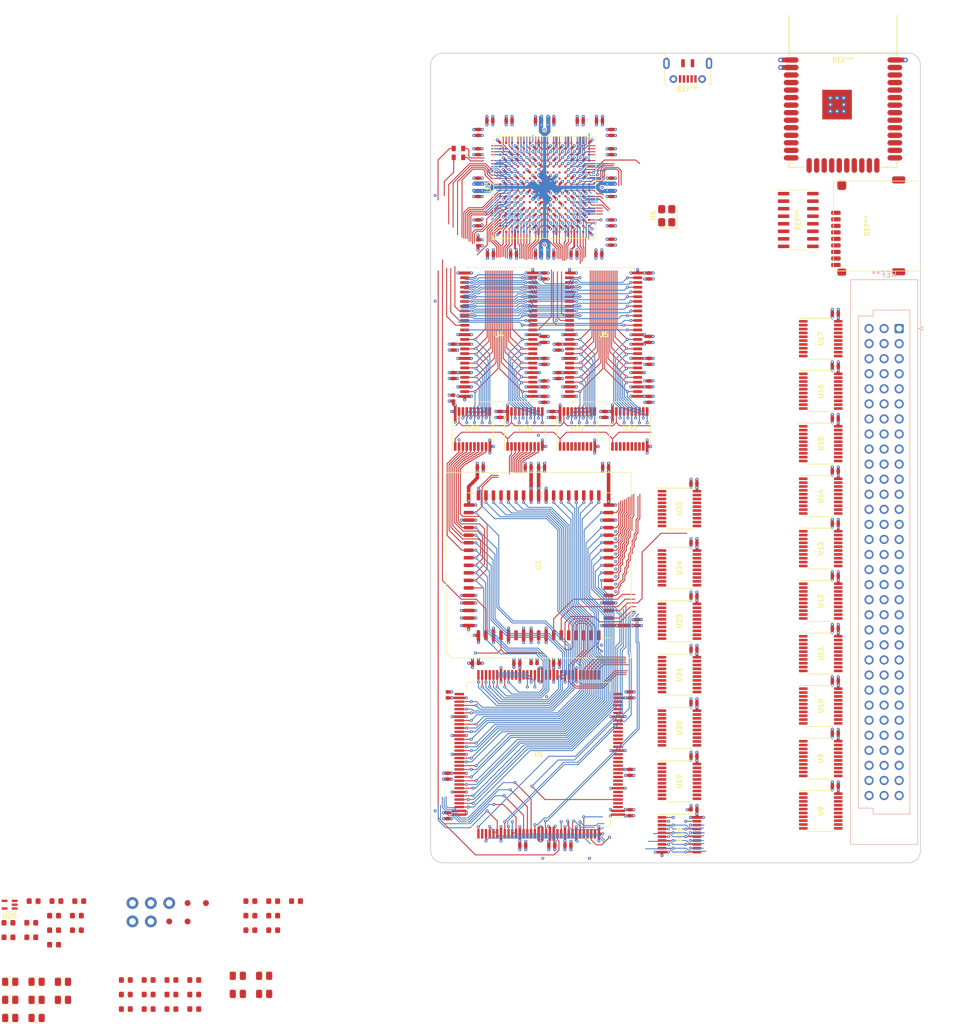
<source format=kicad_pcb>
(kicad_pcb (version 20171130) (host pcbnew "(5.1.10-1-10_14)")
  (layers (0 F.Cu signal) (1 In1.Cu power) (2 In2.Cu power) (31 B.Cu signal) (34 B.Paste user) (35 F.Paste user) (36 B.SilkS user) (37 F.SilkS user) (38 B.Mask user) (39 F.Mask user) (44 Edge.Cuts user))
  (net 0 "")
  (net 1 +5V)
  (net 2 GND)
  (net 3 +3V3)
  (net 4 /MC68k/A0)
  (net 5 /MC68k/A1)
  (net 6 /MC68k/A31)
  (net 7 /MC68k/A30)
  (net 8 /MC68k/A29)
  (net 9 /MC68k/A28)
  (net 10 /MC68k/A27)
  (net 11 /MC68k/A26)
  (net 12 /MC68k/A25)
  (net 13 /MC68k/A24)
  (net 14 /MC68k/A23)
  (net 15 /MC68k/A22)
  (net 16 /MC68k/A21)
  (net 17 /MC68k/A20)
  (net 18 /MC68k/A19)
  (net 19 /MC68k/A18)
  (net 20 /MC68k/A17)
  (net 21 /MC68k/A16)
  (net 22 /MC68k/A15)
  (net 23 /MC68k/A14)
  (net 24 /MC68k/A13)
  (net 25 /MC68k/A12)
  (net 26 /MC68k/A11)
  (net 27 /MC68k/A10)
  (net 28 /CPUBuf.sch/CPU_D15)
  (net 29 /MC68k/A9)
  (net 30 /MC68k/A8)
  (net 31 /MC68k/A7)
  (net 32 /MC68k/A6)
  (net 33 /MC68k/A5)
  (net 34 /MC68k/A4)
  (net 35 /MC68k/A3)
  (net 36 /MC68k/A2)
  (net 37 "Net-(U1-Pad62)")
  (net 38 /PDSBuf/IOB_~RESET~)
  (net 39 /MC68k/~IPL~2)
  (net 40 /MC68k/~IPL~1)
  (net 41 /MC68k/~IPL~0)
  (net 42 "Net-(U1-Pad73)")
  (net 43 "Net-(U1-Pad74)")
  (net 44 /CPUBuf.sch/CPU_D0)
  (net 45 "Net-(U1-Pad121)")
  (net 46 /Control/CPU_~CIIN~)
  (net 47 /Control/CPU_~CBACK~)
  (net 48 /Control/CPU_~HALT~)
  (net 49 /Control/CPU_~BERR~)
  (net 50 /Control/CPU_~STERM~)
  (net 51 /Control/CPUCLK)
  (net 52 "Net-(U1-Pad14)")
  (net 53 "Net-(U1-Pad16)")
  (net 54 /Control/FPU~CS~)
  (net 55 "Net-(U2-Pad15)")
  (net 56 /Control/FPUCLK)
  (net 57 "Net-(U2-Pad4)")
  (net 58 "Net-(U3-PadA2)")
  (net 59 "Net-(U3-PadA3)")
  (net 60 "Net-(U3-PadA4)")
  (net 61 "Net-(U3-PadA5)")
  (net 62 "Net-(U3-PadA6)")
  (net 63 "Net-(U3-PadA7)")
  (net 64 "Net-(U3-PadA8)")
  (net 65 "Net-(U3-PadA9)")
  (net 66 "Net-(U3-PadA10)")
  (net 67 "Net-(U3-PadA11)")
  (net 68 "Net-(U3-PadA12)")
  (net 69 "Net-(U3-PadA13)")
  (net 70 "Net-(U3-PadA14)")
  (net 71 "Net-(U3-PadA15)")
  (net 72 "Net-(U3-PadB1)")
  (net 73 "Net-(U3-PadC1)")
  (net 74 "Net-(U3-PadD1)")
  (net 75 "Net-(U3-PadE1)")
  (net 76 "Net-(U3-PadF1)")
  (net 77 "Net-(U3-PadG1)")
  (net 78 "Net-(U3-PadH1)")
  (net 79 "Net-(U3-PadJ1)")
  (net 80 "Net-(U3-PadB16)")
  (net 81 "Net-(U3-PadB15)")
  (net 82 "Net-(U3-PadB14)")
  (net 83 "Net-(U3-PadB12)")
  (net 84 "Net-(U3-PadB10)")
  (net 85 "Net-(U3-PadB8)")
  (net 86 "Net-(U3-PadB6)")
  (net 87 "Net-(U3-PadB5)")
  (net 88 "Net-(U3-PadB2)")
  (net 89 "Net-(U3-PadB3)")
  (net 90 "Net-(U3-PadC2)")
  (net 91 "Net-(U3-PadC3)")
  (net 92 "Net-(U3-PadC5)")
  (net 93 "Net-(U3-PadC6)")
  (net 94 "Net-(U3-PadC7)")
  (net 95 "Net-(U3-PadC8)")
  (net 96 "Net-(U3-PadC9)")
  (net 97 "Net-(U3-PadD3)")
  (net 98 "Net-(U3-PadD5)")
  (net 99 "Net-(U3-PadD6)")
  (net 100 "Net-(U3-PadD8)")
  (net 101 "Net-(U3-PadD9)")
  (net 102 "Net-(U3-PadE2)")
  (net 103 "Net-(U3-PadE3)")
  (net 104 "Net-(U3-PadE4)")
  (net 105 "Net-(U3-PadC10)")
  (net 106 "Net-(U3-PadC11)")
  (net 107 "Net-(U3-PadD11)")
  (net 108 "Net-(U3-PadD12)")
  (net 109 "Net-(U3-PadC12)")
  (net 110 "Net-(U3-PadC13)")
  (net 111 "Net-(U3-PadC14)")
  (net 112 "Net-(U3-PadD14)")
  (net 113 "Net-(U3-PadC15)")
  (net 114 "Net-(U3-PadD16)")
  (net 115 "Net-(U3-PadC16)")
  (net 116 "Net-(U3-PadE13)")
  (net 117 "Net-(U3-PadF13)")
  (net 118 "Net-(U3-PadG14)")
  (net 119 "Net-(U3-PadF14)")
  (net 120 "Net-(U3-PadE14)")
  (net 121 "Net-(U3-PadE15)")
  (net 122 "Net-(U3-PadF15)")
  (net 123 "Net-(U3-PadG16)")
  (net 124 "Net-(U3-PadF16)")
  (net 125 "Net-(U3-PadE16)")
  (net 126 "Net-(U3-PadF2)")
  (net 127 "Net-(U3-PadF3)")
  (net 128 "Net-(U3-PadF4)")
  (net 129 "Net-(U3-PadG3)")
  (net 130 "Net-(U3-PadH2)")
  (net 131 "Net-(U3-PadH3)")
  (net 132 "Net-(U3-PadH4)")
  (net 133 "Net-(U3-PadJ4)")
  (net 134 "Net-(U3-PadJ3)")
  (net 135 "Net-(U3-PadK1)")
  (net 136 "Net-(U3-PadK2)")
  (net 137 "Net-(U3-PadK3)")
  (net 138 "Net-(U3-PadL4)")
  (net 139 "Net-(U3-PadL3)")
  (net 140 "Net-(U3-PadL1)")
  (net 141 "Net-(U3-PadM1)")
  (net 142 "Net-(U3-PadM2)")
  (net 143 "Net-(U3-PadM3)")
  (net 144 "Net-(U3-PadM4)")
  (net 145 "Net-(U3-PadN4)")
  (net 146 "Net-(U3-PadP4)")
  (net 147 "Net-(U3-PadN3)")
  (net 148 "Net-(U3-PadP2)")
  (net 149 "Net-(U3-PadR2)")
  (net 150 "Net-(U3-PadN1)")
  (net 151 "Net-(U3-PadP1)")
  (net 152 "Net-(U3-PadR1)")
  (net 153 "Net-(U3-PadT4)")
  (net 154 "Net-(U3-PadE8)")
  (net 155 "Net-(U3-PadE7)")
  (net 156 "Net-(U3-PadE6)")
  (net 157 "Net-(U3-PadF5)")
  (net 158 "Net-(U3-PadF6)")
  (net 159 "Net-(U3-PadF7)")
  (net 160 "Net-(U3-PadG5)")
  (net 161 "Net-(U3-PadG6)")
  (net 162 "Net-(U3-PadH5)")
  (net 163 "Net-(U3-PadJ6)")
  (net 164 "Net-(U3-PadK5)")
  (net 165 "Net-(U3-PadK6)")
  (net 166 "Net-(U3-PadL5)")
  (net 167 "Net-(U3-PadL7)")
  (net 168 "Net-(U3-PadL8)")
  (net 169 "Net-(U3-PadM5)")
  (net 170 "Net-(U3-PadM6)")
  (net 171 "Net-(U3-PadM7)")
  (net 172 "Net-(U3-PadP5)")
  (net 173 "Net-(U3-PadP6)")
  (net 174 "Net-(U3-PadR5)")
  (net 175 "Net-(U3-PadT5)")
  (net 176 "Net-(U3-PadT6)")
  (net 177 "Net-(U3-PadN5)")
  (net 178 "Net-(U3-PadN6)")
  (net 179 "Net-(U3-PadP11)")
  (net 180 "Net-(U3-PadP9)")
  (net 181 "Net-(U3-PadP8)")
  (net 182 "Net-(U3-PadP7)")
  (net 183 "Net-(U3-PadR7)")
  (net 184 "Net-(U3-PadR9)")
  (net 185 "Net-(U3-PadT7)")
  (net 186 "Net-(U3-PadT8)")
  (net 187 "Net-(U3-PadT9)")
  (net 188 "Net-(U3-PadN8)")
  (net 189 "Net-(U3-PadE10)")
  (net 190 "Net-(U3-PadE11)")
  (net 191 "Net-(U3-PadE12)")
  (net 192 "Net-(U3-PadF9)")
  (net 193 "Net-(U3-PadF10)")
  (net 194 "Net-(U3-PadF12)")
  (net 195 "Net-(U3-PadG12)")
  (net 196 "Net-(U3-PadG11)")
  (net 197 "Net-(U3-PadR12)")
  (net 198 "Net-(U3-PadT12)")
  (net 199 "Net-(U3-PadH11)")
  (net 200 "Net-(U3-PadJ11)")
  (net 201 "Net-(U3-PadJ12)")
  (net 202 "Net-(U3-PadH13)")
  (net 203 "Net-(U3-PadJ13)")
  (net 204 "Net-(U3-PadL13)")
  (net 205 "Net-(U3-PadM13)")
  (net 206 "Net-(U3-PadT13)")
  (net 207 "Net-(U3-PadN9)")
  (net 208 "Net-(U3-PadM9)")
  (net 209 "Net-(U3-PadL10)")
  (net 210 "Net-(U3-PadM10)")
  (net 211 "Net-(U3-PadT14)")
  (net 212 "Net-(U3-PadR14)")
  (net 213 "Net-(U3-PadP14)")
  (net 214 "Net-(U3-PadN14)")
  (net 215 "Net-(U3-PadM14)")
  (net 216 "Net-(U3-PadL14)")
  (net 217 "Net-(U3-PadK14)")
  (net 218 "Net-(U3-PadJ14)")
  (net 219 "Net-(U3-PadH14)")
  (net 220 "Net-(U3-PadH15)")
  (net 221 "Net-(U3-PadK15)")
  (net 222 "Net-(U3-PadM15)")
  (net 223 "Net-(U3-PadP15)")
  (net 224 "Net-(U3-PadR15)")
  (net 225 "Net-(U3-PadT15)")
  (net 226 "Net-(U3-PadM11)")
  (net 227 "Net-(U3-PadL11)")
  (net 228 "Net-(U3-PadK11)")
  (net 229 "Net-(U3-PadK12)")
  (net 230 "Net-(U3-PadL12)")
  (net 231 "Net-(U3-PadM12)")
  (net 232 "Net-(U3-PadR16)")
  (net 233 "Net-(U3-PadP16)")
  (net 234 "Net-(U3-PadN16)")
  (net 235 "Net-(U3-PadM16)")
  (net 236 "Net-(U3-PadL16)")
  (net 237 "Net-(U3-PadK16)")
  (net 238 "Net-(U3-PadJ16)")
  (net 239 "Net-(U3-PadH16)")
  (net 240 /RAM/D15)
  (net 241 /RAM/D14)
  (net 242 /RAM/D13)
  (net 243 /RAM/D12)
  (net 244 /RAM/D11)
  (net 245 /RAM/D10)
  (net 246 /RAM/D9)
  (net 247 /RAM/D8)
  (net 248 /RAM/DQM1)
  (net 249 /RAM/CLK01)
  (net 250 /RAM/CKE)
  (net 251 /RAM/RA12)
  (net 252 /RAM/RA11)
  (net 253 /RAM/RA9)
  (net 254 /RAM/RA8)
  (net 255 /RAM/RA7)
  (net 256 /RAM/RA6)
  (net 257 /RAM/RA5)
  (net 258 /RAM/RA4)
  (net 259 /RAM/RA3)
  (net 260 /RAM/RA2)
  (net 261 /RAM/RA1)
  (net 262 /RAM/RA0)
  (net 263 /RAM/RA10)
  (net 264 /RAM/BA1)
  (net 265 /RAM/BA0)
  (net 266 /Control/RAM_~CS~)
  (net 267 /Control/RAM_~RAS~)
  (net 268 /Control/RAM_~CAS~)
  (net 269 /Control/RAM_~WE~)
  (net 270 /RAM/DQM0)
  (net 271 /RAM/D7)
  (net 272 /RAM/D6)
  (net 273 /RAM/D5)
  (net 274 /RAM/D4)
  (net 275 /RAM/D3)
  (net 276 /RAM/D2)
  (net 277 /RAM/D1)
  (net 278 /RAM/D0)
  (net 279 /RAM/D16)
  (net 280 /RAM/D17)
  (net 281 /RAM/D18)
  (net 282 /RAM/D19)
  (net 283 /RAM/D20)
  (net 284 /RAM/D21)
  (net 285 /RAM/D22)
  (net 286 /RAM/D23)
  (net 287 /RAM/DQM2)
  (net 288 /RAM/CLK23)
  (net 289 /RAM/DQM3)
  (net 290 /RAM/D24)
  (net 291 /RAM/D25)
  (net 292 /RAM/D26)
  (net 293 /RAM/D27)
  (net 294 /RAM/D28)
  (net 295 /RAM/D29)
  (net 296 /RAM/D30)
  (net 297 /RAM/D31)
  (net 298 /PDSBuf/IOB_SIZ1)
  (net 299 /PDSBuf/IOB_SIZ0)
  (net 300 /PDS/A3)
  (net 301 /PDS/A2)
  (net 302 /PDS/A1)
  (net 303 /PDS/A0)
  (net 304 /PDSBuf/IOB_~AS~)
  (net 305 /PDSBuf/IOB_~DS~)
  (net 306 /Control/IOC_~DS~)
  (net 307 /Control/IOC_~AS~)
  (net 308 /PDSBuf/IOC_A0)
  (net 309 /PDSBuf/IOC_A1)
  (net 310 /PDSBuf/IOC_A2)
  (net 311 /PDSBuf/IOC_A3)
  (net 312 /PDSBuf/IOC_SIZ0)
  (net 313 /PDSBuf/IOC_SIZ1)
  (net 314 /PDSBuf/A~OE~)
  (net 315 /PDSBuf/ADoutLE)
  (net 316 /PDS/A24)
  (net 317 /PDS/A25)
  (net 318 /PDS/A26)
  (net 319 /PDS/A27)
  (net 320 /PDS/A30)
  (net 321 /PDS/A31)
  (net 322 /PDSBuf/IOB_R~W~)
  (net 323 "Net-(U9-Pad19)")
  (net 324 /PDS/A16)
  (net 325 /PDS/A17)
  (net 326 /PDS/A18)
  (net 327 /PDS/A19)
  (net 328 /PDS/A20)
  (net 329 /PDS/A21)
  (net 330 /PDS/A22)
  (net 331 /PDS/A23)
  (net 332 /PDS/A8)
  (net 333 /PDS/A9)
  (net 334 /PDS/A10)
  (net 335 /PDS/A11)
  (net 336 /PDS/A12)
  (net 337 /PDS/A13)
  (net 338 /PDS/A14)
  (net 339 /PDS/A15)
  (net 340 /PDS/A7)
  (net 341 /PDS/A6)
  (net 342 /PDS/A5)
  (net 343 /PDS/A4)
  (net 344 /PDSBuf/IOB_~RMC~)
  (net 345 /PDSBuf/IOB_FC2)
  (net 346 /PDSBuf/IOB_FC1)
  (net 347 /PDSBuf/IOB_FC0)
  (net 348 /Control/IOB_~DSACK~0)
  (net 349 /PDSBuf/IOB_~DSACK~1)
  (net 350 /Control/IOB_~HALT~)
  (net 351 /PDS/C16M)
  (net 352 /Control/IOB_~BERR~)
  (net 353 /PDSBuf/FSB_~RESET~)
  (net 354 "Net-(U13-Pad9)")
  (net 355 /PDSBuf/IOB_~DSACK~0)
  (net 356 "Net-(U13-Pad7)")
  (net 357 /PDSBuf/IOB_~HALT~)
  (net 358 /Control/IOB_C16M)
  (net 359 /PDSBuf/IOB_~BERR~)
  (net 360 /Control/IOB_~DSACK~1)
  (net 361 /Control/CPU_~DSACK~1)
  (net 362 /Control/CPU_~DSACK~0)
  (net 363 "Net-(U22-Pad4)")
  (net 364 "Net-(U22-Pad5)")
  (net 365 "Net-(U22-Pad6)")
  (net 366 "Net-(U22-Pad7)")
  (net 367 "Net-(U22-Pad8)")
  (net 368 "Net-(U22-Pad9)")
  (net 369 "Net-(U22-Pad12)")
  (net 370 "Net-(U22-Pad13)")
  (net 371 "Net-(U22-Pad14)")
  (net 372 "Net-(U22-Pad15)")
  (net 373 "Net-(U22-Pad16)")
  (net 374 "Net-(U22-Pad17)")
  (net 375 "Net-(U23-Pad9)")
  (net 376 "Net-(U24-Pad5)")
  (net 377 "Net-(U24-Pad7)")
  (net 378 "Net-(U24-Pad9)")
  (net 379 /PDSBuf/DDIR)
  (net 380 /PDSBuf/IOC_D0)
  (net 381 /PDSBuf/IOC_D1)
  (net 382 /PDSBuf/IOC_D2)
  (net 383 /PDSBuf/IOC_D3)
  (net 384 /PDSBuf/IOC_D4)
  (net 385 /PDSBuf/IOC_D5)
  (net 386 /PDSBuf/IOC_D6)
  (net 387 /PDSBuf/IOC_D7)
  (net 388 /PDS/D7)
  (net 389 /PDS/D6)
  (net 390 /PDS/D5)
  (net 391 /PDS/D4)
  (net 392 /PDS/D3)
  (net 393 /PDS/D2)
  (net 394 /PDS/D1)
  (net 395 /PDS/D0)
  (net 396 /PDSBuf/D~OE~)
  (net 397 /PDSBuf/IOC_D8)
  (net 398 /PDSBuf/IOC_D9)
  (net 399 /PDSBuf/IOC_D10)
  (net 400 /PDSBuf/IOC_D11)
  (net 401 /PDSBuf/IOC_D12)
  (net 402 /PDSBuf/IOC_D13)
  (net 403 /PDSBuf/IOC_D14)
  (net 404 /PDSBuf/IOC_D15)
  (net 405 /PDS/D15)
  (net 406 /PDS/D14)
  (net 407 /PDS/D13)
  (net 408 /PDS/D12)
  (net 409 /PDS/D11)
  (net 410 /PDS/D10)
  (net 411 /PDS/D9)
  (net 412 /PDS/D8)
  (net 413 /PDS/D16)
  (net 414 /PDS/D17)
  (net 415 /PDS/D18)
  (net 416 /PDS/D19)
  (net 417 /PDS/D20)
  (net 418 /PDS/D21)
  (net 419 /PDS/D22)
  (net 420 /PDS/D23)
  (net 421 /PDSBuf/IOC_D23)
  (net 422 /PDSBuf/IOC_D22)
  (net 423 /PDSBuf/IOC_D21)
  (net 424 /PDSBuf/IOC_D20)
  (net 425 /PDSBuf/IOC_D19)
  (net 426 /PDSBuf/IOC_D18)
  (net 427 /PDSBuf/IOC_D17)
  (net 428 /PDSBuf/IOC_D16)
  (net 429 /PDS/D24)
  (net 430 /PDS/D25)
  (net 431 /PDS/D26)
  (net 432 /PDS/D27)
  (net 433 /PDS/D28)
  (net 434 /PDS/D29)
  (net 435 /PDS/D30)
  (net 436 /PDS/D31)
  (net 437 /PDSBuf/IOC_D31)
  (net 438 /PDSBuf/IOC_D30)
  (net 439 /PDSBuf/IOC_D29)
  (net 440 /PDSBuf/IOC_D28)
  (net 441 /PDSBuf/IOC_D27)
  (net 442 /PDSBuf/IOC_D26)
  (net 443 /PDSBuf/IOC_D25)
  (net 444 /PDSBuf/IOC_D24)
  (net 445 /Control/CPU_D~OE~)
  (net 446 /Control/CPU_DDIR)
  (net 447 +1V2)
  (net 448 "Net-(U6-Pad4)")
  (net 449 "Net-(U6-Pad3)")
  (net 450 "Net-(U6-Pad2)")
  (net 451 "Net-(U6-Pad1)")
  (net 452 -5V)
  (net 453 +12V)
  (net 454 -12V)
  (net 455 /Control/HSWAPEN)
  (net 456 /Control/~INIT~)
  (net 457 /Control/~PROG~)
  (net 458 /Control/M0)
  (net 459 /Control/DONE)
  (net 460 /Control/M1)
  (net 461 /Control/RESET~OE~)
  (net 462 "Net-(R1-Pad1)")
  (net 463 /CPUBuf/CPU_D8)
  (net 464 /CPUBuf/CPU_D9)
  (net 465 /CPUBuf/CPU_D10)
  (net 466 /CPUBuf/CPU_D11)
  (net 467 /CPUBuf/CPU_D12)
  (net 468 /CPUBuf/CPU_D13)
  (net 469 /CPUBuf/CPU_D14)
  (net 470 /CPUBuf/CPU_D15)
  (net 471 /CPUBuf/CPU_D16)
  (net 472 /CPUBuf/CPU_D17)
  (net 473 /CPUBuf/CPU_D18)
  (net 474 /CPUBuf/CPU_D19)
  (net 475 /CPUBuf/CPU_D20)
  (net 476 /CPUBuf/CPU_D21)
  (net 477 /CPUBuf/CPU_D22)
  (net 478 /CPUBuf/CPU_D23)
  (net 479 /CPUBuf/CPU_D24)
  (net 480 /CPUBuf/CPU_D25)
  (net 481 /CPUBuf/CPU_D26)
  (net 482 /CPUBuf/CPU_D27)
  (net 483 /CPUBuf/CPU_D28)
  (net 484 /CPUBuf/CPU_D29)
  (net 485 /CPUBuf/CPU_D30)
  (net 486 /CPUBuf/CPU_D31)
  (net 487 /CPUBuf/CPU_D0)
  (net 488 /CPUBuf/CPU_D1)
  (net 489 /CPUBuf/CPU_D2)
  (net 490 /CPUBuf/CPU_D3)
  (net 491 /CPUBuf/CPU_D4)
  (net 492 /CPUBuf/CPU_D5)
  (net 493 /CPUBuf/CPU_D6)
  (net 494 /CPUBuf/CPU_D7)
  (net 495 /CPUBuf/CPU_R~W~)
  (net 496 /CPUBuf/CPU_~ECS~)
  (net 497 /CPUBuf/CPU_SIZ1)
  (net 498 /CPUBuf/CPU_SIZ0)
  (net 499 /CPUBuf/CPU_~DS~)
  (net 500 /CPUBuf/CPU_~AS~)
  (net 501 /CPUBuf/CPU_~CBREQ~)
  (net 502 /CPUBuf/CPU_~DSACK~1)
  (net 503 /CPUBuf/CPU_~DSACK~0)
  (net 504 /CPUBuf/CPU_FC2)
  (net 505 /CPUBuf/CPU_FC1)
  (net 506 /CPUBuf/CPU_FC0)
  (net 507 /CPUBuf/CPU_~RMC~)
  (net 508 /CPUBuf/CPU_~CIOUT~)
  (net 509 "Net-(U3-PadT3)")
  (net 510 /Control/MOSI_DIN)
  (net 511 /Control/CCLK_SCK)
  (net 512 "Net-(U3-PadT10)")
  (net 513 "Net-(U3-PadP12)")
  (net 514 "Net-(U3-PadN12)")
  (net 515 /CPUBuf/FSB_A24)
  (net 516 /CPUBuf/FSB_A25)
  (net 517 /CPUBuf/FSB_A26)
  (net 518 /CPUBuf/FSB_A27)
  (net 519 /CPUBuf/FSB_A30)
  (net 520 /CPUBuf/FSB_A31)
  (net 521 /CPUBuf/FSB_R~W~)
  (net 522 /CPUBuf/FSB_A23)
  (net 523 /CPUBuf/FSB_A22)
  (net 524 /CPUBuf/FSB_A21)
  (net 525 /CPUBuf/FSB_A20)
  (net 526 /CPUBuf/FSB_A19)
  (net 527 /CPUBuf/FSB_A18)
  (net 528 /CPUBuf/FSB_A17)
  (net 529 /CPUBuf/FSB_A16)
  (net 530 /CPUBuf/FSB_A8)
  (net 531 /CPUBuf/FSB_A9)
  (net 532 /CPUBuf/FSB_A10)
  (net 533 /CPUBuf/FSB_A11)
  (net 534 /CPUBuf/FSB_A12)
  (net 535 /CPUBuf/FSB_A13)
  (net 536 /CPUBuf/FSB_A14)
  (net 537 /CPUBuf/FSB_A15)
  (net 538 /CPUBuf/FSB_FC0)
  (net 539 /CPUBuf/FSB_FC1)
  (net 540 /CPUBuf/FSB_FC2)
  (net 541 /CPUBuf/FSB_A4)
  (net 542 /CPUBuf/FSB_A5)
  (net 543 /CPUBuf/FSB_A6)
  (net 544 /CPUBuf/FSB_A7)
  (net 545 /CPUBuf/A~OE~)
  (net 546 /CPUBuf/FSB_A3)
  (net 547 /CPUBuf/FSB_A2)
  (net 548 /CPUBuf/FSB_A1)
  (net 549 /CPUBuf/FSB_A0)
  (net 550 /CPUBuf/FSB_A28)
  (net 551 /CPUBuf/FSB_A29)
  (net 552 /CPUBuf/DSACK~OE~)
  (net 553 /CPUBuf/FSB_~CIOUT~)
  (net 554 /CPUBuf/FSB_SIZ0)
  (net 555 /CPUBuf/FSB_SIZ1)
  (net 556 /CPUBuf/FSB_~AS~)
  (net 557 /CPUBuf/FSB_~CBREQ~)
  (net 558 /CPUBuf/FSB_~DS~)
  (net 559 /CPUBuf/FSB_~ECS~)
  (net 560 /CPUBuf/FSB_~RMC~)
  (module stdpads:PLCC-68_SMDSocket (layer F.Cu) (at 207.5815 113.792 90)
    (fp_text reference U2 (at 0 0 90) (layer F.SilkS) (effects (font (size 0.8128 0.8128) (thickness 0.2032))))
    (fp_text value MC68882FN)
    (pad 66 smd roundrect (at 3.81 -11.8 90) (size 0.6 1.7) (layers F.Cu F.Paste F.Mask) (net 492 /CPUBuf/CPU_D5))
    (pad 65 smd roundrect (at 5.08 -11.8 90) (size 0.6 1.7) (layers F.Cu F.Paste F.Mask) (net 493 /CPUBuf/CPU_D6))
    (pad 64 smd roundrect (at 6.35 -11.8 90) (size 0.6 1.7) (layers F.Cu F.Paste F.Mask) (net 494 /CPUBuf/CPU_D7))
    (pad 63 smd roundrect (at 7.62 -11.8 90) (size 0.6 1.7) (layers F.Cu F.Paste F.Mask) (net 2 GND))
    (pad 62 smd roundrect (at 8.89 -11.8 90) (size 0.6 1.7) (layers F.Cu F.Paste F.Mask) (net 463 /CPUBuf/CPU_D8))
    (pad 61 smd roundrect (at 10.16 -11.8 90) (size 0.6 1.7) (layers F.Cu F.Paste F.Mask) (net 1 +5V))
    (pad 60 smd roundrect (at 11.8 -10.16 90) (size 1.7 0.6) (layers F.Cu F.Paste F.Mask) (net 464 /CPUBuf/CPU_D9))
    (pad 40 smd roundrect (at 6.35 11.8 90) (size 0.6 1.7) (layers F.Cu F.Paste F.Mask) (net 479 /CPUBuf/CPU_D24))
    (pad 39 smd roundrect (at 5.08 11.8 90) (size 0.6 1.7) (layers F.Cu F.Paste F.Mask) (net 480 /CPUBuf/CPU_D25))
    (pad 38 smd roundrect (at 3.81 11.8 90) (size 0.6 1.7) (layers F.Cu F.Paste F.Mask) (net 481 /CPUBuf/CPU_D26))
    (pad 37 smd roundrect (at 2.54 11.8 90) (size 0.6 1.7) (layers F.Cu F.Paste F.Mask) (net 482 /CPUBuf/CPU_D27))
    (pad 36 smd roundrect (at 1.27 11.8 90) (size 0.6 1.7) (layers F.Cu F.Paste F.Mask) (net 483 /CPUBuf/CPU_D28))
    (pad 35 smd roundrect (at 0 11.8 90) (size 0.6 1.7) (layers F.Cu F.Paste F.Mask) (net 484 /CPUBuf/CPU_D29))
    (pad 34 smd roundrect (at -1.27 11.8 90) (size 0.6 1.7) (layers F.Cu F.Paste F.Mask) (net 485 /CPUBuf/CPU_D30))
    (pad 33 smd roundrect (at -2.54 11.8 90) (size 0.6 1.7) (layers F.Cu F.Paste F.Mask) (net 486 /CPUBuf/CPU_D31))
    (pad 32 smd roundrect (at -3.81 11.8 90) (size 0.6 1.7) (layers F.Cu F.Paste F.Mask) (net 502 /CPUBuf/CPU_~DSACK~1))
    (pad 31 smd roundrect (at -5.08 11.8 90) (size 0.6 1.7) (layers F.Cu F.Paste F.Mask) (net 503 /CPUBuf/CPU_~DSACK~0))
    (pad 30 smd roundrect (at -6.35 11.8 90) (size 0.6 1.7) (layers F.Cu F.Paste F.Mask) (net 2 GND))
    (pad 29 smd roundrect (at -7.62 11.8 90) (size 0.6 1.7) (layers F.Cu F.Paste F.Mask) (net 54 /Control/FPU~CS~))
    (pad 28 smd roundrect (at -8.89 11.8 90) (size 0.6 1.7) (layers F.Cu F.Paste F.Mask) (net 495 /CPUBuf/CPU_R~W~))
    (pad 27 smd roundrect (at -10.16 11.8 90) (size 0.6 1.7) (layers F.Cu F.Paste F.Mask) (net 1 +5V))
    (pad 26 smd roundrect (at -11.8 10.16 90) (size 1.7 0.6) (layers F.Cu F.Paste F.Mask) (net 1 +5V))
    (pad 25 smd roundrect (at -11.8 8.89 90) (size 1.7 0.6) (layers F.Cu F.Paste F.Mask) (net 5 /MC68k/A1))
    (pad 24 smd roundrect (at -11.8 7.62 90) (size 1.7 0.6) (layers F.Cu F.Paste F.Mask) (net 36 /MC68k/A2))
    (pad 23 smd roundrect (at -11.8 6.35 90) (size 1.7 0.6) (layers F.Cu F.Paste F.Mask) (net 35 /MC68k/A3))
    (pad 22 smd roundrect (at -11.8 5.08 90) (size 1.7 0.6) (layers F.Cu F.Paste F.Mask) (net 34 /MC68k/A4))
    (pad 21 smd roundrect (at -11.8 3.81 90) (size 1.7 0.6) (layers F.Cu F.Paste F.Mask) (net 500 /CPUBuf/CPU_~AS~))
    (pad 20 smd roundrect (at -11.8 2.54 90) (size 1.7 0.6) (layers F.Cu F.Paste F.Mask) (net 499 /CPUBuf/CPU_~DS~))
    (pad 19 smd roundrect (at -11.8 1.27 90) (size 1.7 0.6) (layers F.Cu F.Paste F.Mask) (net 2 GND))
    (pad 18 smd roundrect (at -11.8 0 90) (size 1.7 0.6) (layers F.Cu F.Paste F.Mask) (net 1 +5V))
    (pad 17 smd roundrect (at -11.8 -1.27 90) (size 1.7 0.6) (layers F.Cu F.Paste F.Mask) (net 1 +5V))
    (pad 16 smd roundrect (at -11.8 -2.54 90) (size 1.7 0.6) (layers F.Cu F.Paste F.Mask) (net 1 +5V))
    (pad 15 smd roundrect (at -11.8 -3.81 90) (size 1.7 0.6) (layers F.Cu F.Paste F.Mask) (net 55 "Net-(U2-Pad15)"))
    (pad 14 smd roundrect (at -11.8 -5.08 90) (size 1.7 0.6) (layers F.Cu F.Paste F.Mask) (net 2 GND))
    (pad 13 smd roundrect (at -11.8 -6.35 90) (size 1.7 0.6) (layers F.Cu F.Paste F.Mask) (net 38 /PDSBuf/IOB_~RESET~))
    (pad 12 smd roundrect (at -11.8 -7.62 90) (size 1.7 0.6) (layers F.Cu F.Paste F.Mask) (net 2 GND))
    (pad 11 smd roundrect (at -11.8 -8.89 90) (size 1.7 0.6) (layers F.Cu F.Paste F.Mask) (net 56 /Control/FPUCLK))
    (pad 10 smd roundrect (at -11.8 -10.16 90) (size 1.7 0.6) (layers F.Cu F.Paste F.Mask) (net 1 +5V))
    (pad 9 smd roundrect (at -10.16 -11.8 90) (size 0.6 1.7) (layers F.Cu F.Paste F.Mask) (net 2 GND))
    (pad 8 smd roundrect (at -8.89 -11.8 90) (size 0.6 1.7) (layers F.Cu F.Paste F.Mask) (net 2 GND))
    (pad 55 smd roundrect (at 11.8 -3.81 90) (size 1.7 0.6) (layers F.Cu F.Paste F.Mask) (net 469 /CPUBuf/CPU_D14))
    (pad 54 smd roundrect (at 11.8 -2.54 90) (size 1.7 0.6) (layers F.Cu F.Paste F.Mask) (net 470 /CPUBuf/CPU_D15))
    (pad 53 smd roundrect (at 11.8 -1.27 90) (size 1.7 0.6) (layers F.Cu F.Paste F.Mask) (net 1 +5V))
    (pad 52 smd roundrect (at 11.8 0 90) (size 1.7 0.6) (layers F.Cu F.Paste F.Mask) (net 1 +5V))
    (pad 51 smd roundrect (at 11.8 1.27 90) (size 1.7 0.6) (layers F.Cu F.Paste F.Mask) (net 2 GND))
    (pad 50 smd roundrect (at 11.8 2.54 90) (size 1.7 0.6) (layers F.Cu F.Paste F.Mask) (net 471 /CPUBuf/CPU_D16))
    (pad 49 smd roundrect (at 11.8 3.81 90) (size 1.7 0.6) (layers F.Cu F.Paste F.Mask) (net 472 /CPUBuf/CPU_D17))
    (pad 48 smd roundrect (at 11.8 5.08 90) (size 1.7 0.6) (layers F.Cu F.Paste F.Mask) (net 473 /CPUBuf/CPU_D18))
    (pad 47 smd roundrect (at 11.8 6.35 90) (size 1.7 0.6) (layers F.Cu F.Paste F.Mask) (net 474 /CPUBuf/CPU_D19))
    (pad 46 smd roundrect (at 11.8 7.62 90) (size 1.7 0.6) (layers F.Cu F.Paste F.Mask) (net 475 /CPUBuf/CPU_D20))
    (pad 45 smd roundrect (at 11.8 8.89 90) (size 1.7 0.6) (layers F.Cu F.Paste F.Mask) (net 476 /CPUBuf/CPU_D21))
    (pad 44 smd roundrect (at 11.8 10.16 90) (size 1.7 0.6) (layers F.Cu F.Paste F.Mask) (net 477 /CPUBuf/CPU_D22))
    (pad 43 smd roundrect (at 10.16 11.8 90) (size 0.6 1.7) (layers F.Cu F.Paste F.Mask) (net 1 +5V))
    (pad 42 smd roundrect (at 8.89 11.8 90) (size 0.6 1.7) (layers F.Cu F.Paste F.Mask) (net 478 /CPUBuf/CPU_D23))
    (pad 41 smd roundrect (at 7.62 11.8 90) (size 0.6 1.7) (layers F.Cu F.Paste F.Mask) (net 2 GND))
    (pad 59 smd roundrect (at 11.8 -8.89 90) (size 1.7 0.6) (layers F.Cu F.Paste F.Mask) (net 465 /CPUBuf/CPU_D10))
    (pad 58 smd roundrect (at 11.8 -7.62 90) (size 1.7 0.6) (layers F.Cu F.Paste F.Mask) (net 466 /CPUBuf/CPU_D11))
    (pad 57 smd roundrect (at 11.8 -6.35 90) (size 1.7 0.6) (layers F.Cu F.Paste F.Mask) (net 467 /CPUBuf/CPU_D12))
    (pad 56 smd roundrect (at 11.8 -5.08 90) (size 1.7 0.6) (layers F.Cu F.Paste F.Mask) (net 468 /CPUBuf/CPU_D13))
    (pad 67 smd roundrect (at 2.54 -11.8 90) (size 0.6 1.7) (layers F.Cu F.Paste F.Mask) (net 491 /CPUBuf/CPU_D4))
    (pad 68 smd roundrect (at 1.27 -11.8 90) (size 0.6 1.7) (layers F.Cu F.Paste F.Mask) (net 490 /CPUBuf/CPU_D3))
    (pad 7 smd roundrect (at -7.62 -11.8 90) (size 0.6 1.7) (layers F.Cu F.Paste F.Mask) (net 2 GND))
    (pad 6 smd roundrect (at -6.35 -11.8 90) (size 0.6 1.7) (layers F.Cu F.Paste F.Mask) (net 2 GND))
    (pad 5 smd roundrect (at -5.08 -11.8 90) (size 0.6 1.7) (layers F.Cu F.Paste F.Mask) (net 2 GND))
    (pad 4 smd roundrect (at -3.81 -11.8 90) (size 0.6 1.7) (layers F.Cu F.Paste F.Mask) (net 57 "Net-(U2-Pad4)"))
    (pad 3 smd roundrect (at -2.54 -11.8 90) (size 0.6 1.7) (layers F.Cu F.Paste F.Mask) (net 487 /CPUBuf/CPU_D0))
    (pad 2 smd roundrect (at -1.27 -11.8 90) (size 0.6 1.7) (layers F.Cu F.Paste F.Mask) (net 488 /CPUBuf/CPU_D1))
    (pad 1 smd roundrect (at 0 -11.8 90) (size 0.6 1.7) (layers F.Cu F.Paste F.Mask) (net 489 /CPUBuf/CPU_D2))
  )
  (module stdpads:C_0402 (layer F.Cu) (at 209.65 38.8)
    (fp_text reference REF**)
    (fp_text value C_0402)
    (pad 2 smd roundrect (at 0.5 0) (size 0.6 0.65) (layers F.Cu F.Paste F.Mask) (net 2 GND))
    (pad 1 smd roundrect (at -0.5 0) (size 0.6 0.65) (layers F.Cu F.Paste F.Mask) (net 447 +1V2))
  )
  (module stdpads:C_0402 (layer F.Cu) (at 197.35 49 90)
    (fp_text reference REF**)
    (fp_text value C_0402)
    (pad 1 smd roundrect (at -0.5 0 90) (size 0.6 0.65) (layers F.Cu F.Paste F.Mask) (net 447 +1V2))
    (pad 2 smd roundrect (at 0.5 0 90) (size 0.6 0.65) (layers F.Cu F.Paste F.Mask) (net 2 GND))
  )
  (module stdpads:C_0402 (layer F.Cu) (at 197.35 51.1 270)
    (fp_text reference REF**)
    (fp_text value C_0402)
    (pad 2 smd roundrect (at 0.5 0 270) (size 0.6 0.65) (layers F.Cu F.Paste F.Mask) (net 2 GND))
    (pad 1 smd roundrect (at -0.5 0 270) (size 0.6 0.65) (layers F.Cu F.Paste F.Mask) (net 447 +1V2))
  )
  (module stdpads:C_0402 (layer F.Cu) (at 207.55 38.8 180)
    (fp_text reference REF**)
    (fp_text value C_0402)
    (pad 1 smd roundrect (at -0.5 0 180) (size 0.6 0.65) (layers F.Cu F.Paste F.Mask) (net 447 +1V2))
    (pad 2 smd roundrect (at 0.5 0 180) (size 0.6 0.65) (layers F.Cu F.Paste F.Mask) (net 2 GND))
  )
  (module Package_BGA:BGA-256_17.0x17.0mm_Layout16x16_P1.0mm_Ball0.5mm_Pad0.4mm_NSMD (layer F.Cu) (at 208.6 50.05 90)
    (fp_text reference U3 (at 0 -9.6 90) (layer F.SilkS))
    (fp_text value XC6SLX9-FTG256)
    (pad A1 smd circle (at -7.5 -7.5 90) (size 0.4 0.4) (layers F.Cu F.Paste F.Mask) (net 2 GND))
    (pad A2 smd circle (at -6.5 -7.5 90) (size 0.4 0.4) (layers F.Cu F.Paste F.Mask) (net 58 "Net-(U3-PadA2)"))
    (pad A3 smd circle (at -5.5 -7.5 90) (size 0.4 0.4) (layers F.Cu F.Paste F.Mask) (net 59 "Net-(U3-PadA3)"))
    (pad A4 smd circle (at -4.5 -7.5 90) (size 0.4 0.4) (layers F.Cu F.Paste F.Mask) (net 60 "Net-(U3-PadA4)"))
    (pad A5 smd circle (at -3.5 -7.5 90) (size 0.4 0.4) (layers F.Cu F.Paste F.Mask) (net 61 "Net-(U3-PadA5)"))
    (pad A6 smd circle (at -2.5 -7.5 90) (size 0.4 0.4) (layers F.Cu F.Paste F.Mask) (net 62 "Net-(U3-PadA6)"))
    (pad A7 smd circle (at -1.5 -7.5 90) (size 0.4 0.4) (layers F.Cu F.Paste F.Mask) (net 63 "Net-(U3-PadA7)"))
    (pad A8 smd circle (at -0.5 -7.5 90) (size 0.4 0.4) (layers F.Cu F.Paste F.Mask) (net 64 "Net-(U3-PadA8)"))
    (pad A9 smd circle (at 0.5 -7.5 90) (size 0.4 0.4) (layers F.Cu F.Paste F.Mask) (net 65 "Net-(U3-PadA9)"))
    (pad A10 smd circle (at 1.5 -7.5 90) (size 0.4 0.4) (layers F.Cu F.Paste F.Mask) (net 66 "Net-(U3-PadA10)"))
    (pad A11 smd circle (at 2.5 -7.5 90) (size 0.4 0.4) (layers F.Cu F.Paste F.Mask) (net 67 "Net-(U3-PadA11)"))
    (pad A12 smd circle (at 3.5 -7.5 90) (size 0.4 0.4) (layers F.Cu F.Paste F.Mask) (net 68 "Net-(U3-PadA12)"))
    (pad A13 smd circle (at 4.5 -7.5 90) (size 0.4 0.4) (layers F.Cu F.Paste F.Mask) (net 69 "Net-(U3-PadA13)"))
    (pad A14 smd circle (at 5.5 -7.5 90) (size 0.4 0.4) (layers F.Cu F.Paste F.Mask) (net 70 "Net-(U3-PadA14)"))
    (pad A15 smd circle (at 6.5 -7.5 90) (size 0.4 0.4) (layers F.Cu F.Paste F.Mask) (net 71 "Net-(U3-PadA15)"))
    (pad A16 smd circle (at 7.5 -7.5 90) (size 0.4 0.4) (layers F.Cu F.Paste F.Mask) (net 2 GND))
    (pad B1 smd circle (at -7.5 -6.5 90) (size 0.4 0.4) (layers F.Cu F.Paste F.Mask) (net 72 "Net-(U3-PadB1)"))
    (pad C1 smd circle (at -7.5 -5.5 90) (size 0.4 0.4) (layers F.Cu F.Paste F.Mask) (net 73 "Net-(U3-PadC1)"))
    (pad D1 smd circle (at -7.5 -4.5 90) (size 0.4 0.4) (layers F.Cu F.Paste F.Mask) (net 74 "Net-(U3-PadD1)"))
    (pad E1 smd circle (at -7.5 -3.5 90) (size 0.4 0.4) (layers F.Cu F.Paste F.Mask) (net 75 "Net-(U3-PadE1)"))
    (pad F1 smd circle (at -7.5 -2.5 90) (size 0.4 0.4) (layers F.Cu F.Paste F.Mask) (net 76 "Net-(U3-PadF1)"))
    (pad G1 smd circle (at -7.5 -1.5 90) (size 0.4 0.4) (layers F.Cu F.Paste F.Mask) (net 77 "Net-(U3-PadG1)"))
    (pad H1 smd circle (at -7.5 -0.5 90) (size 0.4 0.4) (layers F.Cu F.Paste F.Mask) (net 78 "Net-(U3-PadH1)"))
    (pad J1 smd circle (at -7.5 0.5 90) (size 0.4 0.4) (layers F.Cu F.Paste F.Mask) (net 79 "Net-(U3-PadJ1)"))
    (pad B16 smd circle (at 7.5 -6.5 90) (size 0.4 0.4) (layers F.Cu F.Paste F.Mask) (net 80 "Net-(U3-PadB16)"))
    (pad B15 smd circle (at 6.5 -6.5 90) (size 0.4 0.4) (layers F.Cu F.Paste F.Mask) (net 81 "Net-(U3-PadB15)"))
    (pad B14 smd circle (at 5.5 -6.5 90) (size 0.4 0.4) (layers F.Cu F.Paste F.Mask) (net 82 "Net-(U3-PadB14)"))
    (pad B13 smd circle (at 4.5 -6.5 90) (size 0.4 0.4) (layers F.Cu F.Paste F.Mask) (net 3 +3V3))
    (pad B12 smd circle (at 3.5 -6.5 90) (size 0.4 0.4) (layers F.Cu F.Paste F.Mask) (net 83 "Net-(U3-PadB12)"))
    (pad B11 smd circle (at 2.5 -6.5 90) (size 0.4 0.4) (layers F.Cu F.Paste F.Mask) (net 2 GND))
    (pad B10 smd circle (at 1.5 -6.5 90) (size 0.4 0.4) (layers F.Cu F.Paste F.Mask) (net 84 "Net-(U3-PadB10)"))
    (pad B9 smd circle (at 0.5 -6.5 90) (size 0.4 0.4) (layers F.Cu F.Paste F.Mask) (net 3 +3V3))
    (pad B8 smd circle (at -0.5 -6.5 90) (size 0.4 0.4) (layers F.Cu F.Paste F.Mask) (net 85 "Net-(U3-PadB8)"))
    (pad B7 smd circle (at -1.5 -6.5 90) (size 0.4 0.4) (layers F.Cu F.Paste F.Mask) (net 2 GND))
    (pad B6 smd circle (at -2.5 -6.5 90) (size 0.4 0.4) (layers F.Cu F.Paste F.Mask) (net 86 "Net-(U3-PadB6)"))
    (pad B5 smd circle (at -3.5 -6.5 90) (size 0.4 0.4) (layers F.Cu F.Paste F.Mask) (net 87 "Net-(U3-PadB5)"))
    (pad B2 smd circle (at -6.5 -6.5 90) (size 0.4 0.4) (layers F.Cu F.Paste F.Mask) (net 88 "Net-(U3-PadB2)"))
    (pad B3 smd circle (at -5.5 -6.5 90) (size 0.4 0.4) (layers F.Cu F.Paste F.Mask) (net 89 "Net-(U3-PadB3)"))
    (pad B4 smd circle (at -4.5 -6.5 90) (size 0.4 0.4) (layers F.Cu F.Paste F.Mask) (net 3 +3V3))
    (pad C2 smd circle (at -6.5 -5.5 90) (size 0.4 0.4) (layers F.Cu F.Paste F.Mask) (net 90 "Net-(U3-PadC2)"))
    (pad C3 smd circle (at -5.5 -5.5 90) (size 0.4 0.4) (layers F.Cu F.Paste F.Mask) (net 91 "Net-(U3-PadC3)"))
    (pad C4 smd circle (at -4.5 -5.5 90) (size 0.4 0.4) (layers F.Cu F.Paste F.Mask) (net 455 /Control/HSWAPEN))
    (pad C5 smd circle (at -3.5 -5.5 90) (size 0.4 0.4) (layers F.Cu F.Paste F.Mask) (net 92 "Net-(U3-PadC5)"))
    (pad C6 smd circle (at -2.5 -5.5 90) (size 0.4 0.4) (layers F.Cu F.Paste F.Mask) (net 93 "Net-(U3-PadC6)"))
    (pad C7 smd circle (at -1.5 -5.5 90) (size 0.4 0.4) (layers F.Cu F.Paste F.Mask) (net 94 "Net-(U3-PadC7)"))
    (pad C8 smd circle (at -0.5 -5.5 90) (size 0.4 0.4) (layers F.Cu F.Paste F.Mask) (net 95 "Net-(U3-PadC8)"))
    (pad C9 smd circle (at 0.5 -5.5 90) (size 0.4 0.4) (layers F.Cu F.Paste F.Mask) (net 96 "Net-(U3-PadC9)"))
    (pad D2 smd circle (at -6.5 -4.5 90) (size 0.4 0.4) (layers F.Cu F.Paste F.Mask) (net 3 +3V3))
    (pad D3 smd circle (at -5.5 -4.5 90) (size 0.4 0.4) (layers F.Cu F.Paste F.Mask) (net 97 "Net-(U3-PadD3)"))
    (pad D4 smd circle (at -4.5 -4.5 90) (size 0.4 0.4) (layers F.Cu F.Paste F.Mask) (net 2 GND))
    (pad D5 smd circle (at -3.5 -4.5 90) (size 0.4 0.4) (layers F.Cu F.Paste F.Mask) (net 98 "Net-(U3-PadD5)"))
    (pad D6 smd circle (at -2.5 -4.5 90) (size 0.4 0.4) (layers F.Cu F.Paste F.Mask) (net 99 "Net-(U3-PadD6)"))
    (pad D7 smd circle (at -1.5 -4.5 90) (size 0.4 0.4) (layers F.Cu F.Paste F.Mask) (net 3 +3V3))
    (pad D8 smd circle (at -0.5 -4.5 90) (size 0.4 0.4) (layers F.Cu F.Paste F.Mask) (net 100 "Net-(U3-PadD8)"))
    (pad D9 smd circle (at 0.5 -4.5 90) (size 0.4 0.4) (layers F.Cu F.Paste F.Mask) (net 101 "Net-(U3-PadD9)"))
    (pad E2 smd circle (at -6.5 -3.5 90) (size 0.4 0.4) (layers F.Cu F.Paste F.Mask) (net 102 "Net-(U3-PadE2)"))
    (pad E3 smd circle (at -5.5 -3.5 90) (size 0.4 0.4) (layers F.Cu F.Paste F.Mask) (net 103 "Net-(U3-PadE3)"))
    (pad E4 smd circle (at -4.5 -3.5 90) (size 0.4 0.4) (layers F.Cu F.Paste F.Mask) (net 104 "Net-(U3-PadE4)"))
    (pad C10 smd circle (at 1.5 -5.5 90) (size 0.4 0.4) (layers F.Cu F.Paste F.Mask) (net 105 "Net-(U3-PadC10)"))
    (pad D10 smd circle (at 1.5 -4.5 90) (size 0.4 0.4) (layers F.Cu F.Paste F.Mask) (net 3 +3V3))
    (pad C11 smd circle (at 2.5 -5.5 90) (size 0.4 0.4) (layers F.Cu F.Paste F.Mask) (net 106 "Net-(U3-PadC11)"))
    (pad D11 smd circle (at 2.5 -4.5 90) (size 0.4 0.4) (layers F.Cu F.Paste F.Mask) (net 107 "Net-(U3-PadD11)"))
    (pad D12 smd circle (at 3.5 -4.5 90) (size 0.4 0.4) (layers F.Cu F.Paste F.Mask) (net 108 "Net-(U3-PadD12)"))
    (pad C12 smd circle (at 3.5 -5.5 90) (size 0.4 0.4) (layers F.Cu F.Paste F.Mask) (net 109 "Net-(U3-PadC12)"))
    (pad C13 smd circle (at 4.5 -5.5 90) (size 0.4 0.4) (layers F.Cu F.Paste F.Mask) (net 110 "Net-(U3-PadC13)"))
    (pad C14 smd circle (at 5.5 -5.5 90) (size 0.4 0.4) (layers F.Cu F.Paste F.Mask) (net 111 "Net-(U3-PadC14)"))
    (pad D14 smd circle (at 5.5 -4.5 90) (size 0.4 0.4) (layers F.Cu F.Paste F.Mask) (net 112 "Net-(U3-PadD14)"))
    (pad D13 smd circle (at 4.5 -4.5 90) (size 0.4 0.4) (layers F.Cu F.Paste F.Mask) (net 2 GND))
    (pad C15 smd circle (at 6.5 -5.5 90) (size 0.4 0.4) (layers F.Cu F.Paste F.Mask) (net 113 "Net-(U3-PadC15)"))
    (pad D15 smd circle (at 6.5 -4.5 90) (size 0.4 0.4) (layers F.Cu F.Paste F.Mask) (net 3 +3V3))
    (pad D16 smd circle (at 7.5 -4.5 90) (size 0.4 0.4) (layers F.Cu F.Paste F.Mask) (net 114 "Net-(U3-PadD16)"))
    (pad C16 smd circle (at 7.5 -5.5 90) (size 0.4 0.4) (layers F.Cu F.Paste F.Mask) (net 115 "Net-(U3-PadC16)"))
    (pad E13 smd circle (at 4.5 -3.5 90) (size 0.4 0.4) (layers F.Cu F.Paste F.Mask) (net 116 "Net-(U3-PadE13)"))
    (pad F13 smd circle (at 4.5 -2.5 90) (size 0.4 0.4) (layers F.Cu F.Paste F.Mask) (net 117 "Net-(U3-PadF13)"))
    (pad G13 smd circle (at 4.5 -1.5 90) (size 0.4 0.4) (layers F.Cu F.Paste F.Mask) (net 3 +3V3))
    (pad G14 smd circle (at 5.5 -1.5 90) (size 0.4 0.4) (layers F.Cu F.Paste F.Mask) (net 118 "Net-(U3-PadG14)"))
    (pad F14 smd circle (at 5.5 -2.5 90) (size 0.4 0.4) (layers F.Cu F.Paste F.Mask) (net 119 "Net-(U3-PadF14)"))
    (pad E14 smd circle (at 5.5 -3.5 90) (size 0.4 0.4) (layers F.Cu F.Paste F.Mask) (net 120 "Net-(U3-PadE14)"))
    (pad E15 smd circle (at 6.5 -3.5 90) (size 0.4 0.4) (layers F.Cu F.Paste F.Mask) (net 121 "Net-(U3-PadE15)"))
    (pad F15 smd circle (at 6.5 -2.5 90) (size 0.4 0.4) (layers F.Cu F.Paste F.Mask) (net 122 "Net-(U3-PadF15)"))
    (pad G15 smd circle (at 6.5 -1.5 90) (size 0.4 0.4) (layers F.Cu F.Paste F.Mask) (net 2 GND))
    (pad G16 smd circle (at 7.5 -1.5 90) (size 0.4 0.4) (layers F.Cu F.Paste F.Mask) (net 123 "Net-(U3-PadG16)"))
    (pad F16 smd circle (at 7.5 -2.5 90) (size 0.4 0.4) (layers F.Cu F.Paste F.Mask) (net 124 "Net-(U3-PadF16)"))
    (pad E16 smd circle (at 7.5 -3.5 90) (size 0.4 0.4) (layers F.Cu F.Paste F.Mask) (net 125 "Net-(U3-PadE16)"))
    (pad F2 smd circle (at -6.5 -2.5 90) (size 0.4 0.4) (layers F.Cu F.Paste F.Mask) (net 126 "Net-(U3-PadF2)"))
    (pad F3 smd circle (at -5.5 -2.5 90) (size 0.4 0.4) (layers F.Cu F.Paste F.Mask) (net 127 "Net-(U3-PadF3)"))
    (pad F4 smd circle (at -4.5 -2.5 90) (size 0.4 0.4) (layers F.Cu F.Paste F.Mask) (net 128 "Net-(U3-PadF4)"))
    (pad G4 smd circle (at -4.5 -1.5 90) (size 0.4 0.4) (layers F.Cu F.Paste F.Mask) (net 3 +3V3))
    (pad G3 smd circle (at -5.5 -1.5 90) (size 0.4 0.4) (layers F.Cu F.Paste F.Mask) (net 129 "Net-(U3-PadG3)"))
    (pad G2 smd circle (at -6.5 -1.5 90) (size 0.4 0.4) (layers F.Cu F.Paste F.Mask) (net 2 GND))
    (pad H2 smd circle (at -6.5 -0.5 90) (size 0.4 0.4) (layers F.Cu F.Paste F.Mask) (net 130 "Net-(U3-PadH2)"))
    (pad H3 smd circle (at -5.5 -0.5 90) (size 0.4 0.4) (layers F.Cu F.Paste F.Mask) (net 131 "Net-(U3-PadH3)"))
    (pad H4 smd circle (at -4.5 -0.5 90) (size 0.4 0.4) (layers F.Cu F.Paste F.Mask) (net 132 "Net-(U3-PadH4)"))
    (pad J4 smd circle (at -4.5 0.5 90) (size 0.4 0.4) (layers F.Cu F.Paste F.Mask) (net 133 "Net-(U3-PadJ4)"))
    (pad J3 smd circle (at -5.5 0.5 90) (size 0.4 0.4) (layers F.Cu F.Paste F.Mask) (net 134 "Net-(U3-PadJ3)"))
    (pad J2 smd circle (at -6.5 0.5 90) (size 0.4 0.4) (layers F.Cu F.Paste F.Mask) (net 3 +3V3))
    (pad K1 smd circle (at -7.5 1.5 90) (size 0.4 0.4) (layers F.Cu F.Paste F.Mask) (net 135 "Net-(U3-PadK1)"))
    (pad K2 smd circle (at -6.5 1.5 90) (size 0.4 0.4) (layers F.Cu F.Paste F.Mask) (net 136 "Net-(U3-PadK2)"))
    (pad K3 smd circle (at -5.5 1.5 90) (size 0.4 0.4) (layers F.Cu F.Paste F.Mask) (net 137 "Net-(U3-PadK3)"))
    (pad K4 smd circle (at -4.5 1.5 90) (size 0.4 0.4) (layers F.Cu F.Paste F.Mask) (net 3 +3V3))
    (pad L4 smd circle (at -4.5 2.5 90) (size 0.4 0.4) (layers F.Cu F.Paste F.Mask) (net 138 "Net-(U3-PadL4)"))
    (pad L3 smd circle (at -5.5 2.5 90) (size 0.4 0.4) (layers F.Cu F.Paste F.Mask) (net 139 "Net-(U3-PadL3)"))
    (pad L2 smd circle (at -6.5 2.5 90) (size 0.4 0.4) (layers F.Cu F.Paste F.Mask) (net 2 GND))
    (pad L1 smd circle (at -7.5 2.5 90) (size 0.4 0.4) (layers F.Cu F.Paste F.Mask) (net 140 "Net-(U3-PadL1)"))
    (pad M1 smd circle (at -7.5 3.5 90) (size 0.4 0.4) (layers F.Cu F.Paste F.Mask) (net 141 "Net-(U3-PadM1)"))
    (pad M2 smd circle (at -6.5 3.5 90) (size 0.4 0.4) (layers F.Cu F.Paste F.Mask) (net 142 "Net-(U3-PadM2)"))
    (pad M3 smd circle (at -5.5 3.5 90) (size 0.4 0.4) (layers F.Cu F.Paste F.Mask) (net 143 "Net-(U3-PadM3)"))
    (pad M4 smd circle (at -4.5 3.5 90) (size 0.4 0.4) (layers F.Cu F.Paste F.Mask) (net 144 "Net-(U3-PadM4)"))
    (pad N4 smd circle (at -4.5 4.5 90) (size 0.4 0.4) (layers F.Cu F.Paste F.Mask) (net 145 "Net-(U3-PadN4)"))
    (pad P4 smd circle (at -4.5 5.5 90) (size 0.4 0.4) (layers F.Cu F.Paste F.Mask) (net 146 "Net-(U3-PadP4)"))
    (pad R4 smd circle (at -4.5 6.5 90) (size 0.4 0.4) (layers F.Cu F.Paste F.Mask) (net 3 +3V3))
    (pad R3 smd circle (at -5.5 6.5 90) (size 0.4 0.4) (layers F.Cu F.Paste F.Mask) (net 456 /Control/~INIT~))
    (pad P3 smd circle (at -5.5 5.5 90) (size 0.4 0.4) (layers F.Cu F.Paste F.Mask) (net 2 GND))
    (pad N3 smd circle (at -5.5 4.5 90) (size 0.4 0.4) (layers F.Cu F.Paste F.Mask) (net 147 "Net-(U3-PadN3)"))
    (pad N2 smd circle (at -6.5 4.5 90) (size 0.4 0.4) (layers F.Cu F.Paste F.Mask) (net 3 +3V3))
    (pad P2 smd circle (at -6.5 5.5 90) (size 0.4 0.4) (layers F.Cu F.Paste F.Mask) (net 148 "Net-(U3-PadP2)"))
    (pad R2 smd circle (at -6.5 6.5 90) (size 0.4 0.4) (layers F.Cu F.Paste F.Mask) (net 149 "Net-(U3-PadR2)"))
    (pad N1 smd circle (at -7.5 4.5 90) (size 0.4 0.4) (layers F.Cu F.Paste F.Mask) (net 150 "Net-(U3-PadN1)"))
    (pad P1 smd circle (at -7.5 5.5 90) (size 0.4 0.4) (layers F.Cu F.Paste F.Mask) (net 151 "Net-(U3-PadP1)"))
    (pad R1 smd circle (at -7.5 6.5 90) (size 0.4 0.4) (layers F.Cu F.Paste F.Mask) (net 152 "Net-(U3-PadR1)"))
    (pad T1 smd circle (at -7.5 7.5 90) (size 0.4 0.4) (layers F.Cu F.Paste F.Mask) (net 2 GND))
    (pad T2 smd circle (at -6.5 7.5 90) (size 0.4 0.4) (layers F.Cu F.Paste F.Mask) (net 457 /Control/~PROG~))
    (pad T3 smd circle (at -5.5 7.5 90) (size 0.4 0.4) (layers F.Cu F.Paste F.Mask) (net 509 "Net-(U3-PadT3)"))
    (pad T4 smd circle (at -4.5 7.5 90) (size 0.4 0.4) (layers F.Cu F.Paste F.Mask) (net 153 "Net-(U3-PadT4)"))
    (pad E8 smd circle (at -0.5 -3.5 90) (size 0.4 0.4) (layers F.Cu F.Paste F.Mask) (net 154 "Net-(U3-PadE8)"))
    (pad E7 smd circle (at -1.5 -3.5 90) (size 0.4 0.4) (layers F.Cu F.Paste F.Mask) (net 155 "Net-(U3-PadE7)"))
    (pad E6 smd circle (at -2.5 -3.5 90) (size 0.4 0.4) (layers F.Cu F.Paste F.Mask) (net 156 "Net-(U3-PadE6)"))
    (pad E5 smd circle (at -3.5 -3.5 90) (size 0.4 0.4) (layers F.Cu F.Paste F.Mask) (net 3 +3V3))
    (pad F5 smd circle (at -3.5 -2.5 90) (size 0.4 0.4) (layers F.Cu F.Paste F.Mask) (net 157 "Net-(U3-PadF5)"))
    (pad F6 smd circle (at -2.5 -2.5 90) (size 0.4 0.4) (layers F.Cu F.Paste F.Mask) (net 158 "Net-(U3-PadF6)"))
    (pad F7 smd circle (at -1.5 -2.5 90) (size 0.4 0.4) (layers F.Cu F.Paste F.Mask) (net 159 "Net-(U3-PadF7)"))
    (pad F8 smd circle (at -0.5 -2.5 90) (size 0.4 0.4) (layers F.Cu F.Paste F.Mask) (net 3 +3V3))
    (pad G5 smd circle (at -3.5 -1.5 90) (size 0.4 0.4) (layers F.Cu F.Paste F.Mask) (net 160 "Net-(U3-PadG5)"))
    (pad G6 smd circle (at -2.5 -1.5 90) (size 0.4 0.4) (layers F.Cu F.Paste F.Mask) (net 161 "Net-(U3-PadG6)"))
    (pad G7 smd circle (at -1.5 -1.5 90) (size 0.4 0.4) (layers F.Cu F.Paste F.Mask) (net 447 +1V2))
    (pad G8 smd circle (at -0.5 -1.5 90) (size 0.4 0.4) (layers F.Cu F.Paste F.Mask) (net 2 GND))
    (pad H5 smd circle (at -3.5 -0.5 90) (size 0.4 0.4) (layers F.Cu F.Paste F.Mask) (net 162 "Net-(U3-PadH5)"))
    (pad H6 smd circle (at -2.5 -0.5 90) (size 0.4 0.4) (layers F.Cu F.Paste F.Mask) (net 3 +3V3))
    (pad H7 smd circle (at -1.5 -0.5 90) (size 0.4 0.4) (layers F.Cu F.Paste F.Mask) (net 2 GND))
    (pad H8 smd circle (at -0.5 -0.5 90) (size 0.4 0.4) (layers F.Cu F.Paste F.Mask) (net 447 +1V2))
    (pad J5 smd circle (at -3.5 0.5 90) (size 0.4 0.4) (layers F.Cu F.Paste F.Mask) (net 2 GND))
    (pad J6 smd circle (at -2.5 0.5 90) (size 0.4 0.4) (layers F.Cu F.Paste F.Mask) (net 163 "Net-(U3-PadJ6)"))
    (pad J7 smd circle (at -1.5 0.5 90) (size 0.4 0.4) (layers F.Cu F.Paste F.Mask) (net 447 +1V2))
    (pad J8 smd circle (at -0.5 0.5 90) (size 0.4 0.4) (layers F.Cu F.Paste F.Mask) (net 2 GND))
    (pad K5 smd circle (at -3.5 1.5 90) (size 0.4 0.4) (layers F.Cu F.Paste F.Mask) (net 164 "Net-(U3-PadK5)"))
    (pad K6 smd circle (at -2.5 1.5 90) (size 0.4 0.4) (layers F.Cu F.Paste F.Mask) (net 165 "Net-(U3-PadK6)"))
    (pad K7 smd circle (at -1.5 1.5 90) (size 0.4 0.4) (layers F.Cu F.Paste F.Mask) (net 2 GND))
    (pad K8 smd circle (at -0.5 1.5 90) (size 0.4 0.4) (layers F.Cu F.Paste F.Mask) (net 447 +1V2))
    (pad L5 smd circle (at -3.5 2.5 90) (size 0.4 0.4) (layers F.Cu F.Paste F.Mask) (net 166 "Net-(U3-PadL5)"))
    (pad L6 smd circle (at -2.5 2.5 90) (size 0.4 0.4) (layers F.Cu F.Paste F.Mask) (net 3 +3V3))
    (pad L7 smd circle (at -1.5 2.5 90) (size 0.4 0.4) (layers F.Cu F.Paste F.Mask) (net 167 "Net-(U3-PadL7)"))
    (pad L8 smd circle (at -0.5 2.5 90) (size 0.4 0.4) (layers F.Cu F.Paste F.Mask) (net 168 "Net-(U3-PadL8)"))
    (pad M5 smd circle (at -3.5 3.5 90) (size 0.4 0.4) (layers F.Cu F.Paste F.Mask) (net 169 "Net-(U3-PadM5)"))
    (pad M6 smd circle (at -2.5 3.5 90) (size 0.4 0.4) (layers F.Cu F.Paste F.Mask) (net 170 "Net-(U3-PadM6)"))
    (pad M7 smd circle (at -1.5 3.5 90) (size 0.4 0.4) (layers F.Cu F.Paste F.Mask) (net 171 "Net-(U3-PadM7)"))
    (pad P5 smd circle (at -3.5 5.5 90) (size 0.4 0.4) (layers F.Cu F.Paste F.Mask) (net 172 "Net-(U3-PadP5)"))
    (pad P6 smd circle (at -2.5 5.5 90) (size 0.4 0.4) (layers F.Cu F.Paste F.Mask) (net 173 "Net-(U3-PadP6)"))
    (pad R5 smd circle (at -3.5 6.5 90) (size 0.4 0.4) (layers F.Cu F.Paste F.Mask) (net 174 "Net-(U3-PadR5)"))
    (pad R6 smd circle (at -2.5 6.5 90) (size 0.4 0.4) (layers F.Cu F.Paste F.Mask) (net 2 GND))
    (pad T5 smd circle (at -3.5 7.5 90) (size 0.4 0.4) (layers F.Cu F.Paste F.Mask) (net 175 "Net-(U3-PadT5)"))
    (pad T6 smd circle (at -2.5 7.5 90) (size 0.4 0.4) (layers F.Cu F.Paste F.Mask) (net 176 "Net-(U3-PadT6)"))
    (pad M8 smd circle (at -0.5 3.5 90) (size 0.4 0.4) (layers F.Cu F.Paste F.Mask) (net 2 GND))
    (pad N5 smd circle (at -3.5 4.5 90) (size 0.4 0.4) (layers F.Cu F.Paste F.Mask) (net 177 "Net-(U3-PadN5)"))
    (pad N6 smd circle (at -2.5 4.5 90) (size 0.4 0.4) (layers F.Cu F.Paste F.Mask) (net 178 "Net-(U3-PadN6)"))
    (pad N7 smd circle (at -1.5 4.5 90) (size 0.4 0.4) (layers F.Cu F.Paste F.Mask) (net 3 +3V3))
    (pad P11 smd circle (at 2.5 5.5 90) (size 0.4 0.4) (layers F.Cu F.Paste F.Mask) (net 179 "Net-(U3-PadP11)"))
    (pad P10 smd circle (at 1.5 5.5 90) (size 0.4 0.4) (layers F.Cu F.Paste F.Mask) (net 510 /Control/MOSI_DIN))
    (pad P9 smd circle (at 0.5 5.5 90) (size 0.4 0.4) (layers F.Cu F.Paste F.Mask) (net 180 "Net-(U3-PadP9)"))
    (pad P8 smd circle (at -0.5 5.5 90) (size 0.4 0.4) (layers F.Cu F.Paste F.Mask) (net 181 "Net-(U3-PadP8)"))
    (pad P7 smd circle (at -1.5 5.5 90) (size 0.4 0.4) (layers F.Cu F.Paste F.Mask) (net 182 "Net-(U3-PadP7)"))
    (pad R7 smd circle (at -1.5 6.5 90) (size 0.4 0.4) (layers F.Cu F.Paste F.Mask) (net 183 "Net-(U3-PadR7)"))
    (pad R8 smd circle (at -0.5 6.5 90) (size 0.4 0.4) (layers F.Cu F.Paste F.Mask) (net 3 +3V3))
    (pad R9 smd circle (at 0.5 6.5 90) (size 0.4 0.4) (layers F.Cu F.Paste F.Mask) (net 184 "Net-(U3-PadR9)"))
    (pad R10 smd circle (at 1.5 6.5 90) (size 0.4 0.4) (layers F.Cu F.Paste F.Mask) (net 2 GND))
    (pad R11 smd circle (at 2.5 6.5 90) (size 0.4 0.4) (layers F.Cu F.Paste F.Mask) (net 511 /Control/CCLK_SCK))
    (pad T7 smd circle (at -1.5 7.5 90) (size 0.4 0.4) (layers F.Cu F.Paste F.Mask) (net 185 "Net-(U3-PadT7)"))
    (pad T8 smd circle (at -0.5 7.5 90) (size 0.4 0.4) (layers F.Cu F.Paste F.Mask) (net 186 "Net-(U3-PadT8)"))
    (pad T9 smd circle (at 0.5 7.5 90) (size 0.4 0.4) (layers F.Cu F.Paste F.Mask) (net 187 "Net-(U3-PadT9)"))
    (pad T10 smd circle (at 1.5 7.5 90) (size 0.4 0.4) (layers F.Cu F.Paste F.Mask) (net 512 "Net-(U3-PadT10)"))
    (pad T11 smd circle (at 2.5 7.5 90) (size 0.4 0.4) (layers F.Cu F.Paste F.Mask) (net 458 /Control/M0))
    (pad N8 smd circle (at -0.5 4.5 90) (size 0.4 0.4) (layers F.Cu F.Paste F.Mask) (net 188 "Net-(U3-PadN8)"))
    (pad E9 smd circle (at 0.5 -3.5 90) (size 0.4 0.4) (layers F.Cu F.Paste F.Mask) (net 2 GND))
    (pad E10 smd circle (at 1.5 -3.5 90) (size 0.4 0.4) (layers F.Cu F.Paste F.Mask) (net 189 "Net-(U3-PadE10)"))
    (pad E11 smd circle (at 2.5 -3.5 90) (size 0.4 0.4) (layers F.Cu F.Paste F.Mask) (net 190 "Net-(U3-PadE11)"))
    (pad E12 smd circle (at 3.5 -3.5 90) (size 0.4 0.4) (layers F.Cu F.Paste F.Mask) (net 191 "Net-(U3-PadE12)"))
    (pad P12 smd circle (at 3.5 5.5 90) (size 0.4 0.4) (layers F.Cu F.Paste F.Mask) (net 513 "Net-(U3-PadP12)"))
    (pad F9 smd circle (at 0.5 -2.5 90) (size 0.4 0.4) (layers F.Cu F.Paste F.Mask) (net 192 "Net-(U3-PadF9)"))
    (pad F10 smd circle (at 1.5 -2.5 90) (size 0.4 0.4) (layers F.Cu F.Paste F.Mask) (net 193 "Net-(U3-PadF10)"))
    (pad F11 smd circle (at 2.5 -2.5 90) (size 0.4 0.4) (layers F.Cu F.Paste F.Mask) (net 3 +3V3))
    (pad F12 smd circle (at 3.5 -2.5 90) (size 0.4 0.4) (layers F.Cu F.Paste F.Mask) (net 194 "Net-(U3-PadF12)"))
    (pad J9 smd circle (at 0.5 0.5 90) (size 0.4 0.4) (layers F.Cu F.Paste F.Mask) (net 447 +1V2))
    (pad G12 smd circle (at 3.5 -1.5 90) (size 0.4 0.4) (layers F.Cu F.Paste F.Mask) (net 195 "Net-(U3-PadG12)"))
    (pad G11 smd circle (at 2.5 -1.5 90) (size 0.4 0.4) (layers F.Cu F.Paste F.Mask) (net 196 "Net-(U3-PadG11)"))
    (pad G10 smd circle (at 1.5 -1.5 90) (size 0.4 0.4) (layers F.Cu F.Paste F.Mask) (net 3 +3V3))
    (pad G9 smd circle (at 0.5 -1.5 90) (size 0.4 0.4) (layers F.Cu F.Paste F.Mask) (net 447 +1V2))
    (pad R12 smd circle (at 3.5 6.5 90) (size 0.4 0.4) (layers F.Cu F.Paste F.Mask) (net 197 "Net-(U3-PadR12)"))
    (pad T12 smd circle (at 3.5 7.5 90) (size 0.4 0.4) (layers F.Cu F.Paste F.Mask) (net 198 "Net-(U3-PadT12)"))
    (pad H9 smd circle (at 0.5 -0.5 90) (size 0.4 0.4) (layers F.Cu F.Paste F.Mask) (net 2 GND))
    (pad H10 smd circle (at 1.5 -0.5 90) (size 0.4 0.4) (layers F.Cu F.Paste F.Mask) (net 447 +1V2))
    (pad H11 smd circle (at 2.5 -0.5 90) (size 0.4 0.4) (layers F.Cu F.Paste F.Mask) (net 199 "Net-(U3-PadH11)"))
    (pad H12 smd circle (at 3.5 -0.5 90) (size 0.4 0.4) (layers F.Cu F.Paste F.Mask) (net 2 GND))
    (pad J10 smd circle (at 1.5 0.5 90) (size 0.4 0.4) (layers F.Cu F.Paste F.Mask) (net 3 +3V3))
    (pad J11 smd circle (at 2.5 0.5 90) (size 0.4 0.4) (layers F.Cu F.Paste F.Mask) (net 200 "Net-(U3-PadJ11)"))
    (pad J12 smd circle (at 3.5 0.5 90) (size 0.4 0.4) (layers F.Cu F.Paste F.Mask) (net 201 "Net-(U3-PadJ12)"))
    (pad H13 smd circle (at 4.5 -0.5 90) (size 0.4 0.4) (layers F.Cu F.Paste F.Mask) (net 202 "Net-(U3-PadH13)"))
    (pad J13 smd circle (at 4.5 0.5 90) (size 0.4 0.4) (layers F.Cu F.Paste F.Mask) (net 203 "Net-(U3-PadJ13)"))
    (pad K13 smd circle (at 4.5 1.5 90) (size 0.4 0.4) (layers F.Cu F.Paste F.Mask) (net 3 +3V3))
    (pad L13 smd circle (at 4.5 2.5 90) (size 0.4 0.4) (layers F.Cu F.Paste F.Mask) (net 204 "Net-(U3-PadL13)"))
    (pad M13 smd circle (at 4.5 3.5 90) (size 0.4 0.4) (layers F.Cu F.Paste F.Mask) (net 205 "Net-(U3-PadM13)"))
    (pad N13 smd circle (at 4.5 4.5 90) (size 0.4 0.4) (layers F.Cu F.Paste F.Mask) (net 2 GND))
    (pad P13 smd circle (at 4.5 5.5 90) (size 0.4 0.4) (layers F.Cu F.Paste F.Mask) (net 459 /Control/DONE))
    (pad R13 smd circle (at 4.5 6.5 90) (size 0.4 0.4) (layers F.Cu F.Paste F.Mask) (net 3 +3V3))
    (pad T13 smd circle (at 4.5 7.5 90) (size 0.4 0.4) (layers F.Cu F.Paste F.Mask) (net 206 "Net-(U3-PadT13)"))
    (pad N9 smd circle (at 0.5 4.5 90) (size 0.4 0.4) (layers F.Cu F.Paste F.Mask) (net 207 "Net-(U3-PadN9)"))
    (pad M9 smd circle (at 0.5 3.5 90) (size 0.4 0.4) (layers F.Cu F.Paste F.Mask) (net 208 "Net-(U3-PadM9)"))
    (pad L9 smd circle (at 0.5 2.5 90) (size 0.4 0.4) (layers F.Cu F.Paste F.Mask) (net 3 +3V3))
    (pad K9 smd circle (at 0.5 1.5 90) (size 0.4 0.4) (layers F.Cu F.Paste F.Mask) (net 2 GND))
    (pad K10 smd circle (at 1.5 1.5 90) (size 0.4 0.4) (layers F.Cu F.Paste F.Mask) (net 447 +1V2))
    (pad L10 smd circle (at 1.5 2.5 90) (size 0.4 0.4) (layers F.Cu F.Paste F.Mask) (net 209 "Net-(U3-PadL10)"))
    (pad M10 smd circle (at 1.5 3.5 90) (size 0.4 0.4) (layers F.Cu F.Paste F.Mask) (net 210 "Net-(U3-PadM10)"))
    (pad N10 smd circle (at 1.5 4.5 90) (size 0.4 0.4) (layers F.Cu F.Paste F.Mask) (net 3 +3V3))
    (pad T14 smd circle (at 5.5 7.5 90) (size 0.4 0.4) (layers F.Cu F.Paste F.Mask) (net 211 "Net-(U3-PadT14)"))
    (pad R14 smd circle (at 5.5 6.5 90) (size 0.4 0.4) (layers F.Cu F.Paste F.Mask) (net 212 "Net-(U3-PadR14)"))
    (pad P14 smd circle (at 5.5 5.5 90) (size 0.4 0.4) (layers F.Cu F.Paste F.Mask) (net 213 "Net-(U3-PadP14)"))
    (pad N14 smd circle (at 5.5 4.5 90) (size 0.4 0.4) (layers F.Cu F.Paste F.Mask) (net 214 "Net-(U3-PadN14)"))
    (pad M14 smd circle (at 5.5 3.5 90) (size 0.4 0.4) (layers F.Cu F.Paste F.Mask) (net 215 "Net-(U3-PadM14)"))
    (pad L14 smd circle (at 5.5 2.5 90) (size 0.4 0.4) (layers F.Cu F.Paste F.Mask) (net 216 "Net-(U3-PadL14)"))
    (pad K14 smd circle (at 5.5 1.5 90) (size 0.4 0.4) (layers F.Cu F.Paste F.Mask) (net 217 "Net-(U3-PadK14)"))
    (pad J14 smd circle (at 5.5 0.5 90) (size 0.4 0.4) (layers F.Cu F.Paste F.Mask) (net 218 "Net-(U3-PadJ14)"))
    (pad H14 smd circle (at 5.5 -0.5 90) (size 0.4 0.4) (layers F.Cu F.Paste F.Mask) (net 219 "Net-(U3-PadH14)"))
    (pad H15 smd circle (at 6.5 -0.5 90) (size 0.4 0.4) (layers F.Cu F.Paste F.Mask) (net 220 "Net-(U3-PadH15)"))
    (pad J15 smd circle (at 6.5 0.5 90) (size 0.4 0.4) (layers F.Cu F.Paste F.Mask) (net 3 +3V3))
    (pad K15 smd circle (at 6.5 1.5 90) (size 0.4 0.4) (layers F.Cu F.Paste F.Mask) (net 221 "Net-(U3-PadK15)"))
    (pad L15 smd circle (at 6.5 2.5 90) (size 0.4 0.4) (layers F.Cu F.Paste F.Mask) (net 2 GND))
    (pad M15 smd circle (at 6.5 3.5 90) (size 0.4 0.4) (layers F.Cu F.Paste F.Mask) (net 222 "Net-(U3-PadM15)"))
    (pad N15 smd circle (at 6.5 4.5 90) (size 0.4 0.4) (layers F.Cu F.Paste F.Mask) (net 3 +3V3))
    (pad P15 smd circle (at 6.5 5.5 90) (size 0.4 0.4) (layers F.Cu F.Paste F.Mask) (net 223 "Net-(U3-PadP15)"))
    (pad R15 smd circle (at 6.5 6.5 90) (size 0.4 0.4) (layers F.Cu F.Paste F.Mask) (net 224 "Net-(U3-PadR15)"))
    (pad T15 smd circle (at 6.5 7.5 90) (size 0.4 0.4) (layers F.Cu F.Paste F.Mask) (net 225 "Net-(U3-PadT15)"))
    (pad N11 smd circle (at 2.5 4.5 90) (size 0.4 0.4) (layers F.Cu F.Paste F.Mask) (net 460 /Control/M1))
    (pad M11 smd circle (at 2.5 3.5 90) (size 0.4 0.4) (layers F.Cu F.Paste F.Mask) (net 226 "Net-(U3-PadM11)"))
    (pad L11 smd circle (at 2.5 2.5 90) (size 0.4 0.4) (layers F.Cu F.Paste F.Mask) (net 227 "Net-(U3-PadL11)"))
    (pad K11 smd circle (at 2.5 1.5 90) (size 0.4 0.4) (layers F.Cu F.Paste F.Mask) (net 228 "Net-(U3-PadK11)"))
    (pad K12 smd circle (at 3.5 1.5 90) (size 0.4 0.4) (layers F.Cu F.Paste F.Mask) (net 229 "Net-(U3-PadK12)"))
    (pad L12 smd circle (at 3.5 2.5 90) (size 0.4 0.4) (layers F.Cu F.Paste F.Mask) (net 230 "Net-(U3-PadL12)"))
    (pad M12 smd circle (at 3.5 3.5 90) (size 0.4 0.4) (layers F.Cu F.Paste F.Mask) (net 231 "Net-(U3-PadM12)"))
    (pad N12 smd circle (at 3.5 4.5 90) (size 0.4 0.4) (layers F.Cu F.Paste F.Mask) (net 514 "Net-(U3-PadN12)"))
    (pad T16 smd circle (at 7.5 7.5 90) (size 0.4 0.4) (layers F.Cu F.Paste F.Mask) (net 2 GND))
    (pad R16 smd circle (at 7.5 6.5 90) (size 0.4 0.4) (layers F.Cu F.Paste F.Mask) (net 232 "Net-(U3-PadR16)"))
    (pad P16 smd circle (at 7.5 5.5 90) (size 0.4 0.4) (layers F.Cu F.Paste F.Mask) (net 233 "Net-(U3-PadP16)"))
    (pad N16 smd circle (at 7.5 4.5 90) (size 0.4 0.4) (layers F.Cu F.Paste F.Mask) (net 234 "Net-(U3-PadN16)"))
    (pad M16 smd circle (at 7.5 3.5 90) (size 0.4 0.4) (layers F.Cu F.Paste F.Mask) (net 235 "Net-(U3-PadM16)"))
    (pad L16 smd circle (at 7.5 2.5 90) (size 0.4 0.4) (layers F.Cu F.Paste F.Mask) (net 236 "Net-(U3-PadL16)"))
    (pad K16 smd circle (at 7.5 1.5 90) (size 0.4 0.4) (layers F.Cu F.Paste F.Mask) (net 237 "Net-(U3-PadK16)"))
    (pad J16 smd circle (at 7.5 0.5 90) (size 0.4 0.4) (layers F.Cu F.Paste F.Mask) (net 238 "Net-(U3-PadJ16)"))
    (pad H16 smd circle (at 7.5 -0.5 90) (size 0.4 0.4) (layers F.Cu F.Paste F.Mask) (net 239 "Net-(U3-PadH16)"))
  )
  (module stdpads:C_0402 (layer F.Cu) (at 219.85 51.1 270)
    (fp_text reference REF**)
    (fp_text value C_0402)
    (pad 1 smd roundrect (at -0.5 0 270) (size 0.6 0.65) (layers F.Cu F.Paste F.Mask) (net 447 +1V2))
    (pad 2 smd roundrect (at 0.5 0 270) (size 0.6 0.65) (layers F.Cu F.Paste F.Mask) (net 2 GND))
  )
  (module stdpads:C_0402 (layer F.Cu) (at 219.85 49 90)
    (fp_text reference REF**)
    (fp_text value C_0402)
    (pad 2 smd roundrect (at 0.5 0 90) (size 0.6 0.65) (layers F.Cu F.Paste F.Mask) (net 2 GND))
    (pad 1 smd roundrect (at -0.5 0 90) (size 0.6 0.65) (layers F.Cu F.Paste F.Mask) (net 447 +1V2))
  )
  (module stdpads:PQFP-132_24x24mm_P0.635mm_MC68030 (layer F.Cu) (at 207.5815 145.669 180)
    (fp_text reference U1 (at 0 0) (layer F.SilkS) (effects (font (size 0.8128 0.8128) (thickness 0.2032))))
    (fp_text value MC68030FE)
    (pad 18 smd roundrect (at -13.4 -10.16 180) (size 1.635 0.4) (layers F.Cu F.Paste F.Mask) (net 1 +5V))
    (pad 19 smd roundrect (at -13.4 -9.525 180) (size 1.635 0.4) (layers F.Cu F.Paste F.Mask) (net 2 GND))
    (pad 20 smd roundrect (at -13.4 -8.89 180) (size 1.635 0.4) (layers F.Cu F.Paste F.Mask) (net 1 +5V))
    (pad 21 smd roundrect (at -13.4 -8.255 180) (size 1.635 0.4) (layers F.Cu F.Paste F.Mask) (net 4 /MC68k/A0))
    (pad 22 smd roundrect (at -13.4 -7.62 180) (size 1.635 0.4) (layers F.Cu F.Paste F.Mask) (net 5 /MC68k/A1))
    (pad 23 smd roundrect (at -13.4 -6.985 180) (size 1.635 0.4) (layers F.Cu F.Paste F.Mask) (net 6 /MC68k/A31))
    (pad 24 smd roundrect (at -13.4 -6.35 180) (size 1.635 0.4) (layers F.Cu F.Paste F.Mask) (net 7 /MC68k/A30))
    (pad 25 smd roundrect (at -13.4 -5.715 180) (size 1.635 0.4) (layers F.Cu F.Paste F.Mask) (net 2 GND))
    (pad 26 smd roundrect (at -13.4 -5.08 180) (size 1.635 0.4) (layers F.Cu F.Paste F.Mask) (net 8 /MC68k/A29))
    (pad 27 smd roundrect (at -13.4 -4.445 180) (size 1.635 0.4) (layers F.Cu F.Paste F.Mask) (net 9 /MC68k/A28))
    (pad 28 smd roundrect (at -13.4 -3.81 180) (size 1.635 0.4) (layers F.Cu F.Paste F.Mask) (net 10 /MC68k/A27))
    (pad 29 smd roundrect (at -13.4 -3.175 180) (size 1.635 0.4) (layers F.Cu F.Paste F.Mask) (net 11 /MC68k/A26))
    (pad 30 smd roundrect (at -13.4 -2.54 180) (size 1.635 0.4) (layers F.Cu F.Paste F.Mask) (net 1 +5V))
    (pad 31 smd roundrect (at -13.4 -1.905 180) (size 1.635 0.4) (layers F.Cu F.Paste F.Mask) (net 12 /MC68k/A25))
    (pad 32 smd roundrect (at -13.4 -1.27 180) (size 1.635 0.4) (layers F.Cu F.Paste F.Mask) (net 13 /MC68k/A24))
    (pad 33 smd roundrect (at -13.4 -0.635 180) (size 1.635 0.4) (layers F.Cu F.Paste F.Mask) (net 14 /MC68k/A23))
    (pad 34 smd roundrect (at -13.4 0 180) (size 1.635 0.4) (layers F.Cu F.Paste F.Mask) (net 15 /MC68k/A22))
    (pad 35 smd roundrect (at -13.4 0.635 180) (size 1.635 0.4) (layers F.Cu F.Paste F.Mask) (net 2 GND))
    (pad 36 smd roundrect (at -13.4 1.27 180) (size 1.635 0.4) (layers F.Cu F.Paste F.Mask) (net 16 /MC68k/A21))
    (pad 37 smd roundrect (at -13.4 1.905 180) (size 1.635 0.4) (layers F.Cu F.Paste F.Mask) (net 17 /MC68k/A20))
    (pad 38 smd roundrect (at -13.4 2.54 180) (size 1.635 0.4) (layers F.Cu F.Paste F.Mask) (net 18 /MC68k/A19))
    (pad 39 smd roundrect (at -13.4 3.175 180) (size 1.635 0.4) (layers F.Cu F.Paste F.Mask) (net 19 /MC68k/A18))
    (pad 40 smd roundrect (at -13.4 3.81 180) (size 1.635 0.4) (layers F.Cu F.Paste F.Mask) (net 20 /MC68k/A17))
    (pad 41 smd roundrect (at -13.4 4.445 180) (size 1.635 0.4) (layers F.Cu F.Paste F.Mask) (net 21 /MC68k/A16))
    (pad 42 smd roundrect (at -13.4 5.08 180) (size 1.635 0.4) (layers F.Cu F.Paste F.Mask) (net 22 /MC68k/A15))
    (pad 43 smd roundrect (at -13.4 5.715 180) (size 1.635 0.4) (layers F.Cu F.Paste F.Mask) (net 23 /MC68k/A14))
    (pad 44 smd roundrect (at -13.4 6.35 180) (size 1.635 0.4) (layers F.Cu F.Paste F.Mask) (net 2 GND))
    (pad 45 smd roundrect (at -13.4 6.985 180) (size 1.635 0.4) (layers F.Cu F.Paste F.Mask) (net 24 /MC68k/A13))
    (pad 46 smd roundrect (at -13.4 7.62 180) (size 1.635 0.4) (layers F.Cu F.Paste F.Mask) (net 25 /MC68k/A12))
    (pad 47 smd roundrect (at -13.4 8.255 180) (size 1.635 0.4) (layers F.Cu F.Paste F.Mask) (net 26 /MC68k/A11))
    (pad 48 smd roundrect (at -13.4 8.89 180) (size 1.635 0.4) (layers F.Cu F.Paste F.Mask) (net 27 /MC68k/A10))
    (pad 49 smd roundrect (at -13.4 9.525 180) (size 1.635 0.4) (layers F.Cu F.Paste F.Mask) (net 1 +5V))
    (pad 50 smd roundrect (at -13.4 10.16 180) (size 1.635 0.4) (layers F.Cu F.Paste F.Mask))
    (pad 84 smd roundrect (at 13.4 10.16 180) (size 1.635 0.4) (layers F.Cu F.Paste F.Mask))
    (pad 85 smd roundrect (at 13.4 9.525 180) (size 1.635 0.4) (layers F.Cu F.Paste F.Mask) (net 1 +5V))
    (pad 86 smd roundrect (at 13.4 8.89 180) (size 1.635 0.4) (layers F.Cu F.Paste F.Mask) (net 463 /CPUBuf/CPU_D8))
    (pad 87 smd roundrect (at 13.4 8.255 180) (size 1.635 0.4) (layers F.Cu F.Paste F.Mask) (net 464 /CPUBuf/CPU_D9))
    (pad 88 smd roundrect (at 13.4 7.62 180) (size 1.635 0.4) (layers F.Cu F.Paste F.Mask) (net 465 /CPUBuf/CPU_D10))
    (pad 89 smd roundrect (at 13.4 6.985 180) (size 1.635 0.4) (layers F.Cu F.Paste F.Mask) (net 466 /CPUBuf/CPU_D11))
    (pad 90 smd roundrect (at 13.4 6.35 180) (size 1.635 0.4) (layers F.Cu F.Paste F.Mask) (net 2 GND))
    (pad 91 smd roundrect (at 13.4 5.715 180) (size 1.635 0.4) (layers F.Cu F.Paste F.Mask) (net 467 /CPUBuf/CPU_D12))
    (pad 92 smd roundrect (at 13.4 5.08 180) (size 1.635 0.4) (layers F.Cu F.Paste F.Mask) (net 468 /CPUBuf/CPU_D13))
    (pad 93 smd roundrect (at 13.4 4.445 180) (size 1.635 0.4) (layers F.Cu F.Paste F.Mask) (net 469 /CPUBuf/CPU_D14))
    (pad 94 smd roundrect (at 13.4 3.81 180) (size 1.635 0.4) (layers F.Cu F.Paste F.Mask) (net 470 /CPUBuf/CPU_D15))
    (pad 95 smd roundrect (at 13.4 3.175 180) (size 1.635 0.4) (layers F.Cu F.Paste F.Mask) (net 2 GND))
    (pad 96 smd roundrect (at 13.4 2.54 180) (size 1.635 0.4) (layers F.Cu F.Paste F.Mask) (net 471 /CPUBuf/CPU_D16))
    (pad 97 smd roundrect (at 13.4 1.905 180) (size 1.635 0.4) (layers F.Cu F.Paste F.Mask) (net 472 /CPUBuf/CPU_D17))
    (pad 98 smd roundrect (at 13.4 1.27 180) (size 1.635 0.4) (layers F.Cu F.Paste F.Mask) (net 473 /CPUBuf/CPU_D18))
    (pad 99 smd roundrect (at 13.4 0.635 180) (size 1.635 0.4) (layers F.Cu F.Paste F.Mask) (net 474 /CPUBuf/CPU_D19))
    (pad 100 smd roundrect (at 13.4 0 180) (size 1.635 0.4) (layers F.Cu F.Paste F.Mask) (net 2 GND))
    (pad 101 smd roundrect (at 13.4 -0.635 180) (size 1.635 0.4) (layers F.Cu F.Paste F.Mask) (net 475 /CPUBuf/CPU_D20))
    (pad 102 smd roundrect (at 13.4 -1.27 180) (size 1.635 0.4) (layers F.Cu F.Paste F.Mask) (net 476 /CPUBuf/CPU_D21))
    (pad 103 smd roundrect (at 13.4 -1.905 180) (size 1.635 0.4) (layers F.Cu F.Paste F.Mask) (net 477 /CPUBuf/CPU_D22))
    (pad 104 smd roundrect (at 13.4 -2.54 180) (size 1.635 0.4) (layers F.Cu F.Paste F.Mask) (net 478 /CPUBuf/CPU_D23))
    (pad 105 smd roundrect (at 13.4 -3.175 180) (size 1.635 0.4) (layers F.Cu F.Paste F.Mask) (net 1 +5V))
    (pad 106 smd roundrect (at 13.4 -3.81 180) (size 1.635 0.4) (layers F.Cu F.Paste F.Mask) (net 479 /CPUBuf/CPU_D24))
    (pad 107 smd roundrect (at 13.4 -4.445 180) (size 1.635 0.4) (layers F.Cu F.Paste F.Mask) (net 480 /CPUBuf/CPU_D25))
    (pad 108 smd roundrect (at 13.4 -5.08 180) (size 1.635 0.4) (layers F.Cu F.Paste F.Mask) (net 481 /CPUBuf/CPU_D26))
    (pad 109 smd roundrect (at 13.4 -5.715 180) (size 1.635 0.4) (layers F.Cu F.Paste F.Mask) (net 482 /CPUBuf/CPU_D27))
    (pad 110 smd roundrect (at 13.4 -6.35 180) (size 1.635 0.4) (layers F.Cu F.Paste F.Mask) (net 2 GND))
    (pad 111 smd roundrect (at 13.4 -6.985 180) (size 1.635 0.4) (layers F.Cu F.Paste F.Mask) (net 483 /CPUBuf/CPU_D28))
    (pad 112 smd roundrect (at 13.4 -7.62 180) (size 1.635 0.4) (layers F.Cu F.Paste F.Mask) (net 484 /CPUBuf/CPU_D29))
    (pad 113 smd roundrect (at 13.4 -8.255 180) (size 1.635 0.4) (layers F.Cu F.Paste F.Mask) (net 485 /CPUBuf/CPU_D30))
    (pad 114 smd roundrect (at 13.4 -8.89 180) (size 1.635 0.4) (layers F.Cu F.Paste F.Mask) (net 486 /CPUBuf/CPU_D31))
    (pad 115 smd roundrect (at 13.4 -9.525 180) (size 1.635 0.4) (layers F.Cu F.Paste F.Mask) (net 1 +5V))
    (pad 116 smd roundrect (at 13.4 -10.16 180) (size 1.635 0.4) (layers F.Cu F.Paste F.Mask) (net 1 +5V))
    (pad 51 smd roundrect (at -10.16 13.4 180) (size 0.4 1.635) (layers F.Cu F.Paste F.Mask) (net 29 /MC68k/A9))
    (pad 52 smd roundrect (at -9.525 13.4 180) (size 0.4 1.635) (layers F.Cu F.Paste F.Mask) (net 30 /MC68k/A8))
    (pad 53 smd roundrect (at -8.89 13.4 180) (size 0.4 1.635) (layers F.Cu F.Paste F.Mask) (net 31 /MC68k/A7))
    (pad 54 smd roundrect (at -8.255 13.4 180) (size 0.4 1.635) (layers F.Cu F.Paste F.Mask) (net 32 /MC68k/A6))
    (pad 55 smd roundrect (at -7.62 13.4 180) (size 0.4 1.635) (layers F.Cu F.Paste F.Mask) (net 33 /MC68k/A5))
    (pad 56 smd roundrect (at -6.985 13.4 180) (size 0.4 1.635) (layers F.Cu F.Paste F.Mask) (net 34 /MC68k/A4))
    (pad 57 smd roundrect (at -6.35 13.4 180) (size 0.4 1.635) (layers F.Cu F.Paste F.Mask) (net 2 GND))
    (pad 58 smd roundrect (at -5.715 13.4 180) (size 0.4 1.635) (layers F.Cu F.Paste F.Mask) (net 35 /MC68k/A3))
    (pad 59 smd roundrect (at -5.08 13.4 180) (size 0.4 1.635) (layers F.Cu F.Paste F.Mask) (net 36 /MC68k/A2))
    (pad 60 smd roundrect (at -4.445 13.4 180) (size 0.4 1.635) (layers F.Cu F.Paste F.Mask) (net 2 GND))
    (pad 61 smd roundrect (at -3.81 13.4 180) (size 0.4 1.635) (layers F.Cu F.Paste F.Mask))
    (pad 62 smd roundrect (at -3.175 13.4 180) (size 0.4 1.635) (layers F.Cu F.Paste F.Mask) (net 37 "Net-(U1-Pad62)"))
    (pad 63 smd roundrect (at -2.54 13.4 180) (size 0.4 1.635) (layers F.Cu F.Paste F.Mask) (net 1 +5V))
    (pad 64 smd roundrect (at -1.905 13.4 180) (size 0.4 1.635) (layers F.Cu F.Paste F.Mask) (net 38 /PDSBuf/IOB_~RESET~))
    (pad 65 smd roundrect (at -1.27 13.4 180) (size 0.4 1.635) (layers F.Cu F.Paste F.Mask) (net 1 +5V))
    (pad 66 smd roundrect (at -0.635 13.4 180) (size 0.4 1.635) (layers F.Cu F.Paste F.Mask) (net 2 GND))
    (pad 67 smd roundrect (at 0 13.4 180) (size 0.4 1.635) (layers F.Cu F.Paste F.Mask) (net 2 GND))
    (pad 68 smd roundrect (at 0.635 13.4 180) (size 0.4 1.635) (layers F.Cu F.Paste F.Mask) (net 39 /MC68k/~IPL~2))
    (pad 69 smd roundrect (at 1.27 13.4 180) (size 0.4 1.635) (layers F.Cu F.Paste F.Mask) (net 40 /MC68k/~IPL~1))
    (pad 70 smd roundrect (at 1.905 13.4 180) (size 0.4 1.635) (layers F.Cu F.Paste F.Mask) (net 41 /MC68k/~IPL~0))
    (pad 71 smd roundrect (at 2.54 13.4 180) (size 0.4 1.635) (layers F.Cu F.Paste F.Mask) (net 1 +5V))
    (pad 72 smd roundrect (at 3.175 13.4 180) (size 0.4 1.635) (layers F.Cu F.Paste F.Mask) (net 1 +5V))
    (pad 73 smd roundrect (at 3.81 13.4 180) (size 0.4 1.635) (layers F.Cu F.Paste F.Mask) (net 42 "Net-(U1-Pad73)"))
    (pad 74 smd roundrect (at 4.445 13.4 180) (size 0.4 1.635) (layers F.Cu F.Paste F.Mask) (net 43 "Net-(U1-Pad74)"))
    (pad 75 smd roundrect (at 5.08 13.4 180) (size 0.4 1.635) (layers F.Cu F.Paste F.Mask) (net 487 /CPUBuf/CPU_D0))
    (pad 76 smd roundrect (at 5.715 13.4 180) (size 0.4 1.635) (layers F.Cu F.Paste F.Mask) (net 488 /CPUBuf/CPU_D1))
    (pad 77 smd roundrect (at 6.35 13.4 180) (size 0.4 1.635) (layers F.Cu F.Paste F.Mask) (net 2 GND))
    (pad 78 smd roundrect (at 6.985 13.4 180) (size 0.4 1.635) (layers F.Cu F.Paste F.Mask) (net 489 /CPUBuf/CPU_D2))
    (pad 79 smd roundrect (at 7.62 13.4 180) (size 0.4 1.635) (layers F.Cu F.Paste F.Mask) (net 490 /CPUBuf/CPU_D3))
    (pad 80 smd roundrect (at 8.255 13.4 180) (size 0.4 1.635) (layers F.Cu F.Paste F.Mask) (net 491 /CPUBuf/CPU_D4))
    (pad 81 smd roundrect (at 8.89 13.4 180) (size 0.4 1.635) (layers F.Cu F.Paste F.Mask) (net 492 /CPUBuf/CPU_D5))
    (pad 82 smd roundrect (at 9.525 13.4 180) (size 0.4 1.635) (layers F.Cu F.Paste F.Mask) (net 493 /CPUBuf/CPU_D6))
    (pad 83 smd roundrect (at 10.16 13.4 180) (size 0.4 1.635) (layers F.Cu F.Paste F.Mask) (net 494 /CPUBuf/CPU_D7))
    (pad 117 smd roundrect (at 10.16 -13.4 180) (size 0.4 1.635) (layers F.Cu F.Paste F.Mask) (net 495 /CPUBuf/CPU_R~W~))
    (pad 118 smd roundrect (at 9.525 -13.4 180) (size 0.4 1.635) (layers F.Cu F.Paste F.Mask) (net 496 /CPUBuf/CPU_~ECS~))
    (pad 119 smd roundrect (at 8.89 -13.4 180) (size 0.4 1.635) (layers F.Cu F.Paste F.Mask) (net 497 /CPUBuf/CPU_SIZ1))
    (pad 120 smd roundrect (at 8.255 -13.4 180) (size 0.4 1.635) (layers F.Cu F.Paste F.Mask) (net 498 /CPUBuf/CPU_SIZ0))
    (pad 121 smd roundrect (at 7.62 -13.4 180) (size 0.4 1.635) (layers F.Cu F.Paste F.Mask) (net 45 "Net-(U1-Pad121)"))
    (pad 122 smd roundrect (at 6.985 -13.4 180) (size 0.4 1.635) (layers F.Cu F.Paste F.Mask) (net 46 /Control/CPU_~CIIN~))
    (pad 123 smd roundrect (at 6.35 -13.4 180) (size 0.4 1.635) (layers F.Cu F.Paste F.Mask) (net 2 GND))
    (pad 124 smd roundrect (at 5.715 -13.4 180) (size 0.4 1.635) (layers F.Cu F.Paste F.Mask) (net 499 /CPUBuf/CPU_~DS~))
    (pad 125 smd roundrect (at 5.08 -13.4 180) (size 0.4 1.635) (layers F.Cu F.Paste F.Mask) (net 500 /CPUBuf/CPU_~AS~))
    (pad 126 smd roundrect (at 4.445 -13.4 180) (size 0.4 1.635) (layers F.Cu F.Paste F.Mask) (net 501 /CPUBuf/CPU_~CBREQ~))
    (pad 127 smd roundrect (at 3.81 -13.4 180) (size 0.4 1.635) (layers F.Cu F.Paste F.Mask) (net 47 /Control/CPU_~CBACK~))
    (pad 128 smd roundrect (at 3.175 -13.4 180) (size 0.4 1.635) (layers F.Cu F.Paste F.Mask) (net 1 +5V))
    (pad 129 smd roundrect (at 2.54 -13.4 180) (size 0.4 1.635) (layers F.Cu F.Paste F.Mask) (net 48 /Control/CPU_~HALT~))
    (pad 130 smd roundrect (at 1.905 -13.4 180) (size 0.4 1.635) (layers F.Cu F.Paste F.Mask) (net 49 /Control/CPU_~BERR~))
    (pad 131 smd roundrect (at 1.27 -13.4 180) (size 0.4 1.635) (layers F.Cu F.Paste F.Mask) (net 50 /Control/CPU_~STERM~))
    (pad 132 smd roundrect (at 0.635 -13.4 180) (size 0.4 1.635) (layers F.Cu F.Paste F.Mask) (net 502 /CPUBuf/CPU_~DSACK~1))
    (pad 1 smd roundrect (at 0 -13.4 180) (size 0.4 1.635) (layers F.Cu F.Paste F.Mask) (net 2 GND))
    (pad 2 smd roundrect (at -0.635 -13.4 180) (size 0.4 1.635) (layers F.Cu F.Paste F.Mask) (net 2 GND))
    (pad 3 smd roundrect (at -1.27 -13.4 180) (size 0.4 1.635) (layers F.Cu F.Paste F.Mask) (net 503 /CPUBuf/CPU_~DSACK~0))
    (pad 4 smd roundrect (at -1.905 -13.4 180) (size 0.4 1.635) (layers F.Cu F.Paste F.Mask) (net 1 +5V))
    (pad 5 smd roundrect (at -2.54 -13.4 180) (size 0.4 1.635) (layers F.Cu F.Paste F.Mask) (net 2 GND))
    (pad 6 smd roundrect (at -3.175 -13.4 180) (size 0.4 1.635) (layers F.Cu F.Paste F.Mask) (net 51 /Control/CPUCLK))
    (pad 7 smd roundrect (at -3.81 -13.4 180) (size 0.4 1.635) (layers F.Cu F.Paste F.Mask) (net 2 GND))
    (pad 8 smd roundrect (at -4.445 -13.4 180) (size 0.4 1.635) (layers F.Cu F.Paste F.Mask) (net 1 +5V))
    (pad 9 smd roundrect (at -5.08 -13.4 180) (size 0.4 1.635) (layers F.Cu F.Paste F.Mask) (net 504 /CPUBuf/CPU_FC2))
    (pad 10 smd roundrect (at -5.715 -13.4 180) (size 0.4 1.635) (layers F.Cu F.Paste F.Mask) (net 505 /CPUBuf/CPU_FC1))
    (pad 11 smd roundrect (at -6.35 -13.4 180) (size 0.4 1.635) (layers F.Cu F.Paste F.Mask) (net 2 GND))
    (pad 12 smd roundrect (at -6.985 -13.4 180) (size 0.4 1.635) (layers F.Cu F.Paste F.Mask) (net 506 /CPUBuf/CPU_FC0))
    (pad 13 smd roundrect (at -7.62 -13.4 180) (size 0.4 1.635) (layers F.Cu F.Paste F.Mask) (net 507 /CPUBuf/CPU_~RMC~))
    (pad 14 smd roundrect (at -8.255 -13.4 180) (size 0.4 1.635) (layers F.Cu F.Paste F.Mask) (net 52 "Net-(U1-Pad14)"))
    (pad 15 smd roundrect (at -8.89 -13.4 180) (size 0.4 1.635) (layers F.Cu F.Paste F.Mask) (net 508 /CPUBuf/CPU_~CIOUT~))
    (pad 16 smd roundrect (at -9.525 -13.4 180) (size 0.4 1.635) (layers F.Cu F.Paste F.Mask) (net 53 "Net-(U1-Pad16)"))
    (pad 17 smd roundrect (at -10.16 -13.4 180) (size 0.4 1.635) (layers F.Cu F.Paste F.Mask) (net 1 +5V))
  )
  (module stdpads:TSOP-II-54_22.2x10.16mm_P0.8mm (layer F.Cu) (at 218.55 74.9 180)
    (fp_text reference U5)
    (fp_text value W9825G6KH-6)
    (fp_text user %R (at 0 0) (layer F.SilkS) (effects (font (size 0.8128 0.8128) (thickness 0.2032))))
    (pad 1 smd roundrect (at -5.75 -10.4 180) (size 1.51 0.458) (layers F.Cu F.Paste F.Mask) (net 3 +3V3))
    (pad 2 smd roundrect (at -5.75 -9.6 180) (size 1.51 0.458) (layers F.Cu F.Paste F.Mask) (net 279 /RAM/D16))
    (pad 3 smd roundrect (at -5.75 -8.8 180) (size 1.51 0.458) (layers F.Cu F.Paste F.Mask) (net 3 +3V3))
    (pad 4 smd roundrect (at -5.75 -8 180) (size 1.51 0.458) (layers F.Cu F.Paste F.Mask) (net 280 /RAM/D17))
    (pad 5 smd roundrect (at -5.75 -7.2 180) (size 1.51 0.458) (layers F.Cu F.Paste F.Mask) (net 281 /RAM/D18))
    (pad 6 smd roundrect (at -5.75 -6.4 180) (size 1.51 0.458) (layers F.Cu F.Paste F.Mask) (net 2 GND))
    (pad 7 smd roundrect (at -5.75 -5.6 180) (size 1.51 0.458) (layers F.Cu F.Paste F.Mask) (net 282 /RAM/D19))
    (pad 8 smd roundrect (at -5.75 -4.8 180) (size 1.51 0.458) (layers F.Cu F.Paste F.Mask) (net 283 /RAM/D20))
    (pad 9 smd roundrect (at -5.75 -4 180) (size 1.51 0.458) (layers F.Cu F.Paste F.Mask) (net 3 +3V3))
    (pad 10 smd roundrect (at -5.75 -3.2 180) (size 1.51 0.458) (layers F.Cu F.Paste F.Mask) (net 284 /RAM/D21))
    (pad 11 smd roundrect (at -5.75 -2.4 180) (size 1.51 0.458) (layers F.Cu F.Paste F.Mask) (net 285 /RAM/D22))
    (pad 12 smd roundrect (at -5.75 -1.6 180) (size 1.51 0.458) (layers F.Cu F.Paste F.Mask) (net 2 GND))
    (pad 13 smd roundrect (at -5.75 -0.8 180) (size 1.51 0.458) (layers F.Cu F.Paste F.Mask) (net 286 /RAM/D23))
    (pad 14 smd roundrect (at -5.75 0 180) (size 1.51 0.458) (layers F.Cu F.Paste F.Mask) (net 3 +3V3))
    (pad 15 smd roundrect (at -5.75 0.8 180) (size 1.51 0.458) (layers F.Cu F.Paste F.Mask) (net 287 /RAM/DQM2))
    (pad 16 smd roundrect (at -5.75 1.6 180) (size 1.51 0.458) (layers F.Cu F.Paste F.Mask) (net 269 /Control/RAM_~WE~))
    (pad 17 smd roundrect (at -5.75 2.4 180) (size 1.51 0.458) (layers F.Cu F.Paste F.Mask) (net 268 /Control/RAM_~CAS~))
    (pad 18 smd roundrect (at -5.75 3.2 180) (size 1.51 0.458) (layers F.Cu F.Paste F.Mask) (net 267 /Control/RAM_~RAS~))
    (pad 19 smd roundrect (at -5.75 4 180) (size 1.51 0.458) (layers F.Cu F.Paste F.Mask) (net 266 /Control/RAM_~CS~))
    (pad 20 smd roundrect (at -5.75 4.8 180) (size 1.51 0.458) (layers F.Cu F.Paste F.Mask) (net 265 /RAM/BA0))
    (pad 21 smd roundrect (at -5.75 5.6 180) (size 1.51 0.458) (layers F.Cu F.Paste F.Mask) (net 264 /RAM/BA1))
    (pad 22 smd roundrect (at -5.75 6.4 180) (size 1.51 0.458) (layers F.Cu F.Paste F.Mask) (net 263 /RAM/RA10))
    (pad 23 smd roundrect (at -5.75 7.2 180) (size 1.51 0.458) (layers F.Cu F.Paste F.Mask) (net 262 /RAM/RA0))
    (pad 24 smd roundrect (at -5.75 8 180) (size 1.51 0.458) (layers F.Cu F.Paste F.Mask) (net 261 /RAM/RA1))
    (pad 25 smd roundrect (at -5.75 8.8 180) (size 1.51 0.458) (layers F.Cu F.Paste F.Mask) (net 260 /RAM/RA2))
    (pad 26 smd roundrect (at -5.75 9.6 180) (size 1.51 0.458) (layers F.Cu F.Paste F.Mask) (net 259 /RAM/RA3))
    (pad 27 smd roundrect (at -5.75 10.4 180) (size 1.51 0.458) (layers F.Cu F.Paste F.Mask) (net 3 +3V3))
    (pad 28 smd roundrect (at 5.75 10.4 180) (size 1.51 0.458) (layers F.Cu F.Paste F.Mask) (net 2 GND))
    (pad 29 smd roundrect (at 5.75 9.6 180) (size 1.51 0.458) (layers F.Cu F.Paste F.Mask) (net 258 /RAM/RA4))
    (pad 30 smd roundrect (at 5.75 8.8 180) (size 1.51 0.458) (layers F.Cu F.Paste F.Mask) (net 257 /RAM/RA5))
    (pad 31 smd roundrect (at 5.75 8 180) (size 1.51 0.458) (layers F.Cu F.Paste F.Mask) (net 256 /RAM/RA6))
    (pad 32 smd roundrect (at 5.75 7.2 180) (size 1.51 0.458) (layers F.Cu F.Paste F.Mask) (net 255 /RAM/RA7))
    (pad 33 smd roundrect (at 5.75 6.4 180) (size 1.51 0.458) (layers F.Cu F.Paste F.Mask) (net 254 /RAM/RA8))
    (pad 34 smd roundrect (at 5.75 5.6 180) (size 1.51 0.458) (layers F.Cu F.Paste F.Mask) (net 253 /RAM/RA9))
    (pad 35 smd roundrect (at 5.75 4.8 180) (size 1.51 0.458) (layers F.Cu F.Paste F.Mask) (net 252 /RAM/RA11))
    (pad 36 smd roundrect (at 5.75 4 180) (size 1.51 0.458) (layers F.Cu F.Paste F.Mask) (net 251 /RAM/RA12))
    (pad 37 smd roundrect (at 5.75 3.2 180) (size 1.51 0.458) (layers F.Cu F.Paste F.Mask) (net 250 /RAM/CKE))
    (pad 38 smd roundrect (at 5.75 2.4 180) (size 1.51 0.458) (layers F.Cu F.Paste F.Mask) (net 288 /RAM/CLK23))
    (pad 39 smd roundrect (at 5.75 1.6 180) (size 1.51 0.458) (layers F.Cu F.Paste F.Mask) (net 289 /RAM/DQM3))
    (pad 40 smd roundrect (at 5.75 0.8 180) (size 1.51 0.458) (layers F.Cu F.Paste F.Mask))
    (pad 41 smd roundrect (at 5.75 0 180) (size 1.51 0.458) (layers F.Cu F.Paste F.Mask) (net 2 GND))
    (pad 42 smd roundrect (at 5.75 -0.8 180) (size 1.51 0.458) (layers F.Cu F.Paste F.Mask) (net 290 /RAM/D24))
    (pad 43 smd roundrect (at 5.75 -1.6 180) (size 1.51 0.458) (layers F.Cu F.Paste F.Mask) (net 3 +3V3))
    (pad 44 smd roundrect (at 5.75 -2.4 180) (size 1.51 0.458) (layers F.Cu F.Paste F.Mask) (net 291 /RAM/D25))
    (pad 45 smd roundrect (at 5.75 -3.2 180) (size 1.51 0.458) (layers F.Cu F.Paste F.Mask) (net 292 /RAM/D26))
    (pad 46 smd roundrect (at 5.75 -4 180) (size 1.51 0.458) (layers F.Cu F.Paste F.Mask) (net 2 GND))
    (pad 47 smd roundrect (at 5.75 -4.8 180) (size 1.51 0.458) (layers F.Cu F.Paste F.Mask) (net 293 /RAM/D27))
    (pad 48 smd roundrect (at 5.75 -5.6 180) (size 1.51 0.458) (layers F.Cu F.Paste F.Mask) (net 294 /RAM/D28))
    (pad 49 smd roundrect (at 5.75 -6.4 180) (size 1.51 0.458) (layers F.Cu F.Paste F.Mask) (net 3 +3V3))
    (pad 50 smd roundrect (at 5.75 -7.2 180) (size 1.51 0.458) (layers F.Cu F.Paste F.Mask) (net 295 /RAM/D29))
    (pad 51 smd roundrect (at 5.75 -8 180) (size 1.51 0.458) (layers F.Cu F.Paste F.Mask) (net 296 /RAM/D30))
    (pad 52 smd roundrect (at 5.75 -8.8 180) (size 1.51 0.458) (layers F.Cu F.Paste F.Mask) (net 2 GND))
    (pad 53 smd roundrect (at 5.75 -9.6 180) (size 1.51 0.458) (layers F.Cu F.Paste F.Mask) (net 297 /RAM/D31))
    (pad 54 smd roundrect (at 5.75 -10.4 180) (size 1.51 0.458) (layers F.Cu F.Paste F.Mask) (net 2 GND))
  )
  (module stdpads:R_0603 (layer F.Cu) (at 194.05 45 180)
    (fp_text reference REF**)
    (fp_text value R_0603)
    (pad 2 smd roundrect (at 0.8 0 180) (size 0.7 0.95) (layers F.Cu F.Paste F.Mask) (net 51 /Control/CPUCLK))
    (pad 1 smd roundrect (at -0.8 0 180) (size 0.7 0.95) (layers F.Cu F.Paste F.Mask) (net 51 /Control/CPUCLK))
  )
  (module stdpads:R_0603 (layer F.Cu) (at 194.05 43.5 180)
    (fp_text reference REF**)
    (fp_text value R_0603)
    (pad 1 smd roundrect (at -0.8 0 180) (size 0.7 0.95) (layers F.Cu F.Paste F.Mask) (net 56 /Control/FPUCLK))
    (pad 2 smd roundrect (at 0.8 0 180) (size 0.7 0.95) (layers F.Cu F.Paste F.Mask) (net 56 /Control/FPUCLK))
  )
  (module stdpads:C_0402 (layer F.Cu) (at 197.35 44.05 90)
    (fp_text reference REF**)
    (fp_text value C_0402)
    (pad 2 smd roundrect (at 0.5 0 90) (size 0.6 0.65) (layers F.Cu F.Paste F.Mask) (net 2 GND))
    (pad 1 smd roundrect (at -0.5 0 90) (size 0.6 0.65) (layers F.Cu F.Paste F.Mask) (net 1 +5V))
  )
  (module stdpads:TSSOP-20_4.4x6.5mm_P0.65mm (layer F.Cu) (at 231.35 104.225 270)
    (fp_text reference U22)
    (fp_text value 74AHCT573PW)
    (fp_text user %R (at 0 0 90) (layer F.SilkS) (effects (font (size 0.8128 0.8128) (thickness 0.2032))))
    (pad 20 smd roundrect (at -2.925 -2.95) (size 1.45 0.45) (layers F.Cu F.Paste F.Mask) (net 3 +3V3))
    (pad 19 smd roundrect (at -2.275 -2.95) (size 1.45 0.45) (layers F.Cu F.Paste F.Mask) (net 502 /CPUBuf/CPU_~DSACK~1))
    (pad 18 smd roundrect (at -1.625 -2.95) (size 1.45 0.45) (layers F.Cu F.Paste F.Mask) (net 503 /CPUBuf/CPU_~DSACK~0))
    (pad 17 smd roundrect (at -0.975 -2.95) (size 1.45 0.45) (layers F.Cu F.Paste F.Mask) (net 374 "Net-(U22-Pad17)"))
    (pad 16 smd roundrect (at -0.325 -2.95) (size 1.45 0.45) (layers F.Cu F.Paste F.Mask) (net 373 "Net-(U22-Pad16)"))
    (pad 15 smd roundrect (at 0.325 -2.95) (size 1.45 0.45) (layers F.Cu F.Paste F.Mask) (net 372 "Net-(U22-Pad15)"))
    (pad 14 smd roundrect (at 0.975 -2.95) (size 1.45 0.45) (layers F.Cu F.Paste F.Mask) (net 371 "Net-(U22-Pad14)"))
    (pad 13 smd roundrect (at 1.625 -2.95) (size 1.45 0.45) (layers F.Cu F.Paste F.Mask) (net 370 "Net-(U22-Pad13)"))
    (pad 12 smd roundrect (at 2.275 -2.95) (size 1.45 0.45) (layers F.Cu F.Paste F.Mask) (net 369 "Net-(U22-Pad12)"))
    (pad 11 smd roundrect (at 2.925 -2.95) (size 1.45 0.45) (layers F.Cu F.Paste F.Mask) (net 3 +3V3))
    (pad 10 smd roundrect (at 2.925 2.95) (size 1.45 0.45) (layers F.Cu F.Paste F.Mask) (net 2 GND))
    (pad 9 smd roundrect (at 2.275 2.95) (size 1.45 0.45) (layers F.Cu F.Paste F.Mask) (net 368 "Net-(U22-Pad9)"))
    (pad 8 smd roundrect (at 1.625 2.95) (size 1.45 0.45) (layers F.Cu F.Paste F.Mask) (net 367 "Net-(U22-Pad8)"))
    (pad 7 smd roundrect (at 0.975 2.95) (size 1.45 0.45) (layers F.Cu F.Paste F.Mask) (net 366 "Net-(U22-Pad7)"))
    (pad 6 smd roundrect (at 0.325 2.95) (size 1.45 0.45) (layers F.Cu F.Paste F.Mask) (net 365 "Net-(U22-Pad6)"))
    (pad 5 smd roundrect (at -0.325 2.95) (size 1.45 0.45) (layers F.Cu F.Paste F.Mask) (net 364 "Net-(U22-Pad5)"))
    (pad 4 smd roundrect (at -0.975 2.95) (size 1.45 0.45) (layers F.Cu F.Paste F.Mask) (net 363 "Net-(U22-Pad4)"))
    (pad 3 smd roundrect (at -1.625 2.95) (size 1.45 0.45) (layers F.Cu F.Paste F.Mask) (net 362 /Control/CPU_~DSACK~0))
    (pad 2 smd roundrect (at -2.275 2.95) (size 1.45 0.45) (layers F.Cu F.Paste F.Mask) (net 361 /Control/CPU_~DSACK~1))
    (pad 1 smd roundrect (at -2.925 2.95) (size 1.45 0.45) (layers F.Cu F.Paste F.Mask) (net 552 /CPUBuf/DSACK~OE~))
  )
  (module stdpads:C_0402 (layer F.Cu) (at 233.8 100 180)
    (fp_text reference REF**)
    (fp_text value C_0402)
    (pad 1 smd roundrect (at -0.5 0 180) (size 0.6 0.65) (layers F.Cu F.Paste F.Mask))
    (pad 2 smd roundrect (at 0.5 0 180) (size 0.6 0.65) (layers F.Cu F.Paste F.Mask))
  )
  (module stdpads:C_0402 (layer F.Cu) (at 202.6 38.8)
    (fp_text reference REF**)
    (fp_text value C_0402)
    (pad 2 smd roundrect (at 0.5 0) (size 0.6 0.65) (layers F.Cu F.Paste F.Mask) (net 2 GND))
    (pad 1 smd roundrect (at -0.5 0) (size 0.6 0.65) (layers F.Cu F.Paste F.Mask) (net 1 +5V))
  )
  (module stdpads:C_0402 (layer F.Cu) (at 217.85 38.8)
    (fp_text reference REF**)
    (fp_text value C_0402)
    (pad 2 smd roundrect (at 0.5 0) (size 0.6 0.65) (layers F.Cu F.Paste F.Mask) (net 2 GND))
    (pad 1 smd roundrect (at -0.5 0) (size 0.6 0.65) (layers F.Cu F.Paste F.Mask) (net 1 +5V))
  )
  (module stdpads:C_0402 (layer F.Cu) (at 199.35 38.8)
    (fp_text reference REF**)
    (fp_text value C_0402)
    (pad 1 smd roundrect (at -0.5 0) (size 0.6 0.65) (layers F.Cu F.Paste F.Mask) (net 1 +5V))
    (pad 2 smd roundrect (at 0.5 0) (size 0.6 0.65) (layers F.Cu F.Paste F.Mask) (net 2 GND))
  )
  (module stdpads:C_0402 (layer F.Cu) (at 214.6 38.8)
    (fp_text reference REF**)
    (fp_text value C_0402)
    (pad 1 smd roundrect (at -0.5 0) (size 0.6 0.65) (layers F.Cu F.Paste F.Mask) (net 1 +5V))
    (pad 2 smd roundrect (at 0.5 0) (size 0.6 0.65) (layers F.Cu F.Paste F.Mask) (net 2 GND))
  )
  (module stdpads:C_0402 (layer F.Cu) (at 219.85 40.8 270)
    (fp_text reference REF**)
    (fp_text value C_0402)
    (pad 2 smd roundrect (at 0.5 0 270) (size 0.6 0.65) (layers F.Cu F.Paste F.Mask) (net 2 GND))
    (pad 1 smd roundrect (at -0.5 0 270) (size 0.6 0.65) (layers F.Cu F.Paste F.Mask) (net 1 +5V))
  )
  (module stdpads:C_0402 (layer F.Cu) (at 219.85 59.3 270)
    (fp_text reference REF**)
    (fp_text value C_0402)
    (pad 1 smd roundrect (at -0.5 0 270) (size 0.6 0.65) (layers F.Cu F.Paste F.Mask) (net 1 +5V))
    (pad 2 smd roundrect (at 0.5 0 270) (size 0.6 0.65) (layers F.Cu F.Paste F.Mask) (net 2 GND))
  )
  (module stdpads:C_0402 (layer F.Cu) (at 219.85 56.05 270)
    (fp_text reference REF**)
    (fp_text value C_0402)
    (pad 2 smd roundrect (at 0.5 0 270) (size 0.6 0.65) (layers F.Cu F.Paste F.Mask) (net 2 GND))
    (pad 1 smd roundrect (at -0.5 0 270) (size 0.6 0.65) (layers F.Cu F.Paste F.Mask) (net 1 +5V))
  )
  (module stdpads:C_0402 (layer F.Cu) (at 219.85 44.05 270)
    (fp_text reference REF**)
    (fp_text value C_0402)
    (pad 1 smd roundrect (at -0.5 0 270) (size 0.6 0.65) (layers F.Cu F.Paste F.Mask) (net 1 +5V))
    (pad 2 smd roundrect (at 0.5 0 270) (size 0.6 0.65) (layers F.Cu F.Paste F.Mask) (net 2 GND))
  )
  (module stdpads:C_0402 (layer F.Cu) (at 217.75 61.3 180)
    (fp_text reference REF**)
    (fp_text value C_0402)
    (pad 1 smd roundrect (at -0.5 0 180) (size 0.6 0.65) (layers F.Cu F.Paste F.Mask) (net 1 +5V))
    (pad 2 smd roundrect (at 0.5 0 180) (size 0.6 0.65) (layers F.Cu F.Paste F.Mask) (net 2 GND))
  )
  (module stdpads:C_0402 (layer F.Cu) (at 209.65 61.3)
    (fp_text reference REF**)
    (fp_text value C_0402)
    (pad 1 smd roundrect (at -0.5 0) (size 0.6 0.65) (layers F.Cu F.Paste F.Mask) (net 447 +1V2))
    (pad 2 smd roundrect (at 0.5 0) (size 0.6 0.65) (layers F.Cu F.Paste F.Mask) (net 2 GND))
  )
  (module stdpads:C_0402 (layer F.Cu) (at 199.45 61.3 180)
    (fp_text reference REF**)
    (fp_text value C_0402)
    (pad 2 smd roundrect (at 0.5 0 180) (size 0.6 0.65) (layers F.Cu F.Paste F.Mask) (net 2 GND))
    (pad 1 smd roundrect (at -0.5 0 180) (size 0.6 0.65) (layers F.Cu F.Paste F.Mask) (net 1 +5V))
  )
  (module stdpads:C_0402 (layer F.Cu) (at 207.55 61.3 180)
    (fp_text reference REF**)
    (fp_text value C_0402)
    (pad 2 smd roundrect (at 0.5 0 180) (size 0.6 0.65) (layers F.Cu F.Paste F.Mask) (net 2 GND))
    (pad 1 smd roundrect (at -0.5 0 180) (size 0.6 0.65) (layers F.Cu F.Paste F.Mask) (net 447 +1V2))
  )
  (module stdpads:C_0402 (layer F.Cu) (at 203.35 61.3 180)
    (fp_text reference REF**)
    (fp_text value C_0402)
    (pad 1 smd roundrect (at -0.5 0 180) (size 0.6 0.65) (layers F.Cu F.Paste F.Mask) (net 3 +3V3))
    (pad 2 smd roundrect (at 0.5 0 180) (size 0.6 0.65) (layers F.Cu F.Paste F.Mask) (net 2 GND))
  )
  (module stdpads:C_0402 (layer F.Cu) (at 213.55 61.3)
    (fp_text reference REF**)
    (fp_text value C_0402)
    (pad 2 smd roundrect (at 0.5 0) (size 0.6 0.65) (layers F.Cu F.Paste F.Mask) (net 2 GND))
    (pad 1 smd roundrect (at -0.5 0) (size 0.6 0.65) (layers F.Cu F.Paste F.Mask) (net 3 +3V3))
  )
  (module stdpads:C_0402 (layer F.Cu) (at 197.35 40.8 90)
    (fp_text reference REF**)
    (fp_text value C_0402)
    (pad 1 smd roundrect (at -0.5 0 90) (size 0.6 0.65) (layers F.Cu F.Paste F.Mask) (net 1 +5V))
    (pad 2 smd roundrect (at 0.5 0 90) (size 0.6 0.65) (layers F.Cu F.Paste F.Mask) (net 2 GND))
  )
  (module stdpads:C_0402 (layer F.Cu) (at 197.35 59.4 90)
    (fp_text reference REF**)
    (fp_text value C_0402)
    (pad 2 smd roundrect (at 0.5 0 90) (size 0.6 0.65) (layers F.Cu F.Paste F.Mask) (net 2 GND))
    (pad 1 smd roundrect (at -0.5 0 90) (size 0.6 0.65) (layers F.Cu F.Paste F.Mask) (net 1 +5V))
  )
  (module stdpads:C_0402 (layer F.Cu) (at 197.35 56.05 90)
    (fp_text reference REF**)
    (fp_text value C_0402)
    (pad 1 smd roundrect (at -0.5 0 90) (size 0.6 0.65) (layers F.Cu F.Paste F.Mask) (net 1 +5V))
    (pad 2 smd roundrect (at 0.5 0 90) (size 0.6 0.65) (layers F.Cu F.Paste F.Mask) (net 2 GND))
  )
  (module stdpads:Crystal_SMD_3225-4Pin_3.2x2.5mm (layer F.Cu) (at 229.2 54.85 90)
    (fp_text reference U6)
    (fp_text value 50M)
    (fp_text user %R (at 0 -2.25 90) (layer F.SilkS) (effects (font (size 0.8128 0.8128) (thickness 0.2032))))
    (pad 4 smd roundrect (at -1.1 -0.85 90) (size 1.4 1.2) (layers F.Cu F.Paste F.Mask) (net 448 "Net-(U6-Pad4)"))
    (pad 3 smd roundrect (at 1.1 -0.85 90) (size 1.4 1.2) (layers F.Cu F.Paste F.Mask) (net 449 "Net-(U6-Pad3)"))
    (pad 2 smd roundrect (at 1.1 0.85 90) (size 1.4 1.2) (layers F.Cu F.Paste F.Mask) (net 450 "Net-(U6-Pad2)"))
    (pad 1 smd roundrect (at -1.1 0.85 90) (size 1.4 1.2) (layers F.Cu F.Paste F.Mask) (net 451 "Net-(U6-Pad1)"))
  )
  (module stdpads:SOIC-16_3.9mm (layer F.Cu) (at 251.3965 55.5625 270)
    (fp_text reference REF**)
    (fp_text value SOIC-16_3.9mm)
    (fp_text user %R (at 0 0 270) (layer F.SilkS) (effects (font (size 0.8128 0.8128) (thickness 0.2032))))
    (pad 1 smd roundrect (at -4.445 2.475) (size 1.95 0.6) (layers F.Cu F.Paste F.Mask))
    (pad 2 smd roundrect (at -3.175 2.475) (size 1.95 0.6) (layers F.Cu F.Paste F.Mask))
    (pad 3 smd roundrect (at -1.905 2.475) (size 1.95 0.6) (layers F.Cu F.Paste F.Mask))
    (pad 4 smd roundrect (at -0.635 2.475) (size 1.95 0.6) (layers F.Cu F.Paste F.Mask))
    (pad 5 smd roundrect (at 0.635 2.475) (size 1.95 0.6) (layers F.Cu F.Paste F.Mask))
    (pad 6 smd roundrect (at 1.905 2.475) (size 1.95 0.6) (layers F.Cu F.Paste F.Mask))
    (pad 7 smd roundrect (at 3.175 2.475) (size 1.95 0.6) (layers F.Cu F.Paste F.Mask))
    (pad 8 smd roundrect (at 4.445 2.475) (size 1.95 0.6) (layers F.Cu F.Paste F.Mask))
    (pad 9 smd roundrect (at 4.445 -2.475) (size 1.95 0.6) (layers F.Cu F.Paste F.Mask))
    (pad 10 smd roundrect (at 3.175 -2.475) (size 1.95 0.6) (layers F.Cu F.Paste F.Mask))
    (pad 11 smd roundrect (at 1.905 -2.475) (size 1.95 0.6) (layers F.Cu F.Paste F.Mask))
    (pad 12 smd roundrect (at 0.635 -2.475) (size 1.95 0.6) (layers F.Cu F.Paste F.Mask))
    (pad 13 smd roundrect (at -0.635 -2.475) (size 1.95 0.6) (layers F.Cu F.Paste F.Mask))
    (pad 14 smd roundrect (at -1.905 -2.475) (size 1.95 0.6) (layers F.Cu F.Paste F.Mask))
    (pad 15 smd roundrect (at -3.175 -2.475) (size 1.95 0.6) (layers F.Cu F.Paste F.Mask))
    (pad 16 smd roundrect (at -4.445 -2.475) (size 1.95 0.6) (layers F.Cu F.Paste F.Mask))
  )
  (module stdpads:USB_Micro-B_ShouHan_MicroXNJ (layer F.Cu) (at 232.75 30 90)
    (fp_text reference REF**)
    (fp_text value USB_Micro-B_ShouHan_MicroXNJ)
    (fp_text user %R (at -3.5 0) (layer F.SilkS) (effects (font (size 0.8128 0.8128) (thickness 0.2032))))
    (pad 6 smd roundrect (at 0.875 -0.8 180) (size 0.6 1.35) (layers F.Cu F.Paste F.Mask))
    (pad 6 thru_hole circle (at -1.8 2.425 180) (size 1.3 1.3) (drill 0.7) (layers *.Cu *.Mask))
    (pad 2 smd roundrect (at -1.775 0.65 180) (size 0.4 1.25) (layers F.Cu F.Paste F.Mask) (roundrect_rratio 0.2))
    (pad 1 smd roundrect (at -1.775 1.3 180) (size 0.4 1.25) (layers F.Cu F.Paste F.Mask) (roundrect_rratio 0.2))
    (pad 5 smd roundrect (at -1.775 -1.3 180) (size 0.4 1.25) (layers F.Cu F.Paste F.Mask) (roundrect_rratio 0.2))
    (pad 4 smd roundrect (at -1.775 -0.65 180) (size 0.4 1.25) (layers F.Cu F.Paste F.Mask) (roundrect_rratio 0.2))
    (pad 3 smd roundrect (at -1.775 0 180) (size 0.4 1.25) (layers F.Cu F.Paste F.Mask) (roundrect_rratio 0.2))
    (pad 6 thru_hole circle (at -1.8 -2.425 180) (size 1.3 1.3) (drill 0.7) (layers *.Cu *.Mask))
    (pad 6 smd roundrect (at 0.875 0.8 180) (size 0.6 1.35) (layers F.Cu F.Paste F.Mask))
    (pad 6 thru_hole oval (at 0.85 3.6) (size 1.07 1.9) (drill oval 0.5 1.3) (layers *.Cu *.Mask))
    (pad 6 thru_hole oval (at 0.85 -3.6 180) (size 1.07 1.9) (drill oval 0.5 1.3) (layers *.Cu *.Mask))
  )
  (module stdpads:DIN41612_R_3x32_Male_Vertical_THT (layer B.Cu) (at 268.432 73.872 180)
    (fp_text reference REF** (at 2.54 9.13) (layer B.SilkS) (effects (justify mirror)))
    (fp_text value DIN41612_R_3x32_Male_Vertical_THT)
    (pad "" np_thru_hole circle (at 2.24 -84.37 180) (size 2.85 2.85) (drill 2.85) (layers *.Cu *.Mask))
    (pad "" np_thru_hole circle (at 2.24 5.63 180) (size 2.85 2.85) (drill 2.85) (layers *.Cu *.Mask))
    (pad C32 thru_hole circle (at 5.08 -78.74 180) (size 1.55 1.55) (drill 1) (layers *.Cu *.Mask))
    (pad C31 thru_hole circle (at 5.08 -76.2 180) (size 1.55 1.55) (drill 1) (layers *.Cu *.Mask))
    (pad C30 thru_hole circle (at 5.08 -73.66 180) (size 1.55 1.55) (drill 1) (layers *.Cu *.Mask))
    (pad C29 thru_hole circle (at 5.08 -71.12 180) (size 1.55 1.55) (drill 1) (layers *.Cu *.Mask))
    (pad C28 thru_hole circle (at 5.08 -68.58 180) (size 1.55 1.55) (drill 1) (layers *.Cu *.Mask))
    (pad C27 thru_hole circle (at 5.08 -66.04 180) (size 1.55 1.55) (drill 1) (layers *.Cu *.Mask))
    (pad C26 thru_hole circle (at 5.08 -63.5 180) (size 1.55 1.55) (drill 1) (layers *.Cu *.Mask))
    (pad C25 thru_hole circle (at 5.08 -60.96 180) (size 1.55 1.55) (drill 1) (layers *.Cu *.Mask))
    (pad C24 thru_hole circle (at 5.08 -58.42 180) (size 1.55 1.55) (drill 1) (layers *.Cu *.Mask))
    (pad C23 thru_hole circle (at 5.08 -55.88 180) (size 1.55 1.55) (drill 1) (layers *.Cu *.Mask))
    (pad C22 thru_hole circle (at 5.08 -53.34 180) (size 1.55 1.55) (drill 1) (layers *.Cu *.Mask))
    (pad C21 thru_hole circle (at 5.08 -50.8 180) (size 1.55 1.55) (drill 1) (layers *.Cu *.Mask))
    (pad C20 thru_hole circle (at 5.08 -48.26 180) (size 1.55 1.55) (drill 1) (layers *.Cu *.Mask))
    (pad C19 thru_hole circle (at 5.08 -45.72 180) (size 1.55 1.55) (drill 1) (layers *.Cu *.Mask))
    (pad C18 thru_hole circle (at 5.08 -43.18 180) (size 1.55 1.55) (drill 1) (layers *.Cu *.Mask))
    (pad C17 thru_hole circle (at 5.08 -40.64 180) (size 1.55 1.55) (drill 1) (layers *.Cu *.Mask))
    (pad C16 thru_hole circle (at 5.08 -38.1 180) (size 1.55 1.55) (drill 1) (layers *.Cu *.Mask))
    (pad C15 thru_hole circle (at 5.08 -35.56 180) (size 1.55 1.55) (drill 1) (layers *.Cu *.Mask))
    (pad C14 thru_hole circle (at 5.08 -33.02 180) (size 1.55 1.55) (drill 1) (layers *.Cu *.Mask))
    (pad C13 thru_hole circle (at 5.08 -30.48 180) (size 1.55 1.55) (drill 1) (layers *.Cu *.Mask))
    (pad C12 thru_hole circle (at 5.08 -27.94 180) (size 1.55 1.55) (drill 1) (layers *.Cu *.Mask))
    (pad C11 thru_hole circle (at 5.08 -25.4 180) (size 1.55 1.55) (drill 1) (layers *.Cu *.Mask))
    (pad C10 thru_hole circle (at 5.08 -22.86 180) (size 1.55 1.55) (drill 1) (layers *.Cu *.Mask))
    (pad C9 thru_hole circle (at 5.08 -20.32 180) (size 1.55 1.55) (drill 1) (layers *.Cu *.Mask))
    (pad C8 thru_hole circle (at 5.08 -17.78 180) (size 1.55 1.55) (drill 1) (layers *.Cu *.Mask))
    (pad C7 thru_hole circle (at 5.08 -15.24 180) (size 1.55 1.55) (drill 1) (layers *.Cu *.Mask))
    (pad C6 thru_hole circle (at 5.08 -12.7 180) (size 1.55 1.55) (drill 1) (layers *.Cu *.Mask))
    (pad C5 thru_hole circle (at 5.08 -10.16 180) (size 1.55 1.55) (drill 1) (layers *.Cu *.Mask))
    (pad C4 thru_hole circle (at 5.08 -7.62 180) (size 1.55 1.55) (drill 1) (layers *.Cu *.Mask))
    (pad C3 thru_hole circle (at 5.08 -5.08 180) (size 1.55 1.55) (drill 1) (layers *.Cu *.Mask))
    (pad C2 thru_hole circle (at 5.08 -2.54 180) (size 1.55 1.55) (drill 1) (layers *.Cu *.Mask))
    (pad C1 thru_hole circle (at 5.08 0 180) (size 1.55 1.55) (drill 1) (layers *.Cu *.Mask))
    (pad B32 thru_hole circle (at 2.54 -78.74 180) (size 1.55 1.55) (drill 1) (layers *.Cu *.Mask))
    (pad B31 thru_hole circle (at 2.54 -76.2 180) (size 1.55 1.55) (drill 1) (layers *.Cu *.Mask))
    (pad B30 thru_hole circle (at 2.54 -73.66 180) (size 1.55 1.55) (drill 1) (layers *.Cu *.Mask))
    (pad B29 thru_hole circle (at 2.54 -71.12 180) (size 1.55 1.55) (drill 1) (layers *.Cu *.Mask))
    (pad B28 thru_hole circle (at 2.54 -68.58 180) (size 1.55 1.55) (drill 1) (layers *.Cu *.Mask))
    (pad B27 thru_hole circle (at 2.54 -66.04 180) (size 1.55 1.55) (drill 1) (layers *.Cu *.Mask))
    (pad B26 thru_hole circle (at 2.54 -63.5 180) (size 1.55 1.55) (drill 1) (layers *.Cu *.Mask))
    (pad B25 thru_hole circle (at 2.54 -60.96 180) (size 1.55 1.55) (drill 1) (layers *.Cu *.Mask))
    (pad B24 thru_hole circle (at 2.54 -58.42 180) (size 1.55 1.55) (drill 1) (layers *.Cu *.Mask))
    (pad B23 thru_hole circle (at 2.54 -55.88 180) (size 1.55 1.55) (drill 1) (layers *.Cu *.Mask))
    (pad B22 thru_hole circle (at 2.54 -53.34 180) (size 1.55 1.55) (drill 1) (layers *.Cu *.Mask))
    (pad B21 thru_hole circle (at 2.54 -50.8 180) (size 1.55 1.55) (drill 1) (layers *.Cu *.Mask))
    (pad B20 thru_hole circle (at 2.54 -48.26 180) (size 1.55 1.55) (drill 1) (layers *.Cu *.Mask))
    (pad B19 thru_hole circle (at 2.54 -45.72 180) (size 1.55 1.55) (drill 1) (layers *.Cu *.Mask))
    (pad B18 thru_hole circle (at 2.54 -43.18 180) (size 1.55 1.55) (drill 1) (layers *.Cu *.Mask))
    (pad B17 thru_hole circle (at 2.54 -40.64 180) (size 1.55 1.55) (drill 1) (layers *.Cu *.Mask))
    (pad B16 thru_hole circle (at 2.54 -38.1 180) (size 1.55 1.55) (drill 1) (layers *.Cu *.Mask))
    (pad B15 thru_hole circle (at 2.54 -35.56 180) (size 1.55 1.55) (drill 1) (layers *.Cu *.Mask))
    (pad B14 thru_hole circle (at 2.54 -33.02 180) (size 1.55 1.55) (drill 1) (layers *.Cu *.Mask))
    (pad B13 thru_hole circle (at 2.54 -30.48 180) (size 1.55 1.55) (drill 1) (layers *.Cu *.Mask))
    (pad B12 thru_hole circle (at 2.54 -27.94 180) (size 1.55 1.55) (drill 1) (layers *.Cu *.Mask))
    (pad B11 thru_hole circle (at 2.54 -25.4 180) (size 1.55 1.55) (drill 1) (layers *.Cu *.Mask))
    (pad B10 thru_hole circle (at 2.54 -22.86 180) (size 1.55 1.55) (drill 1) (layers *.Cu *.Mask))
    (pad B9 thru_hole circle (at 2.54 -20.32 180) (size 1.55 1.55) (drill 1) (layers *.Cu *.Mask))
    (pad B8 thru_hole circle (at 2.54 -17.78 180) (size 1.55 1.55) (drill 1) (layers *.Cu *.Mask))
    (pad B7 thru_hole circle (at 2.54 -15.24 180) (size 1.55 1.55) (drill 1) (layers *.Cu *.Mask))
    (pad B6 thru_hole circle (at 2.54 -12.7 180) (size 1.55 1.55) (drill 1) (layers *.Cu *.Mask))
    (pad B5 thru_hole circle (at 2.54 -10.16 180) (size 1.55 1.55) (drill 1) (layers *.Cu *.Mask))
    (pad B4 thru_hole circle (at 2.54 -7.62 180) (size 1.55 1.55) (drill 1) (layers *.Cu *.Mask))
    (pad B3 thru_hole circle (at 2.54 -5.08 180) (size 1.55 1.55) (drill 1) (layers *.Cu *.Mask))
    (pad B2 thru_hole circle (at 2.54 -2.54 180) (size 1.55 1.55) (drill 1) (layers *.Cu *.Mask))
    (pad B1 thru_hole circle (at 2.54 0 180) (size 1.55 1.55) (drill 1) (layers *.Cu *.Mask))
    (pad A32 thru_hole circle (at 0 -78.74 180) (size 1.55 1.55) (drill 1) (layers *.Cu *.Mask))
    (pad A31 thru_hole circle (at 0 -76.2 180) (size 1.55 1.55) (drill 1) (layers *.Cu *.Mask))
    (pad A30 thru_hole circle (at 0 -73.66 180) (size 1.55 1.55) (drill 1) (layers *.Cu *.Mask))
    (pad A29 thru_hole circle (at 0 -71.12 180) (size 1.55 1.55) (drill 1) (layers *.Cu *.Mask))
    (pad A28 thru_hole circle (at 0 -68.58 180) (size 1.55 1.55) (drill 1) (layers *.Cu *.Mask))
    (pad A27 thru_hole circle (at 0 -66.04 180) (size 1.55 1.55) (drill 1) (layers *.Cu *.Mask))
    (pad A26 thru_hole circle (at 0 -63.5 180) (size 1.55 1.55) (drill 1) (layers *.Cu *.Mask))
    (pad A25 thru_hole circle (at 0 -60.96 180) (size 1.55 1.55) (drill 1) (layers *.Cu *.Mask))
    (pad A24 thru_hole circle (at 0 -58.42 180) (size 1.55 1.55) (drill 1) (layers *.Cu *.Mask))
    (pad A23 thru_hole circle (at 0 -55.88 180) (size 1.55 1.55) (drill 1) (layers *.Cu *.Mask))
    (pad A22 thru_hole circle (at 0 -53.34 180) (size 1.55 1.55) (drill 1) (layers *.Cu *.Mask))
    (pad A21 thru_hole circle (at 0 -50.8 180) (size 1.55 1.55) (drill 1) (layers *.Cu *.Mask))
    (pad A20 thru_hole circle (at 0 -48.26 180) (size 1.55 1.55) (drill 1) (layers *.Cu *.Mask))
    (pad A19 thru_hole circle (at 0 -45.72 180) (size 1.55 1.55) (drill 1) (layers *.Cu *.Mask))
    (pad A18 thru_hole circle (at 0 -43.18 180) (size 1.55 1.55) (drill 1) (layers *.Cu *.Mask))
    (pad A17 thru_hole circle (at 0 -40.64 180) (size 1.55 1.55) (drill 1) (layers *.Cu *.Mask))
    (pad A16 thru_hole circle (at 0 -38.1 180) (size 1.55 1.55) (drill 1) (layers *.Cu *.Mask))
    (pad A15 thru_hole circle (at 0 -35.56 180) (size 1.55 1.55) (drill 1) (layers *.Cu *.Mask))
    (pad A14 thru_hole circle (at 0 -33.02 180) (size 1.55 1.55) (drill 1) (layers *.Cu *.Mask))
    (pad A13 thru_hole circle (at 0 -30.48 180) (size 1.55 1.55) (drill 1) (layers *.Cu *.Mask))
    (pad A12 thru_hole circle (at 0 -27.94 180) (size 1.55 1.55) (drill 1) (layers *.Cu *.Mask))
    (pad A11 thru_hole circle (at 0 -25.4 180) (size 1.55 1.55) (drill 1) (layers *.Cu *.Mask))
    (pad A10 thru_hole circle (at 0 -22.86 180) (size 1.55 1.55) (drill 1) (layers *.Cu *.Mask))
    (pad A9 thru_hole circle (at 0 -20.32 180) (size 1.55 1.55) (drill 1) (layers *.Cu *.Mask))
    (pad A8 thru_hole circle (at 0 -17.78 180) (size 1.55 1.55) (drill 1) (layers *.Cu *.Mask))
    (pad A7 thru_hole circle (at 0 -15.24 180) (size 1.55 1.55) (drill 1) (layers *.Cu *.Mask))
    (pad A6 thru_hole circle (at 0 -12.7 180) (size 1.55 1.55) (drill 1) (layers *.Cu *.Mask))
    (pad A5 thru_hole circle (at 0 -10.16 180) (size 1.55 1.55) (drill 1) (layers *.Cu *.Mask))
    (pad A4 thru_hole circle (at 0 -7.62 180) (size 1.55 1.55) (drill 1) (layers *.Cu *.Mask))
    (pad A3 thru_hole circle (at 0 -5.08 180) (size 1.55 1.55) (drill 1) (layers *.Cu *.Mask))
    (pad A2 thru_hole circle (at 0 -2.54 180) (size 1.55 1.55) (drill 1) (layers *.Cu *.Mask))
    (pad A1 thru_hole roundrect (at 0 0 180) (size 1.55 1.55) (drill 1) (layers *.Cu *.Mask) (roundrect_rratio 0.16129))
  )
  (module stdpads:Xunpu_TF-115_microSD (layer F.Cu) (at 265.6 56.55)
    (fp_text reference REF** (at -2.55 0 90) (layer F.SilkS) (effects (font (size 0.8128 0.8128) (thickness 0.2032))))
    (fp_text value Xunpu_TF-115_microSD)
    (pad 10 smd roundrect (at 2.75 7.75 90) (size 1.2 2.2) (layers F.Cu F.Paste F.Mask))
    (pad 10 smd roundrect (at -6.85 7.8 90) (size 1.2 1.5) (layers F.Cu F.Paste F.Mask))
    (pad 9 smd roundrect (at -7.85 6.6 90) (size 0.7 1.6) (layers F.Cu F.Paste F.Mask))
    (pad 10 smd roundrect (at -6.85 -6.85 90) (size 1.6 1.5) (layers F.Cu F.Paste F.Mask))
    (pad 10 smd roundrect (at 2.75 -7.75 90) (size 1.2 2.2) (layers F.Cu F.Paste F.Mask))
    (pad 1 smd roundrect (at -7.85 -2.2 90) (size 0.7 1.6) (layers F.Cu F.Paste F.Mask))
    (pad 2 smd roundrect (at -7.85 -1.1 90) (size 0.7 1.6) (layers F.Cu F.Paste F.Mask))
    (pad 3 smd roundrect (at -7.85 0 90) (size 0.7 1.6) (layers F.Cu F.Paste F.Mask))
    (pad 4 smd roundrect (at -7.85 1.1 90) (size 0.7 1.6) (layers F.Cu F.Paste F.Mask))
    (pad 5 smd roundrect (at -7.85 2.2 90) (size 0.7 1.6) (layers F.Cu F.Paste F.Mask))
    (pad 6 smd roundrect (at -7.85 3.3 90) (size 0.7 1.6) (layers F.Cu F.Paste F.Mask))
    (pad 7 smd roundrect (at -7.85 4.4 90) (size 0.7 1.6) (layers F.Cu F.Paste F.Mask))
    (pad 8 smd roundrect (at -7.85 5.5 90) (size 0.7 1.6) (layers F.Cu F.Paste F.Mask))
    (pad "" np_thru_hole circle (at 3.15 4.95 90) (size 1 1) (drill 1) (layers *.Cu *.Mask))
    (pad "" np_thru_hole circle (at 3.15 -3.05 90) (size 1 1) (drill 1) (layers *.Cu *.Mask))
  )
  (module stdpads:C_0402 (layer F.Cu) (at 209.9 88.35 270)
    (fp_text reference REF**)
    (fp_text value C_0402)
    (pad 2 smd roundrect (at 0.5 0 270) (size 0.6 0.65) (layers F.Cu F.Paste F.Mask))
    (pad 1 smd roundrect (at -0.5 0 270) (size 0.6 0.65) (layers F.Cu F.Paste F.Mask))
  )
  (module stdpads:TSOP-II-54_22.2x10.16mm_P0.8mm (layer F.Cu) (at 200.85 74.9 180)
    (fp_text reference U4)
    (fp_text value W9825G6KH-6)
    (fp_text user %R (at 0 0) (layer F.SilkS) (effects (font (size 0.8128 0.8128) (thickness 0.2032))))
    (pad 54 smd roundrect (at 5.75 -10.4 180) (size 1.51 0.458) (layers F.Cu F.Paste F.Mask) (net 2 GND))
    (pad 53 smd roundrect (at 5.75 -9.6 180) (size 1.51 0.458) (layers F.Cu F.Paste F.Mask) (net 240 /RAM/D15))
    (pad 52 smd roundrect (at 5.75 -8.8 180) (size 1.51 0.458) (layers F.Cu F.Paste F.Mask) (net 2 GND))
    (pad 51 smd roundrect (at 5.75 -8 180) (size 1.51 0.458) (layers F.Cu F.Paste F.Mask) (net 241 /RAM/D14))
    (pad 50 smd roundrect (at 5.75 -7.2 180) (size 1.51 0.458) (layers F.Cu F.Paste F.Mask) (net 242 /RAM/D13))
    (pad 49 smd roundrect (at 5.75 -6.4 180) (size 1.51 0.458) (layers F.Cu F.Paste F.Mask) (net 3 +3V3))
    (pad 48 smd roundrect (at 5.75 -5.6 180) (size 1.51 0.458) (layers F.Cu F.Paste F.Mask) (net 243 /RAM/D12))
    (pad 47 smd roundrect (at 5.75 -4.8 180) (size 1.51 0.458) (layers F.Cu F.Paste F.Mask) (net 244 /RAM/D11))
    (pad 46 smd roundrect (at 5.75 -4 180) (size 1.51 0.458) (layers F.Cu F.Paste F.Mask) (net 2 GND))
    (pad 45 smd roundrect (at 5.75 -3.2 180) (size 1.51 0.458) (layers F.Cu F.Paste F.Mask) (net 245 /RAM/D10))
    (pad 44 smd roundrect (at 5.75 -2.4 180) (size 1.51 0.458) (layers F.Cu F.Paste F.Mask) (net 246 /RAM/D9))
    (pad 43 smd roundrect (at 5.75 -1.6 180) (size 1.51 0.458) (layers F.Cu F.Paste F.Mask) (net 3 +3V3))
    (pad 42 smd roundrect (at 5.75 -0.8 180) (size 1.51 0.458) (layers F.Cu F.Paste F.Mask) (net 247 /RAM/D8))
    (pad 41 smd roundrect (at 5.75 0 180) (size 1.51 0.458) (layers F.Cu F.Paste F.Mask) (net 2 GND))
    (pad 40 smd roundrect (at 5.75 0.8 180) (size 1.51 0.458) (layers F.Cu F.Paste F.Mask))
    (pad 39 smd roundrect (at 5.75 1.6 180) (size 1.51 0.458) (layers F.Cu F.Paste F.Mask) (net 248 /RAM/DQM1))
    (pad 38 smd roundrect (at 5.75 2.4 180) (size 1.51 0.458) (layers F.Cu F.Paste F.Mask) (net 249 /RAM/CLK01))
    (pad 37 smd roundrect (at 5.75 3.2 180) (size 1.51 0.458) (layers F.Cu F.Paste F.Mask) (net 250 /RAM/CKE))
    (pad 36 smd roundrect (at 5.75 4 180) (size 1.51 0.458) (layers F.Cu F.Paste F.Mask) (net 251 /RAM/RA12))
    (pad 35 smd roundrect (at 5.75 4.8 180) (size 1.51 0.458) (layers F.Cu F.Paste F.Mask) (net 252 /RAM/RA11))
    (pad 34 smd roundrect (at 5.75 5.6 180) (size 1.51 0.458) (layers F.Cu F.Paste F.Mask) (net 253 /RAM/RA9))
    (pad 33 smd roundrect (at 5.75 6.4 180) (size 1.51 0.458) (layers F.Cu F.Paste F.Mask) (net 254 /RAM/RA8))
    (pad 32 smd roundrect (at 5.75 7.2 180) (size 1.51 0.458) (layers F.Cu F.Paste F.Mask) (net 255 /RAM/RA7))
    (pad 31 smd roundrect (at 5.75 8 180) (size 1.51 0.458) (layers F.Cu F.Paste F.Mask) (net 256 /RAM/RA6))
    (pad 30 smd roundrect (at 5.75 8.8 180) (size 1.51 0.458) (layers F.Cu F.Paste F.Mask) (net 257 /RAM/RA5))
    (pad 29 smd roundrect (at 5.75 9.6 180) (size 1.51 0.458) (layers F.Cu F.Paste F.Mask) (net 258 /RAM/RA4))
    (pad 28 smd roundrect (at 5.75 10.4 180) (size 1.51 0.458) (layers F.Cu F.Paste F.Mask) (net 2 GND))
    (pad 27 smd roundrect (at -5.75 10.4 180) (size 1.51 0.458) (layers F.Cu F.Paste F.Mask) (net 3 +3V3))
    (pad 26 smd roundrect (at -5.75 9.6 180) (size 1.51 0.458) (layers F.Cu F.Paste F.Mask) (net 259 /RAM/RA3))
    (pad 25 smd roundrect (at -5.75 8.8 180) (size 1.51 0.458) (layers F.Cu F.Paste F.Mask) (net 260 /RAM/RA2))
    (pad 24 smd roundrect (at -5.75 8 180) (size 1.51 0.458) (layers F.Cu F.Paste F.Mask) (net 261 /RAM/RA1))
    (pad 23 smd roundrect (at -5.75 7.2 180) (size 1.51 0.458) (layers F.Cu F.Paste F.Mask) (net 262 /RAM/RA0))
    (pad 22 smd roundrect (at -5.75 6.4 180) (size 1.51 0.458) (layers F.Cu F.Paste F.Mask) (net 263 /RAM/RA10))
    (pad 21 smd roundrect (at -5.75 5.6 180) (size 1.51 0.458) (layers F.Cu F.Paste F.Mask) (net 264 /RAM/BA1))
    (pad 20 smd roundrect (at -5.75 4.8 180) (size 1.51 0.458) (layers F.Cu F.Paste F.Mask) (net 265 /RAM/BA0))
    (pad 19 smd roundrect (at -5.75 4 180) (size 1.51 0.458) (layers F.Cu F.Paste F.Mask) (net 266 /Control/RAM_~CS~))
    (pad 18 smd roundrect (at -5.75 3.2 180) (size 1.51 0.458) (layers F.Cu F.Paste F.Mask) (net 267 /Control/RAM_~RAS~))
    (pad 17 smd roundrect (at -5.75 2.4 180) (size 1.51 0.458) (layers F.Cu F.Paste F.Mask) (net 268 /Control/RAM_~CAS~))
    (pad 16 smd roundrect (at -5.75 1.6 180) (size 1.51 0.458) (layers F.Cu F.Paste F.Mask) (net 269 /Control/RAM_~WE~))
    (pad 15 smd roundrect (at -5.75 0.8 180) (size 1.51 0.458) (layers F.Cu F.Paste F.Mask) (net 270 /RAM/DQM0))
    (pad 14 smd roundrect (at -5.75 0 180) (size 1.51 0.458) (layers F.Cu F.Paste F.Mask) (net 3 +3V3))
    (pad 13 smd roundrect (at -5.75 -0.8 180) (size 1.51 0.458) (layers F.Cu F.Paste F.Mask) (net 271 /RAM/D7))
    (pad 12 smd roundrect (at -5.75 -1.6 180) (size 1.51 0.458) (layers F.Cu F.Paste F.Mask) (net 2 GND))
    (pad 11 smd roundrect (at -5.75 -2.4 180) (size 1.51 0.458) (layers F.Cu F.Paste F.Mask) (net 272 /RAM/D6))
    (pad 10 smd roundrect (at -5.75 -3.2 180) (size 1.51 0.458) (layers F.Cu F.Paste F.Mask) (net 273 /RAM/D5))
    (pad 9 smd roundrect (at -5.75 -4 180) (size 1.51 0.458) (layers F.Cu F.Paste F.Mask) (net 3 +3V3))
    (pad 8 smd roundrect (at -5.75 -4.8 180) (size 1.51 0.458) (layers F.Cu F.Paste F.Mask) (net 274 /RAM/D4))
    (pad 7 smd roundrect (at -5.75 -5.6 180) (size 1.51 0.458) (layers F.Cu F.Paste F.Mask) (net 275 /RAM/D3))
    (pad 6 smd roundrect (at -5.75 -6.4 180) (size 1.51 0.458) (layers F.Cu F.Paste F.Mask) (net 2 GND))
    (pad 5 smd roundrect (at -5.75 -7.2 180) (size 1.51 0.458) (layers F.Cu F.Paste F.Mask) (net 276 /RAM/D2))
    (pad 4 smd roundrect (at -5.75 -8 180) (size 1.51 0.458) (layers F.Cu F.Paste F.Mask) (net 277 /RAM/D1))
    (pad 3 smd roundrect (at -5.75 -8.8 180) (size 1.51 0.458) (layers F.Cu F.Paste F.Mask) (net 3 +3V3))
    (pad 2 smd roundrect (at -5.75 -9.6 180) (size 1.51 0.458) (layers F.Cu F.Paste F.Mask) (net 278 /RAM/D0))
    (pad 1 smd roundrect (at -5.75 -10.4 180) (size 1.51 0.458) (layers F.Cu F.Paste F.Mask) (net 3 +3V3))
  )
  (module stdpads:TSSOP-20_4.4x6.5mm_P0.65mm (layer F.Cu) (at 222.975 90.8)
    (fp_text reference U28)
    (fp_text value 74AHC245APW)
    (fp_text user %R (at 0 0) (layer F.SilkS) (effects (font (size 0.8128 0.8128) (thickness 0.2032))))
    (pad 20 smd roundrect (at -2.925 -2.95 90) (size 1.45 0.45) (layers F.Cu F.Paste F.Mask) (net 3 +3V3))
    (pad 19 smd roundrect (at -2.275 -2.95 90) (size 1.45 0.45) (layers F.Cu F.Paste F.Mask) (net 445 /Control/CPU_D~OE~))
    (pad 18 smd roundrect (at -1.625 -2.95 90) (size 1.45 0.45) (layers F.Cu F.Paste F.Mask) (net 290 /RAM/D24))
    (pad 17 smd roundrect (at -0.975 -2.95 90) (size 1.45 0.45) (layers F.Cu F.Paste F.Mask) (net 291 /RAM/D25))
    (pad 16 smd roundrect (at -0.325 -2.95 90) (size 1.45 0.45) (layers F.Cu F.Paste F.Mask) (net 292 /RAM/D26))
    (pad 15 smd roundrect (at 0.325 -2.95 90) (size 1.45 0.45) (layers F.Cu F.Paste F.Mask) (net 293 /RAM/D27))
    (pad 14 smd roundrect (at 0.975 -2.95 90) (size 1.45 0.45) (layers F.Cu F.Paste F.Mask) (net 294 /RAM/D28))
    (pad 13 smd roundrect (at 1.625 -2.95 90) (size 1.45 0.45) (layers F.Cu F.Paste F.Mask) (net 295 /RAM/D29))
    (pad 12 smd roundrect (at 2.275 -2.95 90) (size 1.45 0.45) (layers F.Cu F.Paste F.Mask) (net 296 /RAM/D30))
    (pad 11 smd roundrect (at 2.925 -2.95 90) (size 1.45 0.45) (layers F.Cu F.Paste F.Mask) (net 297 /RAM/D31))
    (pad 10 smd roundrect (at 2.925 2.95 90) (size 1.45 0.45) (layers F.Cu F.Paste F.Mask) (net 2 GND))
    (pad 9 smd roundrect (at 2.275 2.95 90) (size 1.45 0.45) (layers F.Cu F.Paste F.Mask) (net 486 /CPUBuf/CPU_D31))
    (pad 8 smd roundrect (at 1.625 2.95 90) (size 1.45 0.45) (layers F.Cu F.Paste F.Mask) (net 485 /CPUBuf/CPU_D30))
    (pad 7 smd roundrect (at 0.975 2.95 90) (size 1.45 0.45) (layers F.Cu F.Paste F.Mask) (net 484 /CPUBuf/CPU_D29))
    (pad 6 smd roundrect (at 0.325 2.95 90) (size 1.45 0.45) (layers F.Cu F.Paste F.Mask) (net 483 /CPUBuf/CPU_D28))
    (pad 5 smd roundrect (at -0.325 2.95 90) (size 1.45 0.45) (layers F.Cu F.Paste F.Mask) (net 482 /CPUBuf/CPU_D27))
    (pad 4 smd roundrect (at -0.975 2.95 90) (size 1.45 0.45) (layers F.Cu F.Paste F.Mask) (net 481 /CPUBuf/CPU_D26))
    (pad 3 smd roundrect (at -1.625 2.95 90) (size 1.45 0.45) (layers F.Cu F.Paste F.Mask) (net 480 /CPUBuf/CPU_D25))
    (pad 2 smd roundrect (at -2.275 2.95 90) (size 1.45 0.45) (layers F.Cu F.Paste F.Mask) (net 479 /CPUBuf/CPU_D24))
    (pad 1 smd roundrect (at -2.925 2.95 90) (size 1.45 0.45) (layers F.Cu F.Paste F.Mask) (net 446 /Control/CPU_DDIR))
  )
  (module stdpads:C_0402 (layer F.Cu) (at 226.2 85.8 270)
    (fp_text reference REF**)
    (fp_text value C_0402)
    (pad 2 smd roundrect (at 0.5 0 270) (size 0.6 0.65) (layers F.Cu F.Paste F.Mask) (net 2 GND))
    (pad 1 smd roundrect (at -0.5 0 270) (size 0.6 0.65) (layers F.Cu F.Paste F.Mask) (net 1 +5V))
  )
  (module stdpads:C_0402 (layer F.Cu) (at 226.2 65 270)
    (fp_text reference REF**)
    (fp_text value C_0402)
    (pad 2 smd roundrect (at 0.5 0 270) (size 0.6 0.65) (layers F.Cu F.Paste F.Mask) (net 2 GND))
    (pad 1 smd roundrect (at -0.5 0 270) (size 0.6 0.65) (layers F.Cu F.Paste F.Mask) (net 1 +5V))
  )
  (module stdpads:C_0402 (layer F.Cu) (at 226.2 75.7 270)
    (fp_text reference REF**)
    (fp_text value C_0402)
    (pad 1 smd roundrect (at -0.5 0 270) (size 0.6 0.65) (layers F.Cu F.Paste F.Mask) (net 1 +5V))
    (pad 2 smd roundrect (at 0.5 0 270) (size 0.6 0.65) (layers F.Cu F.Paste F.Mask) (net 2 GND))
  )
  (module stdpads:C_0402 (layer F.Cu) (at 226.2 83.2 90)
    (fp_text reference REF**)
    (fp_text value C_0402)
    (pad 1 smd roundrect (at -0.5 0 90) (size 0.6 0.65) (layers F.Cu F.Paste F.Mask) (net 1 +5V))
    (pad 2 smd roundrect (at 0.5 0 90) (size 0.6 0.65) (layers F.Cu F.Paste F.Mask) (net 2 GND))
  )
  (module stdpads:C_0402 (layer F.Cu) (at 226.2 79.4 270)
    (fp_text reference REF**)
    (fp_text value C_0402)
    (pad 2 smd roundrect (at 0.5 0 270) (size 0.6 0.65) (layers F.Cu F.Paste F.Mask) (net 2 GND))
    (pad 1 smd roundrect (at -0.5 0 270) (size 0.6 0.65) (layers F.Cu F.Paste F.Mask) (net 1 +5V))
  )
  (module stdpads:C_0402 (layer F.Cu) (at 193.2 77 270)
    (fp_text reference REF**)
    (fp_text value C_0402)
    (pad 2 smd roundrect (at 0.5 0 270) (size 0.6 0.65) (layers F.Cu F.Paste F.Mask) (net 2 GND))
    (pad 1 smd roundrect (at -0.5 0 270) (size 0.6 0.65) (layers F.Cu F.Paste F.Mask) (net 1 +5V))
  )
  (module stdpads:C_0402 (layer F.Cu) (at 193.2 81.8 270)
    (fp_text reference REF**)
    (fp_text value C_0402)
    (pad 1 smd roundrect (at -0.5 0 270) (size 0.6 0.65) (layers F.Cu F.Paste F.Mask) (net 1 +5V))
    (pad 2 smd roundrect (at 0.5 0 270) (size 0.6 0.65) (layers F.Cu F.Paste F.Mask) (net 2 GND))
  )
  (module stdpads:C_0402 (layer F.Cu) (at 210.9 81.8 270)
    (fp_text reference REF**)
    (fp_text value C_0402)
    (pad 2 smd roundrect (at 0.5 0 270) (size 0.6 0.65) (layers F.Cu F.Paste F.Mask) (net 2 GND))
    (pad 1 smd roundrect (at -0.5 0 270) (size 0.6 0.65) (layers F.Cu F.Paste F.Mask) (net 1 +5V))
  )
  (module stdpads:C_0402 (layer F.Cu) (at 210.9 77 270)
    (fp_text reference REF**)
    (fp_text value C_0402)
    (pad 1 smd roundrect (at -0.5 0 270) (size 0.6 0.65) (layers F.Cu F.Paste F.Mask) (net 1 +5V))
    (pad 2 smd roundrect (at 0.5 0 270) (size 0.6 0.65) (layers F.Cu F.Paste F.Mask) (net 2 GND))
  )
  (module stdpads:C_0402 (layer F.Cu) (at 208.5 65 270)
    (fp_text reference REF**)
    (fp_text value C_0402)
    (pad 1 smd roundrect (at -0.5 0 270) (size 0.6 0.65) (layers F.Cu F.Paste F.Mask) (net 1 +5V))
    (pad 2 smd roundrect (at 0.5 0 270) (size 0.6 0.65) (layers F.Cu F.Paste F.Mask) (net 2 GND))
  )
  (module stdpads:C_0402 (layer F.Cu) (at 208.5 75.7 270)
    (fp_text reference REF**)
    (fp_text value C_0402)
    (pad 2 smd roundrect (at 0.5 0 270) (size 0.6 0.65) (layers F.Cu F.Paste F.Mask) (net 2 GND))
    (pad 1 smd roundrect (at -0.5 0 270) (size 0.6 0.65) (layers F.Cu F.Paste F.Mask) (net 1 +5V))
  )
  (module stdpads:C_0402 (layer F.Cu) (at 208.5 85.8 270)
    (fp_text reference REF**)
    (fp_text value C_0402)
    (pad 1 smd roundrect (at -0.5 0 270) (size 0.6 0.65) (layers F.Cu F.Paste F.Mask) (net 1 +5V))
    (pad 2 smd roundrect (at 0.5 0 270) (size 0.6 0.65) (layers F.Cu F.Paste F.Mask) (net 2 GND))
  )
  (module stdpads:C_0402 (layer F.Cu) (at 208.5 79.4 270)
    (fp_text reference REF**)
    (fp_text value C_0402)
    (pad 1 smd roundrect (at -0.5 0 270) (size 0.6 0.65) (layers F.Cu F.Paste F.Mask) (net 1 +5V))
    (pad 2 smd roundrect (at 0.5 0 270) (size 0.6 0.65) (layers F.Cu F.Paste F.Mask) (net 2 GND))
  )
  (module stdpads:C_0402 (layer F.Cu) (at 208.5 83.2 90)
    (fp_text reference REF**)
    (fp_text value C_0402)
    (pad 2 smd roundrect (at 0.5 0 90) (size 0.6 0.65) (layers F.Cu F.Paste F.Mask) (net 2 GND))
    (pad 1 smd roundrect (at -0.5 0 90) (size 0.6 0.65) (layers F.Cu F.Paste F.Mask) (net 1 +5V))
  )
  (module stdpads:C_0402 (layer F.Cu) (at 206.8115 130.302)
    (fp_text reference REF**)
    (fp_text value C_0402)
    (pad 1 smd roundrect (at -0.5 0) (size 0.6 0.65) (layers F.Cu F.Paste F.Mask) (net 1 +5V))
    (pad 2 smd roundrect (at 0.5 0) (size 0.6 0.65) (layers F.Cu F.Paste F.Mask) (net 2 GND))
  )
  (module stdpads:TSSOP-20_4.4x6.5mm_P0.65mm (layer F.Cu) (at 255.2 75.575 270)
    (fp_text reference U17)
    (fp_text value 74AHC245APW)
    (fp_text user %R (at 0 0 90) (layer F.SilkS) (effects (font (size 0.8128 0.8128) (thickness 0.2032))))
    (pad 20 smd roundrect (at -2.925 -2.95) (size 1.45 0.45) (layers F.Cu F.Paste F.Mask) (net 3 +3V3))
    (pad 19 smd roundrect (at -2.275 -2.95) (size 1.45 0.45) (layers F.Cu F.Paste F.Mask) (net 396 /PDSBuf/D~OE~))
    (pad 18 smd roundrect (at -1.625 -2.95) (size 1.45 0.45) (layers F.Cu F.Paste F.Mask) (net 429 /PDS/D24))
    (pad 17 smd roundrect (at -0.975 -2.95) (size 1.45 0.45) (layers F.Cu F.Paste F.Mask) (net 430 /PDS/D25))
    (pad 16 smd roundrect (at -0.325 -2.95) (size 1.45 0.45) (layers F.Cu F.Paste F.Mask) (net 431 /PDS/D26))
    (pad 15 smd roundrect (at 0.325 -2.95) (size 1.45 0.45) (layers F.Cu F.Paste F.Mask) (net 432 /PDS/D27))
    (pad 14 smd roundrect (at 0.975 -2.95) (size 1.45 0.45) (layers F.Cu F.Paste F.Mask) (net 433 /PDS/D28))
    (pad 13 smd roundrect (at 1.625 -2.95) (size 1.45 0.45) (layers F.Cu F.Paste F.Mask) (net 434 /PDS/D29))
    (pad 12 smd roundrect (at 2.275 -2.95) (size 1.45 0.45) (layers F.Cu F.Paste F.Mask) (net 435 /PDS/D30))
    (pad 11 smd roundrect (at 2.925 -2.95) (size 1.45 0.45) (layers F.Cu F.Paste F.Mask) (net 436 /PDS/D31))
    (pad 10 smd roundrect (at 2.925 2.95) (size 1.45 0.45) (layers F.Cu F.Paste F.Mask) (net 2 GND))
    (pad 9 smd roundrect (at 2.275 2.95) (size 1.45 0.45) (layers F.Cu F.Paste F.Mask) (net 437 /PDSBuf/IOC_D31))
    (pad 8 smd roundrect (at 1.625 2.95) (size 1.45 0.45) (layers F.Cu F.Paste F.Mask) (net 438 /PDSBuf/IOC_D30))
    (pad 7 smd roundrect (at 0.975 2.95) (size 1.45 0.45) (layers F.Cu F.Paste F.Mask) (net 439 /PDSBuf/IOC_D29))
    (pad 6 smd roundrect (at 0.325 2.95) (size 1.45 0.45) (layers F.Cu F.Paste F.Mask) (net 440 /PDSBuf/IOC_D28))
    (pad 5 smd roundrect (at -0.325 2.95) (size 1.45 0.45) (layers F.Cu F.Paste F.Mask) (net 441 /PDSBuf/IOC_D27))
    (pad 4 smd roundrect (at -0.975 2.95) (size 1.45 0.45) (layers F.Cu F.Paste F.Mask) (net 442 /PDSBuf/IOC_D26))
    (pad 3 smd roundrect (at -1.625 2.95) (size 1.45 0.45) (layers F.Cu F.Paste F.Mask) (net 443 /PDSBuf/IOC_D25))
    (pad 2 smd roundrect (at -2.275 2.95) (size 1.45 0.45) (layers F.Cu F.Paste F.Mask) (net 444 /PDSBuf/IOC_D24))
    (pad 1 smd roundrect (at -2.925 2.95) (size 1.45 0.45) (layers F.Cu F.Paste F.Mask) (net 379 /PDSBuf/DDIR))
  )
  (module stdpads:C_0402 (layer F.Cu) (at 257.65 71.35 180)
    (fp_text reference REF**)
    (fp_text value C_0402)
    (pad 1 smd roundrect (at -0.5 0 180) (size 0.6 0.65) (layers F.Cu F.Paste F.Mask))
    (pad 2 smd roundrect (at 0.5 0 180) (size 0.6 0.65) (layers F.Cu F.Paste F.Mask))
  )
  (module stdpads:TSSOP-20_4.4x6.5mm_P0.65mm (layer F.Cu) (at 231.35 132.225 270)
    (fp_text reference U21)
    (fp_text value 74LVC244)
    (fp_text user %R (at 0 0 90) (layer F.SilkS) (effects (font (size 0.8128 0.8128) (thickness 0.2032))))
    (pad 1 smd roundrect (at -2.925 2.95) (size 1.45 0.45) (layers F.Cu F.Paste F.Mask) (net 545 /CPUBuf/A~OE~))
    (pad 2 smd roundrect (at -2.275 2.95) (size 1.45 0.45) (layers F.Cu F.Paste F.Mask) (net 13 /MC68k/A24))
    (pad 3 smd roundrect (at -1.625 2.95) (size 1.45 0.45) (layers F.Cu F.Paste F.Mask) (net 550 /CPUBuf/FSB_A28))
    (pad 4 smd roundrect (at -0.975 2.95) (size 1.45 0.45) (layers F.Cu F.Paste F.Mask) (net 12 /MC68k/A25))
    (pad 5 smd roundrect (at -0.325 2.95) (size 1.45 0.45) (layers F.Cu F.Paste F.Mask) (net 551 /CPUBuf/FSB_A29))
    (pad 6 smd roundrect (at 0.325 2.95) (size 1.45 0.45) (layers F.Cu F.Paste F.Mask) (net 11 /MC68k/A26))
    (pad 7 smd roundrect (at 0.975 2.95) (size 1.45 0.45) (layers F.Cu F.Paste F.Mask) (net 519 /CPUBuf/FSB_A30))
    (pad 8 smd roundrect (at 1.625 2.95) (size 1.45 0.45) (layers F.Cu F.Paste F.Mask) (net 10 /MC68k/A27))
    (pad 9 smd roundrect (at 2.275 2.95) (size 1.45 0.45) (layers F.Cu F.Paste F.Mask) (net 520 /CPUBuf/FSB_A31))
    (pad 10 smd roundrect (at 2.925 2.95) (size 1.45 0.45) (layers F.Cu F.Paste F.Mask) (net 2 GND))
    (pad 11 smd roundrect (at 2.925 -2.95) (size 1.45 0.45) (layers F.Cu F.Paste F.Mask) (net 6 /MC68k/A31))
    (pad 12 smd roundrect (at 2.275 -2.95) (size 1.45 0.45) (layers F.Cu F.Paste F.Mask) (net 515 /CPUBuf/FSB_A24))
    (pad 13 smd roundrect (at 1.625 -2.95) (size 1.45 0.45) (layers F.Cu F.Paste F.Mask) (net 7 /MC68k/A30))
    (pad 14 smd roundrect (at 0.975 -2.95) (size 1.45 0.45) (layers F.Cu F.Paste F.Mask) (net 516 /CPUBuf/FSB_A25))
    (pad 15 smd roundrect (at 0.325 -2.95) (size 1.45 0.45) (layers F.Cu F.Paste F.Mask) (net 8 /MC68k/A29))
    (pad 16 smd roundrect (at -0.325 -2.95) (size 1.45 0.45) (layers F.Cu F.Paste F.Mask) (net 517 /CPUBuf/FSB_A26))
    (pad 17 smd roundrect (at -0.975 -2.95) (size 1.45 0.45) (layers F.Cu F.Paste F.Mask) (net 9 /MC68k/A28))
    (pad 18 smd roundrect (at -1.625 -2.95) (size 1.45 0.45) (layers F.Cu F.Paste F.Mask) (net 518 /CPUBuf/FSB_A27))
    (pad 19 smd roundrect (at -2.275 -2.95) (size 1.45 0.45) (layers F.Cu F.Paste F.Mask) (net 545 /CPUBuf/A~OE~))
    (pad 20 smd roundrect (at -2.925 -2.95) (size 1.45 0.45) (layers F.Cu F.Paste F.Mask) (net 3 +3V3))
  )
  (module stdpads:C_0402 (layer F.Cu) (at 233.8 137 180)
    (fp_text reference REF**)
    (fp_text value C_0402)
    (pad 1 smd roundrect (at -0.5 0 180) (size 0.6 0.65) (layers F.Cu F.Paste F.Mask))
    (pad 2 smd roundrect (at 0.5 0 180) (size 0.6 0.65) (layers F.Cu F.Paste F.Mask))
  )
  (module stdpads:C_0402 (layer F.Cu) (at 233.8 146 180)
    (fp_text reference REF**)
    (fp_text value C_0402)
    (pad 2 smd roundrect (at 0.5 0 180) (size 0.6 0.65) (layers F.Cu F.Paste F.Mask))
    (pad 1 smd roundrect (at -0.5 0 180) (size 0.6 0.65) (layers F.Cu F.Paste F.Mask))
  )
  (module stdpads:C_0402 (layer F.Cu) (at 233.8 155 180)
    (fp_text reference REF**)
    (fp_text value C_0402)
    (pad 1 smd roundrect (at -0.5 0 180) (size 0.6 0.65) (layers F.Cu F.Paste F.Mask) (net 3 +3V3))
    (pad 2 smd roundrect (at 0.5 0 180) (size 0.6 0.65) (layers F.Cu F.Paste F.Mask) (net 2 GND))
  )
  (module stdpads:C_0402 (layer F.Cu) (at 233.8 128 180)
    (fp_text reference REF**)
    (fp_text value C_0402)
    (pad 2 smd roundrect (at 0.5 0 180) (size 0.6 0.65) (layers F.Cu F.Paste F.Mask))
    (pad 1 smd roundrect (at -0.5 0 180) (size 0.6 0.65) (layers F.Cu F.Paste F.Mask))
  )
  (module stdpads:TSSOP-20_4.4x6.5mm_P0.65mm (layer F.Cu) (at 231.35 141.225 270)
    (fp_text reference U20)
    (fp_text value 74LVC244)
    (fp_text user %R (at 0 0 90) (layer F.SilkS) (effects (font (size 0.8128 0.8128) (thickness 0.2032))))
    (pad 20 smd roundrect (at -2.925 -2.95) (size 1.45 0.45) (layers F.Cu F.Paste F.Mask) (net 3 +3V3))
    (pad 19 smd roundrect (at -2.275 -2.95) (size 1.45 0.45) (layers F.Cu F.Paste F.Mask) (net 545 /CPUBuf/A~OE~))
    (pad 18 smd roundrect (at -1.625 -2.95) (size 1.45 0.45) (layers F.Cu F.Paste F.Mask) (net 526 /CPUBuf/FSB_A19))
    (pad 17 smd roundrect (at -0.975 -2.95) (size 1.45 0.45) (layers F.Cu F.Paste F.Mask) (net 17 /MC68k/A20))
    (pad 16 smd roundrect (at -0.325 -2.95) (size 1.45 0.45) (layers F.Cu F.Paste F.Mask) (net 527 /CPUBuf/FSB_A18))
    (pad 15 smd roundrect (at 0.325 -2.95) (size 1.45 0.45) (layers F.Cu F.Paste F.Mask) (net 16 /MC68k/A21))
    (pad 14 smd roundrect (at 0.975 -2.95) (size 1.45 0.45) (layers F.Cu F.Paste F.Mask) (net 528 /CPUBuf/FSB_A17))
    (pad 13 smd roundrect (at 1.625 -2.95) (size 1.45 0.45) (layers F.Cu F.Paste F.Mask) (net 15 /MC68k/A22))
    (pad 12 smd roundrect (at 2.275 -2.95) (size 1.45 0.45) (layers F.Cu F.Paste F.Mask) (net 529 /CPUBuf/FSB_A16))
    (pad 11 smd roundrect (at 2.925 -2.95) (size 1.45 0.45) (layers F.Cu F.Paste F.Mask) (net 14 /MC68k/A23))
    (pad 10 smd roundrect (at 2.925 2.95) (size 1.45 0.45) (layers F.Cu F.Paste F.Mask) (net 2 GND))
    (pad 9 smd roundrect (at 2.275 2.95) (size 1.45 0.45) (layers F.Cu F.Paste F.Mask) (net 522 /CPUBuf/FSB_A23))
    (pad 8 smd roundrect (at 1.625 2.95) (size 1.45 0.45) (layers F.Cu F.Paste F.Mask) (net 18 /MC68k/A19))
    (pad 7 smd roundrect (at 0.975 2.95) (size 1.45 0.45) (layers F.Cu F.Paste F.Mask) (net 523 /CPUBuf/FSB_A22))
    (pad 6 smd roundrect (at 0.325 2.95) (size 1.45 0.45) (layers F.Cu F.Paste F.Mask) (net 19 /MC68k/A18))
    (pad 5 smd roundrect (at -0.325 2.95) (size 1.45 0.45) (layers F.Cu F.Paste F.Mask) (net 524 /CPUBuf/FSB_A21))
    (pad 4 smd roundrect (at -0.975 2.95) (size 1.45 0.45) (layers F.Cu F.Paste F.Mask) (net 20 /MC68k/A17))
    (pad 3 smd roundrect (at -1.625 2.95) (size 1.45 0.45) (layers F.Cu F.Paste F.Mask) (net 525 /CPUBuf/FSB_A20))
    (pad 2 smd roundrect (at -2.275 2.95) (size 1.45 0.45) (layers F.Cu F.Paste F.Mask) (net 21 /MC68k/A16))
    (pad 1 smd roundrect (at -2.925 2.95) (size 1.45 0.45) (layers F.Cu F.Paste F.Mask) (net 545 /CPUBuf/A~OE~))
  )
  (module stdpads:TSSOP-20_4.4x6.5mm_P0.65mm (layer F.Cu) (at 231.35 150.225 270)
    (fp_text reference U19)
    (fp_text value 74LVC244)
    (fp_text user %R (at 0 0 90) (layer F.SilkS) (effects (font (size 0.8128 0.8128) (thickness 0.2032))))
    (pad 1 smd roundrect (at -2.925 2.95) (size 1.45 0.45) (layers F.Cu F.Paste F.Mask) (net 545 /CPUBuf/A~OE~))
    (pad 2 smd roundrect (at -2.275 2.95) (size 1.45 0.45) (layers F.Cu F.Paste F.Mask) (net 30 /MC68k/A8))
    (pad 3 smd roundrect (at -1.625 2.95) (size 1.45 0.45) (layers F.Cu F.Paste F.Mask) (net 534 /CPUBuf/FSB_A12))
    (pad 4 smd roundrect (at -0.975 2.95) (size 1.45 0.45) (layers F.Cu F.Paste F.Mask) (net 29 /MC68k/A9))
    (pad 5 smd roundrect (at -0.325 2.95) (size 1.45 0.45) (layers F.Cu F.Paste F.Mask) (net 535 /CPUBuf/FSB_A13))
    (pad 6 smd roundrect (at 0.325 2.95) (size 1.45 0.45) (layers F.Cu F.Paste F.Mask) (net 27 /MC68k/A10))
    (pad 7 smd roundrect (at 0.975 2.95) (size 1.45 0.45) (layers F.Cu F.Paste F.Mask) (net 536 /CPUBuf/FSB_A14))
    (pad 8 smd roundrect (at 1.625 2.95) (size 1.45 0.45) (layers F.Cu F.Paste F.Mask) (net 26 /MC68k/A11))
    (pad 9 smd roundrect (at 2.275 2.95) (size 1.45 0.45) (layers F.Cu F.Paste F.Mask) (net 537 /CPUBuf/FSB_A15))
    (pad 10 smd roundrect (at 2.925 2.95) (size 1.45 0.45) (layers F.Cu F.Paste F.Mask) (net 2 GND))
    (pad 11 smd roundrect (at 2.925 -2.95) (size 1.45 0.45) (layers F.Cu F.Paste F.Mask) (net 22 /MC68k/A15))
    (pad 12 smd roundrect (at 2.275 -2.95) (size 1.45 0.45) (layers F.Cu F.Paste F.Mask) (net 530 /CPUBuf/FSB_A8))
    (pad 13 smd roundrect (at 1.625 -2.95) (size 1.45 0.45) (layers F.Cu F.Paste F.Mask) (net 23 /MC68k/A14))
    (pad 14 smd roundrect (at 0.975 -2.95) (size 1.45 0.45) (layers F.Cu F.Paste F.Mask) (net 531 /CPUBuf/FSB_A9))
    (pad 15 smd roundrect (at 0.325 -2.95) (size 1.45 0.45) (layers F.Cu F.Paste F.Mask) (net 24 /MC68k/A13))
    (pad 16 smd roundrect (at -0.325 -2.95) (size 1.45 0.45) (layers F.Cu F.Paste F.Mask) (net 532 /CPUBuf/FSB_A10))
    (pad 17 smd roundrect (at -0.975 -2.95) (size 1.45 0.45) (layers F.Cu F.Paste F.Mask) (net 25 /MC68k/A12))
    (pad 18 smd roundrect (at -1.625 -2.95) (size 1.45 0.45) (layers F.Cu F.Paste F.Mask) (net 533 /CPUBuf/FSB_A11))
    (pad 19 smd roundrect (at -2.275 -2.95) (size 1.45 0.45) (layers F.Cu F.Paste F.Mask) (net 545 /CPUBuf/A~OE~))
    (pad 20 smd roundrect (at -2.925 -2.95) (size 1.45 0.45) (layers F.Cu F.Paste F.Mask) (net 3 +3V3))
  )
  (module stdpads:TSSOP-20_4.4x6.5mm_P0.65mm (layer F.Cu) (at 231.35 159.225 270)
    (fp_text reference U18)
    (fp_text value 74LVC244)
    (fp_text user %R (at 0 0 90) (layer F.SilkS) (effects (font (size 0.8128 0.8128) (thickness 0.2032))))
    (pad 20 smd roundrect (at -2.925 -2.95) (size 1.45 0.45) (layers F.Cu F.Paste F.Mask) (net 3 +3V3))
    (pad 19 smd roundrect (at -2.275 -2.95) (size 1.45 0.45) (layers F.Cu F.Paste F.Mask) (net 545 /CPUBuf/A~OE~))
    (pad 18 smd roundrect (at -1.625 -2.95) (size 1.45 0.45) (layers F.Cu F.Paste F.Mask) (net 546 /CPUBuf/FSB_A3))
    (pad 17 smd roundrect (at -0.975 -2.95) (size 1.45 0.45) (layers F.Cu F.Paste F.Mask) (net 34 /MC68k/A4))
    (pad 16 smd roundrect (at -0.325 -2.95) (size 1.45 0.45) (layers F.Cu F.Paste F.Mask) (net 547 /CPUBuf/FSB_A2))
    (pad 15 smd roundrect (at 0.325 -2.95) (size 1.45 0.45) (layers F.Cu F.Paste F.Mask) (net 33 /MC68k/A5))
    (pad 14 smd roundrect (at 0.975 -2.95) (size 1.45 0.45) (layers F.Cu F.Paste F.Mask) (net 548 /CPUBuf/FSB_A1))
    (pad 13 smd roundrect (at 1.625 -2.95) (size 1.45 0.45) (layers F.Cu F.Paste F.Mask) (net 32 /MC68k/A6))
    (pad 12 smd roundrect (at 2.275 -2.95) (size 1.45 0.45) (layers F.Cu F.Paste F.Mask) (net 549 /CPUBuf/FSB_A0))
    (pad 11 smd roundrect (at 2.925 -2.95) (size 1.45 0.45) (layers F.Cu F.Paste F.Mask) (net 31 /MC68k/A7))
    (pad 10 smd roundrect (at 2.925 2.95) (size 1.45 0.45) (layers F.Cu F.Paste F.Mask) (net 2 GND))
    (pad 9 smd roundrect (at 2.275 2.95) (size 1.45 0.45) (layers F.Cu F.Paste F.Mask) (net 544 /CPUBuf/FSB_A7))
    (pad 8 smd roundrect (at 1.625 2.95) (size 1.45 0.45) (layers F.Cu F.Paste F.Mask) (net 35 /MC68k/A3))
    (pad 7 smd roundrect (at 0.975 2.95) (size 1.45 0.45) (layers F.Cu F.Paste F.Mask) (net 543 /CPUBuf/FSB_A6))
    (pad 6 smd roundrect (at 0.325 2.95) (size 1.45 0.45) (layers F.Cu F.Paste F.Mask) (net 36 /MC68k/A2))
    (pad 5 smd roundrect (at -0.325 2.95) (size 1.45 0.45) (layers F.Cu F.Paste F.Mask) (net 542 /CPUBuf/FSB_A5))
    (pad 4 smd roundrect (at -0.975 2.95) (size 1.45 0.45) (layers F.Cu F.Paste F.Mask) (net 5 /MC68k/A1))
    (pad 3 smd roundrect (at -1.625 2.95) (size 1.45 0.45) (layers F.Cu F.Paste F.Mask) (net 541 /CPUBuf/FSB_A4))
    (pad 2 smd roundrect (at -2.275 2.95) (size 1.45 0.45) (layers F.Cu F.Paste F.Mask) (net 4 /MC68k/A0))
    (pad 1 smd roundrect (at -2.925 2.95) (size 1.45 0.45) (layers F.Cu F.Paste F.Mask) (net 545 /CPUBuf/A~OE~))
  )
  (module stdpads:C_0402 (layer F.Cu) (at 233.8 119 180)
    (fp_text reference REF**)
    (fp_text value C_0402)
    (pad 2 smd roundrect (at 0.5 0 180) (size 0.6 0.65) (layers F.Cu F.Paste F.Mask))
    (pad 1 smd roundrect (at -0.5 0 180) (size 0.6 0.65) (layers F.Cu F.Paste F.Mask))
  )
  (module stdpads:TSSOP-20_4.4x6.5mm_P0.65mm (layer F.Cu) (at 231.35 114.225 270)
    (fp_text reference U24)
    (fp_text value 74LVC244APW)
    (fp_text user %R (at 0 0 90) (layer F.SilkS) (effects (font (size 0.8128 0.8128) (thickness 0.2032))))
    (pad 1 smd roundrect (at -2.925 2.95) (size 1.45 0.45) (layers F.Cu F.Paste F.Mask) (net 545 /CPUBuf/A~OE~))
    (pad 2 smd roundrect (at -2.275 2.95) (size 1.45 0.45) (layers F.Cu F.Paste F.Mask) (net 507 /CPUBuf/CPU_~RMC~))
    (pad 3 smd roundrect (at -1.625 2.95) (size 1.45 0.45) (layers F.Cu F.Paste F.Mask) (net 538 /CPUBuf/FSB_FC0))
    (pad 4 smd roundrect (at -0.975 2.95) (size 1.45 0.45) (layers F.Cu F.Paste F.Mask) (net 495 /CPUBuf/CPU_R~W~))
    (pad 5 smd roundrect (at -0.325 2.95) (size 1.45 0.45) (layers F.Cu F.Paste F.Mask) (net 376 "Net-(U24-Pad5)"))
    (pad 6 smd roundrect (at 0.325 2.95) (size 1.45 0.45) (layers F.Cu F.Paste F.Mask) (net 504 /CPUBuf/CPU_FC2))
    (pad 7 smd roundrect (at 0.975 2.95) (size 1.45 0.45) (layers F.Cu F.Paste F.Mask) (net 377 "Net-(U24-Pad7)"))
    (pad 8 smd roundrect (at 1.625 2.95) (size 1.45 0.45) (layers F.Cu F.Paste F.Mask) (net 505 /CPUBuf/CPU_FC1))
    (pad 9 smd roundrect (at 2.275 2.95) (size 1.45 0.45) (layers F.Cu F.Paste F.Mask) (net 378 "Net-(U24-Pad9)"))
    (pad 10 smd roundrect (at 2.925 2.95) (size 1.45 0.45) (layers F.Cu F.Paste F.Mask) (net 2 GND))
    (pad 11 smd roundrect (at 2.925 -2.95) (size 1.45 0.45) (layers F.Cu F.Paste F.Mask) (net 2 GND))
    (pad 12 smd roundrect (at 2.275 -2.95) (size 1.45 0.45) (layers F.Cu F.Paste F.Mask) (net 560 /CPUBuf/FSB_~RMC~))
    (pad 13 smd roundrect (at 1.625 -2.95) (size 1.45 0.45) (layers F.Cu F.Paste F.Mask) (net 2 GND))
    (pad 14 smd roundrect (at 0.975 -2.95) (size 1.45 0.45) (layers F.Cu F.Paste F.Mask) (net 521 /CPUBuf/FSB_R~W~))
    (pad 15 smd roundrect (at 0.325 -2.95) (size 1.45 0.45) (layers F.Cu F.Paste F.Mask) (net 2 GND))
    (pad 16 smd roundrect (at -0.325 -2.95) (size 1.45 0.45) (layers F.Cu F.Paste F.Mask) (net 540 /CPUBuf/FSB_FC2))
    (pad 17 smd roundrect (at -0.975 -2.95) (size 1.45 0.45) (layers F.Cu F.Paste F.Mask) (net 506 /CPUBuf/CPU_FC0))
    (pad 18 smd roundrect (at -1.625 -2.95) (size 1.45 0.45) (layers F.Cu F.Paste F.Mask) (net 539 /CPUBuf/FSB_FC1))
    (pad 19 smd roundrect (at -2.275 -2.95) (size 1.45 0.45) (layers F.Cu F.Paste F.Mask) (net 545 /CPUBuf/A~OE~))
    (pad 20 smd roundrect (at -2.925 -2.95) (size 1.45 0.45) (layers F.Cu F.Paste F.Mask) (net 3 +3V3))
  )
  (module stdpads:C_0402 (layer F.Cu) (at 233.8 110 180)
    (fp_text reference REF**)
    (fp_text value C_0402)
    (pad 2 smd roundrect (at 0.5 0 180) (size 0.6 0.65) (layers F.Cu F.Paste F.Mask))
    (pad 1 smd roundrect (at -0.5 0 180) (size 0.6 0.65) (layers F.Cu F.Paste F.Mask))
  )
  (module stdpads:TSSOP-20_4.4x6.5mm_P0.65mm (layer F.Cu) (at 231.35 123.225 270)
    (fp_text reference U23)
    (fp_text value 74LVC244APW)
    (fp_text user %R (at 0 0 90) (layer F.SilkS) (effects (font (size 0.8128 0.8128) (thickness 0.2032))))
    (pad 1 smd roundrect (at -2.925 2.95) (size 1.45 0.45) (layers F.Cu F.Paste F.Mask) (net 2 GND))
    (pad 2 smd roundrect (at -2.275 2.95) (size 1.45 0.45) (layers F.Cu F.Paste F.Mask) (net 500 /CPUBuf/CPU_~AS~))
    (pad 3 smd roundrect (at -1.625 2.95) (size 1.45 0.45) (layers F.Cu F.Paste F.Mask) (net 553 /CPUBuf/FSB_~CIOUT~))
    (pad 4 smd roundrect (at -0.975 2.95) (size 1.45 0.45) (layers F.Cu F.Paste F.Mask) (net 501 /CPUBuf/CPU_~CBREQ~))
    (pad 5 smd roundrect (at -0.325 2.95) (size 1.45 0.45) (layers F.Cu F.Paste F.Mask) (net 554 /CPUBuf/FSB_SIZ0))
    (pad 6 smd roundrect (at 0.325 2.95) (size 1.45 0.45) (layers F.Cu F.Paste F.Mask) (net 499 /CPUBuf/CPU_~DS~))
    (pad 7 smd roundrect (at 0.975 2.95) (size 1.45 0.45) (layers F.Cu F.Paste F.Mask) (net 555 /CPUBuf/FSB_SIZ1))
    (pad 8 smd roundrect (at 1.625 2.95) (size 1.45 0.45) (layers F.Cu F.Paste F.Mask) (net 496 /CPUBuf/CPU_~ECS~))
    (pad 9 smd roundrect (at 2.275 2.95) (size 1.45 0.45) (layers F.Cu F.Paste F.Mask) (net 375 "Net-(U23-Pad9)"))
    (pad 10 smd roundrect (at 2.925 2.95) (size 1.45 0.45) (layers F.Cu F.Paste F.Mask) (net 2 GND))
    (pad 11 smd roundrect (at 2.925 -2.95) (size 1.45 0.45) (layers F.Cu F.Paste F.Mask) (net 2 GND))
    (pad 12 smd roundrect (at 2.275 -2.95) (size 1.45 0.45) (layers F.Cu F.Paste F.Mask) (net 556 /CPUBuf/FSB_~AS~))
    (pad 13 smd roundrect (at 1.625 -2.95) (size 1.45 0.45) (layers F.Cu F.Paste F.Mask) (net 497 /CPUBuf/CPU_SIZ1))
    (pad 14 smd roundrect (at 0.975 -2.95) (size 1.45 0.45) (layers F.Cu F.Paste F.Mask) (net 557 /CPUBuf/FSB_~CBREQ~))
    (pad 15 smd roundrect (at 0.325 -2.95) (size 1.45 0.45) (layers F.Cu F.Paste F.Mask) (net 498 /CPUBuf/CPU_SIZ0))
    (pad 16 smd roundrect (at -0.325 -2.95) (size 1.45 0.45) (layers F.Cu F.Paste F.Mask) (net 558 /CPUBuf/FSB_~DS~))
    (pad 17 smd roundrect (at -0.975 -2.95) (size 1.45 0.45) (layers F.Cu F.Paste F.Mask) (net 508 /CPUBuf/CPU_~CIOUT~))
    (pad 18 smd roundrect (at -1.625 -2.95) (size 1.45 0.45) (layers F.Cu F.Paste F.Mask) (net 559 /CPUBuf/FSB_~ECS~))
    (pad 19 smd roundrect (at -2.275 -2.95) (size 1.45 0.45) (layers F.Cu F.Paste F.Mask) (net 2 GND))
    (pad 20 smd roundrect (at -2.925 -2.95) (size 1.45 0.45) (layers F.Cu F.Paste F.Mask) (net 3 +3V3))
  )
  (module stdpads:C_0402 (layer F.Cu) (at 196.9215 130.302 180)
    (fp_text reference REF**)
    (fp_text value C_0402)
    (pad 2 smd roundrect (at 0.5 0 180) (size 0.6 0.65) (layers F.Cu F.Paste F.Mask) (net 2 GND))
    (pad 1 smd roundrect (at -0.5 0 180) (size 0.6 0.65) (layers F.Cu F.Paste F.Mask) (net 1 +5V))
  )
  (module stdpads:C_0402 (layer F.Cu) (at 224.2185 123.452 90)
    (fp_text reference REF**)
    (fp_text value C_0402)
    (pad 1 smd roundrect (at -0.5 0 90) (size 0.6 0.65) (layers F.Cu F.Paste F.Mask) (net 1 +5V))
    (pad 2 smd roundrect (at 0.5 0 90) (size 0.6 0.65) (layers F.Cu F.Paste F.Mask) (net 2 GND))
  )
  (module stdpads:C_0402 (layer F.Cu) (at 218.8925 97.282 180)
    (fp_text reference REF**)
    (fp_text value C_0402)
    (pad 2 smd roundrect (at 0.5 0 180) (size 0.6 0.65) (layers F.Cu F.Paste F.Mask) (net 2 GND))
    (pad 1 smd roundrect (at -0.5 0 180) (size 0.6 0.65) (layers F.Cu F.Paste F.Mask) (net 1 +5V))
  )
  (module stdpads:C_0402 (layer F.Cu) (at 208.0815 97.282)
    (fp_text reference REF**)
    (fp_text value C_0402)
    (pad 1 smd roundrect (at -0.5 0) (size 0.6 0.65) (layers F.Cu F.Paste F.Mask) (net 1 +5V))
    (pad 2 smd roundrect (at 0.5 0) (size 0.6 0.65) (layers F.Cu F.Paste F.Mask) (net 2 GND))
  )
  (module stdpads:C_0402 (layer F.Cu) (at 205.8115 97.282 180)
    (fp_text reference REF**)
    (fp_text value C_0402)
    (pad 2 smd roundrect (at 0.5 0 180) (size 0.6 0.65) (layers F.Cu F.Paste F.Mask) (net 2 GND))
    (pad 1 smd roundrect (at -0.5 0 180) (size 0.6 0.65) (layers F.Cu F.Paste F.Mask) (net 1 +5V))
  )
  (module stdpads:C_0402 (layer F.Cu) (at 197.731 97.282)
    (fp_text reference REF**)
    (fp_text value C_0402)
    (pad 1 smd roundrect (at -0.5 0) (size 0.6 0.65) (layers F.Cu F.Paste F.Mask) (net 1 +5V))
    (pad 2 smd roundrect (at 0.5 0) (size 0.6 0.65) (layers F.Cu F.Paste F.Mask) (net 2 GND))
  )
  (module stdpads:C_0402 (layer F.Cu) (at 209.804 161.036)
    (fp_text reference REF**)
    (fp_text value C_0402)
    (pad 2 smd roundrect (at 0.5 0) (size 0.6 0.65) (layers F.Cu F.Paste F.Mask) (net 2 GND))
    (pad 1 smd roundrect (at -0.5 0) (size 0.6 0.65) (layers F.Cu F.Paste F.Mask) (net 1 +5V))
  )
  (module stdpads:C_0402 (layer F.Cu) (at 212.5345 161.036)
    (fp_text reference REF**)
    (fp_text value C_0402)
    (pad 1 smd roundrect (at -0.5 0) (size 0.6 0.65) (layers F.Cu F.Paste F.Mask) (net 1 +5V))
    (pad 2 smd roundrect (at 0.5 0) (size 0.6 0.65) (layers F.Cu F.Paste F.Mask) (net 2 GND))
  )
  (module stdpads:C_0402 (layer F.Cu) (at 204.9065 161.036)
    (fp_text reference REF**)
    (fp_text value C_0402)
    (pad 2 smd roundrect (at 0.5 0) (size 0.6 0.65) (layers F.Cu F.Paste F.Mask) (net 2 GND))
    (pad 1 smd roundrect (at -0.5 0) (size 0.6 0.65) (layers F.Cu F.Paste F.Mask) (net 1 +5V))
  )
  (module stdpads:C_0402 (layer F.Cu) (at 192.2145 156.0115 270)
    (fp_text reference REF**)
    (fp_text value C_0402)
    (pad 1 smd roundrect (at -0.5 0 270) (size 0.6 0.65) (layers F.Cu F.Paste F.Mask) (net 1 +5V))
    (pad 2 smd roundrect (at 0.5 0 270) (size 0.6 0.65) (layers F.Cu F.Paste F.Mask) (net 2 GND))
  )
  (module stdpads:C_0402 (layer F.Cu) (at 210.6215 130.302)
    (fp_text reference REF**)
    (fp_text value C_0402)
    (pad 1 smd roundrect (at -0.5 0) (size 0.6 0.65) (layers F.Cu F.Paste F.Mask) (net 1 +5V))
    (pad 2 smd roundrect (at 0.5 0) (size 0.6 0.65) (layers F.Cu F.Paste F.Mask) (net 2 GND))
  )
  (module stdpads:C_0402 (layer F.Cu) (at 203.9065 130.302 180)
    (fp_text reference REF**)
    (fp_text value C_0402)
    (pad 2 smd roundrect (at 0.5 0 180) (size 0.6 0.65) (layers F.Cu F.Paste F.Mask) (net 2 GND))
    (pad 1 smd roundrect (at -0.5 0 180) (size 0.6 0.65) (layers F.Cu F.Paste F.Mask) (net 1 +5V))
  )
  (module stdpads:C_0402 (layer F.Cu) (at 192.2145 149.344 270)
    (fp_text reference REF**)
    (fp_text value C_0402)
    (pad 2 smd roundrect (at 0.5 0 270) (size 0.6 0.65) (layers F.Cu F.Paste F.Mask) (net 2 GND))
    (pad 1 smd roundrect (at -0.5 0 270) (size 0.6 0.65) (layers F.Cu F.Paste F.Mask) (net 1 +5V))
  )
  (module stdpads:C_0402 (layer F.Cu) (at 192.2145 135.644 90)
    (fp_text reference REF**)
    (fp_text value C_0402)
    (pad 1 smd roundrect (at -0.5 0 90) (size 0.6 0.65) (layers F.Cu F.Paste F.Mask) (net 1 +5V))
    (pad 2 smd roundrect (at 0.5 0 90) (size 0.6 0.65) (layers F.Cu F.Paste F.Mask) (net 2 GND))
  )
  (module stdpads:C_0402 (layer F.Cu) (at 222.9485 155.5115 90)
    (fp_text reference REF**)
    (fp_text value C_0402)
    (pad 1 smd roundrect (at -0.5 0 90) (size 0.6 0.65) (layers F.Cu F.Paste F.Mask) (net 1 +5V))
    (pad 2 smd roundrect (at 0.5 0 90) (size 0.6 0.65) (layers F.Cu F.Paste F.Mask) (net 2 GND))
  )
  (module stdpads:C_0402 (layer F.Cu) (at 222.9485 148.709 270)
    (fp_text reference REF**)
    (fp_text value C_0402)
    (pad 2 smd roundrect (at 0.5 0 270) (size 0.6 0.65) (layers F.Cu F.Paste F.Mask) (net 2 GND))
    (pad 1 smd roundrect (at -0.5 0 270) (size 0.6 0.65) (layers F.Cu F.Paste F.Mask) (net 1 +5V))
  )
  (module stdpads:C_0402 (layer F.Cu) (at 223.012 135.644 90)
    (fp_text reference REF**)
    (fp_text value C_0402)
    (pad 1 smd roundrect (at -0.5 0 90) (size 0.6 0.65) (layers F.Cu F.Paste F.Mask) (net 1 +5V))
    (pad 2 smd roundrect (at 0.5 0 90) (size 0.6 0.65) (layers F.Cu F.Paste F.Mask) (net 2 GND))
  )
  (module stdpads:ESP32-WROOM-32 (layer F.Cu) (at 258.953 28.575)
    (fp_text reference REF**)
    (fp_text value ESP32-WROOM-32 hide)
    (fp_text user %R (at 0 0) (layer F.SilkS) (effects (font (size 0.8128 0.8128) (thickness 0.2032))))
    (pad 39 smd rect (at -1 7.53) (size 1.5 1.5) (layers F.Cu F.Paste F.Mask))
    (pad 39 smd rect (at 1.159 7.53) (size 0.5 3) (layers F.Cu F.Paste F.Mask))
    (pad 39 smd rect (at -1 9.562) (size 3 0.5) (layers F.Cu F.Paste F.Mask))
    (pad 39 smd rect (at -3.032 7.53) (size 0.5 3) (layers F.Cu F.Paste F.Mask))
    (pad 39 smd rect (at -1 5.498) (size 3 0.5) (layers F.Cu F.Paste F.Mask))
    (pad 39 thru_hole circle (at -1 6.403) (size 0.8 0.8) (drill 0.3) (layers *.Cu F.Mask))
    (pad 39 thru_hole circle (at -1 8.657) (size 0.8 0.8) (drill 0.3) (layers *.Cu F.Mask))
    (pad 39 thru_hole circle (at 0.127 8.657) (size 0.8 0.8) (drill 0.3) (layers *.Cu F.Mask))
    (pad 39 thru_hole circle (at 0.127 7.53) (size 0.8 0.8) (drill 0.3) (layers *.Cu F.Mask))
    (pad 39 thru_hole circle (at 0.127 6.403) (size 0.8 0.8) (drill 0.3) (layers *.Cu F.Mask))
    (pad 39 thru_hole circle (at -2.127 6.403) (size 0.8 0.8) (drill 0.3) (layers *.Cu F.Mask))
    (pad 39 thru_hole circle (at -2.127 7.53) (size 0.8 0.8) (drill 0.3) (layers *.Cu F.Mask))
    (pad 39 thru_hole circle (at -2.127 8.657) (size 0.8 0.8) (drill 0.3) (layers *.Cu F.Mask))
    (pad 39 smd rect (at -1 7.53) (size 5 5) (layers F.Cu F.Mask))
    (pad 1 smd oval (at -8.75 0) (size 2.5 0.9) (layers F.Cu F.Paste F.Mask))
    (pad 2 smd oval (at -8.75 1.27) (size 2.5 0.9) (layers F.Cu F.Paste F.Mask))
    (pad 3 smd oval (at -8.75 2.54) (size 2.5 0.9) (layers F.Cu F.Paste F.Mask))
    (pad 4 smd oval (at -8.75 3.81) (size 2.5 0.9) (layers F.Cu F.Paste F.Mask))
    (pad 5 smd oval (at -8.75 5.08) (size 2.5 0.9) (layers F.Cu F.Paste F.Mask))
    (pad 6 smd oval (at -8.75 6.35) (size 2.5 0.9) (layers F.Cu F.Paste F.Mask))
    (pad 7 smd oval (at -8.75 7.62) (size 2.5 0.9) (layers F.Cu F.Paste F.Mask))
    (pad 8 smd oval (at -8.75 8.89) (size 2.5 0.9) (layers F.Cu F.Paste F.Mask))
    (pad 9 smd oval (at -8.75 10.16) (size 2.5 0.9) (layers F.Cu F.Paste F.Mask))
    (pad 10 smd oval (at -8.75 11.43) (size 2.5 0.9) (layers F.Cu F.Paste F.Mask))
    (pad 11 smd oval (at -8.75 12.7) (size 2.5 0.9) (layers F.Cu F.Paste F.Mask))
    (pad 12 smd oval (at -8.75 13.97) (size 2.5 0.9) (layers F.Cu F.Paste F.Mask))
    (pad 13 smd oval (at -8.75 15.24) (size 2.5 0.9) (layers F.Cu F.Paste F.Mask))
    (pad 14 smd oval (at -8.75 16.51) (size 2.5 0.9) (layers F.Cu F.Paste F.Mask))
    (pad 25 smd oval (at 8.75 16.51) (size 2.5 0.9) (layers F.Cu F.Paste F.Mask))
    (pad 26 smd oval (at 8.75 15.24) (size 2.5 0.9) (layers F.Cu F.Paste F.Mask))
    (pad 27 smd oval (at 8.75 13.97) (size 2.5 0.9) (layers F.Cu F.Paste F.Mask))
    (pad 28 smd oval (at 8.75 12.7) (size 2.5 0.9) (layers F.Cu F.Paste F.Mask))
    (pad 29 smd oval (at 8.75 11.43) (size 2.5 0.9) (layers F.Cu F.Paste F.Mask))
    (pad 30 smd oval (at 8.75 10.16) (size 2.5 0.9) (layers F.Cu F.Paste F.Mask))
    (pad 31 smd oval (at 8.75 8.89) (size 2.5 0.9) (layers F.Cu F.Paste F.Mask))
    (pad 32 smd oval (at 8.75 7.62) (size 2.5 0.9) (layers F.Cu F.Paste F.Mask))
    (pad 33 smd oval (at 8.75 6.35) (size 2.5 0.9) (layers F.Cu F.Paste F.Mask))
    (pad 34 smd oval (at 8.75 5.08) (size 2.5 0.9) (layers F.Cu F.Paste F.Mask))
    (pad 35 smd oval (at 8.75 3.81) (size 2.5 0.9) (layers F.Cu F.Paste F.Mask))
    (pad 36 smd oval (at 8.75 2.54) (size 2.5 0.9) (layers F.Cu F.Paste F.Mask))
    (pad 37 smd oval (at 8.75 1.27) (size 2.5 0.9) (layers F.Cu F.Paste F.Mask))
    (pad 38 smd oval (at 8.75 0) (size 2.5 0.9) (layers F.Cu F.Paste F.Mask))
    (pad 19 smd oval (at -0.635 17.79 90) (size 2.5 0.9) (layers F.Cu F.Paste F.Mask))
    (pad 18 smd oval (at -1.905 17.79 90) (size 2.5 0.9) (layers F.Cu F.Paste F.Mask))
    (pad 17 smd oval (at -3.175 17.79 90) (size 2.5 0.9) (layers F.Cu F.Paste F.Mask))
    (pad 16 smd oval (at -4.445 17.79 90) (size 2.5 0.9) (layers F.Cu F.Paste F.Mask))
    (pad 15 smd oval (at -5.715 17.79 90) (size 2.5 0.9) (layers F.Cu F.Paste F.Mask))
    (pad 20 smd oval (at 0.635 17.79 90) (size 2.5 0.9) (layers F.Cu F.Paste F.Mask))
    (pad 21 smd oval (at 1.905 17.79 90) (size 2.5 0.9) (layers F.Cu F.Paste F.Mask))
    (pad 22 smd oval (at 3.175 17.79 90) (size 2.5 0.9) (layers F.Cu F.Paste F.Mask))
    (pad 23 smd oval (at 4.445 17.79 90) (size 2.5 0.9) (layers F.Cu F.Paste F.Mask))
    (pad 24 smd oval (at 5.715 17.79 90) (size 2.5 0.9) (layers F.Cu F.Paste F.Mask))
  )
  (module stdpads:TSSOP-20_4.4x6.5mm_P0.65mm (layer F.Cu) (at 214.125 90.8)
    (fp_text reference U27)
    (fp_text value 74AHC245APW)
    (fp_text user %R (at 0 0) (layer F.SilkS) (effects (font (size 0.8128 0.8128) (thickness 0.2032))))
    (pad 1 smd roundrect (at -2.925 2.95 90) (size 1.45 0.45) (layers F.Cu F.Paste F.Mask) (net 446 /Control/CPU_DDIR))
    (pad 2 smd roundrect (at -2.275 2.95 90) (size 1.45 0.45) (layers F.Cu F.Paste F.Mask) (net 471 /CPUBuf/CPU_D16))
    (pad 3 smd roundrect (at -1.625 2.95 90) (size 1.45 0.45) (layers F.Cu F.Paste F.Mask) (net 472 /CPUBuf/CPU_D17))
    (pad 4 smd roundrect (at -0.975 2.95 90) (size 1.45 0.45) (layers F.Cu F.Paste F.Mask) (net 473 /CPUBuf/CPU_D18))
    (pad 5 smd roundrect (at -0.325 2.95 90) (size 1.45 0.45) (layers F.Cu F.Paste F.Mask) (net 474 /CPUBuf/CPU_D19))
    (pad 6 smd roundrect (at 0.325 2.95 90) (size 1.45 0.45) (layers F.Cu F.Paste F.Mask) (net 475 /CPUBuf/CPU_D20))
    (pad 7 smd roundrect (at 0.975 2.95 90) (size 1.45 0.45) (layers F.Cu F.Paste F.Mask) (net 476 /CPUBuf/CPU_D21))
    (pad 8 smd roundrect (at 1.625 2.95 90) (size 1.45 0.45) (layers F.Cu F.Paste F.Mask) (net 478 /CPUBuf/CPU_D23))
    (pad 9 smd roundrect (at 2.275 2.95 90) (size 1.45 0.45) (layers F.Cu F.Paste F.Mask) (net 477 /CPUBuf/CPU_D22))
    (pad 10 smd roundrect (at 2.925 2.95 90) (size 1.45 0.45) (layers F.Cu F.Paste F.Mask) (net 2 GND))
    (pad 11 smd roundrect (at 2.925 -2.95 90) (size 1.45 0.45) (layers F.Cu F.Paste F.Mask) (net 285 /RAM/D22))
    (pad 12 smd roundrect (at 2.275 -2.95 90) (size 1.45 0.45) (layers F.Cu F.Paste F.Mask) (net 286 /RAM/D23))
    (pad 13 smd roundrect (at 1.625 -2.95 90) (size 1.45 0.45) (layers F.Cu F.Paste F.Mask) (net 284 /RAM/D21))
    (pad 14 smd roundrect (at 0.975 -2.95 90) (size 1.45 0.45) (layers F.Cu F.Paste F.Mask) (net 283 /RAM/D20))
    (pad 15 smd roundrect (at 0.325 -2.95 90) (size 1.45 0.45) (layers F.Cu F.Paste F.Mask) (net 282 /RAM/D19))
    (pad 16 smd roundrect (at -0.325 -2.95 90) (size 1.45 0.45) (layers F.Cu F.Paste F.Mask) (net 281 /RAM/D18))
    (pad 17 smd roundrect (at -0.975 -2.95 90) (size 1.45 0.45) (layers F.Cu F.Paste F.Mask) (net 280 /RAM/D17))
    (pad 18 smd roundrect (at -1.625 -2.95 90) (size 1.45 0.45) (layers F.Cu F.Paste F.Mask) (net 279 /RAM/D16))
    (pad 19 smd roundrect (at -2.275 -2.95 90) (size 1.45 0.45) (layers F.Cu F.Paste F.Mask) (net 445 /Control/CPU_D~OE~))
    (pad 20 smd roundrect (at -2.925 -2.95 90) (size 1.45 0.45) (layers F.Cu F.Paste F.Mask) (net 3 +3V3))
  )
  (module stdpads:C_0402 (layer F.Cu) (at 218.75 88.35 270)
    (fp_text reference REF**)
    (fp_text value C_0402)
    (pad 1 smd roundrect (at -0.5 0 270) (size 0.6 0.65) (layers F.Cu F.Paste F.Mask))
    (pad 2 smd roundrect (at 0.5 0 270) (size 0.6 0.65) (layers F.Cu F.Paste F.Mask))
  )
  (module stdpads:TSSOP-20_4.4x6.5mm_P0.65mm (layer F.Cu) (at 205.275 90.8)
    (fp_text reference U26)
    (fp_text value 74AHC245APW)
    (fp_text user %R (at 0 0) (layer F.SilkS) (effects (font (size 0.8128 0.8128) (thickness 0.2032))))
    (pad 1 smd roundrect (at -2.925 2.95 90) (size 1.45 0.45) (layers F.Cu F.Paste F.Mask) (net 446 /Control/CPU_DDIR))
    (pad 2 smd roundrect (at -2.275 2.95 90) (size 1.45 0.45) (layers F.Cu F.Paste F.Mask) (net 464 /CPUBuf/CPU_D9))
    (pad 3 smd roundrect (at -1.625 2.95 90) (size 1.45 0.45) (layers F.Cu F.Paste F.Mask) (net 463 /CPUBuf/CPU_D8))
    (pad 4 smd roundrect (at -0.975 2.95 90) (size 1.45 0.45) (layers F.Cu F.Paste F.Mask) (net 465 /CPUBuf/CPU_D10))
    (pad 5 smd roundrect (at -0.325 2.95 90) (size 1.45 0.45) (layers F.Cu F.Paste F.Mask) (net 466 /CPUBuf/CPU_D11))
    (pad 6 smd roundrect (at 0.325 2.95 90) (size 1.45 0.45) (layers F.Cu F.Paste F.Mask) (net 467 /CPUBuf/CPU_D12))
    (pad 7 smd roundrect (at 0.975 2.95 90) (size 1.45 0.45) (layers F.Cu F.Paste F.Mask) (net 468 /CPUBuf/CPU_D13))
    (pad 8 smd roundrect (at 1.625 2.95 90) (size 1.45 0.45) (layers F.Cu F.Paste F.Mask) (net 469 /CPUBuf/CPU_D14))
    (pad 9 smd roundrect (at 2.275 2.95 90) (size 1.45 0.45) (layers F.Cu F.Paste F.Mask) (net 470 /CPUBuf/CPU_D15))
    (pad 10 smd roundrect (at 2.925 2.95 90) (size 1.45 0.45) (layers F.Cu F.Paste F.Mask) (net 2 GND))
    (pad 11 smd roundrect (at 2.925 -2.95 90) (size 1.45 0.45) (layers F.Cu F.Paste F.Mask) (net 240 /RAM/D15))
    (pad 12 smd roundrect (at 2.275 -2.95 90) (size 1.45 0.45) (layers F.Cu F.Paste F.Mask) (net 241 /RAM/D14))
    (pad 13 smd roundrect (at 1.625 -2.95 90) (size 1.45 0.45) (layers F.Cu F.Paste F.Mask) (net 242 /RAM/D13))
    (pad 14 smd roundrect (at 0.975 -2.95 90) (size 1.45 0.45) (layers F.Cu F.Paste F.Mask) (net 243 /RAM/D12))
    (pad 15 smd roundrect (at 0.325 -2.95 90) (size 1.45 0.45) (layers F.Cu F.Paste F.Mask) (net 244 /RAM/D11))
    (pad 16 smd roundrect (at -0.325 -2.95 90) (size 1.45 0.45) (layers F.Cu F.Paste F.Mask) (net 245 /RAM/D10))
    (pad 17 smd roundrect (at -0.975 -2.95 90) (size 1.45 0.45) (layers F.Cu F.Paste F.Mask) (net 247 /RAM/D8))
    (pad 18 smd roundrect (at -1.625 -2.95 90) (size 1.45 0.45) (layers F.Cu F.Paste F.Mask) (net 246 /RAM/D9))
    (pad 19 smd roundrect (at -2.275 -2.95 90) (size 1.45 0.45) (layers F.Cu F.Paste F.Mask) (net 445 /Control/CPU_D~OE~))
    (pad 20 smd roundrect (at -2.925 -2.95 90) (size 1.45 0.45) (layers F.Cu F.Paste F.Mask) (net 3 +3V3))
  )
  (module stdpads:C_0402 (layer F.Cu) (at 201.05 88.35 270)
    (fp_text reference REF**)
    (fp_text value C_0402)
    (pad 2 smd roundrect (at 0.5 0 270) (size 0.6 0.65) (layers F.Cu F.Paste F.Mask))
    (pad 1 smd roundrect (at -0.5 0 270) (size 0.6 0.65) (layers F.Cu F.Paste F.Mask))
  )
  (module stdpads:TSSOP-20_4.4x6.5mm_P0.65mm (layer F.Cu) (at 196.425 90.8)
    (fp_text reference U25)
    (fp_text value 74AHC245APW)
    (fp_text user %R (at 0 0) (layer F.SilkS) (effects (font (size 0.8128 0.8128) (thickness 0.2032))))
    (pad 20 smd roundrect (at -2.925 -2.95 90) (size 1.45 0.45) (layers F.Cu F.Paste F.Mask) (net 3 +3V3))
    (pad 19 smd roundrect (at -2.275 -2.95 90) (size 1.45 0.45) (layers F.Cu F.Paste F.Mask) (net 445 /Control/CPU_D~OE~))
    (pad 18 smd roundrect (at -1.625 -2.95 90) (size 1.45 0.45) (layers F.Cu F.Paste F.Mask) (net 274 /RAM/D4))
    (pad 17 smd roundrect (at -0.975 -2.95 90) (size 1.45 0.45) (layers F.Cu F.Paste F.Mask) (net 273 /RAM/D5))
    (pad 16 smd roundrect (at -0.325 -2.95 90) (size 1.45 0.45) (layers F.Cu F.Paste F.Mask) (net 275 /RAM/D3))
    (pad 15 smd roundrect (at 0.325 -2.95 90) (size 1.45 0.45) (layers F.Cu F.Paste F.Mask) (net 272 /RAM/D6))
    (pad 14 smd roundrect (at 0.975 -2.95 90) (size 1.45 0.45) (layers F.Cu F.Paste F.Mask) (net 276 /RAM/D2))
    (pad 13 smd roundrect (at 1.625 -2.95 90) (size 1.45 0.45) (layers F.Cu F.Paste F.Mask) (net 271 /RAM/D7))
    (pad 12 smd roundrect (at 2.275 -2.95 90) (size 1.45 0.45) (layers F.Cu F.Paste F.Mask) (net 277 /RAM/D1))
    (pad 11 smd roundrect (at 2.925 -2.95 90) (size 1.45 0.45) (layers F.Cu F.Paste F.Mask) (net 278 /RAM/D0))
    (pad 10 smd roundrect (at 2.925 2.95 90) (size 1.45 0.45) (layers F.Cu F.Paste F.Mask) (net 2 GND))
    (pad 9 smd roundrect (at 2.275 2.95 90) (size 1.45 0.45) (layers F.Cu F.Paste F.Mask) (net 487 /CPUBuf/CPU_D0))
    (pad 8 smd roundrect (at 1.625 2.95 90) (size 1.45 0.45) (layers F.Cu F.Paste F.Mask) (net 488 /CPUBuf/CPU_D1))
    (pad 7 smd roundrect (at 0.975 2.95 90) (size 1.45 0.45) (layers F.Cu F.Paste F.Mask) (net 494 /CPUBuf/CPU_D7))
    (pad 6 smd roundrect (at 0.325 2.95 90) (size 1.45 0.45) (layers F.Cu F.Paste F.Mask) (net 489 /CPUBuf/CPU_D2))
    (pad 5 smd roundrect (at -0.325 2.95 90) (size 1.45 0.45) (layers F.Cu F.Paste F.Mask) (net 493 /CPUBuf/CPU_D6))
    (pad 4 smd roundrect (at -0.975 2.95 90) (size 1.45 0.45) (layers F.Cu F.Paste F.Mask) (net 490 /CPUBuf/CPU_D3))
    (pad 3 smd roundrect (at -1.625 2.95 90) (size 1.45 0.45) (layers F.Cu F.Paste F.Mask) (net 492 /CPUBuf/CPU_D5))
    (pad 2 smd roundrect (at -2.275 2.95 90) (size 1.45 0.45) (layers F.Cu F.Paste F.Mask) (net 491 /CPUBuf/CPU_D4))
    (pad 1 smd roundrect (at -2.925 2.95 90) (size 1.45 0.45) (layers F.Cu F.Paste F.Mask) (net 446 /Control/CPU_DDIR))
  )
  (module stdpads:C_0402 (layer F.Cu) (at 193.2 85.6 90)
    (fp_text reference REF**)
    (fp_text value C_0402)
    (pad 1 smd roundrect (at -0.5 0 90) (size 0.6 0.65) (layers F.Cu F.Paste F.Mask))
    (pad 2 smd roundrect (at 0.5 0 90) (size 0.6 0.65) (layers F.Cu F.Paste F.Mask))
  )
  (module stdpads:TSSOP-20_4.4x6.5mm_P0.65mm (layer F.Cu) (at 255.2 119.825 270)
    (fp_text reference U12)
    (fp_text value 74AHCT573PW)
    (fp_text user %R (at 0 0 90) (layer F.SilkS) (effects (font (size 0.8128 0.8128) (thickness 0.2032))))
    (pad 20 smd roundrect (at -2.925 -2.95) (size 1.45 0.45) (layers F.Cu F.Paste F.Mask) (net 1 +5V))
    (pad 19 smd roundrect (at -2.275 -2.95) (size 1.45 0.45) (layers F.Cu F.Paste F.Mask) (net 340 /PDS/A7))
    (pad 18 smd roundrect (at -1.625 -2.95) (size 1.45 0.45) (layers F.Cu F.Paste F.Mask) (net 341 /PDS/A6))
    (pad 17 smd roundrect (at -0.975 -2.95) (size 1.45 0.45) (layers F.Cu F.Paste F.Mask) (net 342 /PDS/A5))
    (pad 16 smd roundrect (at -0.325 -2.95) (size 1.45 0.45) (layers F.Cu F.Paste F.Mask) (net 343 /PDS/A4))
    (pad 15 smd roundrect (at 0.325 -2.95) (size 1.45 0.45) (layers F.Cu F.Paste F.Mask) (net 344 /PDSBuf/IOB_~RMC~))
    (pad 14 smd roundrect (at 0.975 -2.95) (size 1.45 0.45) (layers F.Cu F.Paste F.Mask) (net 345 /PDSBuf/IOB_FC2))
    (pad 13 smd roundrect (at 1.625 -2.95) (size 1.45 0.45) (layers F.Cu F.Paste F.Mask) (net 346 /PDSBuf/IOB_FC1))
    (pad 12 smd roundrect (at 2.275 -2.95) (size 1.45 0.45) (layers F.Cu F.Paste F.Mask) (net 347 /PDSBuf/IOB_FC0))
    (pad 11 smd roundrect (at 2.925 -2.95) (size 1.45 0.45) (layers F.Cu F.Paste F.Mask) (net 315 /PDSBuf/ADoutLE))
    (pad 10 smd roundrect (at 2.925 2.95) (size 1.45 0.45) (layers F.Cu F.Paste F.Mask) (net 2 GND))
    (pad 9 smd roundrect (at 2.275 2.95) (size 1.45 0.45) (layers F.Cu F.Paste F.Mask) (net 538 /CPUBuf/FSB_FC0))
    (pad 8 smd roundrect (at 1.625 2.95) (size 1.45 0.45) (layers F.Cu F.Paste F.Mask) (net 539 /CPUBuf/FSB_FC1))
    (pad 7 smd roundrect (at 0.975 2.95) (size 1.45 0.45) (layers F.Cu F.Paste F.Mask) (net 540 /CPUBuf/FSB_FC2))
    (pad 6 smd roundrect (at 0.325 2.95) (size 1.45 0.45) (layers F.Cu F.Paste F.Mask) (net 1 +5V))
    (pad 5 smd roundrect (at -0.325 2.95) (size 1.45 0.45) (layers F.Cu F.Paste F.Mask) (net 541 /CPUBuf/FSB_A4))
    (pad 4 smd roundrect (at -0.975 2.95) (size 1.45 0.45) (layers F.Cu F.Paste F.Mask) (net 542 /CPUBuf/FSB_A5))
    (pad 3 smd roundrect (at -1.625 2.95) (size 1.45 0.45) (layers F.Cu F.Paste F.Mask) (net 543 /CPUBuf/FSB_A6))
    (pad 2 smd roundrect (at -2.275 2.95) (size 1.45 0.45) (layers F.Cu F.Paste F.Mask) (net 544 /CPUBuf/FSB_A7))
    (pad 1 smd roundrect (at -2.925 2.95) (size 1.45 0.45) (layers F.Cu F.Paste F.Mask) (net 314 /PDSBuf/A~OE~))
  )
  (module stdpads:C_0402 (layer F.Cu) (at 257.65 115.6 180)
    (fp_text reference REF**)
    (fp_text value C_0402)
    (pad 1 smd roundrect (at -0.5 0 180) (size 0.6 0.65) (layers F.Cu F.Paste F.Mask))
    (pad 2 smd roundrect (at 0.5 0 180) (size 0.6 0.65) (layers F.Cu F.Paste F.Mask))
  )
  (module stdpads:TSSOP-20_4.4x6.5mm_P0.65mm (layer F.Cu) (at 255.2 110.975 270)
    (fp_text reference U13)
    (fp_text value 74LVC244APW)
    (fp_text user %R (at 0 0 90) (layer F.SilkS) (effects (font (size 0.8128 0.8128) (thickness 0.2032))))
    (pad 20 smd roundrect (at -2.925 -2.95) (size 1.45 0.45) (layers F.Cu F.Paste F.Mask) (net 3 +3V3))
    (pad 19 smd roundrect (at -2.275 -2.95) (size 1.45 0.45) (layers F.Cu F.Paste F.Mask) (net 2 GND))
    (pad 18 smd roundrect (at -1.625 -2.95) (size 1.45 0.45) (layers F.Cu F.Paste F.Mask) (net 348 /Control/IOB_~DSACK~0))
    (pad 17 smd roundrect (at -0.975 -2.95) (size 1.45 0.45) (layers F.Cu F.Paste F.Mask) (net 349 /PDSBuf/IOB_~DSACK~1))
    (pad 16 smd roundrect (at -0.325 -2.95) (size 1.45 0.45) (layers F.Cu F.Paste F.Mask) (net 350 /Control/IOB_~HALT~))
    (pad 15 smd roundrect (at 0.325 -2.95) (size 1.45 0.45) (layers F.Cu F.Paste F.Mask) (net 351 /PDS/C16M))
    (pad 14 smd roundrect (at 0.975 -2.95) (size 1.45 0.45) (layers F.Cu F.Paste F.Mask) (net 352 /Control/IOB_~BERR~))
    (pad 13 smd roundrect (at 1.625 -2.95) (size 1.45 0.45) (layers F.Cu F.Paste F.Mask) (net 2 GND))
    (pad 12 smd roundrect (at 2.275 -2.95) (size 1.45 0.45) (layers F.Cu F.Paste F.Mask) (net 353 /PDSBuf/FSB_~RESET~))
    (pad 11 smd roundrect (at 2.925 -2.95) (size 1.45 0.45) (layers F.Cu F.Paste F.Mask) (net 2 GND))
    (pad 10 smd roundrect (at 2.925 2.95) (size 1.45 0.45) (layers F.Cu F.Paste F.Mask) (net 2 GND))
    (pad 9 smd roundrect (at 2.275 2.95) (size 1.45 0.45) (layers F.Cu F.Paste F.Mask) (net 354 "Net-(U13-Pad9)"))
    (pad 8 smd roundrect (at 1.625 2.95) (size 1.45 0.45) (layers F.Cu F.Paste F.Mask) (net 355 /PDSBuf/IOB_~DSACK~0))
    (pad 7 smd roundrect (at 0.975 2.95) (size 1.45 0.45) (layers F.Cu F.Paste F.Mask) (net 356 "Net-(U13-Pad7)"))
    (pad 6 smd roundrect (at 0.325 2.95) (size 1.45 0.45) (layers F.Cu F.Paste F.Mask) (net 357 /PDSBuf/IOB_~HALT~))
    (pad 5 smd roundrect (at -0.325 2.95) (size 1.45 0.45) (layers F.Cu F.Paste F.Mask) (net 358 /Control/IOB_C16M))
    (pad 4 smd roundrect (at -0.975 2.95) (size 1.45 0.45) (layers F.Cu F.Paste F.Mask) (net 359 /PDSBuf/IOB_~BERR~))
    (pad 3 smd roundrect (at -1.625 2.95) (size 1.45 0.45) (layers F.Cu F.Paste F.Mask) (net 360 /Control/IOB_~DSACK~1))
    (pad 2 smd roundrect (at -2.275 2.95) (size 1.45 0.45) (layers F.Cu F.Paste F.Mask) (net 38 /PDSBuf/IOB_~RESET~))
    (pad 1 smd roundrect (at -2.925 2.95) (size 1.45 0.45) (layers F.Cu F.Paste F.Mask) (net 2 GND))
  )
  (module stdpads:C_0402 (layer F.Cu) (at 257.65 106.75 180)
    (fp_text reference REF**)
    (fp_text value C_0402)
    (pad 1 smd roundrect (at -0.5 0 180) (size 0.6 0.65) (layers F.Cu F.Paste F.Mask))
    (pad 2 smd roundrect (at 0.5 0 180) (size 0.6 0.65) (layers F.Cu F.Paste F.Mask))
  )
  (module stdpads:TSSOP-20_4.4x6.5mm_P0.65mm (layer F.Cu) (at 255.2 102.125 270)
    (fp_text reference U14)
    (fp_text value 74AHC245APW)
    (fp_text user %R (at 0 0 90) (layer F.SilkS) (effects (font (size 0.8128 0.8128) (thickness 0.2032))))
    (pad 1 smd roundrect (at -2.925 2.95) (size 1.45 0.45) (layers F.Cu F.Paste F.Mask) (net 379 /PDSBuf/DDIR))
    (pad 2 smd roundrect (at -2.275 2.95) (size 1.45 0.45) (layers F.Cu F.Paste F.Mask) (net 380 /PDSBuf/IOC_D0))
    (pad 3 smd roundrect (at -1.625 2.95) (size 1.45 0.45) (layers F.Cu F.Paste F.Mask) (net 381 /PDSBuf/IOC_D1))
    (pad 4 smd roundrect (at -0.975 2.95) (size 1.45 0.45) (layers F.Cu F.Paste F.Mask) (net 382 /PDSBuf/IOC_D2))
    (pad 5 smd roundrect (at -0.325 2.95) (size 1.45 0.45) (layers F.Cu F.Paste F.Mask) (net 383 /PDSBuf/IOC_D3))
    (pad 6 smd roundrect (at 0.325 2.95) (size 1.45 0.45) (layers F.Cu F.Paste F.Mask) (net 384 /PDSBuf/IOC_D4))
    (pad 7 smd roundrect (at 0.975 2.95) (size 1.45 0.45) (layers F.Cu F.Paste F.Mask) (net 385 /PDSBuf/IOC_D5))
    (pad 8 smd roundrect (at 1.625 2.95) (size 1.45 0.45) (layers F.Cu F.Paste F.Mask) (net 386 /PDSBuf/IOC_D6))
    (pad 9 smd roundrect (at 2.275 2.95) (size 1.45 0.45) (layers F.Cu F.Paste F.Mask) (net 387 /PDSBuf/IOC_D7))
    (pad 10 smd roundrect (at 2.925 2.95) (size 1.45 0.45) (layers F.Cu F.Paste F.Mask) (net 2 GND))
    (pad 11 smd roundrect (at 2.925 -2.95) (size 1.45 0.45) (layers F.Cu F.Paste F.Mask) (net 388 /PDS/D7))
    (pad 12 smd roundrect (at 2.275 -2.95) (size 1.45 0.45) (layers F.Cu F.Paste F.Mask) (net 389 /PDS/D6))
    (pad 13 smd roundrect (at 1.625 -2.95) (size 1.45 0.45) (layers F.Cu F.Paste F.Mask) (net 390 /PDS/D5))
    (pad 14 smd roundrect (at 0.975 -2.95) (size 1.45 0.45) (layers F.Cu F.Paste F.Mask) (net 391 /PDS/D4))
    (pad 15 smd roundrect (at 0.325 -2.95) (size 1.45 0.45) (layers F.Cu F.Paste F.Mask) (net 392 /PDS/D3))
    (pad 16 smd roundrect (at -0.325 -2.95) (size 1.45 0.45) (layers F.Cu F.Paste F.Mask) (net 393 /PDS/D2))
    (pad 17 smd roundrect (at -0.975 -2.95) (size 1.45 0.45) (layers F.Cu F.Paste F.Mask) (net 394 /PDS/D1))
    (pad 18 smd roundrect (at -1.625 -2.95) (size 1.45 0.45) (layers F.Cu F.Paste F.Mask) (net 395 /PDS/D0))
    (pad 19 smd roundrect (at -2.275 -2.95) (size 1.45 0.45) (layers F.Cu F.Paste F.Mask) (net 396 /PDSBuf/D~OE~))
    (pad 20 smd roundrect (at -2.925 -2.95) (size 1.45 0.45) (layers F.Cu F.Paste F.Mask) (net 3 +3V3))
  )
  (module stdpads:C_0402 (layer F.Cu) (at 257.65 97.9 180)
    (fp_text reference REF**)
    (fp_text value C_0402)
    (pad 2 smd roundrect (at 0.5 0 180) (size 0.6 0.65) (layers F.Cu F.Paste F.Mask))
    (pad 1 smd roundrect (at -0.5 0 180) (size 0.6 0.65) (layers F.Cu F.Paste F.Mask))
  )
  (module stdpads:C_0402 (layer F.Cu) (at 257.65 89.05 180)
    (fp_text reference REF**)
    (fp_text value C_0402)
    (pad 2 smd roundrect (at 0.5 0 180) (size 0.6 0.65) (layers F.Cu F.Paste F.Mask))
    (pad 1 smd roundrect (at -0.5 0 180) (size 0.6 0.65) (layers F.Cu F.Paste F.Mask))
  )
  (module stdpads:TSSOP-20_4.4x6.5mm_P0.65mm (layer F.Cu) (at 255.2 93.275 270)
    (fp_text reference U15)
    (fp_text value 74AHC245APW)
    (fp_text user %R (at 0 0 90) (layer F.SilkS) (effects (font (size 0.8128 0.8128) (thickness 0.2032))))
    (pad 1 smd roundrect (at -2.925 2.95) (size 1.45 0.45) (layers F.Cu F.Paste F.Mask) (net 379 /PDSBuf/DDIR))
    (pad 2 smd roundrect (at -2.275 2.95) (size 1.45 0.45) (layers F.Cu F.Paste F.Mask) (net 397 /PDSBuf/IOC_D8))
    (pad 3 smd roundrect (at -1.625 2.95) (size 1.45 0.45) (layers F.Cu F.Paste F.Mask) (net 398 /PDSBuf/IOC_D9))
    (pad 4 smd roundrect (at -0.975 2.95) (size 1.45 0.45) (layers F.Cu F.Paste F.Mask) (net 399 /PDSBuf/IOC_D10))
    (pad 5 smd roundrect (at -0.325 2.95) (size 1.45 0.45) (layers F.Cu F.Paste F.Mask) (net 400 /PDSBuf/IOC_D11))
    (pad 6 smd roundrect (at 0.325 2.95) (size 1.45 0.45) (layers F.Cu F.Paste F.Mask) (net 401 /PDSBuf/IOC_D12))
    (pad 7 smd roundrect (at 0.975 2.95) (size 1.45 0.45) (layers F.Cu F.Paste F.Mask) (net 402 /PDSBuf/IOC_D13))
    (pad 8 smd roundrect (at 1.625 2.95) (size 1.45 0.45) (layers F.Cu F.Paste F.Mask) (net 403 /PDSBuf/IOC_D14))
    (pad 9 smd roundrect (at 2.275 2.95) (size 1.45 0.45) (layers F.Cu F.Paste F.Mask) (net 404 /PDSBuf/IOC_D15))
    (pad 10 smd roundrect (at 2.925 2.95) (size 1.45 0.45) (layers F.Cu F.Paste F.Mask) (net 2 GND))
    (pad 11 smd roundrect (at 2.925 -2.95) (size 1.45 0.45) (layers F.Cu F.Paste F.Mask) (net 405 /PDS/D15))
    (pad 12 smd roundrect (at 2.275 -2.95) (size 1.45 0.45) (layers F.Cu F.Paste F.Mask) (net 406 /PDS/D14))
    (pad 13 smd roundrect (at 1.625 -2.95) (size 1.45 0.45) (layers F.Cu F.Paste F.Mask) (net 407 /PDS/D13))
    (pad 14 smd roundrect (at 0.975 -2.95) (size 1.45 0.45) (layers F.Cu F.Paste F.Mask) (net 408 /PDS/D12))
    (pad 15 smd roundrect (at 0.325 -2.95) (size 1.45 0.45) (layers F.Cu F.Paste F.Mask) (net 409 /PDS/D11))
    (pad 16 smd roundrect (at -0.325 -2.95) (size 1.45 0.45) (layers F.Cu F.Paste F.Mask) (net 410 /PDS/D10))
    (pad 17 smd roundrect (at -0.975 -2.95) (size 1.45 0.45) (layers F.Cu F.Paste F.Mask) (net 411 /PDS/D9))
    (pad 18 smd roundrect (at -1.625 -2.95) (size 1.45 0.45) (layers F.Cu F.Paste F.Mask) (net 412 /PDS/D8))
    (pad 19 smd roundrect (at -2.275 -2.95) (size 1.45 0.45) (layers F.Cu F.Paste F.Mask) (net 396 /PDSBuf/D~OE~))
    (pad 20 smd roundrect (at -2.925 -2.95) (size 1.45 0.45) (layers F.Cu F.Paste F.Mask) (net 3 +3V3))
  )
  (module stdpads:TSSOP-20_4.4x6.5mm_P0.65mm (layer F.Cu) (at 255.2 84.425 270)
    (fp_text reference U16)
    (fp_text value 74AHC245APW)
    (fp_text user %R (at 0 0 90) (layer F.SilkS) (effects (font (size 0.8128 0.8128) (thickness 0.2032))))
    (pad 20 smd roundrect (at -2.925 -2.95) (size 1.45 0.45) (layers F.Cu F.Paste F.Mask) (net 3 +3V3))
    (pad 19 smd roundrect (at -2.275 -2.95) (size 1.45 0.45) (layers F.Cu F.Paste F.Mask) (net 396 /PDSBuf/D~OE~))
    (pad 18 smd roundrect (at -1.625 -2.95) (size 1.45 0.45) (layers F.Cu F.Paste F.Mask) (net 413 /PDS/D16))
    (pad 17 smd roundrect (at -0.975 -2.95) (size 1.45 0.45) (layers F.Cu F.Paste F.Mask) (net 414 /PDS/D17))
    (pad 16 smd roundrect (at -0.325 -2.95) (size 1.45 0.45) (layers F.Cu F.Paste F.Mask) (net 415 /PDS/D18))
    (pad 15 smd roundrect (at 0.325 -2.95) (size 1.45 0.45) (layers F.Cu F.Paste F.Mask) (net 416 /PDS/D19))
    (pad 14 smd roundrect (at 0.975 -2.95) (size 1.45 0.45) (layers F.Cu F.Paste F.Mask) (net 417 /PDS/D20))
    (pad 13 smd roundrect (at 1.625 -2.95) (size 1.45 0.45) (layers F.Cu F.Paste F.Mask) (net 418 /PDS/D21))
    (pad 12 smd roundrect (at 2.275 -2.95) (size 1.45 0.45) (layers F.Cu F.Paste F.Mask) (net 419 /PDS/D22))
    (pad 11 smd roundrect (at 2.925 -2.95) (size 1.45 0.45) (layers F.Cu F.Paste F.Mask) (net 420 /PDS/D23))
    (pad 10 smd roundrect (at 2.925 2.95) (size 1.45 0.45) (layers F.Cu F.Paste F.Mask) (net 2 GND))
    (pad 9 smd roundrect (at 2.275 2.95) (size 1.45 0.45) (layers F.Cu F.Paste F.Mask) (net 421 /PDSBuf/IOC_D23))
    (pad 8 smd roundrect (at 1.625 2.95) (size 1.45 0.45) (layers F.Cu F.Paste F.Mask) (net 422 /PDSBuf/IOC_D22))
    (pad 7 smd roundrect (at 0.975 2.95) (size 1.45 0.45) (layers F.Cu F.Paste F.Mask) (net 423 /PDSBuf/IOC_D21))
    (pad 6 smd roundrect (at 0.325 2.95) (size 1.45 0.45) (layers F.Cu F.Paste F.Mask) (net 424 /PDSBuf/IOC_D20))
    (pad 5 smd roundrect (at -0.325 2.95) (size 1.45 0.45) (layers F.Cu F.Paste F.Mask) (net 425 /PDSBuf/IOC_D19))
    (pad 4 smd roundrect (at -0.975 2.95) (size 1.45 0.45) (layers F.Cu F.Paste F.Mask) (net 426 /PDSBuf/IOC_D18))
    (pad 3 smd roundrect (at -1.625 2.95) (size 1.45 0.45) (layers F.Cu F.Paste F.Mask) (net 427 /PDSBuf/IOC_D17))
    (pad 2 smd roundrect (at -2.275 2.95) (size 1.45 0.45) (layers F.Cu F.Paste F.Mask) (net 428 /PDSBuf/IOC_D16))
    (pad 1 smd roundrect (at -2.925 2.95) (size 1.45 0.45) (layers F.Cu F.Paste F.Mask) (net 379 /PDSBuf/DDIR))
  )
  (module stdpads:C_0402 (layer F.Cu) (at 257.65 80.2 180)
    (fp_text reference REF**)
    (fp_text value C_0402)
    (pad 1 smd roundrect (at -0.5 0 180) (size 0.6 0.65) (layers F.Cu F.Paste F.Mask))
    (pad 2 smd roundrect (at 0.5 0 180) (size 0.6 0.65) (layers F.Cu F.Paste F.Mask))
  )
  (module stdpads:C_0402 (layer F.Cu) (at 257.65 133.3 180)
    (fp_text reference REF**)
    (fp_text value C_0402)
    (pad 2 smd roundrect (at 0.5 0 180) (size 0.6 0.65) (layers F.Cu F.Paste F.Mask))
    (pad 1 smd roundrect (at -0.5 0 180) (size 0.6 0.65) (layers F.Cu F.Paste F.Mask))
  )
  (module stdpads:TSSOP-20_4.4x6.5mm_P0.65mm (layer F.Cu) (at 255.2 128.675 270)
    (fp_text reference U11)
    (fp_text value 74AHCT573PW)
    (fp_text user %R (at 0 0 90) (layer F.SilkS) (effects (font (size 0.8128 0.8128) (thickness 0.2032))))
    (pad 20 smd roundrect (at -2.925 -2.95) (size 1.45 0.45) (layers F.Cu F.Paste F.Mask) (net 1 +5V))
    (pad 19 smd roundrect (at -2.275 -2.95) (size 1.45 0.45) (layers F.Cu F.Paste F.Mask) (net 339 /PDS/A15))
    (pad 18 smd roundrect (at -1.625 -2.95) (size 1.45 0.45) (layers F.Cu F.Paste F.Mask) (net 338 /PDS/A14))
    (pad 17 smd roundrect (at -0.975 -2.95) (size 1.45 0.45) (layers F.Cu F.Paste F.Mask) (net 337 /PDS/A13))
    (pad 16 smd roundrect (at -0.325 -2.95) (size 1.45 0.45) (layers F.Cu F.Paste F.Mask) (net 336 /PDS/A12))
    (pad 15 smd roundrect (at 0.325 -2.95) (size 1.45 0.45) (layers F.Cu F.Paste F.Mask) (net 335 /PDS/A11))
    (pad 14 smd roundrect (at 0.975 -2.95) (size 1.45 0.45) (layers F.Cu F.Paste F.Mask) (net 334 /PDS/A10))
    (pad 13 smd roundrect (at 1.625 -2.95) (size 1.45 0.45) (layers F.Cu F.Paste F.Mask) (net 333 /PDS/A9))
    (pad 12 smd roundrect (at 2.275 -2.95) (size 1.45 0.45) (layers F.Cu F.Paste F.Mask) (net 332 /PDS/A8))
    (pad 11 smd roundrect (at 2.925 -2.95) (size 1.45 0.45) (layers F.Cu F.Paste F.Mask) (net 315 /PDSBuf/ADoutLE))
    (pad 10 smd roundrect (at 2.925 2.95) (size 1.45 0.45) (layers F.Cu F.Paste F.Mask) (net 2 GND))
    (pad 9 smd roundrect (at 2.275 2.95) (size 1.45 0.45) (layers F.Cu F.Paste F.Mask) (net 530 /CPUBuf/FSB_A8))
    (pad 8 smd roundrect (at 1.625 2.95) (size 1.45 0.45) (layers F.Cu F.Paste F.Mask) (net 531 /CPUBuf/FSB_A9))
    (pad 7 smd roundrect (at 0.975 2.95) (size 1.45 0.45) (layers F.Cu F.Paste F.Mask) (net 532 /CPUBuf/FSB_A10))
    (pad 6 smd roundrect (at 0.325 2.95) (size 1.45 0.45) (layers F.Cu F.Paste F.Mask) (net 533 /CPUBuf/FSB_A11))
    (pad 5 smd roundrect (at -0.325 2.95) (size 1.45 0.45) (layers F.Cu F.Paste F.Mask) (net 534 /CPUBuf/FSB_A12))
    (pad 4 smd roundrect (at -0.975 2.95) (size 1.45 0.45) (layers F.Cu F.Paste F.Mask) (net 535 /CPUBuf/FSB_A13))
    (pad 3 smd roundrect (at -1.625 2.95) (size 1.45 0.45) (layers F.Cu F.Paste F.Mask) (net 536 /CPUBuf/FSB_A14))
    (pad 2 smd roundrect (at -2.275 2.95) (size 1.45 0.45) (layers F.Cu F.Paste F.Mask) (net 537 /CPUBuf/FSB_A15))
    (pad 1 smd roundrect (at -2.925 2.95) (size 1.45 0.45) (layers F.Cu F.Paste F.Mask) (net 314 /PDSBuf/A~OE~))
  )
  (module stdpads:TSSOP-20_4.4x6.5mm_P0.65mm (layer F.Cu) (at 255.2 137.525 270)
    (fp_text reference U10)
    (fp_text value 74AHCT573PW)
    (fp_text user %R (at 0 0 90) (layer F.SilkS) (effects (font (size 0.8128 0.8128) (thickness 0.2032))))
    (pad 1 smd roundrect (at -2.925 2.95) (size 1.45 0.45) (layers F.Cu F.Paste F.Mask) (net 314 /PDSBuf/A~OE~))
    (pad 2 smd roundrect (at -2.275 2.95) (size 1.45 0.45) (layers F.Cu F.Paste F.Mask) (net 522 /CPUBuf/FSB_A23))
    (pad 3 smd roundrect (at -1.625 2.95) (size 1.45 0.45) (layers F.Cu F.Paste F.Mask) (net 523 /CPUBuf/FSB_A22))
    (pad 4 smd roundrect (at -0.975 2.95) (size 1.45 0.45) (layers F.Cu F.Paste F.Mask) (net 524 /CPUBuf/FSB_A21))
    (pad 5 smd roundrect (at -0.325 2.95) (size 1.45 0.45) (layers F.Cu F.Paste F.Mask) (net 525 /CPUBuf/FSB_A20))
    (pad 6 smd roundrect (at 0.325 2.95) (size 1.45 0.45) (layers F.Cu F.Paste F.Mask) (net 526 /CPUBuf/FSB_A19))
    (pad 7 smd roundrect (at 0.975 2.95) (size 1.45 0.45) (layers F.Cu F.Paste F.Mask) (net 527 /CPUBuf/FSB_A18))
    (pad 8 smd roundrect (at 1.625 2.95) (size 1.45 0.45) (layers F.Cu F.Paste F.Mask) (net 528 /CPUBuf/FSB_A17))
    (pad 9 smd roundrect (at 2.275 2.95) (size 1.45 0.45) (layers F.Cu F.Paste F.Mask) (net 529 /CPUBuf/FSB_A16))
    (pad 10 smd roundrect (at 2.925 2.95) (size 1.45 0.45) (layers F.Cu F.Paste F.Mask) (net 2 GND))
    (pad 11 smd roundrect (at 2.925 -2.95) (size 1.45 0.45) (layers F.Cu F.Paste F.Mask) (net 315 /PDSBuf/ADoutLE))
    (pad 12 smd roundrect (at 2.275 -2.95) (size 1.45 0.45) (layers F.Cu F.Paste F.Mask) (net 324 /PDS/A16))
    (pad 13 smd roundrect (at 1.625 -2.95) (size 1.45 0.45) (layers F.Cu F.Paste F.Mask) (net 325 /PDS/A17))
    (pad 14 smd roundrect (at 0.975 -2.95) (size 1.45 0.45) (layers F.Cu F.Paste F.Mask) (net 326 /PDS/A18))
    (pad 15 smd roundrect (at 0.325 -2.95) (size 1.45 0.45) (layers F.Cu F.Paste F.Mask) (net 327 /PDS/A19))
    (pad 16 smd roundrect (at -0.325 -2.95) (size 1.45 0.45) (layers F.Cu F.Paste F.Mask) (net 328 /PDS/A20))
    (pad 17 smd roundrect (at -0.975 -2.95) (size 1.45 0.45) (layers F.Cu F.Paste F.Mask) (net 329 /PDS/A21))
    (pad 18 smd roundrect (at -1.625 -2.95) (size 1.45 0.45) (layers F.Cu F.Paste F.Mask) (net 330 /PDS/A22))
    (pad 19 smd roundrect (at -2.275 -2.95) (size 1.45 0.45) (layers F.Cu F.Paste F.Mask) (net 331 /PDS/A23))
    (pad 20 smd roundrect (at -2.925 -2.95) (size 1.45 0.45) (layers F.Cu F.Paste F.Mask) (net 1 +5V))
  )
  (module stdpads:C_0402 (layer F.Cu) (at 257.65 124.45 180)
    (fp_text reference REF**)
    (fp_text value C_0402)
    (pad 1 smd roundrect (at -0.5 0 180) (size 0.6 0.65) (layers F.Cu F.Paste F.Mask))
    (pad 2 smd roundrect (at 0.5 0 180) (size 0.6 0.65) (layers F.Cu F.Paste F.Mask))
  )
  (module stdpads:C_0402 (layer F.Cu) (at 257.65 151 180)
    (fp_text reference REF**)
    (fp_text value C_0402)
    (pad 2 smd roundrect (at 0.5 0 180) (size 0.6 0.65) (layers F.Cu F.Paste F.Mask))
    (pad 1 smd roundrect (at -0.5 0 180) (size 0.6 0.65) (layers F.Cu F.Paste F.Mask))
  )
  (module stdpads:C_0402 (layer F.Cu) (at 257.65 142.15 180)
    (fp_text reference REF**)
    (fp_text value C_0402)
    (pad 1 smd roundrect (at -0.5 0 180) (size 0.6 0.65) (layers F.Cu F.Paste F.Mask))
    (pad 2 smd roundrect (at 0.5 0 180) (size 0.6 0.65) (layers F.Cu F.Paste F.Mask))
  )
  (module stdpads:TSSOP-20_4.4x6.5mm_P0.65mm (layer F.Cu) (at 255.2 146.375 270)
    (fp_text reference U9)
    (fp_text value 74AHCT573PW)
    (fp_text user %R (at 0 0 90) (layer F.SilkS) (effects (font (size 0.8128 0.8128) (thickness 0.2032))))
    (pad 20 smd roundrect (at -2.925 -2.95) (size 1.45 0.45) (layers F.Cu F.Paste F.Mask) (net 1 +5V))
    (pad 19 smd roundrect (at -2.275 -2.95) (size 1.45 0.45) (layers F.Cu F.Paste F.Mask) (net 323 "Net-(U9-Pad19)"))
    (pad 18 smd roundrect (at -1.625 -2.95) (size 1.45 0.45) (layers F.Cu F.Paste F.Mask) (net 322 /PDSBuf/IOB_R~W~))
    (pad 17 smd roundrect (at -0.975 -2.95) (size 1.45 0.45) (layers F.Cu F.Paste F.Mask) (net 321 /PDS/A31))
    (pad 16 smd roundrect (at -0.325 -2.95) (size 1.45 0.45) (layers F.Cu F.Paste F.Mask) (net 320 /PDS/A30))
    (pad 15 smd roundrect (at 0.325 -2.95) (size 1.45 0.45) (layers F.Cu F.Paste F.Mask) (net 319 /PDS/A27))
    (pad 14 smd roundrect (at 0.975 -2.95) (size 1.45 0.45) (layers F.Cu F.Paste F.Mask) (net 318 /PDS/A26))
    (pad 13 smd roundrect (at 1.625 -2.95) (size 1.45 0.45) (layers F.Cu F.Paste F.Mask) (net 317 /PDS/A25))
    (pad 12 smd roundrect (at 2.275 -2.95) (size 1.45 0.45) (layers F.Cu F.Paste F.Mask) (net 316 /PDS/A24))
    (pad 11 smd roundrect (at 2.925 -2.95) (size 1.45 0.45) (layers F.Cu F.Paste F.Mask) (net 315 /PDSBuf/ADoutLE))
    (pad 10 smd roundrect (at 2.925 2.95) (size 1.45 0.45) (layers F.Cu F.Paste F.Mask) (net 2 GND))
    (pad 9 smd roundrect (at 2.275 2.95) (size 1.45 0.45) (layers F.Cu F.Paste F.Mask) (net 515 /CPUBuf/FSB_A24))
    (pad 8 smd roundrect (at 1.625 2.95) (size 1.45 0.45) (layers F.Cu F.Paste F.Mask) (net 516 /CPUBuf/FSB_A25))
    (pad 7 smd roundrect (at 0.975 2.95) (size 1.45 0.45) (layers F.Cu F.Paste F.Mask) (net 517 /CPUBuf/FSB_A26))
    (pad 6 smd roundrect (at 0.325 2.95) (size 1.45 0.45) (layers F.Cu F.Paste F.Mask) (net 518 /CPUBuf/FSB_A27))
    (pad 5 smd roundrect (at -0.325 2.95) (size 1.45 0.45) (layers F.Cu F.Paste F.Mask) (net 519 /CPUBuf/FSB_A30))
    (pad 4 smd roundrect (at -0.975 2.95) (size 1.45 0.45) (layers F.Cu F.Paste F.Mask) (net 520 /CPUBuf/FSB_A31))
    (pad 3 smd roundrect (at -1.625 2.95) (size 1.45 0.45) (layers F.Cu F.Paste F.Mask) (net 521 /CPUBuf/FSB_R~W~))
    (pad 2 smd roundrect (at -2.275 2.95) (size 1.45 0.45) (layers F.Cu F.Paste F.Mask) (net 2 GND))
    (pad 1 smd roundrect (at -2.925 2.95) (size 1.45 0.45) (layers F.Cu F.Paste F.Mask) (net 314 /PDSBuf/A~OE~))
  )
  (module stdpads:TSSOP-20_4.4x6.5mm_P0.65mm (layer F.Cu) (at 255.2 155.225 270)
    (fp_text reference U8)
    (fp_text value 74AHCT573PW)
    (fp_text user %R (at 0 0 90) (layer F.SilkS) (effects (font (size 0.8128 0.8128) (thickness 0.2032))))
    (pad 1 smd roundrect (at -2.925 2.95) (size 1.45 0.45) (layers F.Cu F.Paste F.Mask) (net 314 /PDSBuf/A~OE~))
    (pad 2 smd roundrect (at -2.275 2.95) (size 1.45 0.45) (layers F.Cu F.Paste F.Mask) (net 313 /PDSBuf/IOC_SIZ1))
    (pad 3 smd roundrect (at -1.625 2.95) (size 1.45 0.45) (layers F.Cu F.Paste F.Mask) (net 312 /PDSBuf/IOC_SIZ0))
    (pad 4 smd roundrect (at -0.975 2.95) (size 1.45 0.45) (layers F.Cu F.Paste F.Mask) (net 311 /PDSBuf/IOC_A3))
    (pad 5 smd roundrect (at -0.325 2.95) (size 1.45 0.45) (layers F.Cu F.Paste F.Mask) (net 310 /PDSBuf/IOC_A2))
    (pad 6 smd roundrect (at 0.325 2.95) (size 1.45 0.45) (layers F.Cu F.Paste F.Mask) (net 309 /PDSBuf/IOC_A1))
    (pad 7 smd roundrect (at 0.975 2.95) (size 1.45 0.45) (layers F.Cu F.Paste F.Mask) (net 308 /PDSBuf/IOC_A0))
    (pad 8 smd roundrect (at 1.625 2.95) (size 1.45 0.45) (layers F.Cu F.Paste F.Mask) (net 307 /Control/IOC_~AS~))
    (pad 9 smd roundrect (at 2.275 2.95) (size 1.45 0.45) (layers F.Cu F.Paste F.Mask) (net 306 /Control/IOC_~DS~))
    (pad 10 smd roundrect (at 2.925 2.95) (size 1.45 0.45) (layers F.Cu F.Paste F.Mask) (net 2 GND))
    (pad 11 smd roundrect (at 2.925 -2.95) (size 1.45 0.45) (layers F.Cu F.Paste F.Mask) (net 1 +5V))
    (pad 12 smd roundrect (at 2.275 -2.95) (size 1.45 0.45) (layers F.Cu F.Paste F.Mask) (net 305 /PDSBuf/IOB_~DS~))
    (pad 13 smd roundrect (at 1.625 -2.95) (size 1.45 0.45) (layers F.Cu F.Paste F.Mask) (net 304 /PDSBuf/IOB_~AS~))
    (pad 14 smd roundrect (at 0.975 -2.95) (size 1.45 0.45) (layers F.Cu F.Paste F.Mask) (net 303 /PDS/A0))
    (pad 15 smd roundrect (at 0.325 -2.95) (size 1.45 0.45) (layers F.Cu F.Paste F.Mask) (net 302 /PDS/A1))
    (pad 16 smd roundrect (at -0.325 -2.95) (size 1.45 0.45) (layers F.Cu F.Paste F.Mask) (net 301 /PDS/A2))
    (pad 17 smd roundrect (at -0.975 -2.95) (size 1.45 0.45) (layers F.Cu F.Paste F.Mask) (net 300 /PDS/A3))
    (pad 18 smd roundrect (at -1.625 -2.95) (size 1.45 0.45) (layers F.Cu F.Paste F.Mask) (net 299 /PDSBuf/IOB_SIZ0))
    (pad 19 smd roundrect (at -2.275 -2.95) (size 1.45 0.45) (layers F.Cu F.Paste F.Mask) (net 298 /PDSBuf/IOB_SIZ1))
    (pad 20 smd roundrect (at -2.925 -2.95) (size 1.45 0.45) (layers F.Cu F.Paste F.Mask) (net 1 +5V))
  )
  (module stdpads:C_0805 (layer F.Cu) (at 118.396001 184.020501)
    (fp_text reference C4)
    (fp_text value 10u)
    (pad 1 smd roundrect (at -0.85 0) (size 1.05 1.4) (layers F.Cu F.Paste F.Mask) (net 1 +5V))
    (pad 2 smd roundrect (at 0.85 0) (size 1.05 1.4) (layers F.Cu F.Paste F.Mask) (net 2 GND))
  )
  (module stdpads:C_0805 (layer F.Cu) (at 118.396001 187.070501)
    (fp_text reference C5)
    (fp_text value 10u)
    (pad 1 smd roundrect (at -0.85 0) (size 1.05 1.4) (layers F.Cu F.Paste F.Mask) (net 1 +5V))
    (pad 2 smd roundrect (at 0.85 0) (size 1.05 1.4) (layers F.Cu F.Paste F.Mask) (net 2 GND))
  )
  (module stdpads:C_0805 (layer F.Cu) (at 122.846001 184.020501)
    (fp_text reference C6)
    (fp_text value 10u)
    (pad 1 smd roundrect (at -0.85 0) (size 1.05 1.4) (layers F.Cu F.Paste F.Mask) (net 452 -5V))
    (pad 2 smd roundrect (at 0.85 0) (size 1.05 1.4) (layers F.Cu F.Paste F.Mask) (net 2 GND))
  )
  (module stdpads:C_0805 (layer F.Cu) (at 118.396001 190.120501)
    (fp_text reference C7)
    (fp_text value 10u)
    (pad 2 smd roundrect (at 0.85 0) (size 1.05 1.4) (layers F.Cu F.Paste F.Mask) (net 2 GND))
    (pad 1 smd roundrect (at -0.85 0) (size 1.05 1.4) (layers F.Cu F.Paste F.Mask) (net 452 -5V))
  )
  (module stdpads:C_0805 (layer F.Cu) (at 122.846001 187.070501)
    (fp_text reference C8)
    (fp_text value 10u)
    (pad 2 smd roundrect (at 0.85 0) (size 1.05 1.4) (layers F.Cu F.Paste F.Mask) (net 2 GND))
    (pad 1 smd roundrect (at -0.85 0) (size 1.05 1.4) (layers F.Cu F.Paste F.Mask) (net 453 +12V))
  )
  (module stdpads:C_0805 (layer F.Cu) (at 127.296001 184.020501)
    (fp_text reference C9)
    (fp_text value 10u)
    (pad 2 smd roundrect (at 0.85 0) (size 1.05 1.4) (layers F.Cu F.Paste F.Mask) (net 2 GND))
    (pad 1 smd roundrect (at -0.85 0) (size 1.05 1.4) (layers F.Cu F.Paste F.Mask) (net 453 +12V))
  )
  (module stdpads:C_0805 (layer F.Cu) (at 122.846001 190.120501)
    (fp_text reference C10)
    (fp_text value 10u)
    (pad 2 smd roundrect (at 0.85 0) (size 1.05 1.4) (layers F.Cu F.Paste F.Mask) (net 2 GND))
    (pad 1 smd roundrect (at -0.85 0) (size 1.05 1.4) (layers F.Cu F.Paste F.Mask) (net 454 -12V))
  )
  (module stdpads:C_0805 (layer F.Cu) (at 127.296001 187.070501)
    (fp_text reference C11)
    (fp_text value 10u)
    (pad 1 smd roundrect (at -0.85 0) (size 1.05 1.4) (layers F.Cu F.Paste F.Mask) (net 454 -12V))
    (pad 2 smd roundrect (at 0.85 0) (size 1.05 1.4) (layers F.Cu F.Paste F.Mask) (net 2 GND))
  )
  (module stdpads:C_0805 (layer F.Cu) (at 156.806001 183.010501)
    (fp_text reference C12)
    (fp_text value 10u)
    (pad 2 smd roundrect (at 0.85 0) (size 1.05 1.4) (layers F.Cu F.Paste F.Mask) (net 2 GND))
    (pad 1 smd roundrect (at -0.85 0) (size 1.05 1.4) (layers F.Cu F.Paste F.Mask) (net 1 +5V))
  )
  (module stdpads:C_0805 (layer F.Cu) (at 156.806001 186.060501)
    (fp_text reference C13)
    (fp_text value 10u)
    (pad 1 smd roundrect (at -0.85 0) (size 1.05 1.4) (layers F.Cu F.Paste F.Mask) (net 1 +5V))
    (pad 2 smd roundrect (at 0.85 0) (size 1.05 1.4) (layers F.Cu F.Paste F.Mask) (net 2 GND))
  )
  (module stdpads:C_0805 (layer F.Cu) (at 161.256001 183.010501)
    (fp_text reference C14)
    (fp_text value 10u)
    (pad 2 smd roundrect (at 0.85 0) (size 1.05 1.4) (layers F.Cu F.Paste F.Mask) (net 2 GND))
    (pad 1 smd roundrect (at -0.85 0) (size 1.05 1.4) (layers F.Cu F.Paste F.Mask) (net 1 +5V))
  )
  (module stdpads:C_0805 (layer F.Cu) (at 161.256001 186.060501)
    (fp_text reference C15)
    (fp_text value 10u)
    (pad 1 smd roundrect (at -0.85 0) (size 1.05 1.4) (layers F.Cu F.Paste F.Mask) (net 1 +5V))
    (pad 2 smd roundrect (at 0.85 0) (size 1.05 1.4) (layers F.Cu F.Paste F.Mask) (net 2 GND))
  )
  (module stdpads:C_0603 (layer F.Cu) (at 130.046001 170.420501)
    (fp_text reference C16)
    (fp_text value 2u2)
    (pad 2 smd roundrect (at 0.75 0) (size 0.85 0.95) (layers F.Cu F.Paste F.Mask) (net 2 GND))
    (pad 1 smd roundrect (at -0.75 0) (size 0.85 0.95) (layers F.Cu F.Paste F.Mask) (net 3 +3V3))
  )
  (module stdpads:C_0603 (layer F.Cu) (at 125.796001 172.870501)
    (fp_text reference C17)
    (fp_text value 2u2)
    (pad 1 smd roundrect (at -0.75 0) (size 0.85 0.95) (layers F.Cu F.Paste F.Mask) (net 3 +3V3))
    (pad 2 smd roundrect (at 0.75 0) (size 0.85 0.95) (layers F.Cu F.Paste F.Mask) (net 2 GND))
  )
  (module stdpads:C_0603 (layer F.Cu) (at 121.946001 176.520501)
    (fp_text reference C18)
    (fp_text value 2u2)
    (pad 1 smd roundrect (at -0.75 0) (size 0.85 0.95) (layers F.Cu F.Paste F.Mask) (net 3 +3V3))
    (pad 2 smd roundrect (at 0.75 0) (size 0.85 0.95) (layers F.Cu F.Paste F.Mask) (net 2 GND))
  )
  (module stdpads:C_0603 (layer F.Cu) (at 126.196001 170.420501)
    (fp_text reference C19)
    (fp_text value 2u2)
    (pad 2 smd roundrect (at 0.75 0) (size 0.85 0.95) (layers F.Cu F.Paste F.Mask) (net 2 GND))
    (pad 1 smd roundrect (at -0.75 0) (size 0.85 0.95) (layers F.Cu F.Paste F.Mask) (net 3 +3V3))
  )
  (module stdpads:C_0603 (layer F.Cu) (at 121.946001 174.070501)
    (fp_text reference C20)
    (fp_text value 2u2)
    (pad 2 smd roundrect (at 0.75 0) (size 0.85 0.95) (layers F.Cu F.Paste F.Mask) (net 2 GND))
    (pad 1 smd roundrect (at -0.75 0) (size 0.85 0.95) (layers F.Cu F.Paste F.Mask) (net 3 +3V3))
  )
  (module stdpads:C_0603 (layer F.Cu) (at 118.096001 174.070501)
    (fp_text reference C21)
    (fp_text value 2u2)
    (pad 1 smd roundrect (at -0.75 0) (size 0.85 0.95) (layers F.Cu F.Paste F.Mask) (net 3 +3V3))
    (pad 2 smd roundrect (at 0.75 0) (size 0.85 0.95) (layers F.Cu F.Paste F.Mask) (net 2 GND))
  )
  (module stdpads:C_0603 (layer F.Cu) (at 129.646001 175.320501)
    (fp_text reference C22)
    (fp_text value 2u2)
    (pad 1 smd roundrect (at -0.75 0) (size 0.85 0.95) (layers F.Cu F.Paste F.Mask) (net 3 +3V3))
    (pad 2 smd roundrect (at 0.75 0) (size 0.85 0.95) (layers F.Cu F.Paste F.Mask) (net 2 GND))
  )
  (module stdpads:C_0603 (layer F.Cu) (at 125.796001 177.770501)
    (fp_text reference C23)
    (fp_text value 2u2)
    (pad 2 smd roundrect (at 0.75 0) (size 0.85 0.95) (layers F.Cu F.Paste F.Mask) (net 2 GND))
    (pad 1 smd roundrect (at -0.75 0) (size 0.85 0.95) (layers F.Cu F.Paste F.Mask) (net 3 +3V3))
  )
  (module stdpads:C_0603 (layer F.Cu) (at 129.646001 172.870501)
    (fp_text reference C24)
    (fp_text value 2u2)
    (pad 1 smd roundrect (at -0.75 0) (size 0.85 0.95) (layers F.Cu F.Paste F.Mask) (net 3 +3V3))
    (pad 2 smd roundrect (at 0.75 0) (size 0.85 0.95) (layers F.Cu F.Paste F.Mask) (net 2 GND))
  )
  (module stdpads:C_0603 (layer F.Cu) (at 125.796001 175.320501)
    (fp_text reference C25)
    (fp_text value 2u2)
    (pad 2 smd roundrect (at 0.75 0) (size 0.85 0.95) (layers F.Cu F.Paste F.Mask) (net 2 GND))
    (pad 1 smd roundrect (at -0.75 0) (size 0.85 0.95) (layers F.Cu F.Paste F.Mask) (net 3 +3V3))
  )
  (module stdpads:C_0603 (layer F.Cu) (at 118.096001 176.520501)
    (fp_text reference C26)
    (fp_text value 2u2)
    (pad 1 smd roundrect (at -0.75 0) (size 0.85 0.95) (layers F.Cu F.Paste F.Mask) (net 3 +3V3))
    (pad 2 smd roundrect (at 0.75 0) (size 0.85 0.95) (layers F.Cu F.Paste F.Mask) (net 2 GND))
  )
  (module stdpads:C_0603 (layer F.Cu) (at 122.346001 170.420501)
    (fp_text reference C27)
    (fp_text value 2u2)
    (pad 1 smd roundrect (at -0.75 0) (size 0.85 0.95) (layers F.Cu F.Paste F.Mask) (net 3 +3V3))
    (pad 2 smd roundrect (at 0.75 0) (size 0.85 0.95) (layers F.Cu F.Paste F.Mask) (net 2 GND))
  )
  (module stdpads:C_0603 (layer F.Cu) (at 158.926001 175.320501)
    (fp_text reference C28)
    (fp_text value 2u2)
    (pad 1 smd roundrect (at -0.75 0) (size 0.85 0.95) (layers F.Cu F.Paste F.Mask) (net 3 +3V3))
    (pad 2 smd roundrect (at 0.75 0) (size 0.85 0.95) (layers F.Cu F.Paste F.Mask) (net 2 GND))
  )
  (module stdpads:C_0603 (layer F.Cu) (at 162.776001 172.870501)
    (fp_text reference C29)
    (fp_text value 2u2)
    (pad 2 smd roundrect (at 0.75 0) (size 0.85 0.95) (layers F.Cu F.Paste F.Mask) (net 2 GND))
    (pad 1 smd roundrect (at -0.75 0) (size 0.85 0.95) (layers F.Cu F.Paste F.Mask) (net 3 +3V3))
  )
  (module stdpads:C_0603 (layer F.Cu) (at 158.926001 170.420501)
    (fp_text reference C30)
    (fp_text value 2u2)
    (pad 1 smd roundrect (at -0.75 0) (size 0.85 0.95) (layers F.Cu F.Paste F.Mask) (net 3 +3V3))
    (pad 2 smd roundrect (at 0.75 0) (size 0.85 0.95) (layers F.Cu F.Paste F.Mask) (net 2 GND))
  )
  (module stdpads:C_0603 (layer F.Cu) (at 162.776001 175.320501)
    (fp_text reference C31)
    (fp_text value 2u2)
    (pad 2 smd roundrect (at 0.75 0) (size 0.85 0.95) (layers F.Cu F.Paste F.Mask) (net 2 GND))
    (pad 1 smd roundrect (at -0.75 0) (size 0.85 0.95) (layers F.Cu F.Paste F.Mask) (net 3 +3V3))
  )
  (module stdpads:C_0603 (layer F.Cu) (at 166.626001 170.420501)
    (fp_text reference C32)
    (fp_text value 2u2)
    (pad 1 smd roundrect (at -0.75 0) (size 0.85 0.95) (layers F.Cu F.Paste F.Mask) (net 3 +3V3))
    (pad 2 smd roundrect (at 0.75 0) (size 0.85 0.95) (layers F.Cu F.Paste F.Mask) (net 2 GND))
  )
  (module stdpads:C_0603 (layer F.Cu) (at 162.776001 170.420501)
    (fp_text reference C33)
    (fp_text value 2u2)
    (pad 2 smd roundrect (at 0.75 0) (size 0.85 0.95) (layers F.Cu F.Paste F.Mask) (net 2 GND))
    (pad 1 smd roundrect (at -0.75 0) (size 0.85 0.95) (layers F.Cu F.Paste F.Mask) (net 3 +3V3))
  )
  (module stdpads:C_0603 (layer F.Cu) (at 158.926001 172.870501)
    (fp_text reference C34)
    (fp_text value 2u2)
    (pad 2 smd roundrect (at 0.75 0) (size 0.85 0.95) (layers F.Cu F.Paste F.Mask) (net 2 GND))
    (pad 1 smd roundrect (at -0.75 0) (size 0.85 0.95) (layers F.Cu F.Paste F.Mask) (net 3 +3V3))
  )
  (module stdpads:C_0603 (layer F.Cu) (at 137.906001 183.720501)
    (fp_text reference C35)
    (fp_text value 2u2)
    (pad 1 smd roundrect (at -0.75 0) (size 0.85 0.95) (layers F.Cu F.Paste F.Mask) (net 3 +3V3))
    (pad 2 smd roundrect (at 0.75 0) (size 0.85 0.95) (layers F.Cu F.Paste F.Mask) (net 2 GND))
  )
  (module stdpads:C_0603 (layer F.Cu) (at 137.906001 186.170501)
    (fp_text reference C36)
    (fp_text value 2u2)
    (pad 1 smd roundrect (at -0.75 0) (size 0.85 0.95) (layers F.Cu F.Paste F.Mask) (net 3 +3V3))
    (pad 2 smd roundrect (at 0.75 0) (size 0.85 0.95) (layers F.Cu F.Paste F.Mask) (net 2 GND))
  )
  (module stdpads:C_0603 (layer F.Cu) (at 141.756001 183.720501)
    (fp_text reference C37)
    (fp_text value 2u2)
    (pad 2 smd roundrect (at 0.75 0) (size 0.85 0.95) (layers F.Cu F.Paste F.Mask) (net 2 GND))
    (pad 1 smd roundrect (at -0.75 0) (size 0.85 0.95) (layers F.Cu F.Paste F.Mask) (net 3 +3V3))
  )
  (module stdpads:C_0603 (layer F.Cu) (at 137.906001 188.620501)
    (fp_text reference C38)
    (fp_text value 2u2)
    (pad 2 smd roundrect (at 0.75 0) (size 0.85 0.95) (layers F.Cu F.Paste F.Mask) (net 2 GND))
    (pad 1 smd roundrect (at -0.75 0) (size 0.85 0.95) (layers F.Cu F.Paste F.Mask) (net 3 +3V3))
  )
  (module stdpads:C_0603 (layer F.Cu) (at 149.456001 188.620501)
    (fp_text reference C39)
    (fp_text value 2u2)
    (pad 1 smd roundrect (at -0.75 0) (size 0.85 0.95) (layers F.Cu F.Paste F.Mask) (net 3 +3V3))
    (pad 2 smd roundrect (at 0.75 0) (size 0.85 0.95) (layers F.Cu F.Paste F.Mask) (net 2 GND))
  )
  (module stdpads:C_0603 (layer F.Cu) (at 141.756001 186.170501)
    (fp_text reference C40)
    (fp_text value 2u2)
    (pad 1 smd roundrect (at -0.75 0) (size 0.85 0.95) (layers F.Cu F.Paste F.Mask) (net 3 +3V3))
    (pad 2 smd roundrect (at 0.75 0) (size 0.85 0.95) (layers F.Cu F.Paste F.Mask) (net 2 GND))
  )
  (module stdpads:C_0603 (layer F.Cu) (at 145.606001 183.720501)
    (fp_text reference C41)
    (fp_text value 2u2)
    (pad 2 smd roundrect (at 0.75 0) (size 0.85 0.95) (layers F.Cu F.Paste F.Mask) (net 2 GND))
    (pad 1 smd roundrect (at -0.75 0) (size 0.85 0.95) (layers F.Cu F.Paste F.Mask) (net 3 +3V3))
  )
  (module stdpads:C_0603 (layer F.Cu) (at 141.756001 188.620501)
    (fp_text reference C42)
    (fp_text value 2u2)
    (pad 2 smd roundrect (at 0.75 0) (size 0.85 0.95) (layers F.Cu F.Paste F.Mask) (net 2 GND))
    (pad 1 smd roundrect (at -0.75 0) (size 0.85 0.95) (layers F.Cu F.Paste F.Mask) (net 3 +3V3))
  )
  (module stdpads:C_0603 (layer F.Cu) (at 145.606001 186.170501)
    (fp_text reference C43)
    (fp_text value 2u2)
    (pad 1 smd roundrect (at -0.75 0) (size 0.85 0.95) (layers F.Cu F.Paste F.Mask) (net 3 +3V3))
    (pad 2 smd roundrect (at 0.75 0) (size 0.85 0.95) (layers F.Cu F.Paste F.Mask) (net 2 GND))
  )
  (module stdpads:C_0603 (layer F.Cu) (at 149.456001 183.720501)
    (fp_text reference C44)
    (fp_text value 2u2)
    (pad 1 smd roundrect (at -0.75 0) (size 0.85 0.95) (layers F.Cu F.Paste F.Mask) (net 3 +3V3))
    (pad 2 smd roundrect (at 0.75 0) (size 0.85 0.95) (layers F.Cu F.Paste F.Mask) (net 2 GND))
  )
  (module stdpads:C_0603 (layer F.Cu) (at 145.606001 188.620501)
    (fp_text reference C45)
    (fp_text value 2u2)
    (pad 2 smd roundrect (at 0.75 0) (size 0.85 0.95) (layers F.Cu F.Paste F.Mask) (net 2 GND))
    (pad 1 smd roundrect (at -0.75 0) (size 0.85 0.95) (layers F.Cu F.Paste F.Mask) (net 3 +3V3))
  )
  (module stdpads:C_0603 (layer F.Cu) (at 149.456001 186.170501)
    (fp_text reference C46)
    (fp_text value 2u2)
    (pad 2 smd roundrect (at 0.75 0) (size 0.85 0.95) (layers F.Cu F.Paste F.Mask) (net 2 GND))
    (pad 1 smd roundrect (at -0.75 0) (size 0.85 0.95) (layers F.Cu F.Paste F.Mask) (net 3 +3V3))
  )
  (module stdpads:Fiducial (layer F.Cu) (at 151.431001 170.745501)
    (fp_text reference FID1)
    (fp_text value Fiducial hide)
    (pad ~ smd circle (at 0 0) (size 1 1) (layers F.Cu F.Mask) (clearance 0.575))
  )
  (module stdpads:Fiducial (layer F.Cu) (at 148.331001 173.845501)
    (fp_text reference FID2)
    (fp_text value Fiducial hide)
    (pad ~ smd circle (at 0 0) (size 1 1) (layers F.Cu F.Mask) (clearance 0.575))
  )
  (module stdpads:Fiducial (layer F.Cu) (at 148.331001 170.745501)
    (fp_text reference FID3)
    (fp_text value Fiducial hide)
    (pad ~ smd circle (at 0 0) (size 1 1) (layers F.Cu F.Mask) (clearance 0.575))
  )
  (module stdpads:Fiducial (layer F.Cu) (at 145.231001 173.845501)
    (fp_text reference FID4)
    (fp_text value Fiducial hide)
    (pad ~ smd circle (at 0 0) (size 1 1) (layers F.Cu F.Mask) (clearance 0.575))
  )
  (module stdpads:PasteHole_1.1mm_PTH (layer F.Cu) (at 145.231001 170.745501)
    (fp_text reference H1)
    (fp_text value " " hide)
    (pad 1 thru_hole circle (at 0 0) (size 2 2) (drill 1.1) (layers *.Cu *.Mask) (net 2 GND))
  )
  (module stdpads:PasteHole_1.1mm_PTH (layer F.Cu) (at 142.131001 173.845501)
    (fp_text reference H2)
    (fp_text value " " hide)
    (pad 1 thru_hole circle (at 0 0) (size 2 2) (drill 1.1) (layers *.Cu *.Mask) (net 2 GND))
  )
  (module stdpads:PasteHole_1.1mm_PTH (layer F.Cu) (at 142.131001 170.745501)
    (fp_text reference H3)
    (fp_text value " " hide)
    (pad 1 thru_hole circle (at 0 0) (size 2 2) (drill 1.1) (layers *.Cu *.Mask) (net 2 GND))
  )
  (module stdpads:PasteHole_1.1mm_PTH (layer F.Cu) (at 139.031001 173.845501)
    (fp_text reference H4)
    (fp_text value " " hide)
    (pad 1 thru_hole circle (at 0 0) (size 2 2) (drill 1.1) (layers *.Cu *.Mask) (net 2 GND))
  )
  (module stdpads:PasteHole_1.1mm_PTH (layer F.Cu) (at 139.031001 170.745501)
    (fp_text reference H5)
    (fp_text value " " hide)
    (pad 1 thru_hole circle (at 0 0) (size 2 2) (drill 1.1) (layers *.Cu *.Mask) (net 2 GND))
  )
  (module stdpads:SOT-353 (layer F.Cu) (at 118.296001 171.020501)
    (fp_text reference U29)
    (fp_text value 74LVC1G125GW)
    (fp_text user %R (at 0 1.9) (layer F.SilkS) (effects (font (size 0.8128 0.8128) (thickness 0.2032))))
    (pad 3 smd roundrect (at 0.85 -0.65 180) (size 1 0.4) (layers F.Cu F.Paste F.Mask) (net 2 GND))
    (pad 1 smd roundrect (at 0.85 0.65 180) (size 1 0.4) (layers F.Cu F.Paste F.Mask) (net 461 /Control/RESET~OE~))
    (pad 2 smd roundrect (at 0.85 0 180) (size 1 0.4) (layers F.Cu F.Paste F.Mask) (net 2 GND))
    (pad 4 smd roundrect (at -0.85 -0.65 180) (size 1 0.4) (layers F.Cu F.Paste F.Mask) (net 462 "Net-(R1-Pad1)"))
    (pad 5 smd roundrect (at -0.85 0.65 180) (size 1 0.4) (layers F.Cu F.Paste F.Mask) (net 3 +3V3))
  )
  (gr_arc (start 191.389 29.464) (end 191.389 27.432) (angle -90) (layer Edge.Cuts) (width 0.15))
  (gr_arc (start 270.002 29.464) (end 272.034 29.464) (angle -90) (layer Edge.Cuts) (width 0.15))
  (gr_arc (start 270.002 161.925) (end 270.002 163.957) (angle -90) (layer Edge.Cuts) (width 0.15))
  (gr_arc (start 191.389 161.925) (end 189.357 161.925) (angle -90) (layer Edge.Cuts) (width 0.15))
  (gr_line (start 272.034 29.464) (end 272.034 161.925) (layer Edge.Cuts) (width 0.15))
  (gr_line (start 191.389 27.432) (end 270.002 27.432) (layer Edge.Cuts) (width 0.15))
  (gr_line (start 189.357 161.925) (end 189.357 29.464) (layer Edge.Cuts) (width 0.15))
  (gr_line (start 270.002 163.957) (end 191.389 163.957) (layer Edge.Cuts) (width 0.15))
  (segment (start 258.15 143.45) (end 258.15 142.85) (width 0.45) (layer F.Cu) (net 0))
  (segment (start 258.15 142.15) (end 258.15 141.45) (width 0.5) (layer F.Cu) (net 0))
  (segment (start 257.15 142.15) (end 257.15 142.85) (width 0.5) (layer F.Cu) (net 0))
  (segment (start 257.15 142.15) (end 257.15 141.45) (width 0.5) (layer F.Cu) (net 0))
  (via (at 258.15 142.85) (size 0.5) (drill 0.2) (layers F.Cu B.Cu) (net 0))
  (via (at 257.15 141.45) (size 0.5) (drill 0.2) (layers F.Cu B.Cu) (net 0))
  (via (at 257.15 142.85) (size 0.5) (drill 0.2) (layers F.Cu B.Cu) (net 0))
  (via (at 258.15 141.45) (size 0.5) (drill 0.2) (layers F.Cu B.Cu) (net 0))
  (segment (start 258.15 142.85) (end 258.15 142.15) (width 0.5) (layer F.Cu) (net 0))
  (segment (start 258.15 151.7) (end 258.15 151) (width 0.5) (layer F.Cu) (net 0))
  (via (at 258.15 150.3) (size 0.5) (drill 0.2) (layers F.Cu B.Cu) (net 0))
  (via (at 257.15 150.3) (size 0.5) (drill 0.2) (layers F.Cu B.Cu) (net 0))
  (segment (start 257.15 151) (end 257.15 151.7) (width 0.5) (layer F.Cu) (net 0))
  (segment (start 258.15 152.3) (end 258.15 151.7) (width 0.45) (layer F.Cu) (net 0))
  (via (at 257.15 151.7) (size 0.5) (drill 0.2) (layers F.Cu B.Cu) (net 0))
  (via (at 258.15 151.7) (size 0.5) (drill 0.2) (layers F.Cu B.Cu) (net 0))
  (segment (start 258.15 151) (end 258.15 150.3) (width 0.5) (layer F.Cu) (net 0))
  (segment (start 257.15 151) (end 257.15 150.3) (width 0.5) (layer F.Cu) (net 0))
  (segment (start 258.15 134) (end 258.15 133.3) (width 0.5) (layer F.Cu) (net 0))
  (via (at 258.15 132.6) (size 0.5) (drill 0.2) (layers F.Cu B.Cu) (net 0))
  (via (at 257.15 132.6) (size 0.5) (drill 0.2) (layers F.Cu B.Cu) (net 0))
  (segment (start 257.15 133.3) (end 257.15 134) (width 0.5) (layer F.Cu) (net 0))
  (segment (start 258.15 134.6) (end 258.15 134) (width 0.45) (layer F.Cu) (net 0))
  (via (at 257.15 134) (size 0.5) (drill 0.2) (layers F.Cu B.Cu) (net 0))
  (via (at 258.15 134) (size 0.5) (drill 0.2) (layers F.Cu B.Cu) (net 0))
  (segment (start 258.15 133.3) (end 258.15 132.6) (width 0.5) (layer F.Cu) (net 0))
  (segment (start 257.15 133.3) (end 257.15 132.6) (width 0.5) (layer F.Cu) (net 0))
  (via (at 257.15 125.15) (size 0.5) (drill 0.2) (layers F.Cu B.Cu) (net 0))
  (segment (start 257.15 124.45) (end 257.15 125.15) (width 0.5) (layer F.Cu) (net 0))
  (via (at 258.15 123.75) (size 0.5) (drill 0.2) (layers F.Cu B.Cu) (net 0))
  (segment (start 258.15 124.45) (end 258.15 123.75) (width 0.5) (layer F.Cu) (net 0))
  (segment (start 257.15 124.45) (end 257.15 123.75) (width 0.5) (layer F.Cu) (net 0))
  (segment (start 258.15 125.75) (end 258.15 125.15) (width 0.45) (layer F.Cu) (net 0))
  (segment (start 258.15 125.15) (end 258.15 124.45) (width 0.5) (layer F.Cu) (net 0))
  (via (at 257.15 123.75) (size 0.5) (drill 0.2) (layers F.Cu B.Cu) (net 0))
  (via (at 258.15 125.15) (size 0.5) (drill 0.2) (layers F.Cu B.Cu) (net 0))
  (segment (start 258.15 80.9) (end 258.15 80.2) (width 0.5) (layer F.Cu) (net 0))
  (segment (start 258.15 81.5) (end 258.15 80.9) (width 0.45) (layer F.Cu) (net 0))
  (via (at 257.15 79.5) (size 0.5) (drill 0.2) (layers F.Cu B.Cu) (net 0))
  (via (at 258.15 79.5) (size 0.5) (drill 0.2) (layers F.Cu B.Cu) (net 0))
  (segment (start 257.15 80.2) (end 257.15 80.9) (width 0.5) (layer F.Cu) (net 0))
  (segment (start 258.15 89.75) (end 258.15 89.05) (width 0.5) (layer F.Cu) (net 0))
  (via (at 258.15 89.75) (size 0.5) (drill 0.2) (layers F.Cu B.Cu) (net 0))
  (via (at 257.15 89.75) (size 0.5) (drill 0.2) (layers F.Cu B.Cu) (net 0))
  (via (at 257.15 80.9) (size 0.5) (drill 0.2) (layers F.Cu B.Cu) (net 0))
  (segment (start 257.15 80.2) (end 257.15 79.5) (width 0.5) (layer F.Cu) (net 0))
  (segment (start 258.15 89.05) (end 258.15 88.35) (width 0.5) (layer F.Cu) (net 0))
  (segment (start 257.15 89.05) (end 257.15 89.75) (width 0.5) (layer F.Cu) (net 0))
  (via (at 258.15 80.9) (size 0.5) (drill 0.2) (layers F.Cu B.Cu) (net 0))
  (segment (start 258.15 80.2) (end 258.15 79.5) (width 0.5) (layer F.Cu) (net 0))
  (via (at 258.15 88.35) (size 0.5) (drill 0.2) (layers F.Cu B.Cu) (net 0))
  (segment (start 258.15 90.35) (end 258.15 89.75) (width 0.45) (layer F.Cu) (net 0))
  (segment (start 257.15 89.05) (end 257.15 88.35) (width 0.5) (layer F.Cu) (net 0))
  (via (at 257.15 88.35) (size 0.5) (drill 0.2) (layers F.Cu B.Cu) (net 0))
  (via (at 258.15 97.2) (size 0.5) (drill 0.2) (layers F.Cu B.Cu) (net 0))
  (segment (start 258.15 106.75) (end 258.15 106.05) (width 0.5) (layer F.Cu) (net 0))
  (via (at 258.15 98.6) (size 0.5) (drill 0.2) (layers F.Cu B.Cu) (net 0))
  (segment (start 257.15 106.75) (end 257.15 107.45) (width 0.5) (layer F.Cu) (net 0))
  (via (at 257.15 107.45) (size 0.5) (drill 0.2) (layers F.Cu B.Cu) (net 0))
  (segment (start 257.15 97.9) (end 257.15 98.6) (width 0.5) (layer F.Cu) (net 0))
  (via (at 258.15 106.05) (size 0.5) (drill 0.2) (layers F.Cu B.Cu) (net 0))
  (segment (start 258.15 97.9) (end 258.15 97.2) (width 0.5) (layer F.Cu) (net 0))
  (segment (start 258.15 99.2) (end 258.15 98.6) (width 0.45) (layer F.Cu) (net 0))
  (via (at 258.15 107.45) (size 0.5) (drill 0.2) (layers F.Cu B.Cu) (net 0))
  (segment (start 258.15 107.45) (end 258.15 106.75) (width 0.5) (layer F.Cu) (net 0))
  (segment (start 257.15 106.75) (end 257.15 106.05) (width 0.5) (layer F.Cu) (net 0))
  (segment (start 258.15 98.6) (end 258.15 97.9) (width 0.5) (layer F.Cu) (net 0))
  (segment (start 258.15 108.05) (end 258.15 107.45) (width 0.45) (layer F.Cu) (net 0))
  (via (at 257.15 106.05) (size 0.5) (drill 0.2) (layers F.Cu B.Cu) (net 0))
  (segment (start 257.15 97.9) (end 257.15 97.2) (width 0.5) (layer F.Cu) (net 0))
  (via (at 257.15 97.2) (size 0.5) (drill 0.2) (layers F.Cu B.Cu) (net 0))
  (via (at 257.15 98.6) (size 0.5) (drill 0.2) (layers F.Cu B.Cu) (net 0))
  (segment (start 258.15 116.3) (end 258.15 115.6) (width 0.5) (layer F.Cu) (net 0))
  (segment (start 258.15 115.6) (end 258.15 114.9) (width 0.5) (layer F.Cu) (net 0))
  (via (at 257.15 116.3) (size 0.5) (drill 0.2) (layers F.Cu B.Cu) (net 0))
  (segment (start 257.15 115.6) (end 257.15 114.9) (width 0.5) (layer F.Cu) (net 0))
  (segment (start 258.15 116.9) (end 258.15 116.3) (width 0.45) (layer F.Cu) (net 0))
  (via (at 258.15 116.3) (size 0.5) (drill 0.2) (layers F.Cu B.Cu) (net 0))
  (segment (start 257.15 115.6) (end 257.15 116.3) (width 0.5) (layer F.Cu) (net 0))
  (via (at 258.15 114.9) (size 0.5) (drill 0.2) (layers F.Cu B.Cu) (net 0))
  (via (at 257.15 114.9) (size 0.5) (drill 0.2) (layers F.Cu B.Cu) (net 0))
  (segment (start 201.05 88.85) (end 200.35 88.85) (width 0.5) (layer F.Cu) (net 0))
  (segment (start 201.05 87.85) (end 200.35 87.85) (width 0.5) (layer F.Cu) (net 0))
  (via (at 200.35 88.85) (size 0.5) (drill 0.2) (layers F.Cu B.Cu) (net 0))
  (segment (start 201.75 87.85) (end 201.05 87.85) (width 0.5) (layer F.Cu) (net 0))
  (via (at 201.75 88.85) (size 0.5) (drill 0.2) (layers F.Cu B.Cu) (net 0))
  (segment (start 193.5 87.85) (end 192.9 87.85) (width 0.45) (layer F.Cu) (net 0))
  (via (at 192.9 87.85) (size 0.5) (drill 0.2) (layers F.Cu B.Cu) (net 0))
  (segment (start 202.35 87.85) (end 201.75 87.85) (width 0.45) (layer F.Cu) (net 0))
  (via (at 201.75 87.85) (size 0.5) (drill 0.2) (layers F.Cu B.Cu) (net 0))
  (segment (start 201.05 88.85) (end 201.75 88.85) (width 0.5) (layer F.Cu) (net 0))
  (via (at 200.35 87.85) (size 0.5) (drill 0.2) (layers F.Cu B.Cu) (net 0))
  (via (at 210.6 87.85) (size 0.5) (drill 0.2) (layers F.Cu B.Cu) (net 0))
  (via (at 219.45 87.85) (size 0.5) (drill 0.2) (layers F.Cu B.Cu) (net 0))
  (segment (start 211.2 87.85) (end 210.6 87.85) (width 0.45) (layer F.Cu) (net 0))
  (via (at 219.45 88.85) (size 0.5) (drill 0.2) (layers F.Cu B.Cu) (net 0))
  (segment (start 219.45 87.85) (end 218.75 87.85) (width 0.5) (layer F.Cu) (net 0))
  (segment (start 218.75 88.85) (end 219.45 88.85) (width 0.5) (layer F.Cu) (net 0))
  (segment (start 218.75 88.85) (end 218.05 88.85) (width 0.5) (layer F.Cu) (net 0))
  (segment (start 220.05 87.85) (end 219.45 87.85) (width 0.45) (layer F.Cu) (net 0))
  (segment (start 209.9 88.85) (end 209.2 88.85) (width 0.5) (layer F.Cu) (net 0))
  (via (at 210.6 88.85) (size 0.5) (drill 0.2) (layers F.Cu B.Cu) (net 0))
  (via (at 218.05 87.85) (size 0.5) (drill 0.2) (layers F.Cu B.Cu) (net 0))
  (via (at 218.05 88.85) (size 0.5) (drill 0.2) (layers F.Cu B.Cu) (net 0))
  (segment (start 210.6 87.85) (end 209.9 87.85) (width 0.5) (layer F.Cu) (net 0))
  (via (at 209.2 88.85) (size 0.5) (drill 0.2) (layers F.Cu B.Cu) (net 0))
  (segment (start 218.75 87.85) (end 218.05 87.85) (width 0.5) (layer F.Cu) (net 0))
  (segment (start 209.9 88.85) (end 210.6 88.85) (width 0.5) (layer F.Cu) (net 0))
  (via (at 233.3 128.7) (size 0.5) (drill 0.2) (layers F.Cu B.Cu) (net 0))
  (segment (start 234.3 129.3) (end 234.3 128.7) (width 0.45) (layer F.Cu) (net 0))
  (via (at 234.3 109.3) (size 0.5) (drill 0.2) (layers F.Cu B.Cu) (net 0))
  (segment (start 234.3 137.7) (end 234.3 137) (width 0.5) (layer F.Cu) (net 0))
  (via (at 233.3 146.7) (size 0.5) (drill 0.2) (layers F.Cu B.Cu) (net 0))
  (segment (start 233.3 137) (end 233.3 137.7) (width 0.5) (layer F.Cu) (net 0))
  (via (at 233.3 119.7) (size 0.5) (drill 0.2) (layers F.Cu B.Cu) (net 0))
  (segment (start 233.3 146) (end 233.3 145.3) (width 0.5) (layer F.Cu) (net 0))
  (segment (start 234.3 128) (end 234.3 127.3) (width 0.5) (layer F.Cu) (net 0))
  (via (at 233.3 145.3) (size 0.5) (drill 0.2) (layers F.Cu B.Cu) (net 0))
  (via (at 233.3 127.3) (size 0.5) (drill 0.2) (layers F.Cu B.Cu) (net 0))
  (segment (start 234.3 138.3) (end 234.3 137.7) (width 0.45) (layer F.Cu) (net 0))
  (segment (start 233.3 110) (end 233.3 110.7) (width 0.5) (layer F.Cu) (net 0))
  (segment (start 234.3 111.3) (end 234.3 110.7) (width 0.45) (layer F.Cu) (net 0))
  (via (at 234.3 128.7) (size 0.5) (drill 0.2) (layers F.Cu B.Cu) (net 0))
  (via (at 234.3 145.3) (size 0.5) (drill 0.2) (layers F.Cu B.Cu) (net 0))
  (segment (start 234.3 110) (end 234.3 109.3) (width 0.5) (layer F.Cu) (net 0))
  (segment (start 233.3 128) (end 233.3 128.7) (width 0.5) (layer F.Cu) (net 0))
  (segment (start 234.3 146.7) (end 234.3 146) (width 0.5) (layer F.Cu) (net 0))
  (segment (start 233.3 146) (end 233.3 146.7) (width 0.5) (layer F.Cu) (net 0))
  (via (at 234.3 146.7) (size 0.5) (drill 0.2) (layers F.Cu B.Cu) (net 0))
  (via (at 233.3 136.3) (size 0.5) (drill 0.2) (layers F.Cu B.Cu) (net 0))
  (segment (start 234.3 110.7) (end 234.3 110) (width 0.5) (layer F.Cu) (net 0))
  (via (at 233.3 110.7) (size 0.5) (drill 0.2) (layers F.Cu B.Cu) (net 0))
  (segment (start 234.3 146) (end 234.3 145.3) (width 0.5) (layer F.Cu) (net 0))
  (segment (start 233.3 128) (end 233.3 127.3) (width 0.5) (layer F.Cu) (net 0))
  (via (at 234.3 127.3) (size 0.5) (drill 0.2) (layers F.Cu B.Cu) (net 0))
  (via (at 234.3 136.3) (size 0.5) (drill 0.2) (layers F.Cu B.Cu) (net 0))
  (segment (start 234.3 128.7) (end 234.3 128) (width 0.5) (layer F.Cu) (net 0))
  (via (at 233.3 137.7) (size 0.5) (drill 0.2) (layers F.Cu B.Cu) (net 0))
  (via (at 234.3 137.7) (size 0.5) (drill 0.2) (layers F.Cu B.Cu) (net 0))
  (segment (start 234.3 137) (end 234.3 136.3) (width 0.5) (layer F.Cu) (net 0))
  (segment (start 234.3 147.3) (end 234.3 146.7) (width 0.45) (layer F.Cu) (net 0))
  (segment (start 233.3 137) (end 233.3 136.3) (width 0.5) (layer F.Cu) (net 0))
  (segment (start 234.3 119.7) (end 234.3 119) (width 0.5) (layer F.Cu) (net 0))
  (segment (start 234.3 119) (end 234.3 118.3) (width 0.5) (layer F.Cu) (net 0))
  (via (at 234.3 110.7) (size 0.5) (drill 0.2) (layers F.Cu B.Cu) (net 0))
  (segment (start 233.3 110) (end 233.3 109.3) (width 0.5) (layer F.Cu) (net 0))
  (via (at 233.3 109.3) (size 0.5) (drill 0.2) (layers F.Cu B.Cu) (net 0))
  (segment (start 234.3 120.3) (end 234.3 119.7) (width 0.45) (layer F.Cu) (net 0))
  (via (at 234.3 119.7) (size 0.5) (drill 0.2) (layers F.Cu B.Cu) (net 0))
  (segment (start 233.3 119) (end 233.3 119.7) (width 0.5) (layer F.Cu) (net 0))
  (via (at 233.3 118.3) (size 0.5) (drill 0.2) (layers F.Cu B.Cu) (net 0))
  (via (at 234.3 118.3) (size 0.5) (drill 0.2) (layers F.Cu B.Cu) (net 0))
  (segment (start 233.3 119) (end 233.3 118.3) (width 0.5) (layer F.Cu) (net 0))
  (segment (start 258.15 80.9) (end 258.15 80.2) (width 0.5) (layer F.Cu) (net 0))
  (via (at 258.15 80.9) (size 0.5) (drill 0.2) (layers F.Cu B.Cu) (net 0))
  (via (at 257.15 79.5) (size 0.5) (drill 0.2) (layers F.Cu B.Cu) (net 0))
  (segment (start 257.15 80.2) (end 257.15 80.9) (width 0.5) (layer F.Cu) (net 0))
  (via (at 258.15 79.5) (size 0.5) (drill 0.2) (layers F.Cu B.Cu) (net 0))
  (segment (start 258.15 80.2) (end 258.15 79.5) (width 0.5) (layer F.Cu) (net 0))
  (segment (start 258.15 81.5) (end 258.15 80.9) (width 0.45) (layer F.Cu) (net 0))
  (via (at 257.15 80.9) (size 0.5) (drill 0.2) (layers F.Cu B.Cu) (net 0))
  (segment (start 257.15 80.2) (end 257.15 79.5) (width 0.5) (layer F.Cu) (net 0))
  (segment (start 258.15 72.05) (end 258.15 71.35) (width 0.5) (layer F.Cu) (net 0))
  (via (at 258.15 72.05) (size 0.5) (drill 0.2) (layers F.Cu B.Cu) (net 0))
  (via (at 257.15 70.65) (size 0.5) (drill 0.2) (layers F.Cu B.Cu) (net 0))
  (segment (start 257.15 71.35) (end 257.15 72.05) (width 0.5) (layer F.Cu) (net 0))
  (via (at 258.15 70.65) (size 0.5) (drill 0.2) (layers F.Cu B.Cu) (net 0))
  (segment (start 258.15 71.35) (end 258.15 70.65) (width 0.5) (layer F.Cu) (net 0))
  (segment (start 258.15 72.65) (end 258.15 72.05) (width 0.45) (layer F.Cu) (net 0))
  (via (at 257.15 72.05) (size 0.5) (drill 0.2) (layers F.Cu B.Cu) (net 0))
  (segment (start 257.15 71.35) (end 257.15 70.65) (width 0.5) (layer F.Cu) (net 0))
  (via (at 258.15 70.65) (size 0.5) (drill 0.2) (layers F.Cu B.Cu) (net 0))
  (segment (start 258.15 71.35) (end 258.15 70.65) (width 0.5) (layer F.Cu) (net 0))
  (via (at 257.15 70.65) (size 0.5) (drill 0.2) (layers F.Cu B.Cu) (net 0))
  (segment (start 258.15 72.05) (end 258.15 71.35) (width 0.5) (layer F.Cu) (net 0))
  (segment (start 258.15 72.65) (end 258.15 72.05) (width 0.45) (layer F.Cu) (net 0))
  (via (at 258.15 72.05) (size 0.5) (drill 0.2) (layers F.Cu B.Cu) (net 0))
  (via (at 257.15 72.05) (size 0.5) (drill 0.2) (layers F.Cu B.Cu) (net 0))
  (segment (start 257.15 71.35) (end 257.15 72.05) (width 0.5) (layer F.Cu) (net 0))
  (segment (start 257.15 71.35) (end 257.15 70.65) (width 0.5) (layer F.Cu) (net 0))
  (via (at 196.85 84.5) (size 0.5) (drill 0.2) (layers F.Cu B.Cu) (net 0))
  (segment (start 195.1 84.5) (end 196.85 84.5) (width 0.15) (layer F.Cu) (net 0))
  (via (at 197 83) (size 0.5) (drill 0.2) (layers F.Cu B.Cu) (net 0))
  (via (at 197 82) (size 0.5) (drill 0.2) (layers F.Cu B.Cu) (net 0))
  (segment (start 196.9 82.1) (end 197 82) (width 0.15) (layer F.Cu) (net 0))
  (segment (start 195.1 82.1) (end 196.9 82.1) (width 0.15) (layer F.Cu) (net 0))
  (segment (start 196.9 82.9) (end 197 83) (width 0.15) (layer F.Cu) (net 0))
  (segment (start 195.1 82.9) (end 196.9 82.9) (width 0.15) (layer F.Cu) (net 0))
  (segment (start 195.1 79.7) (end 196.9 79.7) (width 0.15) (layer F.Cu) (net 0))
  (segment (start 196.9 79.7) (end 197 79.6) (width 0.15) (layer F.Cu) (net 0))
  (via (at 197 79.6) (size 0.5) (drill 0.2) (layers F.Cu B.Cu) (net 0))
  (via (at 197 80.6) (size 0.5) (drill 0.2) (layers F.Cu B.Cu) (net 0))
  (segment (start 195.1 80.5) (end 196.9 80.5) (width 0.15) (layer F.Cu) (net 0))
  (segment (start 196.9 80.5) (end 197 80.6) (width 0.15) (layer F.Cu) (net 0))
  (segment (start 195.1 77.3) (end 196.9 77.3) (width 0.15) (layer F.Cu) (net 0))
  (via (at 197 77.2) (size 0.5) (drill 0.2) (layers F.Cu B.Cu) (net 0))
  (via (at 197 78.2) (size 0.5) (drill 0.2) (layers F.Cu B.Cu) (net 0))
  (segment (start 195.1 78.1) (end 196.9 78.1) (width 0.15) (layer F.Cu) (net 0))
  (segment (start 196.9 78.1) (end 197 78.2) (width 0.15) (layer F.Cu) (net 0))
  (segment (start 196.9 77.3) (end 197 77.2) (width 0.15) (layer F.Cu) (net 0))
  (segment (start 212.8 84.5) (end 214.55 84.5) (width 0.15) (layer F.Cu) (net 0))
  (via (at 214.55 84.5) (size 0.5) (drill 0.2) (layers F.Cu B.Cu) (net 0))
  (segment (start 212.8 82.1) (end 214.6 82.1) (width 0.15) (layer F.Cu) (net 0))
  (segment (start 214.6 82.1) (end 214.7 82) (width 0.15) (layer F.Cu) (net 0))
  (via (at 214.7 82) (size 0.5) (drill 0.2) (layers F.Cu B.Cu) (net 0))
  (via (at 214.7 83) (size 0.5) (drill 0.2) (layers F.Cu B.Cu) (net 0))
  (segment (start 212.8 82.9) (end 214.6 82.9) (width 0.15) (layer F.Cu) (net 0))
  (segment (start 214.6 82.9) (end 214.7 83) (width 0.15) (layer F.Cu) (net 0))
  (segment (start 212.8 79.7) (end 214.6 79.7) (width 0.15) (layer F.Cu) (net 0))
  (via (at 214.7 79.6) (size 0.5) (drill 0.2) (layers F.Cu B.Cu) (net 0))
  (via (at 214.7 80.6) (size 0.5) (drill 0.2) (layers F.Cu B.Cu) (net 0))
  (segment (start 212.8 80.5) (end 214.6 80.5) (width 0.15) (layer F.Cu) (net 0))
  (segment (start 214.6 80.5) (end 214.7 80.6) (width 0.15) (layer F.Cu) (net 0))
  (segment (start 214.6 79.7) (end 214.7 79.6) (width 0.15) (layer F.Cu) (net 0))
  (via (at 214.55 75.7) (size 0.5) (drill 0.2) (layers F.Cu B.Cu) (net 0))
  (segment (start 212.8 75.7) (end 214.55 75.7) (width 0.15) (layer F.Cu) (net 0))
  (segment (start 214.6 77.3) (end 214.7 77.2) (width 0.15) (layer F.Cu) (net 0))
  (segment (start 212.8 78.1) (end 214.6 78.1) (width 0.15) (layer F.Cu) (net 0))
  (segment (start 212.8 77.3) (end 214.6 77.3) (width 0.15) (layer F.Cu) (net 0))
  (segment (start 214.6 78.1) (end 214.7 78.2) (width 0.15) (layer F.Cu) (net 0))
  (via (at 214.7 78.2) (size 0.5) (drill 0.2) (layers F.Cu B.Cu) (net 0))
  (via (at 214.7 77.2) (size 0.5) (drill 0.2) (layers F.Cu B.Cu) (net 0))
  (via (at 204.85 75.7) (size 0.5) (drill 0.2) (layers F.Cu B.Cu) (net 0))
  (segment (start 206.6 75.7) (end 204.85 75.7) (width 0.15) (layer F.Cu) (net 0))
  (via (at 204.7 77.2) (size 0.5) (drill 0.2) (layers F.Cu B.Cu) (net 0))
  (segment (start 204.8 77.3) (end 204.7 77.2) (width 0.15) (layer F.Cu) (net 0))
  (segment (start 206.6 77.3) (end 204.8 77.3) (width 0.15) (layer F.Cu) (net 0))
  (via (at 204.7 78.2) (size 0.5) (drill 0.2) (layers F.Cu B.Cu) (net 0))
  (segment (start 204.8 78.1) (end 204.7 78.2) (width 0.15) (layer F.Cu) (net 0))
  (segment (start 206.6 78.1) (end 204.8 78.1) (width 0.15) (layer F.Cu) (net 0))
  (segment (start 204.8 80.5) (end 204.7 80.6) (width 0.15) (layer F.Cu) (net 0))
  (via (at 204.7 80.6) (size 0.5) (drill 0.2) (layers F.Cu B.Cu) (net 0))
  (segment (start 206.6 80.5) (end 204.8 80.5) (width 0.15) (layer F.Cu) (net 0))
  (segment (start 206.6 79.7) (end 204.8 79.7) (width 0.15) (layer F.Cu) (net 0))
  (via (at 204.7 79.6) (size 0.5) (drill 0.2) (layers F.Cu B.Cu) (net 0))
  (segment (start 204.8 79.7) (end 204.7 79.6) (width 0.15) (layer F.Cu) (net 0))
  (via (at 204.7 83) (size 0.5) (drill 0.2) (layers F.Cu B.Cu) (net 0))
  (segment (start 204.8 82.9) (end 204.7 83) (width 0.15) (layer F.Cu) (net 0))
  (segment (start 204.8 82.1) (end 204.7 82) (width 0.15) (layer F.Cu) (net 0))
  (via (at 204.7 82) (size 0.5) (drill 0.2) (layers F.Cu B.Cu) (net 0))
  (segment (start 206.6 82.1) (end 204.8 82.1) (width 0.15) (layer F.Cu) (net 0))
  (segment (start 206.6 82.9) (end 204.8 82.9) (width 0.15) (layer F.Cu) (net 0))
  (via (at 204.85 84.5) (size 0.5) (drill 0.2) (layers F.Cu B.Cu) (net 0))
  (segment (start 206.6 84.5) (end 204.85 84.5) (width 0.15) (layer F.Cu) (net 0))
  (segment (start 222.5 78.1) (end 222.4 78.2) (width 0.15) (layer F.Cu) (net 0))
  (via (at 222.4 78.2) (size 0.5) (drill 0.2) (layers F.Cu B.Cu) (net 0))
  (segment (start 224.3 78.1) (end 222.5 78.1) (width 0.15) (layer F.Cu) (net 0))
  (segment (start 222.5 82.1) (end 222.4 82) (width 0.15) (layer F.Cu) (net 0))
  (via (at 222.4 80.6) (size 0.5) (drill 0.2) (layers F.Cu B.Cu) (net 0))
  (segment (start 222.5 80.5) (end 222.4 80.6) (width 0.15) (layer F.Cu) (net 0))
  (segment (start 224.3 77.3) (end 222.5 77.3) (width 0.15) (layer F.Cu) (net 0))
  (via (at 222.4 77.2) (size 0.5) (drill 0.2) (layers F.Cu B.Cu) (net 0))
  (segment (start 222.5 79.7) (end 222.4 79.6) (width 0.15) (layer F.Cu) (net 0))
  (via (at 222.4 82) (size 0.5) (drill 0.2) (layers F.Cu B.Cu) (net 0))
  (segment (start 224.3 82.9) (end 222.5 82.9) (width 0.15) (layer F.Cu) (net 0))
  (via (at 222.4 83) (size 0.5) (drill 0.2) (layers F.Cu B.Cu) (net 0))
  (segment (start 222.5 82.9) (end 222.4 83) (width 0.15) (layer F.Cu) (net 0))
  (via (at 222.4 79.6) (size 0.5) (drill 0.2) (layers F.Cu B.Cu) (net 0))
  (segment (start 224.3 79.7) (end 222.5 79.7) (width 0.15) (layer F.Cu) (net 0))
  (segment (start 224.3 80.5) (end 222.5 80.5) (width 0.15) (layer F.Cu) (net 0))
  (segment (start 222.5 77.3) (end 222.4 77.2) (width 0.15) (layer F.Cu) (net 0))
  (segment (start 224.3 82.1) (end 222.5 82.1) (width 0.15) (layer F.Cu) (net 0))
  (via (at 222.55 84.5) (size 0.5) (drill 0.2) (layers F.Cu B.Cu) (net 0))
  (segment (start 224.3 84.5) (end 222.55 84.5) (width 0.15) (layer F.Cu) (net 0))
  (via (at 222.55 75.7) (size 0.5) (drill 0.2) (layers F.Cu B.Cu) (net 0))
  (segment (start 224.3 75.7) (end 222.55 75.7) (width 0.15) (layer F.Cu) (net 0))
  (via (at 194.8 88.95) (size 0.5) (drill 0.2) (layers F.Cu B.Cu) (net 0))
  (segment (start 194.8 87.85) (end 194.8 88.95) (width 0.15) (layer F.Cu) (net 0))
  (via (at 195.45 89.75) (size 0.5) (drill 0.2) (layers F.Cu B.Cu) (net 0))
  (segment (start 195.45 87.85) (end 195.45 89.75) (width 0.15) (layer F.Cu) (net 0))
  (via (at 196.75 89.75) (size 0.5) (drill 0.2) (layers F.Cu B.Cu) (net 0))
  (segment (start 196.75 87.85) (end 196.75 89.75) (width 0.15) (layer F.Cu) (net 0))
  (segment (start 196.1 87.85) (end 196.1 88.95) (width 0.15) (layer F.Cu) (net 0))
  (via (at 196.1 88.95) (size 0.5) (drill 0.2) (layers F.Cu B.Cu) (net 0))
  (via (at 198.05 89.75) (size 0.5) (drill 0.2) (layers F.Cu B.Cu) (net 0))
  (segment (start 198.05 87.85) (end 198.05 89.75) (width 0.15) (layer F.Cu) (net 0))
  (segment (start 198.7 87.85) (end 198.7 88.95) (width 0.15) (layer F.Cu) (net 0))
  (via (at 198.7 88.95) (size 0.5) (drill 0.2) (layers F.Cu B.Cu) (net 0))
  (segment (start 197.4 87.85) (end 197.4 88.95) (width 0.15) (layer F.Cu) (net 0))
  (via (at 197.4 88.95) (size 0.5) (drill 0.2) (layers F.Cu B.Cu) (net 0))
  (via (at 204.3 89.75) (size 0.5) (drill 0.2) (layers F.Cu B.Cu) (net 0))
  (segment (start 204.3 87.85) (end 204.3 89.75) (width 0.15) (layer F.Cu) (net 0))
  (segment (start 205.6 87.85) (end 205.6 89.75) (width 0.15) (layer F.Cu) (net 0))
  (segment (start 204.95 87.85) (end 204.95 88.95) (width 0.15) (layer F.Cu) (net 0))
  (via (at 204.95 88.95) (size 0.5) (drill 0.2) (layers F.Cu B.Cu) (net 0))
  (via (at 205.6 89.75) (size 0.5) (drill 0.2) (layers F.Cu B.Cu) (net 0))
  (segment (start 203.65 87.85) (end 203.65 88.95) (width 0.15) (layer F.Cu) (net 0))
  (via (at 203.65 88.95) (size 0.5) (drill 0.2) (layers F.Cu B.Cu) (net 0))
  (via (at 206.9 89.75) (size 0.5) (drill 0.2) (layers F.Cu B.Cu) (net 0))
  (via (at 208.2 89.75) (size 0.5) (drill 0.2) (layers F.Cu B.Cu) (net 0))
  (segment (start 207.55 87.85) (end 207.55 88.95) (width 0.15) (layer F.Cu) (net 0))
  (via (at 207.55 88.95) (size 0.5) (drill 0.2) (layers F.Cu B.Cu) (net 0))
  (segment (start 206.9 87.85) (end 206.9 89.75) (width 0.15) (layer F.Cu) (net 0))
  (segment (start 206.25 87.85) (end 206.25 88.95) (width 0.15) (layer F.Cu) (net 0))
  (via (at 206.25 88.95) (size 0.5) (drill 0.2) (layers F.Cu B.Cu) (net 0))
  (segment (start 208.2 87.85) (end 208.2 89.75) (width 0.15) (layer F.Cu) (net 0))
  (via (at 215.1 88.95) (size 0.5) (drill 0.2) (layers F.Cu B.Cu) (net 0))
  (segment (start 217.05 87.85) (end 217.05 89.75) (width 0.15) (layer F.Cu) (net 0))
  (via (at 217.05 89.75) (size 0.5) (drill 0.2) (layers F.Cu B.Cu) (net 0))
  (segment (start 216.4 87.85) (end 216.4 88.95) (width 0.15) (layer F.Cu) (net 0))
  (segment (start 215.75 87.85) (end 215.75 89.75) (width 0.15) (layer F.Cu) (net 0))
  (segment (start 215.1 87.85) (end 215.1 88.95) (width 0.15) (layer F.Cu) (net 0))
  (via (at 216.4 88.95) (size 0.5) (drill 0.2) (layers F.Cu B.Cu) (net 0))
  (via (at 213.8 88.95) (size 0.5) (drill 0.2) (layers F.Cu B.Cu) (net 0))
  (via (at 213.15 89.75) (size 0.5) (drill 0.2) (layers F.Cu B.Cu) (net 0))
  (segment (start 213.8 87.85) (end 213.8 88.95) (width 0.15) (layer F.Cu) (net 0))
  (segment (start 213.15 87.85) (end 213.15 89.75) (width 0.15) (layer F.Cu) (net 0))
  (segment (start 214.45 87.85) (end 214.45 89.75) (width 0.15) (layer F.Cu) (net 0))
  (via (at 215.75 89.75) (size 0.5) (drill 0.2) (layers F.Cu B.Cu) (net 0))
  (via (at 212.5 88.95) (size 0.5) (drill 0.2) (layers F.Cu B.Cu) (net 0))
  (segment (start 212.5 87.85) (end 212.5 88.95) (width 0.15) (layer F.Cu) (net 0))
  (via (at 214.45 89.75) (size 0.5) (drill 0.2) (layers F.Cu B.Cu) (net 0))
  (via (at 225.25 88.95) (size 0.5) (drill 0.2) (layers F.Cu B.Cu) (net 0))
  (via (at 223.3 89.75) (size 0.5) (drill 0.2) (layers F.Cu B.Cu) (net 0))
  (via (at 221.35 88.95) (size 0.5) (drill 0.2) (layers F.Cu B.Cu) (net 0))
  (via (at 222 89.75) (size 0.5) (drill 0.2) (layers F.Cu B.Cu) (net 0))
  (segment (start 222.65 87.85) (end 222.65 88.95) (width 0.15) (layer F.Cu) (net 0))
  (segment (start 221.35 87.85) (end 221.35 88.95) (width 0.15) (layer F.Cu) (net 0))
  (segment (start 222 87.85) (end 222 89.75) (width 0.15) (layer F.Cu) (net 0))
  (via (at 224.6 89.75) (size 0.5) (drill 0.2) (layers F.Cu B.Cu) (net 0))
  (segment (start 223.3 87.85) (end 223.3 89.75) (width 0.15) (layer F.Cu) (net 0))
  (via (at 222.65 88.95) (size 0.5) (drill 0.2) (layers F.Cu B.Cu) (net 0))
  (segment (start 225.25 87.85) (end 225.25 88.95) (width 0.15) (layer F.Cu) (net 0))
  (segment (start 224.6 87.85) (end 224.6 89.75) (width 0.15) (layer F.Cu) (net 0))
  (segment (start 225.9 87.85) (end 225.9 89.75) (width 0.15) (layer F.Cu) (net 0))
  (via (at 223.95 88.95) (size 0.5) (drill 0.2) (layers F.Cu B.Cu) (net 0))
  (via (at 225.9 89.75) (size 0.5) (drill 0.2) (layers F.Cu B.Cu) (net 0))
  (segment (start 223.95 87.85) (end 223.95 88.95) (width 0.15) (layer F.Cu) (net 0))
  (via (at 202.35 86.75) (size 0.5) (drill 0.2) (layers F.Cu B.Cu) (net 0))
  (segment (start 202.35 87.85) (end 202.35 86.75) (width 0.45) (layer F.Cu) (net 0))
  (via (at 202.35 89.65) (size 0.5) (drill 0.2) (layers F.Cu B.Cu) (net 0))
  (segment (start 202.35 87.85) (end 202.35 89.65) (width 0.45) (layer F.Cu) (net 0))
  (segment (start 193.5 87.85) (end 193.5 89.65) (width 0.45) (layer F.Cu) (net 0))
  (via (at 193.5 89.65) (size 0.5) (drill 0.2) (layers F.Cu B.Cu) (net 0))
  (via (at 193.5 86.75) (size 0.5) (drill 0.2) (layers F.Cu B.Cu) (net 0))
  (segment (start 193.5 87.85) (end 193.5 86.75) (width 0.45) (layer F.Cu) (net 0))
  (segment (start 220.05 87.85) (end 220.05 89.65) (width 0.45) (layer F.Cu) (net 0))
  (via (at 220.05 89.65) (size 0.5) (drill 0.2) (layers F.Cu B.Cu) (net 0))
  (segment (start 211.2 87.85) (end 211.2 89.65) (width 0.45) (layer F.Cu) (net 0))
  (via (at 211.2 86.75) (size 0.5) (drill 0.2) (layers F.Cu B.Cu) (net 0))
  (via (at 211.2 89.65) (size 0.5) (drill 0.2) (layers F.Cu B.Cu) (net 0))
  (segment (start 211.2 87.85) (end 211.2 86.75) (width 0.45) (layer F.Cu) (net 0))
  (via (at 220.05 86.75) (size 0.5) (drill 0.2) (layers F.Cu B.Cu) (net 0))
  (segment (start 220.05 87.85) (end 220.05 86.75) (width 0.45) (layer F.Cu) (net 0))
  (segment (start 225.9 89.75) (end 225.9 88.75) (width 0.15) (layer B.Cu) (net 0))
  (segment (start 222.55 85.4) (end 222.55 84.5) (width 0.15) (layer B.Cu) (net 0))
  (segment (start 225.9 88.75) (end 222.55 85.4) (width 0.15) (layer B.Cu) (net 0))
  (segment (start 222.05 83.35) (end 222.4 83) (width 0.15) (layer B.Cu) (net 0))
  (segment (start 222.05 85.35) (end 222.05 83.35) (width 0.15) (layer B.Cu) (net 0))
  (segment (start 225.25 88.55) (end 222.05 85.35) (width 0.15) (layer B.Cu) (net 0))
  (segment (start 225.25 88.95) (end 225.25 88.55) (width 0.15) (layer B.Cu) (net 0))
  (segment (start 221.75 82.65) (end 222.4 82) (width 0.15) (layer B.Cu) (net 0))
  (segment (start 221.75 85.5) (end 221.75 82.65) (width 0.15) (layer B.Cu) (net 0))
  (segment (start 224.6 88.35) (end 221.75 85.5) (width 0.15) (layer B.Cu) (net 0))
  (segment (start 224.6 89.75) (end 224.6 88.35) (width 0.15) (layer B.Cu) (net 0))
  (segment (start 223.95 88.15) (end 221.45 85.65) (width 0.15) (layer B.Cu) (net 0))
  (segment (start 221.45 81.55) (end 222.4 80.6) (width 0.15) (layer B.Cu) (net 0))
  (segment (start 221.45 85.65) (end 221.45 81.55) (width 0.15) (layer B.Cu) (net 0))
  (segment (start 223.95 88.95) (end 223.95 88.15) (width 0.15) (layer B.Cu) (net 0))
  (segment (start 221.15 85.8) (end 221.15 80.85) (width 0.15) (layer B.Cu) (net 0))
  (segment (start 223.3 87.95) (end 221.15 85.8) (width 0.15) (layer B.Cu) (net 0))
  (segment (start 221.15 80.85) (end 222.4 79.6) (width 0.15) (layer B.Cu) (net 0))
  (segment (start 223.3 89.75) (end 223.3 87.95) (width 0.15) (layer B.Cu) (net 0))
  (segment (start 220.85 79.75) (end 222.4 78.2) (width 0.15) (layer B.Cu) (net 0))
  (segment (start 220.85 85.95) (end 220.85 79.75) (width 0.15) (layer B.Cu) (net 0))
  (segment (start 222.65 87.75) (end 220.85 85.95) (width 0.15) (layer B.Cu) (net 0))
  (segment (start 222.65 88.95) (end 222.65 87.75) (width 0.15) (layer B.Cu) (net 0))
  (segment (start 220.55 79.05) (end 222.4 77.2) (width 0.15) (layer B.Cu) (net 0))
  (segment (start 220.55 86.1) (end 220.55 79.05) (width 0.15) (layer B.Cu) (net 0))
  (segment (start 222 87.55) (end 220.55 86.1) (width 0.15) (layer B.Cu) (net 0))
  (segment (start 222 89.75) (end 222 87.55) (width 0.15) (layer B.Cu) (net 0))
  (segment (start 220.25 78) (end 222.55 75.7) (width 0.15) (layer B.Cu) (net 0))
  (segment (start 220.25 86.25) (end 220.25 78) (width 0.15) (layer B.Cu) (net 0))
  (segment (start 221.35 87.35) (end 220.25 86.25) (width 0.15) (layer B.Cu) (net 0))
  (segment (start 221.35 88.95) (end 221.35 87.35) (width 0.15) (layer B.Cu) (net 0))
  (segment (start 202.85 79.05) (end 204.7 77.2) (width 0.15) (layer B.Cu) (net 0))
  (segment (start 202.85 86.1) (end 202.85 79.05) (width 0.15) (layer B.Cu) (net 0))
  (segment (start 204.3 87.55) (end 202.85 86.1) (width 0.15) (layer B.Cu) (net 0))
  (segment (start 204.3 89.75) (end 204.3 87.55) (width 0.15) (layer B.Cu) (net 0))
  (segment (start 203.65 88.95) (end 203.65 87.35) (width 0.15) (layer B.Cu) (net 0))
  (segment (start 202.55 78) (end 204.85 75.7) (width 0.15) (layer B.Cu) (net 0))
  (segment (start 203.65 87.35) (end 202.55 86.25) (width 0.15) (layer B.Cu) (net 0))
  (segment (start 202.55 86.25) (end 202.55 78) (width 0.15) (layer B.Cu) (net 0))
  (segment (start 203.15 79.75) (end 204.7 78.2) (width 0.15) (layer B.Cu) (net 0))
  (segment (start 204.95 87.75) (end 203.15 85.95) (width 0.15) (layer B.Cu) (net 0))
  (segment (start 204.95 88.95) (end 204.95 87.75) (width 0.15) (layer B.Cu) (net 0))
  (segment (start 203.15 85.95) (end 203.15 79.75) (width 0.15) (layer B.Cu) (net 0))
  (segment (start 203.45 80.85) (end 204.7 79.6) (width 0.15) (layer B.Cu) (net 0))
  (segment (start 203.45 85.8) (end 203.45 80.85) (width 0.15) (layer B.Cu) (net 0))
  (segment (start 205.6 87.95) (end 203.45 85.8) (width 0.15) (layer B.Cu) (net 0))
  (segment (start 205.6 89.75) (end 205.6 87.95) (width 0.15) (layer B.Cu) (net 0))
  (segment (start 208.2 88.75) (end 204.85 85.4) (width 0.15) (layer B.Cu) (net 0))
  (segment (start 204.85 85.4) (end 204.85 84.5) (width 0.15) (layer B.Cu) (net 0))
  (segment (start 207.55 88.95) (end 207.55 88.55) (width 0.15) (layer B.Cu) (net 0))
  (segment (start 204.35 85.35) (end 204.35 83.35) (width 0.15) (layer B.Cu) (net 0))
  (segment (start 207.55 88.55) (end 204.35 85.35) (width 0.15) (layer B.Cu) (net 0))
  (segment (start 204.35 83.35) (end 204.7 83) (width 0.15) (layer B.Cu) (net 0))
  (segment (start 208.2 89.75) (end 208.2 88.75) (width 0.15) (layer B.Cu) (net 0))
  (segment (start 204.05 82.65) (end 204.7 82) (width 0.15) (layer B.Cu) (net 0))
  (segment (start 206.9 88.35) (end 204.05 85.5) (width 0.15) (layer B.Cu) (net 0))
  (segment (start 206.9 89.75) (end 206.9 88.35) (width 0.15) (layer B.Cu) (net 0))
  (segment (start 204.05 85.5) (end 204.05 82.65) (width 0.15) (layer B.Cu) (net 0))
  (segment (start 206.25 88.15) (end 203.75 85.65) (width 0.15) (layer B.Cu) (net 0))
  (segment (start 203.75 81.55) (end 204.7 80.6) (width 0.15) (layer B.Cu) (net 0))
  (segment (start 206.25 88.95) (end 206.25 88.15) (width 0.15) (layer B.Cu) (net 0))
  (segment (start 203.75 85.65) (end 203.75 81.55) (width 0.15) (layer B.Cu) (net 0))
  (segment (start 198.7 88.95) (end 199.05 88.6) (width 0.15) (layer B.Cu) (net 0))
  (segment (start 199.05 79.25) (end 197 77.2) (width 0.15) (layer B.Cu) (net 0))
  (segment (start 199.05 88.6) (end 199.05 79.25) (width 0.15) (layer B.Cu) (net 0))
  (segment (start 197 78.2) (end 198.75 79.95) (width 0.15) (layer B.Cu) (net 0))
  (segment (start 198.75 79.95) (end 198.75 88.2) (width 0.15) (layer B.Cu) (net 0))
  (segment (start 198.05 88.9) (end 198.05 89.75) (width 0.15) (layer B.Cu) (net 0))
  (segment (start 198.75 88.2) (end 198.05 88.9) (width 0.15) (layer B.Cu) (net 0))
  (segment (start 197.4 88.95) (end 198.45 87.9) (width 0.15) (layer B.Cu) (net 0))
  (segment (start 198.45 81.05) (end 198.45 87.9) (width 0.15) (layer B.Cu) (net 0))
  (segment (start 197 79.6) (end 198.45 81.05) (width 0.15) (layer B.Cu) (net 0))
  (segment (start 196.75 89.75) (end 196.75 88.9) (width 0.15) (layer B.Cu) (net 0))
  (segment (start 196.75 88.9) (end 198.15 87.5) (width 0.15) (layer B.Cu) (net 0))
  (segment (start 198.15 81.75) (end 197 80.6) (width 0.15) (layer B.Cu) (net 0))
  (segment (start 198.15 87.5) (end 198.15 81.75) (width 0.15) (layer B.Cu) (net 0))
  (segment (start 197 82) (end 197.85 82.85) (width 0.15) (layer B.Cu) (net 0))
  (segment (start 197.85 87.2) (end 196.1 88.95) (width 0.15) (layer B.Cu) (net 0))
  (segment (start 197.85 82.85) (end 197.85 87.2) (width 0.15) (layer B.Cu) (net 0))
  (segment (start 196.85 86.9) (end 194.8 88.95) (width 0.15) (layer B.Cu) (net 0))
  (segment (start 196.85 84.5) (end 196.85 86.9) (width 0.15) (layer B.Cu) (net 0))
  (segment (start 197.55 86.8) (end 197.55 83.55) (width 0.15) (layer B.Cu) (net 0))
  (segment (start 197.55 83.55) (end 197 83) (width 0.15) (layer B.Cu) (net 0))
  (segment (start 195.45 88.9) (end 197.55 86.8) (width 0.15) (layer B.Cu) (net 0))
  (segment (start 195.45 89.75) (end 195.45 88.9) (width 0.15) (layer B.Cu) (net 0))
  (segment (start 216.45 79.95) (end 216.45 88.2) (width 0.15) (layer B.Cu) (net 0))
  (segment (start 215.55 87.2) (end 213.8 88.95) (width 0.15) (layer B.Cu) (net 0))
  (segment (start 215.55 82.85) (end 215.55 87.2) (width 0.15) (layer B.Cu) (net 0))
  (segment (start 214.45 88.9) (end 215.85 87.5) (width 0.15) (layer B.Cu) (net 0))
  (segment (start 216.75 79.25) (end 214.7 77.2) (width 0.15) (layer B.Cu) (net 0))
  (segment (start 216.75 88.6) (end 216.75 79.25) (width 0.15) (layer B.Cu) (net 0))
  (segment (start 217.05 89.75) (end 217.05 78.2) (width 0.15) (layer B.Cu) (net 0))
  (segment (start 217.05 78.2) (end 214.55 75.7) (width 0.15) (layer B.Cu) (net 0))
  (segment (start 215.1 88.95) (end 216.15 87.9) (width 0.15) (layer B.Cu) (net 0))
  (segment (start 214.7 82) (end 215.55 82.85) (width 0.15) (layer B.Cu) (net 0))
  (segment (start 215.25 83.55) (end 214.7 83) (width 0.15) (layer B.Cu) (net 0))
  (segment (start 213.15 89.75) (end 213.15 88.9) (width 0.15) (layer B.Cu) (net 0))
  (segment (start 213.15 88.9) (end 215.25 86.8) (width 0.15) (layer B.Cu) (net 0))
  (segment (start 215.25 86.8) (end 215.25 83.55) (width 0.15) (layer B.Cu) (net 0))
  (segment (start 214.55 86.9) (end 212.5 88.95) (width 0.15) (layer B.Cu) (net 0))
  (segment (start 214.7 78.2) (end 216.45 79.95) (width 0.15) (layer B.Cu) (net 0))
  (segment (start 214.55 84.5) (end 214.55 86.9) (width 0.15) (layer B.Cu) (net 0))
  (segment (start 214.45 89.75) (end 214.45 88.9) (width 0.15) (layer B.Cu) (net 0))
  (segment (start 215.85 81.75) (end 214.7 80.6) (width 0.15) (layer B.Cu) (net 0))
  (segment (start 215.85 87.5) (end 215.85 81.75) (width 0.15) (layer B.Cu) (net 0))
  (segment (start 216.4 88.95) (end 216.75 88.6) (width 0.15) (layer B.Cu) (net 0))
  (segment (start 214.7 79.6) (end 216.15 81.05) (width 0.15) (layer B.Cu) (net 0))
  (segment (start 216.15 81.05) (end 216.15 87.9) (width 0.15) (layer B.Cu) (net 0))
  (segment (start 215.75 88.9) (end 215.75 89.75) (width 0.15) (layer B.Cu) (net 0))
  (segment (start 216.45 88.2) (end 215.75 88.9) (width 0.15) (layer B.Cu) (net 0))
  (segment (start 203.1 73.95) (end 204.85 75.7) (width 0.15) (layer F.Cu) (net 0))
  (segment (start 203.1 64.15) (end 203.1 73.95) (width 0.15) (layer F.Cu) (net 0))
  (segment (start 202.8 75.3) (end 204.7 77.2) (width 0.15) (layer F.Cu) (net 0))
  (segment (start 202.8 64.15) (end 202.8 75.3) (width 0.15) (layer F.Cu) (net 0))
  (segment (start 202.5 76) (end 204.7 78.2) (width 0.15) (layer F.Cu) (net 0))
  (segment (start 202.5 64.15) (end 202.5 76) (width 0.15) (layer F.Cu) (net 0))
  (segment (start 202.2 77.1) (end 204.7 79.6) (width 0.15) (layer F.Cu) (net 0))
  (segment (start 202.2 64.15) (end 202.2 77.1) (width 0.15) (layer F.Cu) (net 0))
  (segment (start 201.9 77.8) (end 204.7 80.6) (width 0.15) (layer F.Cu) (net 0))
  (segment (start 201.9 64.15) (end 201.9 77.8) (width 0.15) (layer F.Cu) (net 0))
  (segment (start 204.7 82) (end 201.6 78.9) (width 0.15) (layer F.Cu) (net 0))
  (segment (start 201.6 64.15) (end 201.6 78.9) (width 0.15) (layer F.Cu) (net 0))
  (segment (start 201.3 79.6) (end 204.7 83) (width 0.15) (layer F.Cu) (net 0))
  (segment (start 201.3 64.15) (end 201.3 79.6) (width 0.15) (layer F.Cu) (net 0))
  (segment (start 201 80.65) (end 204.85 84.5) (width 0.15) (layer F.Cu) (net 0))
  (segment (start 201 64.15) (end 201 80.65) (width 0.15) (layer F.Cu) (net 0))
  (segment (start 200.7 80.65) (end 196.85 84.5) (width 0.15) (layer F.Cu) (net 0))
  (segment (start 200.7 64.15) (end 200.7 80.65) (width 0.15) (layer F.Cu) (net 0))
  (segment (start 200.4 79.6) (end 197 83) (width 0.15) (layer F.Cu) (net 0))
  (segment (start 200.4 64.15) (end 200.4 79.6) (width 0.15) (layer F.Cu) (net 0))
  (segment (start 200.1 78.9) (end 197 82) (width 0.15) (layer F.Cu) (net 0))
  (segment (start 200.1 64.15) (end 200.1 78.9) (width 0.15) (layer F.Cu) (net 0))
  (segment (start 199.8 77.8) (end 197 80.6) (width 0.15) (layer F.Cu) (net 0))
  (segment (start 199.8 64.15) (end 199.8 77.8) (width 0.15) (layer F.Cu) (net 0))
  (segment (start 199.5 77.1) (end 197 79.6) (width 0.15) (layer F.Cu) (net 0))
  (segment (start 199.5 64.15) (end 199.5 77.1) (width 0.15) (layer F.Cu) (net 0))
  (segment (start 199.2 76) (end 197 78.2) (width 0.15) (layer F.Cu) (net 0))
  (segment (start 199.2 64.15) (end 199.2 76) (width 0.15) (layer F.Cu) (net 0))
  (segment (start 198.9 75.3) (end 197 77.2) (width 0.15) (layer F.Cu) (net 0))
  (segment (start 198.9 64.15) (end 198.9 75.3) (width 0.15) (layer F.Cu) (net 0))
  (segment (start 218.4 80.65) (end 214.55 84.5) (width 0.15) (layer F.Cu) (net 0))
  (segment (start 218.4 64.15) (end 218.4 80.65) (width 0.15) (layer F.Cu) (net 0))
  (segment (start 216.6 75.3) (end 214.7 77.2) (width 0.15) (layer F.Cu) (net 0))
  (segment (start 216.6 64.15) (end 216.6 75.3) (width 0.15) (layer F.Cu) (net 0))
  (segment (start 222.4 82) (end 219.3 78.9) (width 0.15) (layer F.Cu) (net 0))
  (segment (start 216.9 76) (end 214.7 78.2) (width 0.15) (layer F.Cu) (net 0))
  (segment (start 216.9 64.15) (end 216.9 76) (width 0.15) (layer F.Cu) (net 0))
  (segment (start 218.1 64.15) (end 218.1 79.6) (width 0.15) (layer F.Cu) (net 0))
  (segment (start 219.6 64.15) (end 219.6 77.8) (width 0.15) (layer F.Cu) (net 0))
  (segment (start 219.6 77.8) (end 222.4 80.6) (width 0.15) (layer F.Cu) (net 0))
  (segment (start 217.8 64.15) (end 217.8 78.9) (width 0.15) (layer F.Cu) (net 0))
  (segment (start 217.8 78.9) (end 214.7 82) (width 0.15) (layer F.Cu) (net 0))
  (segment (start 218.1 79.6) (end 214.7 83) (width 0.15) (layer F.Cu) (net 0))
  (segment (start 220.5 75.3) (end 222.4 77.2) (width 0.15) (layer F.Cu) (net 0))
  (segment (start 220.5 64.15) (end 220.5 75.3) (width 0.15) (layer F.Cu) (net 0))
  (segment (start 220.8 64.15) (end 220.8 73.95) (width 0.15) (layer F.Cu) (net 0))
  (segment (start 220.8 73.95) (end 222.55 75.7) (width 0.15) (layer F.Cu) (net 0))
  (segment (start 219 79.6) (end 222.4 83) (width 0.15) (layer F.Cu) (net 0))
  (segment (start 219 64.15) (end 219 79.6) (width 0.15) (layer F.Cu) (net 0))
  (segment (start 216.3 73.95) (end 214.55 75.7) (width 0.15) (layer F.Cu) (net 0))
  (segment (start 216.3 64.15) (end 216.3 73.95) (width 0.15) (layer F.Cu) (net 0))
  (segment (start 219.3 64.15) (end 219.3 78.9) (width 0.15) (layer F.Cu) (net 0))
  (segment (start 220.2 76) (end 222.4 78.2) (width 0.15) (layer F.Cu) (net 0))
  (segment (start 220.2 64.15) (end 220.2 76) (width 0.15) (layer F.Cu) (net 0))
  (segment (start 217.2 77.1) (end 214.7 79.6) (width 0.15) (layer F.Cu) (net 0))
  (segment (start 217.5 77.8) (end 214.7 80.6) (width 0.15) (layer F.Cu) (net 0))
  (segment (start 217.5 64.15) (end 217.5 77.8) (width 0.15) (layer F.Cu) (net 0))
  (segment (start 217.2 64.15) (end 217.2 77.1) (width 0.15) (layer F.Cu) (net 0))
  (segment (start 218.7 80.65) (end 222.55 84.5) (width 0.15) (layer F.Cu) (net 0))
  (segment (start 218.7 64.15) (end 218.7 80.65) (width 0.15) (layer F.Cu) (net 0))
  (segment (start 219.9 77.1) (end 222.4 79.6) (width 0.15) (layer F.Cu) (net 0))
  (segment (start 219.9 64.15) (end 219.9 77.1) (width 0.15) (layer F.Cu) (net 0))
  (via (at 192.5 86.1) (size 0.5) (drill 0.2) (layers F.Cu B.Cu) (net 0))
  (segment (start 193.2 86.1) (end 192.5 86.1) (width 0.5) (layer F.Cu) (net 0))
  (via (at 192.5 85.1) (size 0.5) (drill 0.2) (layers F.Cu B.Cu) (net 0))
  (segment (start 193.2 85.1) (end 192.5 85.1) (width 0.5) (layer F.Cu) (net 0))
  (segment (start 193.2 86.1) (end 193.2 86.6) (width 0.5) (layer F.Cu) (net 0))
  (segment (start 193.5 86.9) (end 193.5 87.85) (width 0.5) (layer F.Cu) (net 0))
  (segment (start 193.2 86.6) (end 193.5 86.9) (width 0.5) (layer F.Cu) (net 0))
  (via (at 209.2 87.85) (size 0.5) (drill 0.2) (layers F.Cu B.Cu) (net 0))
  (segment (start 209.9 87.85) (end 209.2 87.85) (width 0.5) (layer F.Cu) (net 0))
  (via (at 269.494 28.575) (size 0.8) (drill 0.4) (layers F.Cu B.Cu) (net 0))
  (segment (start 267.703 28.575) (end 269.494 28.575) (width 0.8) (layer F.Cu) (net 0))
  (via (at 248.412 28.575) (size 0.8) (drill 0.4) (layers F.Cu B.Cu) (net 0))
  (segment (start 250.203 28.575) (end 248.412 28.575) (width 0.8) (layer F.Cu) (net 0))
  (via (at 248.412 29.845) (size 0.8) (drill 0.4) (layers F.Cu B.Cu) (net 0))
  (segment (start 250.203 29.845) (end 248.412 29.845) (width 0.8) (layer F.Cu) (net 0))
  (via (at 234.3 99.3) (size 0.5) (drill 0.2) (layers F.Cu B.Cu) (net 0))
  (segment (start 234.3 100) (end 234.3 99.3) (width 0.5) (layer F.Cu) (net 0))
  (segment (start 233.3 100) (end 233.3 100.7) (width 0.5) (layer F.Cu) (net 0))
  (segment (start 234.3 101.3) (end 234.3 100.7) (width 0.45) (layer F.Cu) (net 0))
  (segment (start 234.3 100.7) (end 234.3 100) (width 0.5) (layer F.Cu) (net 0))
  (via (at 233.3 100.7) (size 0.5) (drill 0.2) (layers F.Cu B.Cu) (net 0))
  (segment (start 233.3 100) (end 233.3 99.3) (width 0.5) (layer F.Cu) (net 0))
  (via (at 233.3 99.3) (size 0.5) (drill 0.2) (layers F.Cu B.Cu) (net 0))
  (via (at 234.3 100.7) (size 0.5) (drill 0.2) (layers F.Cu B.Cu) (net 0))
  (via (at 207.5815 126.8095) (size 0.5) (drill 0.2) (layers F.Cu B.Cu) (net 1))
  (segment (start 207.5815 125.592) (end 207.5815 126.8095) (width 0.15) (layer F.Cu) (net 1))
  (via (at 222.25 136.144) (size 0.5) (drill 0.2) (layers F.Cu B.Cu) (net 1))
  (segment (start 223.012 136.144) (end 222.25 136.144) (width 0.4) (layer F.Cu) (net 1))
  (segment (start 220.9815 148.209) (end 222.1865 148.209) (width 0.4) (layer F.Cu) (net 1))
  (via (at 222.1865 148.209) (size 0.5) (drill 0.2) (layers F.Cu B.Cu) (net 1))
  (segment (start 222.9485 148.209) (end 222.1865 148.209) (width 0.4) (layer F.Cu) (net 1))
  (via (at 222.25 156.083) (size 0.5) (drill 0.2) (layers F.Cu B.Cu) (net 1))
  (segment (start 221.996 155.829) (end 222.25 156.083) (width 0.4) (layer F.Cu) (net 1))
  (segment (start 220.9815 155.829) (end 221.996 155.829) (width 0.4) (layer F.Cu) (net 1))
  (segment (start 222.3215 156.0115) (end 222.25 156.083) (width 0.4) (layer F.Cu) (net 1))
  (segment (start 222.9485 156.0115) (end 222.3215 156.0115) (width 0.4) (layer F.Cu) (net 1))
  (via (at 212.0265 160.274) (size 0.5) (drill 0.2) (layers F.Cu B.Cu) (net 1))
  (segment (start 212.0265 159.069) (end 212.0265 160.274) (width 0.4) (layer F.Cu) (net 1))
  (via (at 212.0265 157.861) (size 0.5) (drill 0.2) (layers F.Cu B.Cu) (net 1))
  (segment (start 212.0265 159.069) (end 212.0265 157.861) (width 0.4) (layer F.Cu) (net 1))
  (via (at 204.4065 160.274) (size 0.5) (drill 0.2) (layers F.Cu B.Cu) (net 1))
  (segment (start 204.4065 159.069) (end 204.4065 160.274) (width 0.4) (layer F.Cu) (net 1))
  (via (at 204.4065 157.861) (size 0.5) (drill 0.2) (layers F.Cu B.Cu) (net 1))
  (segment (start 204.4065 159.069) (end 204.4065 157.861) (width 0.4) (layer F.Cu) (net 1))
  (segment (start 194.1815 155.829) (end 195.199 155.829) (width 0.4) (layer F.Cu) (net 1))
  (via (at 195.3895 155.5115) (size 0.5) (drill 0.2) (layers F.Cu B.Cu) (net 1))
  (segment (start 195.3895 155.6385) (end 195.3895 155.5115) (width 0.4) (layer F.Cu) (net 1))
  (segment (start 195.199 155.829) (end 195.3895 155.6385) (width 0.4) (layer F.Cu) (net 1))
  (segment (start 194.1815 155.194) (end 195.199 155.194) (width 0.4) (layer F.Cu) (net 1))
  (segment (start 195.3895 155.3845) (end 195.3895 155.5115) (width 0.4) (layer F.Cu) (net 1))
  (segment (start 195.199 155.194) (end 195.3895 155.3845) (width 0.4) (layer F.Cu) (net 1))
  (segment (start 194.1815 155.829) (end 193.167 155.829) (width 0.4) (layer F.Cu) (net 1))
  (via (at 192.9765 155.5115) (size 0.5) (drill 0.2) (layers F.Cu B.Cu) (net 1))
  (segment (start 192.9765 155.6385) (end 192.9765 155.5115) (width 0.4) (layer F.Cu) (net 1))
  (segment (start 193.167 155.829) (end 192.9765 155.6385) (width 0.4) (layer F.Cu) (net 1))
  (segment (start 194.1815 155.194) (end 193.167 155.194) (width 0.4) (layer F.Cu) (net 1))
  (segment (start 192.9765 155.3845) (end 192.9765 155.5115) (width 0.4) (layer F.Cu) (net 1))
  (segment (start 193.167 155.194) (end 192.9765 155.3845) (width 0.4) (layer F.Cu) (net 1))
  (via (at 195.3895 148.844) (size 0.5) (drill 0.2) (layers F.Cu B.Cu) (net 1))
  (segment (start 194.1815 148.844) (end 195.3895 148.844) (width 0.4) (layer F.Cu) (net 1))
  (via (at 192.9765 148.844) (size 0.5) (drill 0.2) (layers F.Cu B.Cu) (net 1))
  (segment (start 194.1815 148.844) (end 192.9765 148.844) (width 0.4) (layer F.Cu) (net 1))
  (via (at 195.3895 136.144) (size 0.5) (drill 0.2) (layers F.Cu B.Cu) (net 1))
  (segment (start 194.1815 136.144) (end 195.3895 136.144) (width 0.4) (layer F.Cu) (net 1))
  (via (at 192.9765 136.144) (size 0.5) (drill 0.2) (layers F.Cu B.Cu) (net 1))
  (segment (start 194.1815 136.144) (end 192.9765 136.144) (width 0.4) (layer F.Cu) (net 1))
  (segment (start 192.2145 136.144) (end 192.9765 136.144) (width 0.5) (layer F.Cu) (net 1))
  (segment (start 192.2145 148.844) (end 192.9765 148.844) (width 0.5) (layer F.Cu) (net 1))
  (segment (start 220.9815 155.829) (end 219.964 155.829) (width 0.4) (layer F.Cu) (net 1))
  (via (at 219.71 156.083) (size 0.5) (drill 0.2) (layers F.Cu B.Cu) (net 1))
  (segment (start 219.964 155.829) (end 219.71 156.083) (width 0.4) (layer F.Cu) (net 1))
  (via (at 204.4065 133.477) (size 0.5) (drill 0.2) (layers F.Cu B.Cu) (net 1))
  (via (at 204.4065 131.064) (size 0.5) (drill 0.2) (layers F.Cu B.Cu) (net 1))
  (segment (start 204.4065 132.269) (end 204.4065 131.064) (width 0.4) (layer F.Cu) (net 1))
  (segment (start 204.4065 130.302) (end 204.4065 131.064) (width 0.5) (layer F.Cu) (net 1))
  (via (at 210.1215 131.064) (size 0.5) (drill 0.2) (layers F.Cu B.Cu) (net 1))
  (via (at 210.1215 133.477) (size 0.5) (drill 0.2) (layers F.Cu B.Cu) (net 1))
  (segment (start 210.1215 130.302) (end 210.1215 131.064) (width 0.5) (layer F.Cu) (net 1))
  (segment (start 192.9765 155.5115) (end 192.2145 155.5115) (width 0.5) (layer F.Cu) (net 1))
  (segment (start 204.4065 161.036) (end 204.4065 160.274) (width 0.5) (layer F.Cu) (net 1))
  (via (at 209.2325 160.3375) (size 0.5) (drill 0.2) (layers F.Cu B.Cu) (net 1))
  (segment (start 209.4865 160.0835) (end 209.2325 160.3375) (width 0.4) (layer F.Cu) (net 1))
  (segment (start 209.4865 159.069) (end 209.4865 160.0835) (width 0.4) (layer F.Cu) (net 1))
  (segment (start 212.0345 160.282) (end 212.0265 160.274) (width 0.5) (layer F.Cu) (net 1))
  (segment (start 212.0345 161.036) (end 212.0345 160.282) (width 0.5) (layer F.Cu) (net 1))
  (segment (start 209.304 160.409) (end 209.2325 160.3375) (width 0.5) (layer F.Cu) (net 1))
  (segment (start 209.304 161.036) (end 209.304 160.409) (width 0.5) (layer F.Cu) (net 1))
  (via (at 209.2325 157.7975) (size 0.5) (drill 0.2) (layers F.Cu B.Cu) (net 1))
  (segment (start 209.4865 158.0515) (end 209.2325 157.7975) (width 0.4) (layer F.Cu) (net 1))
  (segment (start 209.4865 159.069) (end 209.4865 158.0515) (width 0.4) (layer F.Cu) (net 1))
  (via (at 196.723 125.603) (size 0.5) (drill 0.2) (layers F.Cu B.Cu) (net 1))
  (segment (start 197.4105 125.603) (end 196.723 125.603) (width 0.5) (layer F.Cu) (net 1))
  (segment (start 197.4215 125.592) (end 197.4105 125.603) (width 0.5) (layer F.Cu) (net 1))
  (via (at 197.4215 126.8095) (size 0.5) (drill 0.2) (layers F.Cu B.Cu) (net 1))
  (segment (start 197.4215 125.592) (end 197.4215 126.8095) (width 0.5) (layer F.Cu) (net 1))
  (via (at 207.5815 100.7745) (size 0.5) (drill 0.2) (layers F.Cu B.Cu) (net 1))
  (segment (start 207.5815 101.992) (end 207.5815 100.7745) (width 0.5) (layer F.Cu) (net 1))
  (via (at 206.3115 100.7745) (size 0.5) (drill 0.2) (layers F.Cu B.Cu) (net 1))
  (segment (start 206.3115 101.992) (end 206.3115 100.7745) (width 0.5) (layer F.Cu) (net 1))
  (via (at 207.5815 103.1875) (size 0.5) (drill 0.2) (layers F.Cu B.Cu) (net 1))
  (segment (start 207.5815 101.992) (end 207.5815 103.1875) (width 0.5) (layer F.Cu) (net 1))
  (via (at 206.3115 103.1875) (size 0.5) (drill 0.2) (layers F.Cu B.Cu) (net 1))
  (segment (start 206.3115 101.992) (end 206.3115 103.1875) (width 0.5) (layer F.Cu) (net 1))
  (via (at 205.0415 124.3965) (size 0.5) (drill 0.2) (layers F.Cu B.Cu) (net 1))
  (segment (start 205.0415 125.592) (end 205.0415 124.3965) (width 0.5) (layer F.Cu) (net 1))
  (via (at 206.3115 124.3965) (size 0.5) (drill 0.2) (layers F.Cu B.Cu) (net 1))
  (segment (start 206.3115 125.592) (end 206.3115 124.3965) (width 0.5) (layer F.Cu) (net 1))
  (via (at 206.3115 126.8095) (size 0.5) (drill 0.2) (layers F.Cu B.Cu) (net 1))
  (segment (start 206.3115 125.592) (end 206.3115 126.8095) (width 0.5) (layer F.Cu) (net 1))
  (via (at 205.0415 126.8095) (size 0.5) (drill 0.2) (layers F.Cu B.Cu) (net 1))
  (segment (start 205.0415 125.592) (end 205.0415 126.8095) (width 0.5) (layer F.Cu) (net 1))
  (via (at 218.186 123.952) (size 0.5) (drill 0.2) (layers F.Cu B.Cu) (net 1))
  (segment (start 219.3815 123.952) (end 218.186 123.952) (width 0.5) (layer F.Cu) (net 1))
  (via (at 220.7895 123.952) (size 0.5) (drill 0.2) (layers F.Cu B.Cu) (net 1))
  (via (at 219.3925 102.997) (size 0.5) (drill 0.2) (layers F.Cu B.Cu) (net 1))
  (segment (start 219.3815 103.008) (end 219.3925 102.997) (width 0.5) (layer F.Cu) (net 1))
  (segment (start 219.3815 103.632) (end 219.3815 103.008) (width 0.5) (layer F.Cu) (net 1))
  (via (at 220.599 103.632) (size 0.5) (drill 0.2) (layers F.Cu B.Cu) (net 1))
  (segment (start 219.3815 103.632) (end 220.599 103.632) (width 0.5) (layer F.Cu) (net 1))
  (via (at 223.647 156.0195) (size 0.5) (drill 0.2) (layers F.Cu B.Cu) (net 1))
  (segment (start 223.639 156.0115) (end 223.647 156.0195) (width 0.5) (layer F.Cu) (net 1))
  (segment (start 222.9485 156.0115) (end 223.639 156.0115) (width 0.5) (layer F.Cu) (net 1))
  (via (at 223.647 148.209) (size 0.5) (drill 0.2) (layers F.Cu B.Cu) (net 1))
  (segment (start 222.9485 148.209) (end 223.647 148.209) (width 0.5) (layer F.Cu) (net 1))
  (via (at 223.7105 136.144) (size 0.5) (drill 0.2) (layers F.Cu B.Cu) (net 1))
  (segment (start 223.012 136.144) (end 223.7105 136.144) (width 0.5) (layer F.Cu) (net 1))
  (via (at 204.4065 129.6035) (size 0.5) (drill 0.2) (layers F.Cu B.Cu) (net 1))
  (segment (start 204.4065 130.302) (end 204.4065 129.6035) (width 0.5) (layer F.Cu) (net 1))
  (via (at 210.1215 129.6035) (size 0.5) (drill 0.2) (layers F.Cu B.Cu) (net 1))
  (segment (start 210.1215 130.302) (end 210.1215 129.6035) (width 0.5) (layer F.Cu) (net 1))
  (via (at 204.4065 161.7345) (size 0.5) (drill 0.2) (layers F.Cu B.Cu) (net 1))
  (segment (start 204.4065 161.036) (end 204.4065 161.7345) (width 0.5) (layer F.Cu) (net 1))
  (via (at 191.516 148.844) (size 0.5) (drill 0.2) (layers F.Cu B.Cu) (net 1))
  (segment (start 192.2145 148.844) (end 191.516 148.844) (width 0.5) (layer F.Cu) (net 1))
  (via (at 197.4215 129.6035) (size 0.5) (drill 0.2) (layers F.Cu B.Cu) (net 1))
  (segment (start 197.4215 130.302) (end 197.4215 129.6035) (width 0.5) (layer F.Cu) (net 1))
  (via (at 206.3115 129.6035) (size 0.5) (drill 0.2) (layers F.Cu B.Cu) (net 1))
  (segment (start 206.3115 130.302) (end 206.3115 129.6035) (width 0.5) (layer F.Cu) (net 1))
  (via (at 207.75 74.9) (size 0.5) (drill 0.2) (layers F.Cu B.Cu) (net 1))
  (segment (start 206.6 74.9) (end 207.75 74.9) (width 0.45) (layer F.Cu) (net 1))
  (segment (start 206.6 74.9) (end 205.45 74.9) (width 0.45) (layer F.Cu) (net 1))
  (via (at 205.45 74.9) (size 0.5) (drill 0.2) (layers F.Cu B.Cu) (net 1))
  (segment (start 207.95 75.2) (end 207.75 75) (width 0.5) (layer F.Cu) (net 1))
  (via (at 205.45 78.9) (size 0.5) (drill 0.2) (layers F.Cu B.Cu) (net 1))
  (segment (start 207.75 75) (end 207.75 74.9) (width 0.5) (layer F.Cu) (net 1))
  (segment (start 206.6 78.9) (end 205.45 78.9) (width 0.45) (layer F.Cu) (net 1))
  (segment (start 208.5 83.7) (end 207.75 83.7) (width 0.5) (layer F.Cu) (net 1))
  (segment (start 208.5 78.9) (end 209.2 78.9) (width 0.5) (layer F.Cu) (net 1))
  (via (at 209.2 78.9) (size 0.5) (drill 0.2) (layers F.Cu B.Cu) (net 1))
  (via (at 207.75 83.7) (size 0.5) (drill 0.2) (layers F.Cu B.Cu) (net 1))
  (segment (start 206.6 83.7) (end 207.75 83.7) (width 0.45) (layer F.Cu) (net 1))
  (segment (start 206.6 85.3) (end 205.45 85.3) (width 0.45) (layer F.Cu) (net 1))
  (via (at 209.2 83.7) (size 0.5) (drill 0.2) (layers F.Cu B.Cu) (net 1))
  (segment (start 208.5 83.7) (end 209.2 83.7) (width 0.5) (layer F.Cu) (net 1))
  (via (at 205.45 85.3) (size 0.5) (drill 0.2) (layers F.Cu B.Cu) (net 1))
  (via (at 206.6 63.9) (size 0.5) (drill 0.2) (layers F.Cu B.Cu) (net 1))
  (segment (start 206.6 64.5) (end 206.6 63.9) (width 0.45) (layer F.Cu) (net 1))
  (via (at 209.2 85.3) (size 0.5) (drill 0.2) (layers F.Cu B.Cu) (net 1))
  (segment (start 208.5 85.3) (end 209.2 85.3) (width 0.5) (layer F.Cu) (net 1))
  (segment (start 206.6 64.5) (end 207.75 64.5) (width 0.45) (layer F.Cu) (net 1))
  (via (at 205.45 64.5) (size 0.5) (drill 0.2) (layers F.Cu B.Cu) (net 1))
  (via (at 207.75 64.5) (size 0.5) (drill 0.2) (layers F.Cu B.Cu) (net 1))
  (segment (start 206.6 64.5) (end 205.45 64.5) (width 0.45) (layer F.Cu) (net 1))
  (segment (start 208.5 85.3) (end 207.75 85.3) (width 0.5) (layer F.Cu) (net 1))
  (segment (start 208.5 75.2) (end 207.95 75.2) (width 0.5) (layer F.Cu) (net 1))
  (segment (start 208.5 64.5) (end 209.2 64.5) (width 0.5) (layer F.Cu) (net 1))
  (segment (start 208.5 75.2) (end 209.2 75.2) (width 0.5) (layer F.Cu) (net 1))
  (via (at 209.2 75.2) (size 0.5) (drill 0.2) (layers F.Cu B.Cu) (net 1))
  (via (at 209.2 64.5) (size 0.5) (drill 0.2) (layers F.Cu B.Cu) (net 1))
  (via (at 207.75 85.3) (size 0.5) (drill 0.2) (layers F.Cu B.Cu) (net 1))
  (via (at 205.45 83.7) (size 0.5) (drill 0.2) (layers F.Cu B.Cu) (net 1))
  (segment (start 206.6 85.3) (end 207.75 85.3) (width 0.45) (layer F.Cu) (net 1))
  (segment (start 206.6 78.9) (end 207.75 78.9) (width 0.45) (layer F.Cu) (net 1))
  (segment (start 208.5 64.5) (end 207.75 64.5) (width 0.5) (layer F.Cu) (net 1))
  (segment (start 208.5 78.9) (end 207.75 78.9) (width 0.45) (layer F.Cu) (net 1))
  (segment (start 206.6 83.7) (end 205.45 83.7) (width 0.45) (layer F.Cu) (net 1))
  (via (at 207.75 78.9) (size 0.5) (drill 0.2) (layers F.Cu B.Cu) (net 1))
  (via (at 213.95 76.5) (size 0.5) (drill 0.2) (layers F.Cu B.Cu) (net 1))
  (segment (start 212.8 76.5) (end 213.95 76.5) (width 0.5) (layer F.Cu) (net 1))
  (segment (start 212.8 76.5) (end 211.65 76.5) (width 0.5) (layer F.Cu) (net 1))
  (via (at 211.65 76.5) (size 0.5) (drill 0.2) (layers F.Cu B.Cu) (net 1))
  (segment (start 212.8 81.3) (end 213.95 81.3) (width 0.5) (layer F.Cu) (net 1))
  (via (at 211.65 81.3) (size 0.5) (drill 0.2) (layers F.Cu B.Cu) (net 1))
  (via (at 213.95 81.3) (size 0.5) (drill 0.2) (layers F.Cu B.Cu) (net 1))
  (segment (start 212.8 81.3) (end 211.65 81.3) (width 0.5) (layer F.Cu) (net 1))
  (segment (start 210.9 76.5) (end 211.65 76.5) (width 0.5) (layer F.Cu) (net 1))
  (via (at 210.2 76.5) (size 0.5) (drill 0.2) (layers F.Cu B.Cu) (net 1))
  (segment (start 210.9 76.5) (end 210.2 76.5) (width 0.5) (layer F.Cu) (net 1))
  (segment (start 210.9 81.3) (end 211.65 81.3) (width 0.5) (layer F.Cu) (net 1))
  (via (at 210.2 81.3) (size 0.5) (drill 0.2) (layers F.Cu B.Cu) (net 1))
  (segment (start 210.9 81.3) (end 210.2 81.3) (width 0.5) (layer F.Cu) (net 1))
  (segment (start 193.2 81.3) (end 192.5 81.3) (width 0.5) (layer F.Cu) (net 1))
  (via (at 192.5 81.3) (size 0.5) (drill 0.2) (layers F.Cu B.Cu) (net 1))
  (segment (start 195.1 81.3) (end 193.95 81.3) (width 0.5) (layer F.Cu) (net 1))
  (via (at 196.25 81.3) (size 0.5) (drill 0.2) (layers F.Cu B.Cu) (net 1))
  (via (at 193.95 81.3) (size 0.5) (drill 0.2) (layers F.Cu B.Cu) (net 1))
  (segment (start 195.1 81.3) (end 196.25 81.3) (width 0.5) (layer F.Cu) (net 1))
  (segment (start 193.2 81.3) (end 193.95 81.3) (width 0.5) (layer F.Cu) (net 1))
  (segment (start 193.2 76.5) (end 193.95 76.5) (width 0.5) (layer F.Cu) (net 1))
  (via (at 193.95 76.5) (size 0.5) (drill 0.2) (layers F.Cu B.Cu) (net 1))
  (segment (start 195.1 76.5) (end 193.95 76.5) (width 0.5) (layer F.Cu) (net 1))
  (via (at 196.25 76.5) (size 0.5) (drill 0.2) (layers F.Cu B.Cu) (net 1))
  (segment (start 195.1 76.5) (end 196.25 76.5) (width 0.5) (layer F.Cu) (net 1))
  (segment (start 193.2 76.5) (end 192.5 76.5) (width 0.5) (layer F.Cu) (net 1))
  (via (at 192.5 76.5) (size 0.5) (drill 0.2) (layers F.Cu B.Cu) (net 1))
  (via (at 225.45 85.3) (size 0.5) (drill 0.2) (layers F.Cu B.Cu) (net 1))
  (via (at 223.15 83.7) (size 0.5) (drill 0.2) (layers F.Cu B.Cu) (net 1))
  (segment (start 224.3 85.3) (end 225.45 85.3) (width 0.45) (layer F.Cu) (net 1))
  (segment (start 224.3 78.9) (end 225.45 78.9) (width 0.45) (layer F.Cu) (net 1))
  (segment (start 226.2 64.5) (end 225.45 64.5) (width 0.5) (layer F.Cu) (net 1))
  (segment (start 226.2 78.9) (end 225.45 78.9) (width 0.45) (layer F.Cu) (net 1))
  (segment (start 224.3 83.7) (end 223.15 83.7) (width 0.45) (layer F.Cu) (net 1))
  (via (at 225.45 78.9) (size 0.5) (drill 0.2) (layers F.Cu B.Cu) (net 1))
  (segment (start 224.3 74.9) (end 225.45 74.9) (width 0.45) (layer F.Cu) (net 1))
  (via (at 225.45 74.9) (size 0.5) (drill 0.2) (layers F.Cu B.Cu) (net 1))
  (segment (start 224.3 74.9) (end 223.15 74.9) (width 0.45) (layer F.Cu) (net 1))
  (via (at 223.15 74.9) (size 0.5) (drill 0.2) (layers F.Cu B.Cu) (net 1))
  (segment (start 225.65 75.2) (end 225.45 75) (width 0.5) (layer F.Cu) (net 1))
  (via (at 223.15 78.9) (size 0.5) (drill 0.2) (layers F.Cu B.Cu) (net 1))
  (segment (start 225.45 75) (end 225.45 74.9) (width 0.5) (layer F.Cu) (net 1))
  (segment (start 224.3 78.9) (end 223.15 78.9) (width 0.45) (layer F.Cu) (net 1))
  (segment (start 226.2 83.7) (end 225.45 83.7) (width 0.5) (layer F.Cu) (net 1))
  (segment (start 226.2 78.9) (end 226.9 78.9) (width 0.5) (layer F.Cu) (net 1))
  (via (at 226.9 78.9) (size 0.5) (drill 0.2) (layers F.Cu B.Cu) (net 1))
  (via (at 225.45 83.7) (size 0.5) (drill 0.2) (layers F.Cu B.Cu) (net 1))
  (segment (start 224.3 83.7) (end 225.45 83.7) (width 0.45) (layer F.Cu) (net 1))
  (segment (start 224.3 85.3) (end 223.15 85.3) (width 0.45) (layer F.Cu) (net 1))
  (via (at 226.9 83.7) (size 0.5) (drill 0.2) (layers F.Cu B.Cu) (net 1))
  (segment (start 226.2 83.7) (end 226.9 83.7) (width 0.5) (layer F.Cu) (net 1))
  (via (at 223.15 85.3) (size 0.5) (drill 0.2) (layers F.Cu B.Cu) (net 1))
  (via (at 224.3 63.9) (size 0.5) (drill 0.2) (layers F.Cu B.Cu) (net 1))
  (segment (start 224.3 64.5) (end 224.3 63.9) (width 0.45) (layer F.Cu) (net 1))
  (via (at 226.9 85.3) (size 0.5) (drill 0.2) (layers F.Cu B.Cu) (net 1))
  (segment (start 226.2 85.3) (end 226.9 85.3) (width 0.5) (layer F.Cu) (net 1))
  (segment (start 224.3 64.5) (end 225.45 64.5) (width 0.45) (layer F.Cu) (net 1))
  (via (at 223.15 64.5) (size 0.5) (drill 0.2) (layers F.Cu B.Cu) (net 1))
  (via (at 225.45 64.5) (size 0.5) (drill 0.2) (layers F.Cu B.Cu) (net 1))
  (segment (start 224.3 64.5) (end 223.15 64.5) (width 0.45) (layer F.Cu) (net 1))
  (segment (start 226.2 85.3) (end 225.45 85.3) (width 0.5) (layer F.Cu) (net 1))
  (segment (start 226.2 75.2) (end 225.65 75.2) (width 0.5) (layer F.Cu) (net 1))
  (segment (start 226.2 75.2) (end 226.9 75.2) (width 0.5) (layer F.Cu) (net 1))
  (via (at 226.9 75.2) (size 0.5) (drill 0.2) (layers F.Cu B.Cu) (net 1))
  (via (at 226.9 64.5) (size 0.5) (drill 0.2) (layers F.Cu B.Cu) (net 1))
  (segment (start 226.2 64.5) (end 226.9 64.5) (width 0.5) (layer F.Cu) (net 1))
  (via (at 195.7705 102.9335) (size 0.5) (drill 0.2) (layers F.Cu B.Cu) (net 1))
  (segment (start 195.7815 102.9445) (end 195.7705 102.9335) (width 0.5) (layer F.Cu) (net 1))
  (segment (start 195.7815 103.632) (end 195.7815 102.9445) (width 0.5) (layer F.Cu) (net 1))
  (via (at 223.52 123.952) (size 0.5) (drill 0.2) (layers F.Cu B.Cu) (net 1))
  (segment (start 224.2185 123.952) (end 223.52 123.952) (width 0.5) (layer F.Cu) (net 1))
  (via (at 196.65 56.55) (size 0.5) (drill 0.2) (layers F.Cu B.Cu) (net 1))
  (segment (start 197.35 56.55) (end 196.65 56.55) (width 0.5) (layer F.Cu) (net 1))
  (via (at 198.05 56.4) (size 0.5) (drill 0.2) (layers F.Cu B.Cu) (net 1))
  (segment (start 197.35 44.55) (end 196.65 44.55) (width 0.5) (layer F.Cu) (net 1))
  (via (at 198.05 44.55) (size 0.5) (drill 0.2) (layers F.Cu B.Cu) (net 1))
  (segment (start 197.35 44.55) (end 198.05 44.55) (width 0.5) (layer F.Cu) (net 1))
  (via (at 196.65 44.55) (size 0.5) (drill 0.2) (layers F.Cu B.Cu) (net 1))
  (via (at 198.05 59.9) (size 0.5) (drill 0.2) (layers F.Cu B.Cu) (net 1))
  (segment (start 197.35 59.9) (end 198.05 59.9) (width 0.5) (layer F.Cu) (net 1))
  (segment (start 197.35 41.3) (end 196.65 41.3) (width 0.5) (layer F.Cu) (net 1))
  (via (at 198.05 41.3) (size 0.5) (drill 0.2) (layers F.Cu B.Cu) (net 1))
  (segment (start 197.35 41.3) (end 198.05 41.3) (width 0.5) (layer F.Cu) (net 1))
  (via (at 196.65 41.3) (size 0.5) (drill 0.2) (layers F.Cu B.Cu) (net 1))
  (via (at 199.95 62) (size 0.5) (drill 0.2) (layers F.Cu B.Cu) (net 1))
  (segment (start 218.25 61.3) (end 218.25 62) (width 0.5) (layer F.Cu) (net 1))
  (segment (start 199.95 61.3) (end 199.95 62) (width 0.5) (layer F.Cu) (net 1))
  (via (at 218.25 62) (size 0.5) (drill 0.2) (layers F.Cu B.Cu) (net 1))
  (via (at 218.25 60.6) (size 0.5) (drill 0.2) (layers F.Cu B.Cu) (net 1))
  (segment (start 199.95 61.3) (end 199.95 60.6) (width 0.5) (layer F.Cu) (net 1))
  (segment (start 218.25 61.3) (end 218.25 60.6) (width 0.5) (layer F.Cu) (net 1))
  (via (at 199.95 60.6) (size 0.5) (drill 0.2) (layers F.Cu B.Cu) (net 1))
  (segment (start 219.85 58.8) (end 219.15 58.8) (width 0.5) (layer F.Cu) (net 1))
  (via (at 220.55 58.8) (size 0.5) (drill 0.2) (layers F.Cu B.Cu) (net 1))
  (segment (start 219.85 43.55) (end 219.15 43.55) (width 0.5) (layer F.Cu) (net 1))
  (segment (start 219.85 40.3) (end 220.55 40.3) (width 0.5) (layer F.Cu) (net 1))
  (via (at 219.15 58.8) (size 0.5) (drill 0.2) (layers F.Cu B.Cu) (net 1))
  (via (at 219.15 55.55) (size 0.5) (drill 0.2) (layers F.Cu B.Cu) (net 1))
  (segment (start 219.85 43.55) (end 220.55 43.55) (width 0.5) (layer F.Cu) (net 1))
  (segment (start 219.85 55.55) (end 220.55 55.55) (width 0.5) (layer F.Cu) (net 1))
  (via (at 220.55 43.55) (size 0.5) (drill 0.2) (layers F.Cu B.Cu) (net 1))
  (via (at 219.15 43.55) (size 0.5) (drill 0.2) (layers F.Cu B.Cu) (net 1))
  (segment (start 219.85 40.3) (end 219.15 40.3) (width 0.5) (layer F.Cu) (net 1))
  (segment (start 219.85 58.8) (end 220.55 58.8) (width 0.5) (layer F.Cu) (net 1))
  (via (at 220.55 55.55) (size 0.5) (drill 0.2) (layers F.Cu B.Cu) (net 1))
  (via (at 219.15 40.3) (size 0.5) (drill 0.2) (layers F.Cu B.Cu) (net 1))
  (segment (start 219.85 55.55) (end 219.15 55.55) (width 0.5) (layer F.Cu) (net 1))
  (via (at 220.55 40.3) (size 0.5) (drill 0.2) (layers F.Cu B.Cu) (net 1))
  (via (at 198.85 38.1) (size 0.5) (drill 0.2) (layers F.Cu B.Cu) (net 1))
  (segment (start 214.1 38.8) (end 214.1 39.5) (width 0.5) (layer F.Cu) (net 1))
  (via (at 198.85 39.5) (size 0.5) (drill 0.2) (layers F.Cu B.Cu) (net 1))
  (via (at 214.1 38.1) (size 0.5) (drill 0.2) (layers F.Cu B.Cu) (net 1))
  (segment (start 217.35 38.8) (end 217.35 38.1) (width 0.5) (layer F.Cu) (net 1))
  (segment (start 198.85 38.8) (end 198.85 39.5) (width 0.5) (layer F.Cu) (net 1))
  (via (at 202.1 39.5) (size 0.5) (drill 0.2) (layers F.Cu B.Cu) (net 1))
  (via (at 202.1 38.1) (size 0.5) (drill 0.2) (layers F.Cu B.Cu) (net 1))
  (segment (start 214.1 38.8) (end 214.1 38.1) (width 0.5) (layer F.Cu) (net 1))
  (segment (start 202.1 38.8) (end 202.1 38.1) (width 0.5) (layer F.Cu) (net 1))
  (via (at 214.1 39.5) (size 0.5) (drill 0.2) (layers F.Cu B.Cu) (net 1))
  (via (at 217.35 39.5) (size 0.5) (drill 0.2) (layers F.Cu B.Cu) (net 1))
  (segment (start 198.85 38.8) (end 198.85 38.1) (width 0.5) (layer F.Cu) (net 1))
  (segment (start 202.1 38.8) (end 202.1 39.5) (width 0.5) (layer F.Cu) (net 1))
  (via (at 217.35 38.1) (size 0.5) (drill 0.2) (layers F.Cu B.Cu) (net 1))
  (segment (start 217.35 38.8) (end 217.35 39.5) (width 0.5) (layer F.Cu) (net 1))
  (via (at 197.35 60.65) (size 0.5) (drill 0.2) (layers F.Cu B.Cu) (net 1))
  (segment (start 197.35 59.9) (end 197.35 60.65) (width 0.5) (layer F.Cu) (net 1))
  (segment (start 197.9 56.55) (end 198.05 56.4) (width 0.5) (layer F.Cu) (net 1))
  (segment (start 197.35 56.55) (end 197.9 56.55) (width 0.5) (layer F.Cu) (net 1))
  (via (at 207.5815 97.9805) (size 0.5) (drill 0.2) (layers F.Cu B.Cu) (net 1))
  (segment (start 207.5815 97.282) (end 207.5815 97.9805) (width 0.5) (layer F.Cu) (net 1))
  (via (at 206.3115 97.9805) (size 0.5) (drill 0.2) (layers F.Cu B.Cu) (net 1))
  (segment (start 206.3115 97.282) (end 206.3115 97.9805) (width 0.5) (layer F.Cu) (net 1))
  (via (at 207.5815 96.5835) (size 0.5) (drill 0.2) (layers F.Cu B.Cu) (net 1))
  (segment (start 207.5815 97.282) (end 207.5815 96.5835) (width 0.5) (layer F.Cu) (net 1))
  (segment (start 206.3115 100.7745) (end 206.3115 97.9805) (width 0.6) (layer F.Cu) (net 1))
  (segment (start 207.5815 97.9805) (end 207.5815 100.7745) (width 0.6) (layer F.Cu) (net 1))
  (via (at 206.3115 96.5835) (size 0.5) (drill 0.2) (layers F.Cu B.Cu) (net 1))
  (segment (start 206.3115 97.282) (end 206.3115 96.5835) (width 0.5) (layer F.Cu) (net 1))
  (segment (start 197.231 97.282) (end 197.231 96.5835) (width 0.5) (layer F.Cu) (net 1))
  (via (at 197.231 96.5835) (size 0.5) (drill 0.2) (layers F.Cu B.Cu) (net 1))
  (via (at 197.231 97.9805) (size 0.5) (drill 0.2) (layers F.Cu B.Cu) (net 1))
  (segment (start 197.231 97.282) (end 197.231 97.9805) (width 0.5) (layer F.Cu) (net 1))
  (via (at 219.3925 97.9805) (size 0.5) (drill 0.2) (layers F.Cu B.Cu) (net 1))
  (segment (start 219.3925 97.282) (end 219.3925 97.9805) (width 0.5) (layer F.Cu) (net 1))
  (via (at 219.3925 96.5835) (size 0.5) (drill 0.2) (layers F.Cu B.Cu) (net 1))
  (segment (start 219.3925 97.282) (end 219.3925 96.5835) (width 0.5) (layer F.Cu) (net 1))
  (segment (start 219.3925 97.9805) (end 219.3925 102.997) (width 0.6) (layer F.Cu) (net 1))
  (via (at 217.7415 157.861) (size 0.5) (drill 0.2) (layers F.Cu B.Cu) (net 1))
  (segment (start 217.7415 159.069) (end 217.7415 157.861) (width 0.4) (layer F.Cu) (net 1))
  (via (at 217.7415 160.274) (size 0.5) (drill 0.2) (layers F.Cu B.Cu) (net 1))
  (segment (start 217.7415 159.069) (end 217.7415 160.274) (width 0.4) (layer F.Cu) (net 1))
  (via (at 218.3765 159.0675) (size 0.5) (drill 0.2) (layers F.Cu B.Cu) (net 1))
  (via (at 212.0265 161.7345) (size 0.5) (drill 0.2) (layers F.Cu B.Cu) (net 1))
  (segment (start 212.0345 161.7265) (end 212.0265 161.7345) (width 0.5) (layer F.Cu) (net 1))
  (segment (start 212.0345 161.036) (end 212.0345 161.7265) (width 0.5) (layer F.Cu) (net 1))
  (via (at 209.296 161.7345) (size 0.5) (drill 0.2) (layers F.Cu B.Cu) (net 1))
  (segment (start 209.304 161.7265) (end 209.296 161.7345) (width 0.5) (layer F.Cu) (net 1))
  (segment (start 209.304 161.036) (end 209.304 161.7265) (width 0.5) (layer F.Cu) (net 1))
  (segment (start 218.375 159.069) (end 218.3765 159.0675) (width 0.4) (layer F.Cu) (net 1))
  (segment (start 217.7415 159.069) (end 218.375 159.069) (width 0.4) (layer F.Cu) (net 1))
  (via (at 224.917 123.952) (size 0.5) (drill 0.2) (layers F.Cu B.Cu) (net 1))
  (segment (start 224.2185 123.952) (end 224.917 123.952) (width 0.5) (layer F.Cu) (net 1))
  (segment (start 220.9815 136.144) (end 222.25 136.144) (width 0.4) (layer F.Cu) (net 1))
  (via (at 196.977 103.632) (size 0.5) (drill 0.2) (layers F.Cu B.Cu) (net 1))
  (segment (start 195.7815 103.632) (end 196.977 103.632) (width 0.5) (layer F.Cu) (net 1))
  (via (at 191.516 155.5115) (size 0.5) (drill 0.2) (layers F.Cu B.Cu) (net 1))
  (segment (start 192.2145 155.5115) (end 191.516 155.5115) (width 0.5) (layer F.Cu) (net 1))
  (segment (start 197.231 99.06) (end 197.231 97.9805) (width 0.6) (layer F.Cu) (net 1))
  (segment (start 195.7705 100.5205) (end 197.231 99.06) (width 0.6) (layer F.Cu) (net 1))
  (segment (start 195.7705 102.9335) (end 195.7705 100.5205) (width 0.6) (layer F.Cu) (net 1))
  (segment (start 204.4065 132.269) (end 204.4065 133.477) (width 0.4) (layer F.Cu) (net 1))
  (segment (start 210.1215 132.269) (end 210.1215 131.064) (width 0.4) (layer F.Cu) (net 1))
  (segment (start 210.1215 132.269) (end 210.1215 133.477) (width 0.4) (layer F.Cu) (net 1))
  (via (at 218.186 128.27) (size 0.5) (drill 0.2) (layers F.Cu B.Cu) (net 1))
  (segment (start 217.424 127) (end 217.7415 126.6825) (width 0.15) (layer F.Cu) (net 1))
  (segment (start 217.7415 126.6825) (end 217.7415 125.592) (width 0.15) (layer F.Cu) (net 1))
  (segment (start 218.186 128.27) (end 217.424 127.508) (width 0.15) (layer F.Cu) (net 1))
  (segment (start 217.424 127.508) (end 217.424 127) (width 0.15) (layer F.Cu) (net 1))
  (segment (start 220.7895 123.952) (end 223.52 123.952) (width 0.6) (layer F.Cu) (net 1))
  (segment (start 219.3815 123.952) (end 220.7895 123.952) (width 0.5) (layer F.Cu) (net 1))
  (via (at 198.12 130.302) (size 0.5) (drill 0.2) (layers F.Cu B.Cu) (net 1))
  (segment (start 197.4215 130.302) (end 198.12 130.302) (width 0.5) (layer F.Cu) (net 1))
  (segment (start 233.3 155) (end 233.3 154.3) (width 0.5) (layer F.Cu) (net 2))
  (via (at 233.3 154.3) (size 0.5) (drill 0.2) (layers F.Cu B.Cu) (net 2))
  (via (at 190.119 51.435) (size 0.5) (drill 0.2) (layers F.Cu B.Cu) (net 2))
  (via (at 214.05 62) (size 0.5) (drill 0.2) (layers F.Cu B.Cu) (net 2))
  (segment (start 214.05 61.3) (end 214.05 62) (width 0.5) (layer F.Cu) (net 2))
  (via (at 214.05 60.6) (size 0.5) (drill 0.2) (layers F.Cu B.Cu) (net 2))
  (segment (start 214.05 61.3) (end 214.05 60.6) (width 0.5) (layer F.Cu) (net 2))
  (via (at 210.15 62) (size 0.5) (drill 0.2) (layers F.Cu B.Cu) (net 2))
  (via (at 210.15 60.6) (size 0.5) (drill 0.2) (layers F.Cu B.Cu) (net 2))
  (segment (start 210.15 61.3) (end 210.15 60.6) (width 0.5) (layer F.Cu) (net 2))
  (segment (start 210.15 61.3) (end 210.15 62) (width 0.5) (layer F.Cu) (net 2))
  (via (at 199.35 92.65) (size 0.5) (drill 0.2) (layers F.Cu B.Cu) (net 2))
  (segment (start 199.35 93.75) (end 199.35 92.65) (width 0.45) (layer F.Cu) (net 2))
  (via (at 199.35 94.85) (size 0.5) (drill 0.2) (layers F.Cu B.Cu) (net 2))
  (segment (start 199.35 93.75) (end 199.35 94.85) (width 0.45) (layer F.Cu) (net 2))
  (via (at 199.95 93.75) (size 0.5) (drill 0.2) (layers F.Cu B.Cu) (net 2))
  (segment (start 199.35 93.75) (end 199.95 93.75) (width 0.45) (layer F.Cu) (net 2))
  (segment (start 208.2 93.75) (end 208.8 93.75) (width 0.45) (layer F.Cu) (net 2))
  (via (at 208.8 93.75) (size 0.5) (drill 0.2) (layers F.Cu B.Cu) (net 2))
  (segment (start 208.2 93.75) (end 208.2 92.65) (width 0.45) (layer F.Cu) (net 2))
  (via (at 208.2 92.65) (size 0.5) (drill 0.2) (layers F.Cu B.Cu) (net 2))
  (segment (start 217.05 93.75) (end 217.65 93.75) (width 0.45) (layer F.Cu) (net 2))
  (segment (start 217.05 93.75) (end 217.05 92.65) (width 0.45) (layer F.Cu) (net 2))
  (segment (start 217.05 93.75) (end 217.05 94.85) (width 0.45) (layer F.Cu) (net 2))
  (via (at 217.05 92.65) (size 0.5) (drill 0.2) (layers F.Cu B.Cu) (net 2))
  (via (at 217.65 93.75) (size 0.5) (drill 0.2) (layers F.Cu B.Cu) (net 2))
  (via (at 225.9 92.65) (size 0.5) (drill 0.2) (layers F.Cu B.Cu) (net 2))
  (segment (start 225.9 93.75) (end 225.9 94.85) (width 0.45) (layer F.Cu) (net 2))
  (via (at 226.5 93.75) (size 0.5) (drill 0.2) (layers F.Cu B.Cu) (net 2))
  (segment (start 225.9 93.75) (end 225.9 92.65) (width 0.45) (layer F.Cu) (net 2))
  (segment (start 225.9 93.75) (end 226.5 93.75) (width 0.45) (layer F.Cu) (net 2))
  (via (at 225.9 94.85) (size 0.5) (drill 0.2) (layers F.Cu B.Cu) (net 2))
  (segment (start 222.9485 149.209) (end 222.266 149.209) (width 0.4) (layer F.Cu) (net 2))
  (via (at 222.25 149.225) (size 0.5) (drill 0.2) (layers F.Cu B.Cu) (net 2))
  (segment (start 222.266 149.209) (end 222.25 149.225) (width 0.4) (layer F.Cu) (net 2))
  (via (at 222.25 154.94) (size 0.5) (drill 0.2) (layers F.Cu B.Cu) (net 2))
  (segment (start 221.996 155.194) (end 222.25 154.94) (width 0.4) (layer F.Cu) (net 2))
  (segment (start 220.9815 155.194) (end 221.996 155.194) (width 0.4) (layer F.Cu) (net 2))
  (segment (start 222.3215 155.0115) (end 222.25 154.94) (width 0.4) (layer F.Cu) (net 2))
  (segment (start 222.9485 155.0115) (end 222.3215 155.0115) (width 0.4) (layer F.Cu) (net 2))
  (segment (start 208.2165 159.069) (end 208.2165 160.0835) (width 0.4) (layer F.Cu) (net 2))
  (via (at 207.899 160.274) (size 0.5) (drill 0.2) (layers F.Cu B.Cu) (net 2))
  (segment (start 208.026 160.274) (end 207.899 160.274) (width 0.4) (layer F.Cu) (net 2))
  (segment (start 208.2165 160.0835) (end 208.026 160.274) (width 0.4) (layer F.Cu) (net 2))
  (segment (start 207.5815 159.069) (end 207.5815 160.0835) (width 0.4) (layer F.Cu) (net 2))
  (segment (start 207.772 160.274) (end 207.899 160.274) (width 0.4) (layer F.Cu) (net 2))
  (segment (start 207.5815 160.0835) (end 207.772 160.274) (width 0.4) (layer F.Cu) (net 2))
  (segment (start 208.2165 159.069) (end 208.2165 158.0515) (width 0.4) (layer F.Cu) (net 2))
  (via (at 207.899 157.861) (size 0.5) (drill 0.2) (layers F.Cu B.Cu) (net 2))
  (segment (start 208.026 157.861) (end 207.899 157.861) (width 0.4) (layer F.Cu) (net 2))
  (segment (start 208.2165 158.0515) (end 208.026 157.861) (width 0.4) (layer F.Cu) (net 2))
  (segment (start 207.5815 159.069) (end 207.5815 158.0515) (width 0.4) (layer F.Cu) (net 2))
  (segment (start 207.772 157.861) (end 207.899 157.861) (width 0.4) (layer F.Cu) (net 2))
  (segment (start 207.5815 158.0515) (end 207.772 157.861) (width 0.4) (layer F.Cu) (net 2))
  (segment (start 207.5815 132.269) (end 207.5815 133.2865) (width 0.4) (layer F.Cu) (net 2))
  (via (at 207.8355 133.477) (size 0.5) (drill 0.2) (layers F.Cu B.Cu) (net 2))
  (segment (start 208.2165 132.269) (end 208.2165 133.2865) (width 0.4) (layer F.Cu) (net 2))
  (segment (start 208.2165 132.269) (end 208.2165 131.2545) (width 0.4) (layer F.Cu) (net 2))
  (via (at 207.8355 131.064) (size 0.5) (drill 0.2) (layers F.Cu B.Cu) (net 2))
  (via (at 192.913 135.128) (size 0.5) (drill 0.2) (layers F.Cu B.Cu) (net 2))
  (segment (start 192.897 135.144) (end 192.913 135.128) (width 0.5) (layer F.Cu) (net 2))
  (segment (start 192.2145 135.144) (end 192.897 135.144) (width 0.5) (layer F.Cu) (net 2))
  (via (at 192.913 149.86) (size 0.5) (drill 0.2) (layers F.Cu B.Cu) (net 2))
  (segment (start 192.897 149.844) (end 192.913 149.86) (width 0.5) (layer F.Cu) (net 2))
  (segment (start 192.2145 149.844) (end 192.897 149.844) (width 0.5) (layer F.Cu) (net 2))
  (via (at 222.3135 135.128) (size 0.5) (drill 0.2) (layers F.Cu B.Cu) (net 2))
  (segment (start 222.3295 135.144) (end 222.3135 135.128) (width 0.5) (layer F.Cu) (net 2))
  (segment (start 223.012 135.144) (end 222.3295 135.144) (width 0.5) (layer F.Cu) (net 2))
  (via (at 219.71 154.94) (size 0.5) (drill 0.2) (layers F.Cu B.Cu) (net 2))
  (segment (start 219.964 155.194) (end 219.71 154.94) (width 0.4) (layer F.Cu) (net 2))
  (segment (start 220.9815 155.194) (end 219.964 155.194) (width 0.4) (layer F.Cu) (net 2))
  (via (at 203.3905 131.0005) (size 0.5) (drill 0.2) (layers F.Cu B.Cu) (net 2))
  (segment (start 203.4065 130.9845) (end 203.3905 131.0005) (width 0.5) (layer F.Cu) (net 2))
  (segment (start 203.4065 130.302) (end 203.4065 130.9845) (width 0.5) (layer F.Cu) (net 2))
  (via (at 211.1375 131.0005) (size 0.5) (drill 0.2) (layers F.Cu B.Cu) (net 2))
  (segment (start 211.1215 130.9845) (end 211.1375 131.0005) (width 0.4) (layer F.Cu) (net 2))
  (segment (start 211.1215 130.302) (end 211.1215 130.9845) (width 0.4) (layer F.Cu) (net 2))
  (via (at 192.913 156.5275) (size 0.5) (drill 0.2) (layers F.Cu B.Cu) (net 2))
  (segment (start 192.897 156.5115) (end 192.913 156.5275) (width 0.5) (layer F.Cu) (net 2))
  (segment (start 192.2145 156.5115) (end 192.897 156.5115) (width 0.5) (layer F.Cu) (net 2))
  (via (at 205.4225 160.3375) (size 0.5) (drill 0.2) (layers F.Cu B.Cu) (net 2))
  (segment (start 205.4065 160.3535) (end 205.4225 160.3375) (width 0.5) (layer F.Cu) (net 2))
  (segment (start 205.4065 161.036) (end 205.4065 160.3535) (width 0.5) (layer F.Cu) (net 2))
  (via (at 210.3755 160.3375) (size 0.5) (drill 0.2) (layers F.Cu B.Cu) (net 2))
  (segment (start 210.1215 160.0835) (end 210.3755 160.3375) (width 0.4) (layer F.Cu) (net 2))
  (segment (start 210.1215 159.069) (end 210.1215 160.0835) (width 0.4) (layer F.Cu) (net 2))
  (segment (start 210.304 160.409) (end 210.3755 160.3375) (width 0.5) (layer F.Cu) (net 2))
  (segment (start 210.304 161.036) (end 210.304 160.409) (width 0.5) (layer F.Cu) (net 2))
  (via (at 213.0425 160.3375) (size 0.5) (drill 0.2) (layers F.Cu B.Cu) (net 2))
  (segment (start 213.0345 160.3455) (end 213.0425 160.3375) (width 0.5) (layer F.Cu) (net 2))
  (segment (start 213.0345 161.036) (end 213.0345 160.3455) (width 0.5) (layer F.Cu) (net 2))
  (via (at 210.3755 157.7975) (size 0.5) (drill 0.2) (layers F.Cu B.Cu) (net 2))
  (segment (start 210.1215 158.0515) (end 210.3755 157.7975) (width 0.4) (layer F.Cu) (net 2))
  (segment (start 210.1215 159.069) (end 210.1215 158.0515) (width 0.4) (layer F.Cu) (net 2))
  (via (at 196.977 122.682) (size 0.5) (drill 0.2) (layers F.Cu B.Cu) (net 2))
  (segment (start 195.7815 122.682) (end 196.977 122.682) (width 0.5) (layer F.Cu) (net 2))
  (via (at 196.977 123.952) (size 0.5) (drill 0.2) (layers F.Cu B.Cu) (net 2))
  (segment (start 195.7815 123.952) (end 196.977 123.952) (width 0.5) (layer F.Cu) (net 2))
  (via (at 196.977 121.412) (size 0.5) (drill 0.2) (layers F.Cu B.Cu) (net 2))
  (segment (start 195.7815 121.412) (end 196.977 121.412) (width 0.5) (layer F.Cu) (net 2))
  (via (at 196.977 120.142) (size 0.5) (drill 0.2) (layers F.Cu B.Cu) (net 2))
  (segment (start 195.7815 120.142) (end 196.977 120.142) (width 0.5) (layer F.Cu) (net 2))
  (via (at 196.977 118.872) (size 0.5) (drill 0.2) (layers F.Cu B.Cu) (net 2))
  (segment (start 195.7815 118.872) (end 196.977 118.872) (width 0.5) (layer F.Cu) (net 2))
  (via (at 194.564 118.872) (size 0.5) (drill 0.2) (layers F.Cu B.Cu) (net 2))
  (segment (start 195.7815 118.872) (end 194.564 118.872) (width 0.5) (layer F.Cu) (net 2))
  (via (at 194.564 120.142) (size 0.5) (drill 0.2) (layers F.Cu B.Cu) (net 2))
  (segment (start 195.7815 120.142) (end 194.564 120.142) (width 0.5) (layer F.Cu) (net 2))
  (via (at 194.564 121.412) (size 0.5) (drill 0.2) (layers F.Cu B.Cu) (net 2))
  (segment (start 195.7815 121.412) (end 194.564 121.412) (width 0.5) (layer F.Cu) (net 2))
  (via (at 194.564 122.682) (size 0.5) (drill 0.2) (layers F.Cu B.Cu) (net 2))
  (segment (start 195.7815 122.682) (end 194.564 122.682) (width 0.5) (layer F.Cu) (net 2))
  (via (at 194.564 123.952) (size 0.5) (drill 0.2) (layers F.Cu B.Cu) (net 2))
  (segment (start 195.7815 123.952) (end 194.564 123.952) (width 0.5) (layer F.Cu) (net 2))
  (segment (start 195.7705 123.963) (end 195.7705 124.6505) (width 0.5) (layer F.Cu) (net 2))
  (via (at 195.7705 124.6505) (size 0.5) (drill 0.2) (layers F.Cu B.Cu) (net 2))
  (segment (start 195.7815 123.952) (end 195.7705 123.963) (width 0.5) (layer F.Cu) (net 2))
  (via (at 196.977 106.172) (size 0.5) (drill 0.2) (layers F.Cu B.Cu) (net 2))
  (segment (start 195.7815 106.172) (end 196.977 106.172) (width 0.5) (layer F.Cu) (net 2))
  (via (at 194.564 106.172) (size 0.5) (drill 0.2) (layers F.Cu B.Cu) (net 2))
  (segment (start 195.7815 106.172) (end 194.564 106.172) (width 0.5) (layer F.Cu) (net 2))
  (via (at 208.8515 103.1875) (size 0.5) (drill 0.2) (layers F.Cu B.Cu) (net 2))
  (segment (start 208.8515 101.992) (end 208.8515 103.1875) (width 0.5) (layer F.Cu) (net 2))
  (via (at 208.8515 100.7745) (size 0.5) (drill 0.2) (layers F.Cu B.Cu) (net 2))
  (segment (start 208.8515 101.992) (end 208.8515 100.7745) (width 0.5) (layer F.Cu) (net 2))
  (via (at 199.9615 124.3965) (size 0.5) (drill 0.2) (layers F.Cu B.Cu) (net 2))
  (segment (start 199.9615 125.592) (end 199.9615 124.3965) (width 0.5) (layer F.Cu) (net 2))
  (via (at 199.9615 126.8095) (size 0.5) (drill 0.2) (layers F.Cu B.Cu) (net 2))
  (segment (start 199.9615 125.592) (end 199.9615 126.8095) (width 0.5) (layer F.Cu) (net 2))
  (via (at 202.5015 124.3965) (size 0.5) (drill 0.2) (layers F.Cu B.Cu) (net 2))
  (segment (start 202.5015 125.592) (end 202.5015 124.3965) (width 0.5) (layer F.Cu) (net 2))
  (via (at 202.5015 126.8095) (size 0.5) (drill 0.2) (layers F.Cu B.Cu) (net 2))
  (segment (start 202.5015 125.592) (end 202.5015 126.8095) (width 0.5) (layer F.Cu) (net 2))
  (via (at 208.8515 124.3965) (size 0.5) (drill 0.2) (layers F.Cu B.Cu) (net 2))
  (segment (start 208.8515 125.592) (end 208.8515 124.3965) (width 0.5) (layer F.Cu) (net 2))
  (via (at 208.8515 126.8095) (size 0.5) (drill 0.2) (layers F.Cu B.Cu) (net 2))
  (segment (start 208.8515 125.592) (end 208.8515 126.8095) (width 0.5) (layer F.Cu) (net 2))
  (via (at 220.599 120.142) (size 0.5) (drill 0.2) (layers F.Cu B.Cu) (net 2))
  (segment (start 219.3815 120.142) (end 220.599 120.142) (width 0.5) (layer F.Cu) (net 2))
  (via (at 218.186 120.142) (size 0.5) (drill 0.2) (layers F.Cu B.Cu) (net 2))
  (segment (start 219.3815 120.142) (end 218.186 120.142) (width 0.5) (layer F.Cu) (net 2))
  (via (at 220.599 106.172) (size 0.5) (drill 0.2) (layers F.Cu B.Cu) (net 2))
  (segment (start 219.3815 106.172) (end 220.599 106.172) (width 0.5) (layer F.Cu) (net 2))
  (via (at 218.186 106.172) (size 0.5) (drill 0.2) (layers F.Cu B.Cu) (net 2))
  (segment (start 219.3815 106.172) (end 218.186 106.172) (width 0.5) (layer F.Cu) (net 2))
  (segment (start 223.639 155.0115) (end 223.647 155.0035) (width 0.5) (layer F.Cu) (net 2))
  (via (at 223.647 155.0035) (size 0.5) (drill 0.2) (layers F.Cu B.Cu) (net 2))
  (segment (start 222.9485 155.0115) (end 223.639 155.0115) (width 0.5) (layer F.Cu) (net 2))
  (via (at 223.647 149.225) (size 0.5) (drill 0.2) (layers F.Cu B.Cu) (net 2))
  (segment (start 223.631 149.209) (end 223.647 149.225) (width 0.5) (layer F.Cu) (net 2))
  (segment (start 222.9485 149.209) (end 223.631 149.209) (width 0.5) (layer F.Cu) (net 2))
  (via (at 223.7105 135.128) (size 0.5) (drill 0.2) (layers F.Cu B.Cu) (net 2))
  (segment (start 223.6945 135.144) (end 223.7105 135.128) (width 0.5) (layer F.Cu) (net 2))
  (segment (start 223.012 135.144) (end 223.6945 135.144) (width 0.5) (layer F.Cu) (net 2))
  (via (at 203.3905 129.6035) (size 0.5) (drill 0.2) (layers F.Cu B.Cu) (net 2))
  (segment (start 203.4065 129.6195) (end 203.3905 129.6035) (width 0.5) (layer F.Cu) (net 2))
  (segment (start 203.4065 130.302) (end 203.4065 129.6195) (width 0.5) (layer F.Cu) (net 2))
  (segment (start 211.1215 129.6195) (end 211.1375 129.6035) (width 0.5) (layer F.Cu) (net 2))
  (via (at 211.1375 129.6035) (size 0.5) (drill 0.2) (layers F.Cu B.Cu) (net 2))
  (segment (start 211.1215 130.302) (end 211.1215 129.6195) (width 0.5) (layer F.Cu) (net 2))
  (via (at 205.4225 161.7345) (size 0.5) (drill 0.2) (layers F.Cu B.Cu) (net 2))
  (segment (start 205.4065 161.7185) (end 205.4225 161.7345) (width 0.5) (layer F.Cu) (net 2))
  (segment (start 205.4065 161.036) (end 205.4065 161.7185) (width 0.5) (layer F.Cu) (net 2))
  (via (at 191.516 149.86) (size 0.5) (drill 0.2) (layers F.Cu B.Cu) (net 2))
  (segment (start 191.532 149.844) (end 191.516 149.86) (width 0.5) (layer F.Cu) (net 2))
  (segment (start 192.2145 149.844) (end 191.532 149.844) (width 0.5) (layer F.Cu) (net 2))
  (via (at 198.247 96.5835) (size 0.5) (drill 0.2) (layers F.Cu B.Cu) (net 2))
  (segment (start 198.231 96.5995) (end 198.247 96.5835) (width 0.5) (layer F.Cu) (net 2))
  (segment (start 198.231 97.282) (end 198.231 96.5995) (width 0.5) (layer F.Cu) (net 2))
  (via (at 207.3275 129.6035) (size 0.5) (drill 0.2) (layers F.Cu B.Cu) (net 2))
  (segment (start 207.3115 129.6195) (end 207.3275 129.6035) (width 0.5) (layer F.Cu) (net 2))
  (segment (start 207.3115 130.302) (end 207.3115 129.6195) (width 0.5) (layer F.Cu) (net 2))
  (via (at 207.8 82.7) (size 0.5) (drill 0.2) (layers F.Cu B.Cu) (net 2))
  (segment (start 208.5 82.7) (end 207.8 82.7) (width 0.5) (layer F.Cu) (net 2))
  (segment (start 208.5 79.9) (end 207.8 79.9) (width 0.45) (layer F.Cu) (net 2))
  (via (at 207.8 79.9) (size 0.5) (drill 0.2) (layers F.Cu B.Cu) (net 2))
  (segment (start 207.95 76.2) (end 207.75 76.4) (width 0.5) (layer F.Cu) (net 2))
  (segment (start 207.75 76.4) (end 207.75 76.5) (width 0.5) (layer F.Cu) (net 2))
  (via (at 207.75 81.3) (size 0.5) (drill 0.2) (layers F.Cu B.Cu) (net 2))
  (segment (start 206.6 81.3) (end 207.75 81.3) (width 0.45) (layer F.Cu) (net 2))
  (segment (start 206.6 81.3) (end 205.45 81.3) (width 0.45) (layer F.Cu) (net 2))
  (via (at 205.45 81.3) (size 0.5) (drill 0.2) (layers F.Cu B.Cu) (net 2))
  (segment (start 208.5 86.3) (end 207.8 86.3) (width 0.5) (layer F.Cu) (net 2))
  (via (at 209.2 86.3) (size 0.5) (drill 0.2) (layers F.Cu B.Cu) (net 2))
  (segment (start 208.5 86.3) (end 209.2 86.3) (width 0.5) (layer F.Cu) (net 2))
  (via (at 207.8 86.3) (size 0.5) (drill 0.2) (layers F.Cu B.Cu) (net 2))
  (segment (start 208.5 82.7) (end 209.2 82.7) (width 0.5) (layer F.Cu) (net 2))
  (via (at 209.2 82.7) (size 0.5) (drill 0.2) (layers F.Cu B.Cu) (net 2))
  (via (at 207.8 65.5) (size 0.5) (drill 0.2) (layers F.Cu B.Cu) (net 2))
  (segment (start 208.5 65.5) (end 207.8 65.5) (width 0.5) (layer F.Cu) (net 2))
  (via (at 209.2 79.9) (size 0.5) (drill 0.2) (layers F.Cu B.Cu) (net 2))
  (via (at 209.2 76.2) (size 0.5) (drill 0.2) (layers F.Cu B.Cu) (net 2))
  (segment (start 208.5 79.9) (end 209.2 79.9) (width 0.5) (layer F.Cu) (net 2))
  (segment (start 208.5 65.5) (end 209.2 65.5) (width 0.5) (layer F.Cu) (net 2))
  (via (at 209.2 65.5) (size 0.5) (drill 0.2) (layers F.Cu B.Cu) (net 2))
  (segment (start 208.5 76.2) (end 209.2 76.2) (width 0.5) (layer F.Cu) (net 2))
  (segment (start 208.5 76.2) (end 207.95 76.2) (width 0.5) (layer F.Cu) (net 2))
  (via (at 207.75 76.5) (size 0.5) (drill 0.2) (layers F.Cu B.Cu) (net 2))
  (via (at 205.45 76.5) (size 0.5) (drill 0.2) (layers F.Cu B.Cu) (net 2))
  (segment (start 206.6 76.5) (end 207.75 76.5) (width 0.45) (layer F.Cu) (net 2))
  (segment (start 206.6 76.5) (end 205.45 76.5) (width 0.45) (layer F.Cu) (net 2))
  (via (at 211.65 74.9) (size 0.5) (drill 0.2) (layers F.Cu B.Cu) (net 2))
  (segment (start 212.8 74.9) (end 211.65 74.9) (width 0.5) (layer F.Cu) (net 2))
  (via (at 213.95 74.9) (size 0.5) (drill 0.2) (layers F.Cu B.Cu) (net 2))
  (segment (start 212.8 74.9) (end 213.95 74.9) (width 0.5) (layer F.Cu) (net 2))
  (via (at 211.65 78.9) (size 0.5) (drill 0.2) (layers F.Cu B.Cu) (net 2))
  (segment (start 212.8 78.9) (end 211.65 78.9) (width 0.5) (layer F.Cu) (net 2))
  (via (at 213.95 78.9) (size 0.5) (drill 0.2) (layers F.Cu B.Cu) (net 2))
  (segment (start 212.8 78.9) (end 213.95 78.9) (width 0.5) (layer F.Cu) (net 2))
  (segment (start 212.8 83.7) (end 211.65 83.7) (width 0.5) (layer F.Cu) (net 2))
  (via (at 213.95 83.7) (size 0.5) (drill 0.2) (layers F.Cu B.Cu) (net 2))
  (via (at 211.65 83.7) (size 0.5) (drill 0.2) (layers F.Cu B.Cu) (net 2))
  (segment (start 212.8 83.7) (end 213.95 83.7) (width 0.5) (layer F.Cu) (net 2))
  (via (at 213.95 85.3) (size 0.5) (drill 0.2) (layers F.Cu B.Cu) (net 2))
  (segment (start 212.8 85.3) (end 213.95 85.3) (width 0.5) (layer F.Cu) (net 2))
  (via (at 211.65 85.3) (size 0.5) (drill 0.2) (layers F.Cu B.Cu) (net 2))
  (segment (start 212.8 85.3) (end 211.65 85.3) (width 0.5) (layer F.Cu) (net 2))
  (segment (start 212.8 64.5) (end 213.95 64.5) (width 0.5) (layer F.Cu) (net 2))
  (via (at 213.95 64.5) (size 0.5) (drill 0.2) (layers F.Cu B.Cu) (net 2))
  (via (at 211.6 77.5) (size 0.5) (drill 0.2) (layers F.Cu B.Cu) (net 2))
  (segment (start 210.9 77.5) (end 211.6 77.5) (width 0.5) (layer F.Cu) (net 2))
  (via (at 210.2 77.5) (size 0.5) (drill 0.2) (layers F.Cu B.Cu) (net 2))
  (segment (start 210.9 77.5) (end 210.2 77.5) (width 0.5) (layer F.Cu) (net 2))
  (via (at 211.6 82.3) (size 0.5) (drill 0.2) (layers F.Cu B.Cu) (net 2))
  (segment (start 210.9 82.3) (end 211.6 82.3) (width 0.5) (layer F.Cu) (net 2))
  (via (at 210.2 82.3) (size 0.5) (drill 0.2) (layers F.Cu B.Cu) (net 2))
  (segment (start 210.9 82.3) (end 210.2 82.3) (width 0.5) (layer F.Cu) (net 2))
  (segment (start 195.1 78.9) (end 196.25 78.9) (width 0.5) (layer F.Cu) (net 2))
  (via (at 193.95 78.9) (size 0.5) (drill 0.2) (layers F.Cu B.Cu) (net 2))
  (segment (start 195.1 64.5) (end 193.95 64.5) (width 0.5) (layer F.Cu) (net 2))
  (via (at 196.25 78.9) (size 0.5) (drill 0.2) (layers F.Cu B.Cu) (net 2))
  (segment (start 195.1 85.3) (end 196.25 85.3) (width 0.5) (layer F.Cu) (net 2))
  (segment (start 195.1 78.9) (end 193.95 78.9) (width 0.5) (layer F.Cu) (net 2))
  (via (at 196.25 85.3) (size 0.5) (drill 0.2) (layers F.Cu B.Cu) (net 2))
  (segment (start 195.1 64.5) (end 196.25 64.5) (width 0.5) (layer F.Cu) (net 2))
  (via (at 196.25 64.5) (size 0.5) (drill 0.2) (layers F.Cu B.Cu) (net 2))
  (via (at 193.95 64.5) (size 0.5) (drill 0.2) (layers F.Cu B.Cu) (net 2))
  (segment (start 193.2 82.3) (end 193.9 82.3) (width 0.5) (layer F.Cu) (net 2))
  (via (at 193.9 82.3) (size 0.5) (drill 0.2) (layers F.Cu B.Cu) (net 2))
  (via (at 192.5 77.5) (size 0.5) (drill 0.2) (layers F.Cu B.Cu) (net 2))
  (segment (start 193.2 77.5) (end 192.5 77.5) (width 0.5) (layer F.Cu) (net 2))
  (via (at 196.25 83.7) (size 0.5) (drill 0.2) (layers F.Cu B.Cu) (net 2))
  (segment (start 195.1 83.7) (end 196.25 83.7) (width 0.5) (layer F.Cu) (net 2))
  (via (at 196.25 74.9) (size 0.5) (drill 0.2) (layers F.Cu B.Cu) (net 2))
  (segment (start 195.1 74.9) (end 196.25 74.9) (width 0.5) (layer F.Cu) (net 2))
  (via (at 193.95 83.7) (size 0.5) (drill 0.2) (layers F.Cu B.Cu) (net 2))
  (segment (start 195.1 74.9) (end 193.95 74.9) (width 0.5) (layer F.Cu) (net 2))
  (via (at 193.95 74.9) (size 0.5) (drill 0.2) (layers F.Cu B.Cu) (net 2))
  (segment (start 195.1 83.7) (end 193.95 83.7) (width 0.5) (layer F.Cu) (net 2))
  (via (at 193.9 77.5) (size 0.5) (drill 0.2) (layers F.Cu B.Cu) (net 2))
  (segment (start 193.2 82.3) (end 192.5 82.3) (width 0.5) (layer F.Cu) (net 2))
  (via (at 192.5 82.3) (size 0.5) (drill 0.2) (layers F.Cu B.Cu) (net 2))
  (segment (start 193.2 77.5) (end 193.9 77.5) (width 0.5) (layer F.Cu) (net 2))
  (via (at 225.45 76.5) (size 0.5) (drill 0.2) (layers F.Cu B.Cu) (net 2))
  (via (at 223.15 76.5) (size 0.5) (drill 0.2) (layers F.Cu B.Cu) (net 2))
  (segment (start 224.3 76.5) (end 225.45 76.5) (width 0.45) (layer F.Cu) (net 2))
  (segment (start 224.3 76.5) (end 223.15 76.5) (width 0.45) (layer F.Cu) (net 2))
  (segment (start 226.2 82.7) (end 225.5 82.7) (width 0.5) (layer F.Cu) (net 2))
  (via (at 225.5 82.7) (size 0.5) (drill 0.2) (layers F.Cu B.Cu) (net 2))
  (segment (start 226.2 79.9) (end 225.5 79.9) (width 0.45) (layer F.Cu) (net 2))
  (via (at 225.5 79.9) (size 0.5) (drill 0.2) (layers F.Cu B.Cu) (net 2))
  (segment (start 225.65 76.2) (end 225.45 76.4) (width 0.5) (layer F.Cu) (net 2))
  (segment (start 225.45 76.4) (end 225.45 76.5) (width 0.5) (layer F.Cu) (net 2))
  (via (at 225.45 81.3) (size 0.5) (drill 0.2) (layers F.Cu B.Cu) (net 2))
  (segment (start 224.3 81.3) (end 225.45 81.3) (width 0.45) (layer F.Cu) (net 2))
  (segment (start 224.3 81.3) (end 223.15 81.3) (width 0.45) (layer F.Cu) (net 2))
  (via (at 223.15 81.3) (size 0.5) (drill 0.2) (layers F.Cu B.Cu) (net 2))
  (segment (start 226.2 86.3) (end 225.5 86.3) (width 0.5) (layer F.Cu) (net 2))
  (via (at 226.9 86.3) (size 0.5) (drill 0.2) (layers F.Cu B.Cu) (net 2))
  (segment (start 226.2 86.3) (end 226.9 86.3) (width 0.5) (layer F.Cu) (net 2))
  (via (at 225.5 86.3) (size 0.5) (drill 0.2) (layers F.Cu B.Cu) (net 2))
  (segment (start 226.2 82.7) (end 226.9 82.7) (width 0.5) (layer F.Cu) (net 2))
  (via (at 226.9 82.7) (size 0.5) (drill 0.2) (layers F.Cu B.Cu) (net 2))
  (via (at 225.5 65.5) (size 0.5) (drill 0.2) (layers F.Cu B.Cu) (net 2))
  (segment (start 226.2 65.5) (end 225.5 65.5) (width 0.5) (layer F.Cu) (net 2))
  (via (at 226.9 79.9) (size 0.5) (drill 0.2) (layers F.Cu B.Cu) (net 2))
  (via (at 226.9 76.2) (size 0.5) (drill 0.2) (layers F.Cu B.Cu) (net 2))
  (segment (start 226.2 79.9) (end 226.9 79.9) (width 0.5) (layer F.Cu) (net 2))
  (segment (start 226.2 76.2) (end 226.9 76.2) (width 0.5) (layer F.Cu) (net 2))
  (segment (start 226.2 76.2) (end 225.65 76.2) (width 0.5) (layer F.Cu) (net 2))
  (via (at 226.9 65.5) (size 0.5) (drill 0.2) (layers F.Cu B.Cu) (net 2))
  (segment (start 226.2 65.5) (end 226.9 65.5) (width 0.5) (layer F.Cu) (net 2))
  (via (at 212.8 63.9) (size 0.5) (drill 0.2) (layers F.Cu B.Cu) (net 2))
  (segment (start 212.8 64.5) (end 212.8 63.9) (width 0.45) (layer F.Cu) (net 2))
  (via (at 223.52 122.936) (size 0.5) (drill 0.2) (layers F.Cu B.Cu) (net 2))
  (segment (start 223.536 122.952) (end 223.52 122.936) (width 0.5) (layer F.Cu) (net 2))
  (segment (start 224.2185 122.952) (end 223.536 122.952) (width 0.5) (layer F.Cu) (net 2))
  (via (at 195.1 85.9) (size 0.5) (drill 0.2) (layers F.Cu B.Cu) (net 2))
  (segment (start 195.1 85.3) (end 195.1 85.9) (width 0.5) (layer F.Cu) (net 2))
  (via (at 193.95 85.2) (size 0.5) (drill 0.2) (layers F.Cu B.Cu) (net 2))
  (segment (start 194.05 85.3) (end 193.95 85.2) (width 0.45) (layer F.Cu) (net 2))
  (segment (start 195.1 85.3) (end 194.05 85.3) (width 0.45) (layer F.Cu) (net 2))
  (via (at 218.186 127.254) (size 0.5) (drill 0.2) (layers F.Cu B.Cu) (net 2))
  (via (at 196.65 55.55) (size 0.5) (drill 0.2) (layers F.Cu B.Cu) (net 2))
  (segment (start 197.35 55.55) (end 196.65 55.55) (width 0.5) (layer F.Cu) (net 2))
  (via (at 198.05 55.4) (size 0.5) (drill 0.2) (layers F.Cu B.Cu) (net 2))
  (segment (start 197.35 58.9) (end 198.05 58.9) (width 0.5) (layer F.Cu) (net 2))
  (via (at 198.05 58.9) (size 0.5) (drill 0.2) (layers F.Cu B.Cu) (net 2))
  (segment (start 197.35 40.3) (end 198.05 40.3) (width 0.5) (layer F.Cu) (net 2))
  (via (at 198.05 40.3) (size 0.5) (drill 0.2) (layers F.Cu B.Cu) (net 2))
  (segment (start 197.35 40.3) (end 196.65 40.3) (width 0.5) (layer F.Cu) (net 2))
  (via (at 196.65 40.3) (size 0.5) (drill 0.2) (layers F.Cu B.Cu) (net 2))
  (segment (start 207.05 61.3) (end 207.05 60.6) (width 0.5) (layer F.Cu) (net 2))
  (via (at 207.05 60.6) (size 0.5) (drill 0.2) (layers F.Cu B.Cu) (net 2))
  (via (at 207.05 62) (size 0.5) (drill 0.2) (layers F.Cu B.Cu) (net 2))
  (segment (start 207.05 61.3) (end 207.05 62) (width 0.5) (layer F.Cu) (net 2))
  (segment (start 202.85 61.3) (end 202.85 60.6) (width 0.5) (layer F.Cu) (net 2))
  (via (at 202.85 60.6) (size 0.5) (drill 0.2) (layers F.Cu B.Cu) (net 2))
  (segment (start 202.85 61.3) (end 202.85 62) (width 0.5) (layer F.Cu) (net 2))
  (via (at 202.85 62) (size 0.5) (drill 0.2) (layers F.Cu B.Cu) (net 2))
  (segment (start 198.95 61.3) (end 198.95 62) (width 0.5) (layer F.Cu) (net 2))
  (via (at 198.95 60.6) (size 0.5) (drill 0.2) (layers F.Cu B.Cu) (net 2))
  (via (at 217.25 60.6) (size 0.5) (drill 0.2) (layers F.Cu B.Cu) (net 2))
  (via (at 198.95 62) (size 0.5) (drill 0.2) (layers F.Cu B.Cu) (net 2))
  (segment (start 198.95 61.3) (end 198.95 60.6) (width 0.5) (layer F.Cu) (net 2))
  (via (at 217.25 62) (size 0.5) (drill 0.2) (layers F.Cu B.Cu) (net 2))
  (segment (start 217.25 61.3) (end 217.25 62) (width 0.5) (layer F.Cu) (net 2))
  (segment (start 217.25 61.3) (end 217.25 60.6) (width 0.5) (layer F.Cu) (net 2))
  (via (at 220.55 59.8) (size 0.5) (drill 0.2) (layers F.Cu B.Cu) (net 2))
  (segment (start 219.85 41.3) (end 220.55 41.3) (width 0.5) (layer F.Cu) (net 2))
  (via (at 220.55 41.3) (size 0.5) (drill 0.2) (layers F.Cu B.Cu) (net 2))
  (segment (start 219.85 44.55) (end 220.55 44.55) (width 0.5) (layer F.Cu) (net 2))
  (via (at 219.15 59.8) (size 0.5) (drill 0.2) (layers F.Cu B.Cu) (net 2))
  (segment (start 219.85 44.55) (end 219.15 44.55) (width 0.5) (layer F.Cu) (net 2))
  (via (at 219.15 56.55) (size 0.5) (drill 0.2) (layers F.Cu B.Cu) (net 2))
  (via (at 219.15 41.3) (size 0.5) (drill 0.2) (layers F.Cu B.Cu) (net 2))
  (via (at 220.55 56.55) (size 0.5) (drill 0.2) (layers F.Cu B.Cu) (net 2))
  (segment (start 219.85 59.8) (end 219.15 59.8) (width 0.5) (layer F.Cu) (net 2))
  (segment (start 219.85 41.3) (end 219.15 41.3) (width 0.5) (layer F.Cu) (net 2))
  (via (at 219.15 44.55) (size 0.5) (drill 0.2) (layers F.Cu B.Cu) (net 2))
  (segment (start 219.85 59.8) (end 220.55 59.8) (width 0.5) (layer F.Cu) (net 2))
  (via (at 220.55 44.55) (size 0.5) (drill 0.2) (layers F.Cu B.Cu) (net 2))
  (segment (start 219.85 56.55) (end 219.15 56.55) (width 0.5) (layer F.Cu) (net 2))
  (segment (start 219.85 56.55) (end 220.55 56.55) (width 0.5) (layer F.Cu) (net 2))
  (segment (start 215.1 38.8) (end 215.1 38.1) (width 0.5) (layer F.Cu) (net 2))
  (segment (start 215.1 38.8) (end 215.1 39.5) (width 0.5) (layer F.Cu) (net 2))
  (via (at 203.1 38.1) (size 0.5) (drill 0.2) (layers F.Cu B.Cu) (net 2))
  (segment (start 218.35 38.8) (end 218.35 38.1) (width 0.5) (layer F.Cu) (net 2))
  (via (at 203.1 39.5) (size 0.5) (drill 0.2) (layers F.Cu B.Cu) (net 2))
  (segment (start 199.85 38.8) (end 199.85 39.5) (width 0.5) (layer F.Cu) (net 2))
  (segment (start 218.35 38.8) (end 218.35 39.5) (width 0.5) (layer F.Cu) (net 2))
  (via (at 215.1 38.1) (size 0.5) (drill 0.2) (layers F.Cu B.Cu) (net 2))
  (via (at 199.85 39.5) (size 0.5) (drill 0.2) (layers F.Cu B.Cu) (net 2))
  (via (at 215.1 39.5) (size 0.5) (drill 0.2) (layers F.Cu B.Cu) (net 2))
  (segment (start 203.1 38.8) (end 203.1 39.5) (width 0.5) (layer F.Cu) (net 2))
  (via (at 218.35 39.5) (size 0.5) (drill 0.2) (layers F.Cu B.Cu) (net 2))
  (segment (start 203.1 38.8) (end 203.1 38.1) (width 0.5) (layer F.Cu) (net 2))
  (via (at 199.85 38.1) (size 0.5) (drill 0.2) (layers F.Cu B.Cu) (net 2))
  (segment (start 199.85 38.8) (end 199.85 38.1) (width 0.5) (layer F.Cu) (net 2))
  (via (at 218.35 38.1) (size 0.5) (drill 0.2) (layers F.Cu B.Cu) (net 2))
  (via (at 200.6 42.05) (size 0.5) (drill 0.2) (layers F.Cu B.Cu) (net 2))
  (segment (start 201.1 42.55) (end 200.6 42.05) (width 0.4) (layer F.Cu) (net 2))
  (via (at 206.6 43.05) (size 0.5) (drill 0.2) (layers F.Cu B.Cu) (net 2))
  (segment (start 207.1 43.55) (end 206.6 43.05) (width 0.4) (layer F.Cu) (net 2))
  (via (at 211.6 43.05) (size 0.5) (drill 0.2) (layers F.Cu B.Cu) (net 2))
  (segment (start 211.1 43.55) (end 211.6 43.05) (width 0.4) (layer F.Cu) (net 2))
  (via (at 216.6 42.05) (size 0.5) (drill 0.2) (layers F.Cu B.Cu) (net 2))
  (segment (start 216.1 42.55) (end 216.6 42.05) (width 0.4) (layer F.Cu) (net 2))
  (via (at 213.6 45.05) (size 0.5) (drill 0.2) (layers F.Cu B.Cu) (net 2))
  (segment (start 213.1 45.55) (end 213.6 45.05) (width 0.4) (layer F.Cu) (net 2))
  (via (at 203.6 45.05) (size 0.5) (drill 0.2) (layers F.Cu B.Cu) (net 2))
  (segment (start 204.1 45.55) (end 203.6 45.05) (width 0.4) (layer F.Cu) (net 2))
  (via (at 201.6 47.05) (size 0.5) (drill 0.2) (layers F.Cu B.Cu) (net 2))
  (segment (start 202.1 47.55) (end 201.6 47.05) (width 0.4) (layer F.Cu) (net 2))
  (via (at 207.6 46.05) (size 0.5) (drill 0.2) (layers F.Cu B.Cu) (net 2))
  (segment (start 208.1 46.55) (end 207.6 46.05) (width 0.4) (layer F.Cu) (net 2))
  (via (at 204.6 49.05) (size 0.5) (drill 0.2) (layers F.Cu B.Cu) (net 2))
  (segment (start 205.1 49.55) (end 204.6 49.05) (width 0.4) (layer F.Cu) (net 2))
  (via (at 207.6 49.05) (size 0.5) (drill 0.2) (layers F.Cu B.Cu) (net 2))
  (segment (start 208.1 49.55) (end 207.6 49.05) (width 0.4) (layer F.Cu) (net 2))
  (via (at 210.6 49.05) (size 0.5) (drill 0.2) (layers F.Cu B.Cu) (net 2))
  (segment (start 210.1 49.55) (end 210.6 49.05) (width 0.4) (layer F.Cu) (net 2))
  (via (at 209.6 51.05) (size 0.5) (drill 0.2) (layers F.Cu B.Cu) (net 2))
  (segment (start 209.1 50.55) (end 209.6 51.05) (width 0.4) (layer F.Cu) (net 2))
  (segment (start 212.1 50.55) (end 212.6 51.05) (width 0.4) (layer F.Cu) (net 2))
  (via (at 212.6 51.05) (size 0.5) (drill 0.2) (layers F.Cu B.Cu) (net 2))
  (via (at 210.6 52.05) (size 0.5) (drill 0.2) (layers F.Cu B.Cu) (net 2))
  (segment (start 210.1 51.55) (end 210.6 52.05) (width 0.4) (layer F.Cu) (net 2))
  (via (at 215.6 53.05) (size 0.5) (drill 0.2) (layers F.Cu B.Cu) (net 2))
  (segment (start 215.1 52.55) (end 215.6 53.05) (width 0.4) (layer F.Cu) (net 2))
  (via (at 214.6 56.05) (size 0.5) (drill 0.2) (layers F.Cu B.Cu) (net 2))
  (segment (start 214.1 55.55) (end 214.6 56.05) (width 0.4) (layer F.Cu) (net 2))
  (segment (start 216.1 57.55) (end 216.6 58.05) (width 0.4) (layer F.Cu) (net 2))
  (via (at 216.6 58.05) (size 0.5) (drill 0.2) (layers F.Cu B.Cu) (net 2))
  (segment (start 211.1 56.55) (end 211.6 57.05) (width 0.4) (layer F.Cu) (net 2))
  (via (at 211.6 57.05) (size 0.5) (drill 0.2) (layers F.Cu B.Cu) (net 2))
  (segment (start 207.1 56.55) (end 206.6 57.05) (width 0.4) (layer F.Cu) (net 2))
  (via (at 206.6 57.05) (size 0.5) (drill 0.2) (layers F.Cu B.Cu) (net 2))
  (via (at 203.6 55.05) (size 0.5) (drill 0.2) (layers F.Cu B.Cu) (net 2))
  (segment (start 204.1 54.55) (end 203.6 55.05) (width 0.4) (layer F.Cu) (net 2))
  (segment (start 201.1 57.55) (end 200.6 58.05) (width 0.4) (layer F.Cu) (net 2))
  (via (at 200.6 58.05) (size 0.5) (drill 0.2) (layers F.Cu B.Cu) (net 2))
  (segment (start 202.1 51.55) (end 201.6 52.05) (width 0.4) (layer F.Cu) (net 2))
  (via (at 201.6 52.05) (size 0.5) (drill 0.2) (layers F.Cu B.Cu) (net 2))
  (segment (start 207.1 50.55) (end 206.6 51.05) (width 0.4) (layer F.Cu) (net 2))
  (via (at 206.6 51.05) (size 0.5) (drill 0.2) (layers F.Cu B.Cu) (net 2))
  (via (at 215.6 48.05) (size 0.5) (drill 0.2) (layers F.Cu B.Cu) (net 2))
  (segment (start 215.1 48.55) (end 215.6 48.05) (width 0.4) (layer F.Cu) (net 2))
  (segment (start 209.1 53.55) (end 209.6 54.05) (width 0.4) (layer F.Cu) (net 2))
  (via (at 209.6 54.05) (size 0.5) (drill 0.2) (layers F.Cu B.Cu) (net 2))
  (via (at 207.6 52.05) (size 0.5) (drill 0.2) (layers F.Cu B.Cu) (net 2))
  (segment (start 208.1 51.55) (end 207.6 52.05) (width 0.4) (layer F.Cu) (net 2))
  (via (at 198.05 43.55) (size 0.5) (drill 0.2) (layers F.Cu B.Cu) (net 2))
  (segment (start 197.35 43.55) (end 198.05 43.55) (width 0.5) (layer F.Cu) (net 2))
  (segment (start 197.35 43.55) (end 196.65 43.55) (width 0.5) (layer F.Cu) (net 2))
  (via (at 196.65 43.55) (size 0.5) (drill 0.2) (layers F.Cu B.Cu) (net 2))
  (via (at 190.119 69.246) (size 0.5) (drill 0.2) (layers F.Cu B.Cu) (net 2))
  (via (at 197.35 58.15) (size 0.5) (drill 0.2) (layers F.Cu B.Cu) (net 2))
  (segment (start 197.35 58.9) (end 197.35 58.15) (width 0.5) (layer F.Cu) (net 2))
  (segment (start 197.9 55.55) (end 198.05 55.4) (width 0.5) (layer F.Cu) (net 2))
  (segment (start 197.35 55.55) (end 197.9 55.55) (width 0.5) (layer F.Cu) (net 2))
  (via (at 208.6 59.75) (size 0.5) (drill 0.2) (layers F.Cu B.Cu) (net 2))
  (via (at 205.2955 96.5835) (size 0.5) (drill 0.2) (layers F.Cu B.Cu) (net 2))
  (segment (start 205.3115 96.5995) (end 205.2955 96.5835) (width 0.5) (layer F.Cu) (net 2))
  (segment (start 205.3115 97.282) (end 205.3115 96.5995) (width 0.5) (layer F.Cu) (net 2))
  (via (at 205.2955 97.9805) (size 0.5) (drill 0.2) (layers F.Cu B.Cu) (net 2))
  (segment (start 205.3115 97.9645) (end 205.2955 97.9805) (width 0.5) (layer F.Cu) (net 2))
  (segment (start 205.3115 97.282) (end 205.3115 97.9645) (width 0.5) (layer F.Cu) (net 2))
  (segment (start 208.5815 96.5995) (end 208.5975 96.5835) (width 0.5) (layer F.Cu) (net 2))
  (via (at 208.5975 96.5835) (size 0.5) (drill 0.2) (layers F.Cu B.Cu) (net 2))
  (segment (start 208.5815 97.282) (end 208.5815 96.5995) (width 0.5) (layer F.Cu) (net 2))
  (via (at 208.5975 97.9805) (size 0.5) (drill 0.2) (layers F.Cu B.Cu) (net 2))
  (segment (start 208.5815 97.9645) (end 208.5975 97.9805) (width 0.5) (layer F.Cu) (net 2))
  (segment (start 208.5815 97.282) (end 208.5815 97.9645) (width 0.5) (layer F.Cu) (net 2))
  (segment (start 198.231 97.282) (end 198.231 97.9645) (width 0.5) (layer F.Cu) (net 2))
  (segment (start 198.231 97.9645) (end 198.247 97.9805) (width 0.5) (layer F.Cu) (net 2))
  (via (at 198.247 97.9805) (size 0.5) (drill 0.2) (layers F.Cu B.Cu) (net 2))
  (via (at 218.3765 97.9805) (size 0.5) (drill 0.2) (layers F.Cu B.Cu) (net 2))
  (segment (start 218.3925 97.9645) (end 218.3765 97.9805) (width 0.5) (layer F.Cu) (net 2))
  (segment (start 218.3925 97.282) (end 218.3925 97.9645) (width 0.5) (layer F.Cu) (net 2))
  (via (at 218.3765 96.5835) (size 0.5) (drill 0.2) (layers F.Cu B.Cu) (net 2))
  (segment (start 218.3925 96.5995) (end 218.3765 96.5835) (width 0.5) (layer F.Cu) (net 2))
  (segment (start 218.3925 97.282) (end 218.3925 96.5995) (width 0.5) (layer F.Cu) (net 2))
  (via (at 220.599 108.077) (size 0.5) (drill 0.2) (layers F.Cu B.Cu) (net 2))
  (via (at 220.599 109.347) (size 0.5) (drill 0.2) (layers F.Cu B.Cu) (net 2))
  (via (at 220.599 110.617) (size 0.5) (drill 0.2) (layers F.Cu B.Cu) (net 2))
  (via (at 220.599 111.887) (size 0.5) (drill 0.2) (layers F.Cu B.Cu) (net 2))
  (via (at 220.599 113.157) (size 0.5) (drill 0.2) (layers F.Cu B.Cu) (net 2))
  (via (at 220.599 114.427) (size 0.5) (drill 0.2) (layers F.Cu B.Cu) (net 2))
  (via (at 220.599 115.697) (size 0.5) (drill 0.2) (layers F.Cu B.Cu) (net 2))
  (via (at 220.599 116.967) (size 0.5) (drill 0.2) (layers F.Cu B.Cu) (net 2))
  (via (at 220.599 118.237) (size 0.5) (drill 0.2) (layers F.Cu B.Cu) (net 2))
  (via (at 222.1865 151.384) (size 0.5) (drill 0.2) (layers F.Cu B.Cu) (net 2))
  (segment (start 220.9815 151.384) (end 222.1865 151.384) (width 0.4) (layer F.Cu) (net 2))
  (via (at 219.7735 151.384) (size 0.5) (drill 0.2) (layers F.Cu B.Cu) (net 2))
  (segment (start 220.9815 151.384) (end 219.7735 151.384) (width 0.4) (layer F.Cu) (net 2))
  (via (at 222.1865 145.034) (size 0.5) (drill 0.2) (layers F.Cu B.Cu) (net 2))
  (segment (start 220.9815 145.034) (end 222.1865 145.034) (width 0.4) (layer F.Cu) (net 2))
  (via (at 219.7735 145.034) (size 0.5) (drill 0.2) (layers F.Cu B.Cu) (net 2))
  (segment (start 220.9815 145.034) (end 219.7735 145.034) (width 0.4) (layer F.Cu) (net 2))
  (via (at 222.1865 139.319) (size 0.5) (drill 0.2) (layers F.Cu B.Cu) (net 2))
  (segment (start 220.9815 139.319) (end 222.1865 139.319) (width 0.4) (layer F.Cu) (net 2))
  (via (at 219.7735 139.319) (size 0.5) (drill 0.2) (layers F.Cu B.Cu) (net 2))
  (segment (start 220.9815 139.319) (end 219.7735 139.319) (width 0.4) (layer F.Cu) (net 2))
  (via (at 195.3895 139.319) (size 0.5) (drill 0.2) (layers F.Cu B.Cu) (net 2))
  (segment (start 194.1815 139.319) (end 195.3895 139.319) (width 0.4) (layer F.Cu) (net 2))
  (via (at 192.9765 139.319) (size 0.5) (drill 0.2) (layers F.Cu B.Cu) (net 2))
  (segment (start 194.1815 139.319) (end 192.9765 139.319) (width 0.4) (layer F.Cu) (net 2))
  (via (at 195.3895 142.494) (size 0.5) (drill 0.2) (layers F.Cu B.Cu) (net 2))
  (segment (start 194.1815 142.494) (end 195.3895 142.494) (width 0.4) (layer F.Cu) (net 2))
  (via (at 192.9765 142.494) (size 0.5) (drill 0.2) (layers F.Cu B.Cu) (net 2))
  (segment (start 194.1815 142.494) (end 192.9765 142.494) (width 0.4) (layer F.Cu) (net 2))
  (via (at 195.3895 145.669) (size 0.5) (drill 0.2) (layers F.Cu B.Cu) (net 2))
  (segment (start 194.1815 145.669) (end 195.3895 145.669) (width 0.4) (layer F.Cu) (net 2))
  (via (at 192.9765 145.669) (size 0.5) (drill 0.2) (layers F.Cu B.Cu) (net 2))
  (segment (start 194.1815 145.669) (end 192.9765 145.669) (width 0.4) (layer F.Cu) (net 2))
  (via (at 195.3895 152.019) (size 0.5) (drill 0.2) (layers F.Cu B.Cu) (net 2))
  (segment (start 194.1815 152.019) (end 195.3895 152.019) (width 0.4) (layer F.Cu) (net 2))
  (via (at 192.9765 152.019) (size 0.5) (drill 0.2) (layers F.Cu B.Cu) (net 2))
  (segment (start 194.1815 152.019) (end 192.9765 152.019) (width 0.4) (layer F.Cu) (net 2))
  (via (at 214.0585 133.477) (size 0.5) (drill 0.2) (layers F.Cu B.Cu) (net 2))
  (via (at 214.0585 131.064) (size 0.5) (drill 0.2) (layers F.Cu B.Cu) (net 2))
  (via (at 201.2315 131.064) (size 0.5) (drill 0.2) (layers F.Cu B.Cu) (net 2))
  (segment (start 201.2315 132.269) (end 201.2315 131.064) (width 0.4) (layer F.Cu) (net 2))
  (segment (start 201.2315 132.269) (end 201.2315 133.477) (width 0.4) (layer F.Cu) (net 2))
  (via (at 201.2315 133.477) (size 0.5) (drill 0.2) (layers F.Cu B.Cu) (net 2))
  (via (at 201.2315 160.274) (size 0.5) (drill 0.2) (layers F.Cu B.Cu) (net 2))
  (segment (start 201.2315 159.069) (end 201.2315 160.274) (width 0.4) (layer F.Cu) (net 2))
  (via (at 201.2315 157.861) (size 0.5) (drill 0.2) (layers F.Cu B.Cu) (net 2))
  (segment (start 201.2315 159.069) (end 201.2315 157.861) (width 0.4) (layer F.Cu) (net 2))
  (via (at 214.0585 160.274) (size 0.5) (drill 0.2) (layers F.Cu B.Cu) (net 2))
  (via (at 213.9315 157.861) (size 0.5) (drill 0.2) (layers F.Cu B.Cu) (net 2))
  (segment (start 213.9315 159.069) (end 213.9315 157.861) (width 0.4) (layer F.Cu) (net 2))
  (segment (start 213.9315 160.147) (end 214.0585 160.274) (width 0.4) (layer F.Cu) (net 2))
  (segment (start 213.9315 159.069) (end 213.9315 160.147) (width 0.4) (layer F.Cu) (net 2))
  (via (at 213.0425 161.7345) (size 0.5) (drill 0.2) (layers F.Cu B.Cu) (net 2))
  (segment (start 213.0345 161.7265) (end 213.0425 161.7345) (width 0.5) (layer F.Cu) (net 2))
  (segment (start 213.0345 161.036) (end 213.0345 161.7265) (width 0.5) (layer F.Cu) (net 2))
  (via (at 210.312 161.7345) (size 0.5) (drill 0.2) (layers F.Cu B.Cu) (net 2))
  (segment (start 210.304 161.7265) (end 210.312 161.7345) (width 0.5) (layer F.Cu) (net 2))
  (segment (start 210.304 161.036) (end 210.304 161.7265) (width 0.5) (layer F.Cu) (net 2))
  (via (at 216.154 163.195) (size 0.5) (drill 0.2) (layers F.Cu B.Cu) (net 2))
  (via (at 229.5 162.15) (size 0.5) (drill 0.2) (layers F.Cu B.Cu) (net 2))
  (segment (start 228.4 162.15) (end 229.5 162.15) (width 0.45) (layer F.Cu) (net 2))
  (via (at 227.3 162.15) (size 0.5) (drill 0.2) (layers F.Cu B.Cu) (net 2))
  (segment (start 228.4 162.15) (end 227.3 162.15) (width 0.45) (layer F.Cu) (net 2))
  (via (at 228.4 162.75) (size 0.5) (drill 0.2) (layers F.Cu B.Cu) (net 2))
  (segment (start 228.4 162.15) (end 228.4 162.75) (width 0.45) (layer F.Cu) (net 2))
  (via (at 232.65 155) (size 0.5) (drill 0.2) (layers F.Cu B.Cu) (net 2))
  (segment (start 233.3 155) (end 232.65 155) (width 0.45) (layer F.Cu) (net 2))
  (via (at 224.917 122.936) (size 0.5) (drill 0.2) (layers F.Cu B.Cu) (net 2))
  (segment (start 224.901 122.952) (end 224.917 122.936) (width 0.5) (layer F.Cu) (net 2))
  (segment (start 224.2185 122.952) (end 224.901 122.952) (width 0.5) (layer F.Cu) (net 2))
  (via (at 211.3915 157.0355) (size 0.5) (drill 0.2) (layers F.Cu B.Cu) (net 2))
  (segment (start 211.3915 159.069) (end 211.3915 157.0355) (width 0.15) (layer F.Cu) (net 2))
  (via (at 191.516 156.5275) (size 0.5) (drill 0.2) (layers F.Cu B.Cu) (net 2))
  (segment (start 191.532 156.5115) (end 191.516 156.5275) (width 0.5) (layer F.Cu) (net 2))
  (segment (start 192.2145 156.5115) (end 191.532 156.5115) (width 0.5) (layer F.Cu) (net 2))
  (via (at 190.119 155.194) (size 0.5) (drill 0.2) (layers F.Cu B.Cu) (net 2))
  (via (at 208.28 163.195) (size 0.5) (drill 0.2) (layers F.Cu B.Cu) (net 2))
  (via (at 217.05 94.85) (size 0.5) (drill 0.2) (layers F.Cu B.Cu) (net 2))
  (via (at 210.55 72.5) (size 0.5) (drill 0.2) (layers F.Cu B.Cu) (net 2))
  (segment (start 207.5815 132.269) (end 207.5815 131.2545) (width 0.4) (layer F.Cu) (net 2))
  (segment (start 207.772 131.064) (end 207.8355 131.064) (width 0.4) (layer F.Cu) (net 2))
  (segment (start 207.5815 131.2545) (end 207.772 131.064) (width 0.4) (layer F.Cu) (net 2))
  (segment (start 208.026 131.064) (end 208.2165 131.2545) (width 0.4) (layer F.Cu) (net 2))
  (segment (start 207.8355 131.064) (end 208.026 131.064) (width 0.4) (layer F.Cu) (net 2))
  (segment (start 207.772 133.477) (end 207.8355 133.477) (width 0.4) (layer F.Cu) (net 2))
  (segment (start 207.5815 133.2865) (end 207.772 133.477) (width 0.4) (layer F.Cu) (net 2))
  (segment (start 208.026 133.477) (end 207.8355 133.477) (width 0.4) (layer F.Cu) (net 2))
  (segment (start 208.2165 133.2865) (end 208.026 133.477) (width 0.4) (layer F.Cu) (net 2))
  (segment (start 213.9315 133.35) (end 214.0585 133.477) (width 0.4) (layer F.Cu) (net 2))
  (segment (start 213.9315 132.269) (end 213.9315 133.35) (width 0.4) (layer F.Cu) (net 2))
  (segment (start 213.9315 131.191) (end 214.0585 131.064) (width 0.4) (layer F.Cu) (net 2))
  (segment (start 213.9315 132.269) (end 213.9315 131.191) (width 0.4) (layer F.Cu) (net 2))
  (via (at 212.09 133.477) (size 0.5) (drill 0.2) (layers F.Cu B.Cu) (net 2))
  (via (at 208.915 135.9535) (size 0.5) (drill 0.2) (layers F.Cu B.Cu) (net 2))
  (segment (start 212.0265 133.4135) (end 212.0265 132.269) (width 0.4) (layer F.Cu) (net 2))
  (segment (start 212.09 133.477) (end 212.0265 133.4135) (width 0.4) (layer F.Cu) (net 2))
  (via (at 219.15 51.6) (size 0.5) (drill 0.2) (layers F.Cu B.Cu) (net 2))
  (via (at 220.55 51.6) (size 0.5) (drill 0.2) (layers F.Cu B.Cu) (net 2))
  (via (at 218.3 50.05) (size 0.5) (drill 0.2) (layers F.Cu B.Cu) (net 2))
  (via (at 220.55 48.5) (size 0.5) (drill 0.2) (layers F.Cu B.Cu) (net 2))
  (segment (start 219.85 48.5) (end 220.55 48.5) (width 0.5) (layer F.Cu) (net 2))
  (via (at 219.15 48.5) (size 0.5) (drill 0.2) (layers F.Cu B.Cu) (net 2))
  (segment (start 219.85 48.5) (end 219.15 48.5) (width 0.5) (layer F.Cu) (net 2))
  (segment (start 219.15 51.6) (end 219.85 51.6) (width 0.5) (layer F.Cu) (net 2))
  (segment (start 219.85 51.6) (end 220.55 51.6) (width 0.5) (layer F.Cu) (net 2))
  (via (at 208.6 40.35) (size 0.5) (drill 0.2) (layers F.Cu B.Cu) (net 2))
  (via (at 198.9 50.05) (size 0.5) (drill 0.2) (layers F.Cu B.Cu) (net 2))
  (via (at 210.15 39.5) (size 0.5) (drill 0.2) (layers F.Cu B.Cu) (net 2))
  (segment (start 210.15 38.8) (end 210.15 39.5) (width 0.5) (layer F.Cu) (net 2))
  (via (at 210.15 38.1) (size 0.5) (drill 0.2) (layers F.Cu B.Cu) (net 2))
  (segment (start 210.15 38.8) (end 210.15 38.1) (width 0.5) (layer F.Cu) (net 2))
  (via (at 207.05 38.1) (size 0.5) (drill 0.2) (layers F.Cu B.Cu) (net 2))
  (segment (start 207.05 38.8) (end 207.05 38.1) (width 0.5) (layer F.Cu) (net 2))
  (via (at 207.05 39.5) (size 0.5) (drill 0.2) (layers F.Cu B.Cu) (net 2))
  (segment (start 207.05 38.8) (end 207.05 39.5) (width 0.5) (layer F.Cu) (net 2))
  (via (at 196.65 51.6) (size 0.5) (drill 0.2) (layers F.Cu B.Cu) (net 2))
  (segment (start 197.35 51.6) (end 196.65 51.6) (width 0.5) (layer F.Cu) (net 2))
  (via (at 198.05 51.6) (size 0.5) (drill 0.2) (layers F.Cu B.Cu) (net 2))
  (segment (start 197.35 51.6) (end 198.05 51.6) (width 0.5) (layer F.Cu) (net 2))
  (via (at 196.65 48.5) (size 0.5) (drill 0.2) (layers F.Cu B.Cu) (net 2))
  (segment (start 197.35 48.5) (end 196.65 48.5) (width 0.5) (layer F.Cu) (net 2))
  (via (at 198.05 48.5) (size 0.5) (drill 0.2) (layers F.Cu B.Cu) (net 2))
  (segment (start 197.35 48.5) (end 198.05 48.5) (width 0.5) (layer F.Cu) (net 2))
  (via (at 196.4055 129.6035) (size 0.5) (drill 0.2) (layers F.Cu B.Cu) (net 2))
  (segment (start 196.4215 129.6195) (end 196.4055 129.6035) (width 0.5) (layer F.Cu) (net 2))
  (segment (start 196.4215 130.302) (end 196.4215 129.6195) (width 0.5) (layer F.Cu) (net 2))
  (via (at 196.4055 131.0005) (size 0.5) (drill 0.2) (layers F.Cu B.Cu) (net 2))
  (segment (start 196.4215 130.9845) (end 196.4055 131.0005) (width 0.5) (layer F.Cu) (net 2))
  (segment (start 196.4215 130.302) (end 196.4215 130.9845) (width 0.5) (layer F.Cu) (net 2))
  (via (at 195.7705 130.302) (size 0.5) (drill 0.2) (layers F.Cu B.Cu) (net 2))
  (segment (start 196.4215 130.302) (end 195.7705 130.302) (width 0.5) (layer F.Cu) (net 2))
  (segment (start 234.3 155) (end 234.3 154.3) (width 0.5) (layer F.Cu) (net 3))
  (via (at 234.3 154.3) (size 0.5) (drill 0.2) (layers F.Cu B.Cu) (net 3))
  (via (at 234.3 155.7) (size 0.5) (drill 0.2) (layers F.Cu B.Cu) (net 3))
  (segment (start 234.3 155.7) (end 234.3 155) (width 0.5) (layer F.Cu) (net 3))
  (segment (start 234.3 156.3) (end 234.3 155.7) (width 0.45) (layer F.Cu) (net 3))
  (segment (start 203.85 61.3) (end 203.85 62) (width 0.5) (layer F.Cu) (net 3))
  (via (at 203.85 62) (size 0.5) (drill 0.2) (layers F.Cu B.Cu) (net 3))
  (segment (start 213.05 61.3) (end 213.05 60.6) (width 0.5) (layer F.Cu) (net 3))
  (via (at 213.05 62) (size 0.5) (drill 0.2) (layers F.Cu B.Cu) (net 3))
  (segment (start 213.05 61.3) (end 213.05 62) (width 0.5) (layer F.Cu) (net 3))
  (via (at 213.05 60.6) (size 0.5) (drill 0.2) (layers F.Cu B.Cu) (net 3))
  (via (at 209.6 43.05) (size 0.5) (drill 0.2) (layers F.Cu B.Cu) (net 3))
  (segment (start 209.1 43.55) (end 209.6 43.05) (width 0.4) (layer F.Cu) (net 3))
  (via (at 210.6 45.05) (size 0.5) (drill 0.2) (layers F.Cu B.Cu) (net 3))
  (segment (start 210.1 45.55) (end 210.6 45.05) (width 0.4) (layer F.Cu) (net 3))
  (segment (start 213.1 43.55) (end 213.6 43.05) (width 0.4) (layer F.Cu) (net 3))
  (via (at 213.6 43.05) (size 0.5) (drill 0.2) (layers F.Cu B.Cu) (net 3))
  (segment (start 215.1 45.55) (end 215.6 45.05) (width 0.4) (layer F.Cu) (net 3))
  (via (at 215.6 45.05) (size 0.5) (drill 0.2) (layers F.Cu B.Cu) (net 3))
  (via (at 203.6 43.05) (size 0.5) (drill 0.2) (layers F.Cu B.Cu) (net 3))
  (segment (start 204.1 43.55) (end 203.6 43.05) (width 0.4) (layer F.Cu) (net 3))
  (segment (start 207.1 45.55) (end 206.6 45.05) (width 0.4) (layer F.Cu) (net 3))
  (via (at 206.6 45.05) (size 0.5) (drill 0.2) (layers F.Cu B.Cu) (net 3))
  (segment (start 202.1 45.55) (end 201.6 45.05) (width 0.4) (layer F.Cu) (net 3))
  (via (at 201.6 45.05) (size 0.5) (drill 0.2) (layers F.Cu B.Cu) (net 3))
  (via (at 205.6 47.05) (size 0.5) (drill 0.2) (layers F.Cu B.Cu) (net 3))
  (segment (start 206.1 47.55) (end 205.6 47.05) (width 0.4) (layer F.Cu) (net 3))
  (via (at 201.6 49.05) (size 0.5) (drill 0.2) (layers F.Cu B.Cu) (net 3))
  (segment (start 202.1 49.55) (end 201.6 49.05) (width 0.4) (layer F.Cu) (net 3))
  (segment (start 213.1 48.55) (end 213.6 48.05) (width 0.4) (layer F.Cu) (net 3))
  (via (at 213.6 48.05) (size 0.5) (drill 0.2) (layers F.Cu B.Cu) (net 3))
  (via (at 211.6 49.05) (size 0.5) (drill 0.2) (layers F.Cu B.Cu) (net 3))
  (segment (start 211.1 49.55) (end 211.6 49.05) (width 0.4) (layer F.Cu) (net 3))
  (segment (start 209.1 48.55) (end 209.6 48.05) (width 0.4) (layer F.Cu) (net 3))
  (via (at 209.6 48.05) (size 0.5) (drill 0.2) (layers F.Cu B.Cu) (net 3))
  (segment (start 207.1 48.55) (end 206.6 48.05) (width 0.4) (layer F.Cu) (net 3))
  (via (at 206.6 48.05) (size 0.5) (drill 0.2) (layers F.Cu B.Cu) (net 3))
  (via (at 203.6 48.05) (size 0.5) (drill 0.2) (layers F.Cu B.Cu) (net 3))
  (segment (start 204.1 48.55) (end 203.6 48.05) (width 0.4) (layer F.Cu) (net 3))
  (via (at 205.6 51.05) (size 0.5) (drill 0.2) (layers F.Cu B.Cu) (net 3))
  (segment (start 206.1 50.55) (end 205.6 51.05) (width 0.4) (layer F.Cu) (net 3))
  (segment (start 204.1 51.55) (end 203.6 52.05) (width 0.4) (layer F.Cu) (net 3))
  (via (at 203.6 52.05) (size 0.5) (drill 0.2) (layers F.Cu B.Cu) (net 3))
  (via (at 207.6 53.05) (size 0.5) (drill 0.2) (layers F.Cu B.Cu) (net 3))
  (segment (start 208.1 52.55) (end 207.6 53.05) (width 0.4) (layer F.Cu) (net 3))
  (segment (start 211.1 52.55) (end 211.6 53.05) (width 0.4) (layer F.Cu) (net 3))
  (via (at 211.6 53.05) (size 0.5) (drill 0.2) (layers F.Cu B.Cu) (net 3))
  (segment (start 213.1 51.55) (end 213.6 52.05) (width 0.4) (layer F.Cu) (net 3))
  (via (at 213.6 52.05) (size 0.5) (drill 0.2) (layers F.Cu B.Cu) (net 3))
  (via (at 215.6 51.05) (size 0.5) (drill 0.2) (layers F.Cu B.Cu) (net 3))
  (segment (start 215.1 50.55) (end 215.6 51.05) (width 0.4) (layer F.Cu) (net 3))
  (segment (start 215.1 54.55) (end 215.6 55.05) (width 0.4) (layer F.Cu) (net 3))
  (via (at 215.6 55.05) (size 0.5) (drill 0.2) (layers F.Cu B.Cu) (net 3))
  (via (at 213.6 57.05) (size 0.5) (drill 0.2) (layers F.Cu B.Cu) (net 3))
  (segment (start 213.1 56.55) (end 213.6 57.05) (width 0.4) (layer F.Cu) (net 3))
  (via (at 210.6 55.05) (size 0.5) (drill 0.2) (layers F.Cu B.Cu) (net 3))
  (segment (start 210.1 54.55) (end 210.6 55.05) (width 0.4) (layer F.Cu) (net 3))
  (via (at 209.6 57.05) (size 0.5) (drill 0.2) (layers F.Cu B.Cu) (net 3))
  (segment (start 209.1 56.55) (end 209.6 57.05) (width 0.4) (layer F.Cu) (net 3))
  (segment (start 207.1 54.55) (end 206.6 55.05) (width 0.4) (layer F.Cu) (net 3))
  (via (at 206.6 55.05) (size 0.5) (drill 0.2) (layers F.Cu B.Cu) (net 3))
  (via (at 204.6 54.05) (size 0.5) (drill 0.2) (layers F.Cu B.Cu) (net 3))
  (segment (start 205.1 53.55) (end 204.6 54.05) (width 0.4) (layer F.Cu) (net 3))
  (via (at 201.6 55.05) (size 0.5) (drill 0.2) (layers F.Cu B.Cu) (net 3))
  (segment (start 202.1 54.55) (end 201.6 55.05) (width 0.4) (layer F.Cu) (net 3))
  (segment (start 213.6 60.05) (end 213.05 60.6) (width 0.3) (layer F.Cu) (net 3))
  (segment (start 213.6 57.05) (end 213.6 60.05) (width 0.3) (layer F.Cu) (net 3))
  (segment (start 203.85 61.3) (end 203.85 60.6) (width 0.5) (layer F.Cu) (net 3))
  (via (at 203.85 60.6) (size 0.5) (drill 0.2) (layers F.Cu B.Cu) (net 3))
  (segment (start 204.1 56.55) (end 203.6 57.05) (width 0.4) (layer F.Cu) (net 3))
  (via (at 203.6 57.05) (size 0.5) (drill 0.2) (layers F.Cu B.Cu) (net 3))
  (segment (start 203.6 60.35) (end 203.85 60.6) (width 0.3) (layer F.Cu) (net 3))
  (segment (start 203.6 57.05) (end 203.6 60.35) (width 0.3) (layer F.Cu) (net 3))
  (via (at 233.2 156.3) (size 0.5) (drill 0.2) (layers F.Cu B.Cu) (net 3))
  (segment (start 234.3 156.3) (end 233.2 156.3) (width 0.45) (layer F.Cu) (net 3))
  (via (at 235.4 156.3) (size 0.5) (drill 0.2) (layers F.Cu B.Cu) (net 3))
  (segment (start 234.3 156.3) (end 235.4 156.3) (width 0.45) (layer F.Cu) (net 3))
  (via (at 229.5 156.95) (size 0.5) (drill 0.2) (layers F.Cu B.Cu) (net 4))
  (segment (start 228.4 156.95) (end 229.5 156.95) (width 0.15) (layer F.Cu) (net 4))
  (segment (start 213.0425 122.428) (end 216.9795 122.428) (width 0.15) (layer F.Cu) (net 5))
  (segment (start 212.0265 127.762) (end 212.0265 123.444) (width 0.15) (layer F.Cu) (net 5))
  (segment (start 212.9155 128.016) (end 212.2805 128.016) (width 0.15) (layer F.Cu) (net 5))
  (segment (start 213.2965 127.635) (end 212.9155 128.016) (width 0.15) (layer F.Cu) (net 5))
  (segment (start 214.0585 123.19) (end 213.2965 123.952) (width 0.15) (layer F.Cu) (net 5))
  (segment (start 212.0265 123.444) (end 213.0425 122.428) (width 0.15) (layer F.Cu) (net 5))
  (segment (start 212.2805 128.016) (end 212.0265 127.762) (width 0.15) (layer F.Cu) (net 5))
  (segment (start 216.4715 124.079) (end 215.5825 123.19) (width 0.15) (layer F.Cu) (net 5))
  (segment (start 213.2965 123.952) (end 213.2965 127.635) (width 0.15) (layer F.Cu) (net 5))
  (segment (start 215.5825 123.19) (end 214.0585 123.19) (width 0.15) (layer F.Cu) (net 5))
  (segment (start 216.4715 125.592) (end 216.4715 124.079) (width 0.15) (layer F.Cu) (net 5))
  (segment (start 216.9795 122.428) (end 217.8685 123.317) (width 0.15) (layer F.Cu) (net 5))
  (segment (start 217.8685 123.317) (end 221.4245 123.317) (width 0.15) (layer F.Cu) (net 5))
  (segment (start 221.4245 123.317) (end 223.2025 121.539) (width 0.15) (layer F.Cu) (net 5))
  (segment (start 223.2025 121.539) (end 223.9645 121.539) (width 0.15) (layer F.Cu) (net 5))
  (segment (start 228.4 158.25) (end 229.5 158.25) (width 0.15) (layer F.Cu) (net 5))
  (via (at 229.5 158.25) (size 0.5) (drill 0.2) (layers F.Cu B.Cu) (net 5))
  (via (at 206.4385 151.0665) (size 0.5) (drill 0.2) (layers F.Cu B.Cu) (net 5))
  (segment (start 208.661 153.289) (end 206.4385 151.0665) (width 0.15) (layer F.Cu) (net 5))
  (segment (start 220.9815 153.289) (end 208.661 153.289) (width 0.15) (layer F.Cu) (net 5))
  (segment (start 213.614 146.6215) (end 221.6785 138.557) (width 0.15) (layer B.Cu) (net 5))
  (segment (start 221.6785 138.557) (end 221.6785 130.302) (width 0.15) (layer B.Cu) (net 5))
  (segment (start 210.8835 146.6215) (end 213.614 146.6215) (width 0.15) (layer B.Cu) (net 5))
  (segment (start 206.4385 151.0665) (end 210.8835 146.6215) (width 0.15) (layer B.Cu) (net 5))
  (segment (start 221.6785 130.302) (end 221.6785 128.2065) (width 0.15) (layer B.Cu) (net 5))
  (segment (start 221.6785 128.2065) (end 222.3135 127.5715) (width 0.15) (layer B.Cu) (net 5))
  (segment (start 222.3135 127.5715) (end 222.3135 120.65) (width 0.15) (layer B.Cu) (net 5))
  (via (at 207.55 91.85) (size 0.5) (drill 0.2) (layers F.Cu B.Cu) (net 28))
  (segment (start 217.7415 132.269) (end 217.7415 131.318) (width 0.15) (layer F.Cu) (net 29))
  (segment (start 217.7415 131.318) (end 218.5035 130.556) (width 0.15) (layer F.Cu) (net 29))
  (segment (start 218.5035 130.556) (end 222.6945 130.556) (width 0.15) (layer F.Cu) (net 29))
  (segment (start 217.1065 132.269) (end 217.1065 131.318) (width 0.15) (layer F.Cu) (net 30))
  (segment (start 217.1065 131.318) (end 218.186 130.2385) (width 0.15) (layer F.Cu) (net 30))
  (segment (start 218.186 130.2385) (end 222.3135 130.2385) (width 0.15) (layer F.Cu) (net 30))
  (segment (start 216.4715 132.269) (end 216.4715 131.318) (width 0.15) (layer F.Cu) (net 31))
  (segment (start 216.4715 131.318) (end 217.8685 129.921) (width 0.15) (layer F.Cu) (net 31))
  (segment (start 217.8685 129.921) (end 222.25 129.921) (width 0.15) (layer F.Cu) (net 31))
  (via (at 232.4 162.15) (size 0.5) (drill 0.2) (layers F.Cu B.Cu) (net 31))
  (segment (start 234.3 162.15) (end 232.4 162.15) (width 0.15) (layer F.Cu) (net 31))
  (segment (start 230.25 162.15) (end 229.7 161.6) (width 0.15) (layer B.Cu) (net 31))
  (segment (start 229.7 161.6) (end 225.6 161.6) (width 0.15) (layer B.Cu) (net 31))
  (segment (start 232.4 162.15) (end 230.25 162.15) (width 0.15) (layer B.Cu) (net 31))
  (segment (start 234.3 160.85) (end 232.4 160.85) (width 0.15) (layer F.Cu) (net 32))
  (via (at 232.4 160.85) (size 0.5) (drill 0.2) (layers F.Cu B.Cu) (net 32))
  (segment (start 215.8365 132.269) (end 215.8365 131.318) (width 0.15) (layer F.Cu) (net 32))
  (segment (start 215.8365 131.318) (end 217.551 129.6035) (width 0.15) (layer F.Cu) (net 32))
  (segment (start 217.551 129.6035) (end 222.25 129.6035) (width 0.15) (layer F.Cu) (net 32))
  (segment (start 229.75 160.35) (end 226.1 160.35) (width 0.15) (layer B.Cu) (net 32))
  (segment (start 230.25 160.85) (end 229.75 160.35) (width 0.15) (layer B.Cu) (net 32))
  (segment (start 232.4 160.85) (end 230.25 160.85) (width 0.15) (layer B.Cu) (net 32))
  (segment (start 234.3 159.55) (end 232.4 159.55) (width 0.15) (layer F.Cu) (net 33))
  (via (at 232.4 159.55) (size 0.5) (drill 0.2) (layers F.Cu B.Cu) (net 33))
  (segment (start 217.2335 129.286) (end 222.25 129.286) (width 0.15) (layer F.Cu) (net 33))
  (segment (start 215.2015 131.318) (end 217.2335 129.286) (width 0.15) (layer F.Cu) (net 33))
  (segment (start 215.2015 132.269) (end 215.2015 131.318) (width 0.15) (layer F.Cu) (net 33))
  (segment (start 229.75 159.05) (end 226.95 159.05) (width 0.15) (layer B.Cu) (net 33))
  (segment (start 230.25 159.55) (end 229.75 159.05) (width 0.15) (layer B.Cu) (net 33))
  (segment (start 232.4 159.55) (end 230.25 159.55) (width 0.15) (layer B.Cu) (net 33))
  (segment (start 234.3 158.25) (end 232.4 158.25) (width 0.15) (layer F.Cu) (net 34))
  (via (at 232.4 158.25) (size 0.5) (drill 0.2) (layers F.Cu B.Cu) (net 34))
  (segment (start 214.5665 132.269) (end 214.5665 129.794) (width 0.15) (layer F.Cu) (net 34))
  (segment (start 214.5665 129.794) (end 217.1065 127.254) (width 0.15) (layer F.Cu) (net 34))
  (segment (start 217.1065 127.254) (end 217.1065 124.079) (width 0.15) (layer F.Cu) (net 34))
  (segment (start 217.1065 124.079) (end 215.8365 122.809) (width 0.15) (layer F.Cu) (net 34))
  (segment (start 215.8365 122.809) (end 213.5505 122.809) (width 0.15) (layer F.Cu) (net 34))
  (segment (start 212.6615 123.698) (end 212.6615 125.592) (width 0.15) (layer F.Cu) (net 34))
  (segment (start 213.5505 122.809) (end 212.6615 123.698) (width 0.15) (layer F.Cu) (net 34))
  (segment (start 214.8205 133.858) (end 218.186 133.858) (width 0.15) (layer F.Cu) (net 34))
  (segment (start 218.186 133.858) (end 220.091 131.953) (width 0.15) (layer F.Cu) (net 34))
  (segment (start 214.5665 133.604) (end 214.8205 133.858) (width 0.15) (layer F.Cu) (net 34))
  (segment (start 214.5665 132.269) (end 214.5665 133.604) (width 0.15) (layer F.Cu) (net 34))
  (segment (start 220.091 131.953) (end 220.472 131.572) (width 0.15) (layer F.Cu) (net 34))
  (segment (start 220.472 131.572) (end 222.5675 131.572) (width 0.15) (layer F.Cu) (net 34))
  (segment (start 229.75 157.75) (end 228.15 157.75) (width 0.15) (layer B.Cu) (net 34))
  (segment (start 230.25 158.25) (end 229.75 157.75) (width 0.15) (layer B.Cu) (net 34))
  (segment (start 232.4 158.25) (end 230.25 158.25) (width 0.15) (layer B.Cu) (net 34))
  (segment (start 228.15 157.75) (end 227.8 157.75) (width 0.15) (layer B.Cu) (net 34))
  (segment (start 213.9315 123.952) (end 213.9315 125.592) (width 0.15) (layer F.Cu) (net 35))
  (segment (start 214.3125 123.571) (end 213.9315 123.952) (width 0.15) (layer F.Cu) (net 35))
  (segment (start 215.4555 123.571) (end 214.3125 123.571) (width 0.15) (layer F.Cu) (net 35))
  (segment (start 215.8365 123.952) (end 215.4555 123.571) (width 0.15) (layer F.Cu) (net 35))
  (segment (start 213.2965 130.556) (end 215.8365 128.016) (width 0.15) (layer F.Cu) (net 35))
  (segment (start 215.8365 128.016) (end 215.8365 123.952) (width 0.15) (layer F.Cu) (net 35))
  (segment (start 213.2965 132.269) (end 213.2965 130.556) (width 0.15) (layer F.Cu) (net 35))
  (segment (start 213.2965 132.269) (end 213.2965 133.5405) (width 0.15) (layer F.Cu) (net 35))
  (segment (start 213.2965 133.5405) (end 213.9315 134.1755) (width 0.15) (layer F.Cu) (net 35))
  (segment (start 213.9315 134.1755) (end 218.313 134.1755) (width 0.15) (layer F.Cu) (net 35))
  (segment (start 218.313 134.1755) (end 220.4085 132.08) (width 0.15) (layer F.Cu) (net 35))
  (segment (start 220.4085 132.08) (end 220.599 131.8895) (width 0.15) (layer F.Cu) (net 35))
  (segment (start 220.599 131.8895) (end 222.377 131.8895) (width 0.15) (layer F.Cu) (net 35))
  (segment (start 228.4 160.85) (end 229.5 160.85) (width 0.15) (layer F.Cu) (net 35))
  (via (at 229.5 160.85) (size 0.5) (drill 0.2) (layers F.Cu B.Cu) (net 35))
  (segment (start 212.6615 132.269) (end 212.6615 130.683) (width 0.15) (layer F.Cu) (net 36))
  (segment (start 215.2015 128.143) (end 215.2015 125.592) (width 0.15) (layer F.Cu) (net 36))
  (segment (start 212.6615 130.683) (end 215.2015 128.143) (width 0.15) (layer F.Cu) (net 36))
  (segment (start 220.726 132.207) (end 222.377 132.207) (width 0.15) (layer F.Cu) (net 36))
  (segment (start 212.6615 132.269) (end 212.6615 133.35) (width 0.15) (layer F.Cu) (net 36))
  (segment (start 218.44 134.493) (end 220.726 132.207) (width 0.15) (layer F.Cu) (net 36))
  (segment (start 213.8045 134.493) (end 218.44 134.493) (width 0.15) (layer F.Cu) (net 36))
  (segment (start 212.6615 133.35) (end 213.8045 134.493) (width 0.15) (layer F.Cu) (net 36))
  (via (at 229.5 159.55) (size 0.5) (drill 0.2) (layers F.Cu B.Cu) (net 36))
  (segment (start 228.4 159.55) (end 229.5 159.55) (width 0.15) (layer F.Cu) (net 36))
  (segment (start 209.4865 129.794) (end 209.4865 132.269) (width 0.15) (layer F.Cu) (net 38))
  (segment (start 208.28 128.5875) (end 209.4865 129.794) (width 0.15) (layer F.Cu) (net 38))
  (segment (start 201.803 128.5875) (end 208.28 128.5875) (width 0.15) (layer F.Cu) (net 38))
  (segment (start 201.2315 128.016) (end 201.803 128.5875) (width 0.15) (layer F.Cu) (net 38))
  (segment (start 201.2315 125.592) (end 201.2315 128.016) (width 0.15) (layer F.Cu) (net 38))
  (segment (start 200.66 128.5875) (end 201.2315 128.016) (width 0.15) (layer F.Cu) (net 38))
  (segment (start 196.9135 128.5875) (end 200.66 128.5875) (width 0.15) (layer F.Cu) (net 38))
  (via (at 196.9135 128.5875) (size 0.5) (drill 0.2) (layers F.Cu B.Cu) (net 38))
  (via (at 206.9465 134.3025) (size 0.5) (drill 0.2) (layers F.Cu B.Cu) (net 39))
  (segment (start 206.9465 132.269) (end 206.9465 134.3025) (width 0.15) (layer F.Cu) (net 39))
  (segment (start 205.486 131.953) (end 200.5965 131.953) (width 0.15) (layer B.Cu) (net 39))
  (segment (start 206.9465 133.4135) (end 205.486 131.953) (width 0.15) (layer B.Cu) (net 39))
  (segment (start 206.9465 134.3025) (end 206.9465 133.4135) (width 0.15) (layer B.Cu) (net 39))
  (via (at 206.3115 133.477) (size 0.5) (drill 0.2) (layers F.Cu B.Cu) (net 40))
  (segment (start 206.3115 132.269) (end 206.3115 133.477) (width 0.15) (layer F.Cu) (net 40))
  (segment (start 205.359 132.2705) (end 200.5965 132.2705) (width 0.15) (layer B.Cu) (net 40))
  (segment (start 206.3115 133.223) (end 205.359 132.2705) (width 0.15) (layer B.Cu) (net 40))
  (segment (start 206.3115 133.477) (end 206.3115 133.223) (width 0.15) (layer B.Cu) (net 40))
  (via (at 205.6765 134.3025) (size 0.5) (drill 0.2) (layers F.Cu B.Cu) (net 41))
  (segment (start 205.6765 132.269) (end 205.6765 134.3025) (width 0.15) (layer F.Cu) (net 41))
  (segment (start 205.232 132.588) (end 200.5965 132.588) (width 0.15) (layer B.Cu) (net 41))
  (segment (start 205.6765 133.0325) (end 205.232 132.588) (width 0.15) (layer B.Cu) (net 41))
  (segment (start 205.6765 134.3025) (end 205.6765 133.0325) (width 0.15) (layer B.Cu) (net 41))
  (via (at 194.15 92.65) (size 0.5) (drill 0.2) (layers F.Cu B.Cu) (net 44))
  (segment (start 200.5965 156.9085) (end 198.882 155.194) (width 0.15) (layer F.Cu) (net 46))
  (segment (start 200.5965 159.069) (end 200.5965 156.9085) (width 0.15) (layer F.Cu) (net 46))
  (via (at 198.882 155.194) (size 0.5) (drill 0.2) (layers F.Cu B.Cu) (net 46))
  (segment (start 190.627 156.7815) (end 190.627 154.1145) (width 0.15) (layer B.Cu) (net 46))
  (segment (start 191.897 158.0515) (end 190.627 156.7815) (width 0.15) (layer B.Cu) (net 46))
  (segment (start 196.0245 158.0515) (end 191.897 158.0515) (width 0.15) (layer B.Cu) (net 46))
  (segment (start 198.882 155.194) (end 196.0245 158.0515) (width 0.15) (layer B.Cu) (net 46))
  (segment (start 203.7715 159.069) (end 203.7715 156.2735) (width 0.15) (layer F.Cu) (net 47))
  (via (at 200.025 154.1145) (size 0.5) (drill 0.2) (layers F.Cu B.Cu) (net 47))
  (segment (start 201.6125 154.1145) (end 200.025 154.1145) (width 0.15) (layer F.Cu) (net 47))
  (segment (start 203.7715 156.2735) (end 201.6125 154.1145) (width 0.15) (layer F.Cu) (net 47))
  (segment (start 191.008 156.718) (end 191.008 154.2415) (width 0.15) (layer B.Cu) (net 47))
  (segment (start 191.643 157.353) (end 191.008 156.718) (width 0.15) (layer B.Cu) (net 47))
  (segment (start 196.0245 157.353) (end 191.643 157.353) (width 0.15) (layer B.Cu) (net 47))
  (segment (start 199.263 154.1145) (end 196.0245 157.353) (width 0.15) (layer B.Cu) (net 47))
  (segment (start 200.025 154.1145) (end 199.263 154.1145) (width 0.15) (layer B.Cu) (net 47))
  (segment (start 205.0415 155.956) (end 201.7395 152.654) (width 0.15) (layer F.Cu) (net 48))
  (segment (start 205.0415 159.069) (end 205.0415 155.956) (width 0.15) (layer F.Cu) (net 48))
  (via (at 201.7395 152.654) (size 0.5) (drill 0.2) (layers F.Cu B.Cu) (net 48))
  (segment (start 192.024 155.6385) (end 192.024 155.321) (width 0.15) (layer B.Cu) (net 48))
  (segment (start 192.024 155.321) (end 191.3255 154.6225) (width 0.15) (layer B.Cu) (net 48))
  (segment (start 192.405 156.0195) (end 192.024 155.6385) (width 0.15) (layer B.Cu) (net 48))
  (segment (start 191.3255 154.6225) (end 191.3255 152.908) (width 0.15) (layer B.Cu) (net 48))
  (segment (start 193.1035 156.0195) (end 192.405 156.0195) (width 0.15) (layer B.Cu) (net 48))
  (segment (start 194.1195 157.0355) (end 193.1035 156.0195) (width 0.15) (layer B.Cu) (net 48))
  (segment (start 200.279 152.654) (end 195.8975 157.0355) (width 0.15) (layer B.Cu) (net 48))
  (segment (start 195.8975 157.0355) (end 194.1195 157.0355) (width 0.15) (layer B.Cu) (net 48))
  (segment (start 201.7395 152.654) (end 200.279 152.654) (width 0.15) (layer B.Cu) (net 48))
  (segment (start 205.6765 154.4955) (end 202.819 151.638) (width 0.15) (layer F.Cu) (net 49))
  (segment (start 205.6765 159.069) (end 205.6765 154.4955) (width 0.15) (layer F.Cu) (net 49))
  (via (at 202.819 151.638) (size 0.5) (drill 0.2) (layers F.Cu B.Cu) (net 49))
  (segment (start 192.151 155.0035) (end 191.643 154.4955) (width 0.15) (layer B.Cu) (net 49))
  (segment (start 193.167 155.0035) (end 192.151 155.0035) (width 0.15) (layer B.Cu) (net 49))
  (segment (start 193.4845 155.321) (end 193.167 155.0035) (width 0.15) (layer B.Cu) (net 49))
  (segment (start 194.2465 156.718) (end 193.4845 155.956) (width 0.15) (layer B.Cu) (net 49))
  (segment (start 195.7705 156.718) (end 194.2465 156.718) (width 0.15) (layer B.Cu) (net 49))
  (segment (start 193.4845 155.956) (end 193.4845 155.321) (width 0.15) (layer B.Cu) (net 49))
  (segment (start 200.8505 151.638) (end 195.7705 156.718) (width 0.15) (layer B.Cu) (net 49))
  (segment (start 191.643 154.4955) (end 191.643 152.9715) (width 0.15) (layer B.Cu) (net 49))
  (segment (start 202.819 151.638) (end 200.8505 151.638) (width 0.15) (layer B.Cu) (net 49))
  (segment (start 206.3115 153.162) (end 203.581 150.4315) (width 0.15) (layer F.Cu) (net 50))
  (segment (start 206.3115 159.069) (end 206.3115 153.162) (width 0.15) (layer F.Cu) (net 50))
  (via (at 203.581 150.4315) (size 0.5) (drill 0.2) (layers F.Cu B.Cu) (net 50))
  (segment (start 191.9605 154.3685) (end 191.9605 152.781) (width 0.15) (layer B.Cu) (net 50))
  (segment (start 192.278 154.686) (end 191.9605 154.3685) (width 0.15) (layer B.Cu) (net 50))
  (segment (start 193.294 154.686) (end 192.278 154.686) (width 0.15) (layer B.Cu) (net 50))
  (segment (start 193.802 155.194) (end 193.294 154.686) (width 0.15) (layer B.Cu) (net 50))
  (segment (start 193.802 155.829) (end 193.802 155.194) (width 0.15) (layer B.Cu) (net 50))
  (segment (start 194.3735 156.4005) (end 193.802 155.829) (width 0.15) (layer B.Cu) (net 50))
  (segment (start 195.6435 156.4005) (end 194.3735 156.4005) (width 0.15) (layer B.Cu) (net 50))
  (segment (start 201.6125 150.4315) (end 195.6435 156.4005) (width 0.15) (layer B.Cu) (net 50))
  (segment (start 203.581 150.4315) (end 201.6125 150.4315) (width 0.15) (layer B.Cu) (net 50))
  (segment (start 196.9135 162.6235) (end 190.627 156.337) (width 0.15) (layer F.Cu) (net 51))
  (segment (start 190.627 100.203) (end 190.627 64.135) (width 0.15) (layer F.Cu) (net 51))
  (segment (start 210.185 162.6235) (end 196.9135 162.6235) (width 0.15) (layer F.Cu) (net 51))
  (segment (start 190.627 156.337) (end 190.627 100.203) (width 0.15) (layer F.Cu) (net 51))
  (segment (start 211.0105 160.2994) (end 211.0105 161.798) (width 0.15) (layer F.Cu) (net 51))
  (segment (start 211.0105 161.798) (end 210.185 162.6235) (width 0.15) (layer F.Cu) (net 51))
  (segment (start 210.7565 160.0454) (end 211.0105 160.2994) (width 0.15) (layer F.Cu) (net 51))
  (segment (start 210.7565 159.069) (end 210.7565 160.0454) (width 0.15) (layer F.Cu) (net 51))
  (segment (start 196.1 45.6) (end 198.35 45.6) (width 0.15) (layer F.Cu) (net 51))
  (segment (start 195.5 45) (end 196.1 45.6) (width 0.15) (layer F.Cu) (net 51))
  (segment (start 194.85 45) (end 195.5 45) (width 0.15) (layer F.Cu) (net 51))
  (segment (start 191.65 49.1) (end 191.65 51.45) (width 0.15) (layer F.Cu) (net 51))
  (segment (start 193.25 47.5) (end 191.65 49.1) (width 0.15) (layer F.Cu) (net 51))
  (segment (start 193.25 45) (end 193.25 47.5) (width 0.15) (layer F.Cu) (net 51))
  (segment (start 225.044 111.5695) (end 228.219 108.3945) (width 0.15) (layer F.Cu) (net 54))
  (segment (start 225.044 119.38) (end 225.044 111.5695) (width 0.15) (layer F.Cu) (net 54))
  (segment (start 228.219 108.3945) (end 232.6005 108.3945) (width 0.15) (layer F.Cu) (net 54))
  (segment (start 224.282 120.142) (end 225.044 119.38) (width 0.15) (layer F.Cu) (net 54))
  (segment (start 222.5675 120.142) (end 224.282 120.142) (width 0.15) (layer F.Cu) (net 54))
  (segment (start 221.2975 121.412) (end 222.5675 120.142) (width 0.15) (layer F.Cu) (net 54))
  (segment (start 219.3815 121.412) (end 221.2975 121.412) (width 0.15) (layer F.Cu) (net 54))
  (segment (start 196.05 45.1) (end 198.4 45.1) (width 0.15) (layer F.Cu) (net 56))
  (segment (start 195.8 44.85) (end 196.05 45.1) (width 0.15) (layer F.Cu) (net 56))
  (segment (start 195.55 43.5) (end 195.8 43.75) (width 0.15) (layer F.Cu) (net 56))
  (segment (start 195.8 43.75) (end 195.8 44.85) (width 0.15) (layer F.Cu) (net 56))
  (segment (start 194.85 43.5) (end 195.55 43.5) (width 0.15) (layer F.Cu) (net 56))
  (segment (start 190.6 45.45) (end 190.6 52.2) (width 0.15) (layer F.Cu) (net 56))
  (segment (start 192.55 43.5) (end 190.6 45.45) (width 0.15) (layer F.Cu) (net 56))
  (segment (start 193.25 43.5) (end 192.55 43.5) (width 0.15) (layer F.Cu) (net 56))
  (segment (start 198.6915 125.592) (end 198.6915 121.158) (width 0.15) (layer F.Cu) (net 56))
  (segment (start 197.0405 119.507) (end 194.5005 119.507) (width 0.15) (layer F.Cu) (net 56))
  (segment (start 194.5005 119.507) (end 191.35 116.3565) (width 0.15) (layer F.Cu) (net 56))
  (segment (start 198.6915 121.158) (end 197.0405 119.507) (width 0.15) (layer F.Cu) (net 56))
  (segment (start 191.35 116.3565) (end 191.35 62.289) (width 0.15) (layer F.Cu) (net 56))
  (segment (start 195.7815 117.602) (end 198.0565 117.602) (width 0.15) (layer F.Cu) (net 57))
  (segment (start 199.8 57.7) (end 199.8 58.95) (width 0.15) (layer F.Cu) (net 58))
  (segment (start 200.95 56.55) (end 199.8 57.7) (width 0.15) (layer F.Cu) (net 58))
  (segment (start 201.1 56.55) (end 200.95 56.55) (width 0.15) (layer F.Cu) (net 58))
  (segment (start 199.8 58.95) (end 200.8 59.95) (width 0.15) (layer F.Cu) (net 58))
  (segment (start 200.8 59.95) (end 200.8 61.85) (width 0.15) (layer F.Cu) (net 58))
  (segment (start 199.2 57.35) (end 199.2 59.25) (width 0.15) (layer F.Cu) (net 59))
  (segment (start 201 55.55) (end 199.2 57.35) (width 0.15) (layer F.Cu) (net 59))
  (segment (start 201.1 55.55) (end 201 55.55) (width 0.15) (layer F.Cu) (net 59))
  (segment (start 198.9 59.75) (end 197.2 61.45) (width 0.15) (layer F.Cu) (net 60))
  (segment (start 198.9 57.1375) (end 198.9 59.75) (width 0.15) (layer F.Cu) (net 60))
  (segment (start 201.1 54.9375) (end 198.9 57.1375) (width 0.15) (layer F.Cu) (net 60))
  (segment (start 201.1 54.55) (end 201.1 54.9375) (width 0.15) (layer F.Cu) (net 60))
  (segment (start 196.9 57.2) (end 196.45 57.65) (width 0.15) (layer F.Cu) (net 61))
  (segment (start 197.95 57.2) (end 196.9 57.2) (width 0.15) (layer F.Cu) (net 61))
  (segment (start 198.8 56.35) (end 197.95 57.2) (width 0.15) (layer F.Cu) (net 61))
  (segment (start 200.675 53.55) (end 198.8 55.425) (width 0.15) (layer F.Cu) (net 61))
  (segment (start 198.8 55.425) (end 198.8 56.35) (width 0.15) (layer F.Cu) (net 61))
  (segment (start 201.1 53.55) (end 200.675 53.55) (width 0.15) (layer F.Cu) (net 61))
  (segment (start 196.45 57.65) (end 196.45 59.55) (width 0.15) (layer F.Cu) (net 61))
  (segment (start 195.85 54.75) (end 195.85 59.15) (width 0.15) (layer F.Cu) (net 62))
  (segment (start 196.2 54.4) (end 195.85 54.75) (width 0.15) (layer F.Cu) (net 62))
  (segment (start 198.95 54.4) (end 196.2 54.4) (width 0.15) (layer F.Cu) (net 62))
  (segment (start 200.8 52.55) (end 198.95 54.4) (width 0.15) (layer F.Cu) (net 62))
  (segment (start 201.1 52.55) (end 200.8 52.55) (width 0.15) (layer F.Cu) (net 62))
  (segment (start 195.55 54.6) (end 195.55 58.7) (width 0.15) (layer F.Cu) (net 63))
  (segment (start 196.05 54.1) (end 195.55 54.6) (width 0.15) (layer F.Cu) (net 63))
  (segment (start 198.8 54.1) (end 196.05 54.1) (width 0.15) (layer F.Cu) (net 63))
  (segment (start 201.1 51.8) (end 198.8 54.1) (width 0.15) (layer F.Cu) (net 63))
  (segment (start 201.1 51.55) (end 201.1 51.8) (width 0.15) (layer F.Cu) (net 63))
  (segment (start 194.95 54.3) (end 194.95 58.65) (width 0.15) (layer F.Cu) (net 64))
  (segment (start 195.75 53.5) (end 194.95 54.3) (width 0.15) (layer F.Cu) (net 64))
  (segment (start 198.05 53.5) (end 195.75 53.5) (width 0.15) (layer F.Cu) (net 64))
  (segment (start 201 50.55) (end 198.05 53.5) (width 0.15) (layer F.Cu) (net 64))
  (segment (start 201.1 50.55) (end 201 50.55) (width 0.15) (layer F.Cu) (net 64))
  (segment (start 194.65 48.8) (end 194.65 58.45) (width 0.15) (layer F.Cu) (net 65))
  (segment (start 196.45 47) (end 194.65 48.8) (width 0.15) (layer F.Cu) (net 65))
  (segment (start 198.55 47.35) (end 198.2 47) (width 0.15) (layer F.Cu) (net 65))
  (segment (start 201.1 49.55) (end 200.1 49.55) (width 0.15) (layer F.Cu) (net 65))
  (segment (start 200.1 49.55) (end 198.55 48) (width 0.15) (layer F.Cu) (net 65))
  (segment (start 198.2 47) (end 196.45 47) (width 0.15) (layer F.Cu) (net 65))
  (segment (start 198.55 48) (end 198.55 47.35) (width 0.15) (layer F.Cu) (net 65))
  (segment (start 193.9 49.1) (end 193.9 58.05) (width 0.15) (layer F.Cu) (net 66))
  (segment (start 198.35 46.7) (end 196.3 46.7) (width 0.15) (layer F.Cu) (net 66))
  (segment (start 199.65 48.55) (end 198.9 47.8) (width 0.15) (layer F.Cu) (net 66))
  (segment (start 198.9 47.25) (end 198.35 46.7) (width 0.15) (layer F.Cu) (net 66))
  (segment (start 198.9 47.8) (end 198.9 47.25) (width 0.15) (layer F.Cu) (net 66))
  (segment (start 196.3 46.7) (end 193.9 49.1) (width 0.15) (layer F.Cu) (net 66))
  (segment (start 201.1 48.55) (end 199.65 48.55) (width 0.15) (layer F.Cu) (net 66))
  (segment (start 192.4 49.6) (end 192.4 56.25) (width 0.15) (layer F.Cu) (net 67))
  (segment (start 195.9 46.1) (end 192.4 49.6) (width 0.15) (layer F.Cu) (net 67))
  (segment (start 198.65 46.1) (end 195.9 46.1) (width 0.15) (layer F.Cu) (net 67))
  (segment (start 200.1 47.55) (end 198.65 46.1) (width 0.15) (layer F.Cu) (net 67))
  (segment (start 201.1 47.55) (end 200.1 47.55) (width 0.15) (layer F.Cu) (net 67))
  (segment (start 201.1 46.55) (end 199.6 46.55) (width 0.15) (layer F.Cu) (net 68))
  (segment (start 201.1 45.55) (end 199.6 45.55) (width 0.15) (layer F.Cu) (net 69))
  (segment (start 201.1 44.55) (end 199.6 44.55) (width 0.15) (layer F.Cu) (net 70))
  (segment (start 201.1 43.55) (end 199.6 43.55) (width 0.15) (layer F.Cu) (net 71))
  (segment (start 202.1 57.55) (end 202.1 58.9) (width 0.15) (layer F.Cu) (net 72))
  (segment (start 202.1 58.9) (end 202.1 59.75) (width 0.15) (layer F.Cu) (net 72))
  (segment (start 202.1 59.75) (end 201.7 60.15) (width 0.15) (layer F.Cu) (net 72))
  (segment (start 201.7 60.15) (end 201.7 61.7) (width 0.15) (layer F.Cu) (net 72))
  (segment (start 203.1 57.55) (end 203.1 59) (width 0.15) (layer F.Cu) (net 73))
  (segment (start 203.1 59) (end 203.1 59.65) (width 0.15) (layer F.Cu) (net 73))
  (segment (start 203.1 59.65) (end 202.3 60.45) (width 0.15) (layer F.Cu) (net 73))
  (segment (start 202.3 60.45) (end 202.3 62.05) (width 0.15) (layer F.Cu) (net 73))
  (segment (start 204.1 57.55) (end 204.1 59.55) (width 0.15) (layer F.Cu) (net 74))
  (segment (start 204.1 59.55) (end 204.4 59.85) (width 0.15) (layer F.Cu) (net 74))
  (segment (start 204.4 59.85) (end 204.4 62.05) (width 0.15) (layer F.Cu) (net 74))
  (segment (start 205.1 59.6) (end 205 59.7) (width 0.15) (layer F.Cu) (net 75))
  (segment (start 205.1 57.55) (end 205.1 59.6) (width 0.15) (layer F.Cu) (net 75))
  (segment (start 205 59.7) (end 205 62) (width 0.15) (layer F.Cu) (net 75))
  (segment (start 206.1 57.55) (end 206.1 58.55) (width 0.15) (layer F.Cu) (net 76))
  (segment (start 206.1 58.55) (end 206.1 59.5) (width 0.15) (layer F.Cu) (net 76))
  (segment (start 206.1 59.5) (end 205.6 60) (width 0.15) (layer F.Cu) (net 76))
  (segment (start 205.6 60) (end 205.6 62.2) (width 0.15) (layer F.Cu) (net 76))
  (segment (start 207.1 57.55) (end 207.1 58.55) (width 0.15) (layer F.Cu) (net 77))
  (segment (start 207.1 58.55) (end 207.1 58.95) (width 0.15) (layer F.Cu) (net 77))
  (segment (start 207.1 58.95) (end 205.9 60.15) (width 0.15) (layer F.Cu) (net 77))
  (segment (start 205.9 60.15) (end 205.9 62.1) (width 0.15) (layer F.Cu) (net 77))
  (segment (start 208.1 57.55) (end 208.1 58.55) (width 0.15) (layer F.Cu) (net 78))
  (segment (start 208.1 58.55) (end 208.1 58.85) (width 0.15) (layer F.Cu) (net 78))
  (segment (start 208.1 58.85) (end 206.5 60.45) (width 0.15) (layer F.Cu) (net 78))
  (segment (start 206.5 60.45) (end 206.5 62.1) (width 0.15) (layer F.Cu) (net 78))
  (segment (start 209.1 57.55) (end 209.1 58.55) (width 0.15) (layer F.Cu) (net 79))
  (segment (start 209.1 58.55) (end 209.1 58.85) (width 0.15) (layer F.Cu) (net 79))
  (segment (start 209.1 58.85) (end 210.7 60.45) (width 0.15) (layer F.Cu) (net 79))
  (segment (start 210.7 60.45) (end 210.7 62) (width 0.15) (layer F.Cu) (net 79))
  (segment (start 202.1 42.55) (end 202.1 41.55) (width 0.15) (layer F.Cu) (net 80))
  (segment (start 202.1 43.55) (end 202.1 43.3) (width 0.15) (layer F.Cu) (net 81))
  (segment (start 202.1 43.3) (end 201.6 42.8) (width 0.15) (layer F.Cu) (net 81))
  (segment (start 201.6 42.8) (end 201.6 41.55) (width 0.15) (layer F.Cu) (net 81))
  (segment (start 201.35 44.05) (end 199.6 44.05) (width 0.15) (layer F.Cu) (net 82))
  (segment (start 201.85 44.55) (end 201.35 44.05) (width 0.15) (layer F.Cu) (net 82))
  (segment (start 202.1 44.55) (end 201.85 44.55) (width 0.15) (layer F.Cu) (net 82))
  (segment (start 202.1 46.55) (end 201.6 46.05) (width 0.15) (layer F.Cu) (net 83))
  (segment (start 201.6 46.05) (end 199.6 46.05) (width 0.15) (layer F.Cu) (net 83))
  (segment (start 193.15 49.3) (end 193.15 56.8) (width 0.15) (layer F.Cu) (net 84))
  (segment (start 196.05 46.4) (end 193.15 49.3) (width 0.15) (layer F.Cu) (net 84))
  (segment (start 198.5 46.4) (end 196.05 46.4) (width 0.15) (layer F.Cu) (net 84))
  (segment (start 199.2 47.1) (end 198.5 46.4) (width 0.15) (layer F.Cu) (net 84))
  (segment (start 199.2 47.55) (end 199.2 47.1) (width 0.15) (layer F.Cu) (net 84))
  (segment (start 199.7 48.05) (end 199.2 47.55) (width 0.15) (layer F.Cu) (net 84))
  (segment (start 201.6 48.05) (end 199.7 48.05) (width 0.15) (layer F.Cu) (net 84))
  (segment (start 202.1 48.55) (end 201.6 48.05) (width 0.15) (layer F.Cu) (net 84))
  (segment (start 195.25 54.45) (end 195.25 58.7) (width 0.15) (layer F.Cu) (net 85))
  (segment (start 195.9 53.8) (end 195.25 54.45) (width 0.15) (layer F.Cu) (net 85))
  (segment (start 198.2 53.8) (end 195.9 53.8) (width 0.15) (layer F.Cu) (net 85))
  (segment (start 200.9 51.1) (end 198.2 53.8) (width 0.15) (layer F.Cu) (net 85))
  (segment (start 201.55 51.1) (end 200.9 51.1) (width 0.15) (layer F.Cu) (net 85))
  (segment (start 202.1 50.55) (end 201.55 51.1) (width 0.15) (layer F.Cu) (net 85))
  (segment (start 196.15 54.9) (end 196.15 59.2) (width 0.15) (layer F.Cu) (net 86))
  (segment (start 196.35 54.7) (end 196.15 54.9) (width 0.15) (layer F.Cu) (net 86))
  (segment (start 201.6 53.05) (end 200.75 53.05) (width 0.15) (layer F.Cu) (net 86))
  (segment (start 200.75 53.05) (end 199.1 54.7) (width 0.15) (layer F.Cu) (net 86))
  (segment (start 199.1 54.7) (end 196.35 54.7) (width 0.15) (layer F.Cu) (net 86))
  (segment (start 202.1 52.55) (end 201.6 53.05) (width 0.15) (layer F.Cu) (net 86))
  (segment (start 196.75 57.9) (end 196.75 59.45) (width 0.15) (layer F.Cu) (net 87))
  (segment (start 197.15 57.5) (end 196.75 57.9) (width 0.15) (layer F.Cu) (net 87))
  (segment (start 198.1 57.5) (end 197.15 57.5) (width 0.15) (layer F.Cu) (net 87))
  (segment (start 199.95 55.65) (end 198.1 57.5) (width 0.15) (layer F.Cu) (net 87))
  (segment (start 199.95 55.05) (end 199.95 55.65) (width 0.15) (layer F.Cu) (net 87))
  (segment (start 200.95 54.05) (end 199.95 55.05) (width 0.15) (layer F.Cu) (net 87))
  (segment (start 201.6 54.05) (end 200.95 54.05) (width 0.15) (layer F.Cu) (net 87))
  (segment (start 202.1 53.55) (end 201.6 54.05) (width 0.15) (layer F.Cu) (net 87))
  (segment (start 202.1 56.8) (end 201.6 57.3) (width 0.15) (layer F.Cu) (net 88))
  (segment (start 201.6 57.3) (end 201.6 59.6) (width 0.15) (layer F.Cu) (net 88))
  (segment (start 202.1 56.55) (end 202.1 56.8) (width 0.15) (layer F.Cu) (net 88))
  (segment (start 201.6 59.6) (end 201.4 59.8) (width 0.15) (layer F.Cu) (net 88))
  (segment (start 201.4 59.8) (end 201.4 61.75) (width 0.15) (layer F.Cu) (net 88))
  (segment (start 199.5 57.5) (end 199.5 59.1) (width 0.15) (layer F.Cu) (net 89))
  (segment (start 200.95 56.05) (end 199.5 57.5) (width 0.15) (layer F.Cu) (net 89))
  (segment (start 201.35 56.05) (end 200.95 56.05) (width 0.15) (layer F.Cu) (net 89))
  (segment (start 201.85 55.55) (end 201.35 56.05) (width 0.15) (layer F.Cu) (net 89))
  (segment (start 202.1 55.55) (end 201.85 55.55) (width 0.15) (layer F.Cu) (net 89))
  (segment (start 199.5 59.1) (end 200.5 60.1) (width 0.15) (layer F.Cu) (net 89))
  (segment (start 200.5 60.1) (end 200.5 61.85) (width 0.15) (layer F.Cu) (net 89))
  (segment (start 202.6 57.05) (end 202.6 58.95) (width 0.15) (layer F.Cu) (net 90))
  (segment (start 203.1 56.55) (end 202.6 57.05) (width 0.15) (layer F.Cu) (net 90))
  (segment (start 202.6 58.95) (end 202.6 59.7) (width 0.15) (layer F.Cu) (net 90))
  (segment (start 202.6 59.7) (end 202 60.3) (width 0.15) (layer F.Cu) (net 90))
  (segment (start 202 60.3) (end 202 61.9) (width 0.15) (layer F.Cu) (net 90))
  (segment (start 201.35 57.05) (end 200.9 57.05) (width 0.15) (layer F.Cu) (net 91))
  (segment (start 201.85 56.05) (end 201.6 56.3) (width 0.15) (layer F.Cu) (net 91))
  (segment (start 200.9 57.05) (end 200.1 57.85) (width 0.15) (layer F.Cu) (net 91))
  (segment (start 201.6 56.8) (end 201.35 57.05) (width 0.15) (layer F.Cu) (net 91))
  (segment (start 200.1 57.85) (end 200.1 58.8) (width 0.15) (layer F.Cu) (net 91))
  (segment (start 202.6 56.05) (end 201.85 56.05) (width 0.15) (layer F.Cu) (net 91))
  (segment (start 201.6 56.3) (end 201.6 56.8) (width 0.15) (layer F.Cu) (net 91))
  (segment (start 203.1 55.55) (end 202.6 56.05) (width 0.15) (layer F.Cu) (net 91))
  (segment (start 200.1 58.8) (end 201.1 59.8) (width 0.15) (layer F.Cu) (net 91))
  (segment (start 201.1 59.8) (end 201.1 61.85) (width 0.15) (layer F.Cu) (net 91))
  (via (at 202.6 54.05) (size 0.5) (drill 0.2) (layers F.Cu B.Cu) (net 92))
  (segment (start 203.1 53.55) (end 202.6 54.05) (width 0.15) (layer F.Cu) (net 92))
  (segment (start 202.6 54.05) (end 202.35 54.05) (width 0.15) (layer B.Cu) (net 92))
  (segment (start 202.35 54.05) (end 202.1 54.3) (width 0.15) (layer B.Cu) (net 92))
  (segment (start 202.1 54.3) (end 201.35 54.3) (width 0.15) (layer B.Cu) (net 92))
  (segment (start 201.35 54.3) (end 199.85 55.8) (width 0.15) (layer B.Cu) (net 92))
  (via (at 202.6 53.05) (size 0.5) (drill 0.2) (layers F.Cu B.Cu) (net 93))
  (segment (start 203.1 52.55) (end 202.6 53.05) (width 0.15) (layer F.Cu) (net 93))
  (segment (start 202.6 53.05) (end 202.35 53.05) (width 0.15) (layer B.Cu) (net 93))
  (segment (start 202.35 53.05) (end 202.1 53.3) (width 0.15) (layer B.Cu) (net 93))
  (segment (start 202.1 53.3) (end 201.6 53.3) (width 0.15) (layer B.Cu) (net 93))
  (segment (start 201.6 53.3) (end 201.25 53.3) (width 0.15) (layer B.Cu) (net 93))
  (segment (start 201.25 53.3) (end 199.6 54.95) (width 0.15) (layer B.Cu) (net 93))
  (via (at 202.6 52.05) (size 0.5) (drill 0.2) (layers F.Cu B.Cu) (net 94))
  (segment (start 203.1 51.55) (end 202.6 52.05) (width 0.15) (layer F.Cu) (net 94))
  (segment (start 202.6 52.05) (end 202.35 52.05) (width 0.15) (layer B.Cu) (net 94))
  (segment (start 202.35 52.05) (end 201.85 52.55) (width 0.15) (layer B.Cu) (net 94))
  (segment (start 201.85 52.55) (end 200.85 52.55) (width 0.15) (layer B.Cu) (net 94))
  (segment (start 200.85 52.55) (end 198.6 54.8) (width 0.15) (layer B.Cu) (net 94))
  (via (at 202.6 51.05) (size 0.5) (drill 0.2) (layers F.Cu B.Cu) (net 95))
  (segment (start 203.1 50.55) (end 202.6 51.05) (width 0.15) (layer F.Cu) (net 95))
  (segment (start 202.6 51.05) (end 201.35 51.05) (width 0.15) (layer B.Cu) (net 95))
  (segment (start 201.35 51.05) (end 198.6 53.8) (width 0.15) (layer B.Cu) (net 95))
  (via (at 202.6 49.05) (size 0.5) (drill 0.2) (layers F.Cu B.Cu) (net 96))
  (segment (start 203.1 49.55) (end 202.6 49.05) (width 0.15) (layer F.Cu) (net 96))
  (segment (start 202.6 49.05) (end 202.35 49.05) (width 0.15) (layer B.Cu) (net 96))
  (segment (start 202.35 49.05) (end 201.85 48.55) (width 0.15) (layer B.Cu) (net 96))
  (segment (start 201.85 48.55) (end 200.85 48.55) (width 0.15) (layer B.Cu) (net 96))
  (segment (start 200.85 48.55) (end 200.1 47.8) (width 0.15) (layer B.Cu) (net 96))
  (via (at 203.6 56.05) (size 0.5) (drill 0.2) (layers F.Cu B.Cu) (net 97))
  (segment (start 204.1 55.55) (end 203.6 56.05) (width 0.15) (layer F.Cu) (net 97))
  (segment (start 203.6 56.05) (end 203.1 56.55) (width 0.15) (layer B.Cu) (net 97))
  (segment (start 203.1 56.55) (end 203.1 57.7) (width 0.15) (layer B.Cu) (net 97))
  (via (at 203.6 54.05) (size 0.5) (drill 0.2) (layers F.Cu B.Cu) (net 98))
  (segment (start 204.1 53.55) (end 203.6 54.05) (width 0.15) (layer F.Cu) (net 98))
  (segment (start 202.1 55.3) (end 201.1 56.3) (width 0.15) (layer B.Cu) (net 98))
  (segment (start 202.1 54.8) (end 202.1 55.3) (width 0.15) (layer B.Cu) (net 98))
  (segment (start 202.35 54.55) (end 202.1 54.8) (width 0.15) (layer B.Cu) (net 98))
  (segment (start 202.85 54.55) (end 202.35 54.55) (width 0.15) (layer B.Cu) (net 98))
  (segment (start 203.35 54.05) (end 202.85 54.55) (width 0.15) (layer B.Cu) (net 98))
  (segment (start 203.6 54.05) (end 203.35 54.05) (width 0.15) (layer B.Cu) (net 98))
  (via (at 203.6 53.05) (size 0.5) (drill 0.2) (layers F.Cu B.Cu) (net 99))
  (segment (start 204.1 52.55) (end 203.6 53.05) (width 0.15) (layer F.Cu) (net 99))
  (segment (start 203.6 53.05) (end 203.1 53.55) (width 0.15) (layer B.Cu) (net 99))
  (segment (start 203.1 53.55) (end 202.35 53.55) (width 0.15) (layer B.Cu) (net 99))
  (segment (start 202.35 53.55) (end 202.1 53.8) (width 0.15) (layer B.Cu) (net 99))
  (segment (start 202.1 53.8) (end 201.35 53.8) (width 0.15) (layer B.Cu) (net 99))
  (segment (start 201.35 53.8) (end 199.6 55.55) (width 0.15) (layer B.Cu) (net 99))
  (via (at 203.6 51.05) (size 0.5) (drill 0.2) (layers F.Cu B.Cu) (net 100))
  (segment (start 204.1 50.55) (end 203.6 51.05) (width 0.15) (layer F.Cu) (net 100))
  (segment (start 203.6 51.05) (end 203.1 51.55) (width 0.15) (layer B.Cu) (net 100))
  (segment (start 203.1 51.55) (end 201.35 51.55) (width 0.15) (layer B.Cu) (net 100))
  (segment (start 201.35 51.55) (end 198.6 54.3) (width 0.15) (layer B.Cu) (net 100))
  (via (at 203.6 49.05) (size 0.5) (drill 0.2) (layers F.Cu B.Cu) (net 101))
  (segment (start 204.1 49.55) (end 203.6 49.05) (width 0.15) (layer F.Cu) (net 101))
  (segment (start 200.3 47.45) (end 198.85 47.45) (width 0.15) (layer B.Cu) (net 101))
  (segment (start 201.05 48.2) (end 200.3 47.45) (width 0.15) (layer B.Cu) (net 101))
  (segment (start 202.4 48.55) (end 202.05 48.2) (width 0.15) (layer B.Cu) (net 101))
  (segment (start 202.05 48.2) (end 201.05 48.2) (width 0.15) (layer B.Cu) (net 101))
  (segment (start 203.1 48.55) (end 202.4 48.55) (width 0.15) (layer B.Cu) (net 101))
  (segment (start 203.6 49.05) (end 203.1 48.55) (width 0.15) (layer B.Cu) (net 101))
  (segment (start 204.6 57.05) (end 204.6 59.6) (width 0.15) (layer F.Cu) (net 102))
  (segment (start 205.1 56.55) (end 204.6 57.05) (width 0.15) (layer F.Cu) (net 102))
  (segment (start 204.6 59.6) (end 204.7 59.7) (width 0.15) (layer F.Cu) (net 102))
  (segment (start 204.7 59.7) (end 204.7 62.05) (width 0.15) (layer F.Cu) (net 102))
  (via (at 204.6 56.05) (size 0.5) (drill 0.2) (layers F.Cu B.Cu) (net 103))
  (segment (start 205.1 55.55) (end 204.6 56.05) (width 0.15) (layer F.Cu) (net 103))
  (segment (start 204.6 56.05) (end 204.6 57.65) (width 0.15) (layer B.Cu) (net 103))
  (via (at 204.6 55.05) (size 0.5) (drill 0.2) (layers F.Cu B.Cu) (net 104))
  (segment (start 205.1 54.55) (end 204.6 55.05) (width 0.15) (layer F.Cu) (net 104))
  (segment (start 204.1 55.85) (end 204.1 57.7) (width 0.15) (layer B.Cu) (net 104))
  (segment (start 204.6 55.35) (end 204.1 55.85) (width 0.15) (layer B.Cu) (net 104))
  (segment (start 204.6 55.05) (end 204.6 55.35) (width 0.15) (layer B.Cu) (net 104))
  (via (at 202.6 48.05) (size 0.5) (drill 0.2) (layers F.Cu B.Cu) (net 105))
  (segment (start 203.1 48.55) (end 202.6 48.05) (width 0.15) (layer F.Cu) (net 105))
  (segment (start 200.5 47.15) (end 199.05 47.15) (width 0.15) (layer B.Cu) (net 105))
  (segment (start 201.2 47.85) (end 200.5 47.15) (width 0.15) (layer B.Cu) (net 105))
  (segment (start 202.4 47.85) (end 201.2 47.85) (width 0.15) (layer B.Cu) (net 105))
  (segment (start 202.6 48.05) (end 202.4 47.85) (width 0.15) (layer B.Cu) (net 105))
  (via (at 202.6 47.05) (size 0.5) (drill 0.2) (layers F.Cu B.Cu) (net 106))
  (segment (start 203.1 47.55) (end 202.6 47.05) (width 0.15) (layer F.Cu) (net 106))
  (segment (start 201.8 46.55) (end 199.85 46.55) (width 0.15) (layer B.Cu) (net 106))
  (segment (start 202.3 47.05) (end 201.8 46.55) (width 0.15) (layer B.Cu) (net 106))
  (segment (start 202.6 47.05) (end 202.3 47.05) (width 0.15) (layer B.Cu) (net 106))
  (via (at 203.6 47.05) (size 0.5) (drill 0.2) (layers F.Cu B.Cu) (net 107))
  (segment (start 204.1 47.55) (end 203.6 47.05) (width 0.15) (layer F.Cu) (net 107))
  (segment (start 203.6 47.05) (end 203.1 46.55) (width 0.15) (layer B.Cu) (net 107))
  (segment (start 203.1 46.55) (end 202.4 46.55) (width 0.15) (layer B.Cu) (net 107))
  (segment (start 202.4 46.55) (end 202.05 46.2) (width 0.15) (layer B.Cu) (net 107))
  (segment (start 202.05 46.2) (end 199.85 46.2) (width 0.15) (layer B.Cu) (net 107))
  (via (at 203.6 46.05) (size 0.5) (drill 0.2) (layers F.Cu B.Cu) (net 108))
  (segment (start 204.1 46.55) (end 203.6 46.05) (width 0.15) (layer F.Cu) (net 108))
  (segment (start 202.85 45.55) (end 199.85 45.55) (width 0.15) (layer B.Cu) (net 108))
  (segment (start 203.35 46.05) (end 202.85 45.55) (width 0.15) (layer B.Cu) (net 108))
  (segment (start 203.6 46.05) (end 203.35 46.05) (width 0.15) (layer B.Cu) (net 108))
  (via (at 202.6 46.05) (size 0.5) (drill 0.2) (layers F.Cu B.Cu) (net 109))
  (segment (start 203.1 46.55) (end 202.6 46.05) (width 0.15) (layer F.Cu) (net 109))
  (segment (start 202.4 45.85) (end 200.4 45.85) (width 0.15) (layer B.Cu) (net 109))
  (segment (start 202.6 46.05) (end 202.4 45.85) (width 0.15) (layer B.Cu) (net 109))
  (via (at 202.6 45.05) (size 0.5) (drill 0.2) (layers F.Cu B.Cu) (net 110))
  (segment (start 203.1 45.55) (end 202.6 45.05) (width 0.15) (layer F.Cu) (net 110))
  (segment (start 202.6 45.05) (end 202.1 44.55) (width 0.15) (layer B.Cu) (net 110))
  (segment (start 202.1 44.55) (end 200.35 44.55) (width 0.15) (layer B.Cu) (net 110))
  (segment (start 203.1 44.55) (end 202.6 44.05) (width 0.15) (layer F.Cu) (net 111))
  (segment (start 202.6 44.05) (end 201.85 44.05) (width 0.15) (layer F.Cu) (net 111))
  (segment (start 201.85 44.05) (end 201.6 43.8) (width 0.15) (layer F.Cu) (net 111))
  (segment (start 201.6 43.8) (end 201.6 43.3) (width 0.15) (layer F.Cu) (net 111))
  (segment (start 201.6 43.3) (end 201.35 43.05) (width 0.15) (layer F.Cu) (net 111))
  (segment (start 201.35 43.05) (end 199.6 43.05) (width 0.15) (layer F.Cu) (net 111))
  (via (at 203.6 44.05) (size 0.5) (drill 0.2) (layers F.Cu B.Cu) (net 112))
  (segment (start 204.1 44.55) (end 203.6 44.05) (width 0.15) (layer F.Cu) (net 112))
  (segment (start 203.6 44.05) (end 203.1 43.55) (width 0.15) (layer B.Cu) (net 112))
  (segment (start 203.1 43.55) (end 203.1 41.8) (width 0.15) (layer B.Cu) (net 112))
  (segment (start 203.1 43.55) (end 202.6 43.05) (width 0.15) (layer F.Cu) (net 113))
  (segment (start 202.6 43.05) (end 202.6 41.55) (width 0.15) (layer F.Cu) (net 113))
  (segment (start 204.1 42.55) (end 204.1 41.55) (width 0.15) (layer F.Cu) (net 114))
  (segment (start 203.1 42.55) (end 203.1 41.55) (width 0.15) (layer F.Cu) (net 115))
  (via (at 204.6 45.05) (size 0.5) (drill 0.2) (layers F.Cu B.Cu) (net 116))
  (segment (start 205.1 45.55) (end 204.6 45.05) (width 0.15) (layer F.Cu) (net 116))
  (segment (start 204.1 44.3) (end 204.1 42.05) (width 0.15) (layer B.Cu) (net 116))
  (segment (start 204.6 44.8) (end 204.1 44.3) (width 0.15) (layer B.Cu) (net 116))
  (segment (start 204.6 45.05) (end 204.6 44.8) (width 0.15) (layer B.Cu) (net 116))
  (via (at 205.6 45.05) (size 0.5) (drill 0.2) (layers F.Cu B.Cu) (net 117))
  (segment (start 206.1 45.55) (end 205.6 45.05) (width 0.15) (layer F.Cu) (net 117))
  (segment (start 205.6 45.05) (end 205.1 44.55) (width 0.15) (layer B.Cu) (net 117))
  (segment (start 205.1 44.55) (end 205.1 41.8) (width 0.15) (layer B.Cu) (net 117))
  (via (at 206.6 44.05) (size 0.5) (drill 0.2) (layers F.Cu B.Cu) (net 118))
  (segment (start 207.1 44.55) (end 206.6 44.05) (width 0.15) (layer F.Cu) (net 118))
  (segment (start 206.6 44.05) (end 206.6 43.9) (width 0.15) (layer B.Cu) (net 118))
  (segment (start 206.6 43.9) (end 207.1 43.4) (width 0.15) (layer B.Cu) (net 118))
  (segment (start 207.1 43.4) (end 207.1 41.6) (width 0.15) (layer B.Cu) (net 118))
  (via (at 205.6 44.05) (size 0.5) (drill 0.2) (layers F.Cu B.Cu) (net 119))
  (segment (start 206.1 44.55) (end 205.6 44.05) (width 0.15) (layer F.Cu) (net 119))
  (segment (start 205.6 44.05) (end 205.6 41.55) (width 0.15) (layer B.Cu) (net 119))
  (via (at 204.6 44.05) (size 0.5) (drill 0.2) (layers F.Cu B.Cu) (net 120))
  (segment (start 205.1 44.55) (end 204.6 44.05) (width 0.15) (layer F.Cu) (net 120))
  (segment (start 204.6 44.05) (end 204.6 42.24999) (width 0.15) (layer B.Cu) (net 120))
  (segment (start 205.1 43.55) (end 204.6 43.05) (width 0.15) (layer F.Cu) (net 121))
  (segment (start 204.6 43.05) (end 204.6 41.55) (width 0.15) (layer F.Cu) (net 121))
  (segment (start 206.1 43.55) (end 205.6 43.05) (width 0.15) (layer F.Cu) (net 122))
  (segment (start 205.6 43.05) (end 205.6 41.55) (width 0.15) (layer F.Cu) (net 122))
  (segment (start 207.1 42.55) (end 207.1 41.55) (width 0.15) (layer F.Cu) (net 123))
  (segment (start 206.1 42.55) (end 206.1 41.55) (width 0.15) (layer F.Cu) (net 124))
  (segment (start 205.1 42.55) (end 205.1 41.55) (width 0.15) (layer F.Cu) (net 125))
  (segment (start 206.1 56.55) (end 205.6 57.05) (width 0.15) (layer F.Cu) (net 126))
  (segment (start 205.6 57.05) (end 205.6 59.55) (width 0.15) (layer F.Cu) (net 126))
  (segment (start 205.6 59.55) (end 205.3 59.85) (width 0.15) (layer F.Cu) (net 126))
  (segment (start 205.3 59.85) (end 205.3 62.2) (width 0.15) (layer F.Cu) (net 126))
  (via (at 205.6 56.05) (size 0.5) (drill 0.2) (layers F.Cu B.Cu) (net 127))
  (segment (start 206.1 55.55) (end 205.6 56.05) (width 0.15) (layer F.Cu) (net 127))
  (segment (start 205.6 56.05) (end 205.6 57.75) (width 0.15) (layer B.Cu) (net 127))
  (via (at 205.6 55.05) (size 0.5) (drill 0.2) (layers F.Cu B.Cu) (net 128))
  (segment (start 206.1 54.55) (end 205.6 55.05) (width 0.15) (layer F.Cu) (net 128))
  (segment (start 205.6 55.05) (end 205.1 55.55) (width 0.15) (layer B.Cu) (net 128))
  (segment (start 205.1 55.55) (end 205.1 57.95) (width 0.15) (layer B.Cu) (net 128))
  (via (at 206.6 56.05) (size 0.5) (drill 0.2) (layers F.Cu B.Cu) (net 129))
  (segment (start 207.1 55.55) (end 206.6 56.05) (width 0.15) (layer F.Cu) (net 129))
  (segment (start 206.6 56.35) (end 207.05 56.8) (width 0.15) (layer B.Cu) (net 129))
  (segment (start 206.6 56.05) (end 206.6 56.35) (width 0.15) (layer B.Cu) (net 129))
  (segment (start 207.05 56.8) (end 207.1 56.85) (width 0.15) (layer B.Cu) (net 129))
  (segment (start 207.1 56.85) (end 207.1 57.55) (width 0.15) (layer B.Cu) (net 129))
  (segment (start 207.1 57.55) (end 206.8 57.85) (width 0.15) (layer B.Cu) (net 129))
  (segment (start 208.1 56.55) (end 207.6 57.05) (width 0.15) (layer F.Cu) (net 130))
  (segment (start 207.6 57.05) (end 207.6 58.55) (width 0.15) (layer F.Cu) (net 130))
  (segment (start 207.6 58.55) (end 207.6 58.9) (width 0.15) (layer F.Cu) (net 130))
  (segment (start 207.6 58.9) (end 206.2 60.3) (width 0.15) (layer F.Cu) (net 130))
  (segment (start 206.2 60.3) (end 206.2 62.1) (width 0.15) (layer F.Cu) (net 130))
  (via (at 207.6 56.05) (size 0.5) (drill 0.2) (layers F.Cu B.Cu) (net 131))
  (segment (start 208.1 55.55) (end 207.6 56.05) (width 0.15) (layer F.Cu) (net 131))
  (segment (start 207.7 56.15) (end 207.7 57.95) (width 0.15) (layer B.Cu) (net 131))
  (segment (start 207.6 56.05) (end 207.7 56.15) (width 0.15) (layer B.Cu) (net 131))
  (via (at 207.6 55.05) (size 0.5) (drill 0.2) (layers F.Cu B.Cu) (net 132))
  (segment (start 208.1 54.55) (end 207.6 55.05) (width 0.15) (layer F.Cu) (net 132))
  (segment (start 207.4 56.55) (end 207.4 58.05) (width 0.15) (layer B.Cu) (net 132))
  (segment (start 207.1 56.25) (end 207.4 56.55) (width 0.15) (layer B.Cu) (net 132))
  (segment (start 207.1 55.55) (end 207.1 56.25) (width 0.15) (layer B.Cu) (net 132))
  (segment (start 207.6 55.05) (end 207.1 55.55) (width 0.15) (layer B.Cu) (net 132))
  (via (at 209.6 55.05) (size 0.5) (drill 0.2) (layers F.Cu B.Cu) (net 133))
  (segment (start 209.1 54.55) (end 209.6 55.05) (width 0.15) (layer F.Cu) (net 133))
  (segment (start 209.6 55.05) (end 210.1 55.55) (width 0.15) (layer B.Cu) (net 133))
  (segment (start 210.1 55.55) (end 210.1 56.3) (width 0.15) (layer B.Cu) (net 133))
  (segment (start 210.1 56.3) (end 210.4 56.6) (width 0.15) (layer B.Cu) (net 133))
  (segment (start 210.4 56.6) (end 210.4 58) (width 0.15) (layer B.Cu) (net 133))
  (via (at 209.6 56.05) (size 0.5) (drill 0.2) (layers F.Cu B.Cu) (net 134))
  (segment (start 209.1 55.55) (end 209.6 56.05) (width 0.15) (layer F.Cu) (net 134))
  (segment (start 209.6 56.05) (end 209.6 56.3) (width 0.15) (layer B.Cu) (net 134))
  (segment (start 209.6 56.3) (end 210.1 56.8) (width 0.15) (layer B.Cu) (net 134))
  (segment (start 210.1 56.8) (end 210.1 58.05) (width 0.15) (layer B.Cu) (net 134))
  (segment (start 210.1 57.55) (end 210.1 58.55) (width 0.15) (layer F.Cu) (net 135))
  (segment (start 210.1 58.55) (end 210.1 59.4) (width 0.15) (layer F.Cu) (net 135))
  (segment (start 210.1 59.4) (end 211 60.3) (width 0.15) (layer F.Cu) (net 135))
  (segment (start 211 60.3) (end 211 62.1) (width 0.15) (layer F.Cu) (net 135))
  (segment (start 210.1 56.55) (end 210.6 57.05) (width 0.15) (layer F.Cu) (net 136))
  (segment (start 210.6 57.05) (end 210.6 58.55) (width 0.15) (layer F.Cu) (net 136))
  (segment (start 210.6 58.55) (end 210.6 59.45) (width 0.15) (layer F.Cu) (net 136))
  (segment (start 210.6 59.45) (end 211.3 60.15) (width 0.15) (layer F.Cu) (net 136))
  (segment (start 211.3 60.15) (end 211.3 62.05) (width 0.15) (layer F.Cu) (net 136))
  (via (at 210.6 56.05) (size 0.5) (drill 0.2) (layers F.Cu B.Cu) (net 137))
  (segment (start 210.1 55.55) (end 210.6 56.05) (width 0.15) (layer F.Cu) (net 137))
  (segment (start 210.6 56.05) (end 210.7 56.15) (width 0.15) (layer B.Cu) (net 137))
  (segment (start 210.7 56.15) (end 210.7 58.05) (width 0.15) (layer B.Cu) (net 137))
  (via (at 211.6 55.05) (size 0.5) (drill 0.2) (layers F.Cu B.Cu) (net 138))
  (segment (start 211.1 54.55) (end 211.6 55.05) (width 0.15) (layer F.Cu) (net 138))
  (segment (start 211.6 55.05) (end 212.1 55.55) (width 0.15) (layer B.Cu) (net 138))
  (segment (start 212.1 55.55) (end 212.1 56.3) (width 0.15) (layer B.Cu) (net 138))
  (segment (start 212.1 56.3) (end 212.4 56.6) (width 0.15) (layer B.Cu) (net 138))
  (segment (start 212.4 56.6) (end 212.4 58.3) (width 0.15) (layer B.Cu) (net 138))
  (via (at 211.6 56.05) (size 0.5) (drill 0.2) (layers F.Cu B.Cu) (net 139))
  (segment (start 211.1 55.55) (end 211.6 56.05) (width 0.15) (layer F.Cu) (net 139))
  (segment (start 211.6 56.05) (end 211.6 56.3) (width 0.15) (layer B.Cu) (net 139))
  (segment (start 211.6 56.3) (end 212.1 56.8) (width 0.15) (layer B.Cu) (net 139))
  (segment (start 212.1 56.8) (end 212.1 58.3) (width 0.15) (layer B.Cu) (net 139))
  (segment (start 211.1 57.55) (end 211.1 58.55) (width 0.15) (layer F.Cu) (net 140))
  (segment (start 211.1 58.55) (end 211.1 59.5) (width 0.15) (layer F.Cu) (net 140))
  (segment (start 211.1 59.5) (end 211.6 60) (width 0.15) (layer F.Cu) (net 140))
  (segment (start 211.6 60) (end 211.6 62.35) (width 0.15) (layer F.Cu) (net 140))
  (segment (start 212.1 57.55) (end 212.1 58.55) (width 0.15) (layer F.Cu) (net 141))
  (segment (start 212.1 58.55) (end 212.1 59.1) (width 0.15) (layer F.Cu) (net 141))
  (segment (start 212.1 59.1) (end 211.9 59.3) (width 0.15) (layer F.Cu) (net 141))
  (segment (start 211.9 59.3) (end 211.9 62.4) (width 0.15) (layer F.Cu) (net 141))
  (segment (start 212.1 56.55) (end 212.6 57.05) (width 0.15) (layer F.Cu) (net 142))
  (segment (start 212.6 57.05) (end 212.6 58.55) (width 0.15) (layer F.Cu) (net 142))
  (segment (start 212.6 58.55) (end 212.6 59.25) (width 0.15) (layer F.Cu) (net 142))
  (segment (start 212.6 59.25) (end 212.2 59.65) (width 0.15) (layer F.Cu) (net 142))
  (segment (start 212.2 59.65) (end 212.2 62.25) (width 0.15) (layer F.Cu) (net 142))
  (via (at 212.6 56.05) (size 0.5) (drill 0.2) (layers F.Cu B.Cu) (net 143))
  (segment (start 212.1 55.55) (end 212.6 56.05) (width 0.15) (layer F.Cu) (net 143))
  (segment (start 212.6 56.05) (end 212.7 56.15) (width 0.15) (layer B.Cu) (net 143))
  (segment (start 212.7 56.15) (end 212.7 58.3) (width 0.15) (layer B.Cu) (net 143))
  (via (at 212.6 55.05) (size 0.5) (drill 0.2) (layers F.Cu B.Cu) (net 144))
  (segment (start 212.1 54.55) (end 212.6 55.05) (width 0.15) (layer F.Cu) (net 144))
  (segment (start 212.6 55.05) (end 213.1 55.55) (width 0.15) (layer B.Cu) (net 144))
  (segment (start 213.1 55.55) (end 213.1 58.05) (width 0.15) (layer B.Cu) (net 144))
  (via (at 213.6 55.05) (size 0.5) (drill 0.2) (layers F.Cu B.Cu) (net 145))
  (segment (start 213.1 54.55) (end 213.6 55.05) (width 0.15) (layer F.Cu) (net 145))
  (segment (start 214.6 56.8) (end 214.6 58.3) (width 0.15) (layer B.Cu) (net 145))
  (segment (start 214.1 56.3) (end 214.6 56.8) (width 0.15) (layer B.Cu) (net 145))
  (segment (start 214.1 55.85) (end 214.1 56.3) (width 0.15) (layer B.Cu) (net 145))
  (segment (start 213.6 55.35) (end 214.1 55.85) (width 0.15) (layer B.Cu) (net 145))
  (segment (start 213.6 55.05) (end 213.6 55.35) (width 0.15) (layer B.Cu) (net 145))
  (via (at 214.6 55.05) (size 0.5) (drill 0.2) (layers F.Cu B.Cu) (net 146))
  (segment (start 214.1 54.55) (end 214.6 55.05) (width 0.15) (layer F.Cu) (net 146))
  (segment (start 215.6 55.75) (end 215.6 56.9) (width 0.15) (layer B.Cu) (net 146))
  (segment (start 214.9 55.05) (end 215.6 55.75) (width 0.15) (layer B.Cu) (net 146))
  (segment (start 215.6 56.9) (end 215.6 57.8) (width 0.15) (layer B.Cu) (net 146))
  (segment (start 214.6 55.05) (end 214.9 55.05) (width 0.15) (layer B.Cu) (net 146))
  (via (at 213.6 56.05) (size 0.5) (drill 0.2) (layers F.Cu B.Cu) (net 147))
  (segment (start 213.1 55.55) (end 213.6 56.05) (width 0.15) (layer F.Cu) (net 147))
  (segment (start 214.1 56.8) (end 214.1 58.05) (width 0.15) (layer B.Cu) (net 147))
  (segment (start 213.6 56.3) (end 214.1 56.8) (width 0.15) (layer B.Cu) (net 147))
  (segment (start 213.6 56.05) (end 213.6 56.3) (width 0.15) (layer B.Cu) (net 147))
  (segment (start 214.1 56.55) (end 214.6 57.05) (width 0.15) (layer F.Cu) (net 148))
  (segment (start 214.6 57.05) (end 214.6 58.55) (width 0.15) (layer F.Cu) (net 148))
  (segment (start 214.6 58.55) (end 214.6 58.7) (width 0.15) (layer F.Cu) (net 148))
  (segment (start 214.6 58.7) (end 214.6 60) (width 0.15) (layer F.Cu) (net 148))
  (segment (start 214.6 60) (end 214.9 60.3) (width 0.15) (layer F.Cu) (net 148))
  (segment (start 214.9 60.3) (end 214.9 62.55) (width 0.15) (layer F.Cu) (net 148))
  (segment (start 215.6 57.05) (end 215.6 58.55) (width 0.15) (layer F.Cu) (net 149))
  (segment (start 215.1 56.55) (end 215.6 57.05) (width 0.15) (layer F.Cu) (net 149))
  (segment (start 215.6 58.55) (end 215.5 58.65) (width 0.15) (layer F.Cu) (net 149))
  (segment (start 215.5 58.65) (end 215.5 61.8) (width 0.15) (layer F.Cu) (net 149))
  (segment (start 213.1 57.55) (end 213.1 58.55) (width 0.15) (layer F.Cu) (net 150))
  (segment (start 213.1 58.55) (end 213.1 59.25) (width 0.15) (layer F.Cu) (net 150))
  (segment (start 213.1 59.25) (end 212.5 59.85) (width 0.15) (layer F.Cu) (net 150))
  (segment (start 212.5 59.85) (end 212.5 62.05) (width 0.15) (layer F.Cu) (net 150))
  (segment (start 214.1 57.55) (end 214.1 59.95) (width 0.15) (layer F.Cu) (net 151))
  (segment (start 214.1 59.95) (end 214.6 60.45) (width 0.15) (layer F.Cu) (net 151))
  (segment (start 214.6 60.45) (end 214.6 62.9) (width 0.15) (layer F.Cu) (net 151))
  (segment (start 215.1 57.55) (end 215.1 58.55) (width 0.15) (layer F.Cu) (net 152))
  (segment (start 215.1 58.55) (end 215.1 60.05) (width 0.15) (layer F.Cu) (net 152))
  (segment (start 215.1 60.05) (end 215.2 60.15) (width 0.15) (layer F.Cu) (net 152))
  (segment (start 215.2 60.15) (end 215.2 62) (width 0.15) (layer F.Cu) (net 152))
  (segment (start 216.1 54.55) (end 218.35 54.55) (width 0.15) (layer F.Cu) (net 153))
  (segment (start 205.1 50.55) (end 204.6 51.05) (width 0.15) (layer F.Cu) (net 154))
  (via (at 204.6 51.05) (size 0.5) (drill 0.2) (layers F.Cu B.Cu) (net 154))
  (segment (start 204.6 51.05) (end 204.1 50.55) (width 0.15) (layer B.Cu) (net 154))
  (segment (start 204.1 50.55) (end 200.45 50.55) (width 0.15) (layer B.Cu) (net 154))
  (via (at 204.6 52.05) (size 0.5) (drill 0.2) (layers F.Cu B.Cu) (net 155))
  (segment (start 205.1 51.55) (end 204.6 52.05) (width 0.15) (layer F.Cu) (net 155))
  (segment (start 204.6 52.05) (end 204.1 52.55) (width 0.15) (layer B.Cu) (net 155))
  (segment (start 204.1 52.55) (end 202.35 52.55) (width 0.15) (layer B.Cu) (net 155))
  (segment (start 202.35 52.55) (end 201.95 52.95) (width 0.15) (layer B.Cu) (net 155))
  (segment (start 201.95 52.95) (end 201.1 52.95) (width 0.15) (layer B.Cu) (net 155))
  (segment (start 201.1 52.95) (end 199.6 54.45) (width 0.15) (layer B.Cu) (net 155))
  (via (at 204.6 53.05) (size 0.5) (drill 0.2) (layers F.Cu B.Cu) (net 156))
  (segment (start 205.1 52.55) (end 204.6 53.05) (width 0.15) (layer F.Cu) (net 156))
  (segment (start 204.6 53.05) (end 204.1 53.55) (width 0.15) (layer B.Cu) (net 156))
  (segment (start 204.1 53.55) (end 204.1 54.4) (width 0.15) (layer B.Cu) (net 156))
  (segment (start 204.1 54.4) (end 203.95 54.55) (width 0.15) (layer B.Cu) (net 156))
  (segment (start 203.95 54.55) (end 203.3 54.55) (width 0.15) (layer B.Cu) (net 156))
  (segment (start 203.3 54.55) (end 203.1 54.75) (width 0.15) (layer B.Cu) (net 156))
  (segment (start 203.1 54.75) (end 203.1 55.4) (width 0.15) (layer B.Cu) (net 156))
  (segment (start 203.1 55.4) (end 201.65 56.85) (width 0.15) (layer B.Cu) (net 156))
  (via (at 205.6 54.05) (size 0.5) (drill 0.2) (layers F.Cu B.Cu) (net 157))
  (segment (start 206.1 53.55) (end 205.6 54.05) (width 0.15) (layer F.Cu) (net 157))
  (segment (start 205.6 54.05) (end 205.1 54.55) (width 0.15) (layer B.Cu) (net 157))
  (segment (start 205.1 54.55) (end 204.4 54.55) (width 0.15) (layer B.Cu) (net 157))
  (segment (start 204.4 54.55) (end 204.1 54.85) (width 0.15) (layer B.Cu) (net 157))
  (segment (start 204.1 54.85) (end 204.1 55.3) (width 0.15) (layer B.Cu) (net 157))
  (segment (start 204.1 55.3) (end 203.85 55.55) (width 0.15) (layer B.Cu) (net 157))
  (segment (start 203.85 55.55) (end 203.4 55.55) (width 0.15) (layer B.Cu) (net 157))
  (segment (start 203.4 55.55) (end 202.35 56.6) (width 0.15) (layer B.Cu) (net 157))
  (via (at 206.6 54.05) (size 0.5) (drill 0.2) (layers F.Cu B.Cu) (net 160))
  (segment (start 207.1 53.55) (end 206.6 54.05) (width 0.15) (layer F.Cu) (net 160))
  (segment (start 206.6 54.05) (end 206.1 54.55) (width 0.15) (layer B.Cu) (net 160))
  (segment (start 206.1 54.55) (end 206.1 57.85) (width 0.15) (layer B.Cu) (net 160))
  (segment (start 208.1 53.55) (end 207.6 54.05) (width 0.15) (layer F.Cu) (net 162))
  (via (at 207.6 54.05) (size 0.5) (drill 0.2) (layers F.Cu B.Cu) (net 162))
  (segment (start 207.6 54.05) (end 208.1 54.55) (width 0.15) (layer B.Cu) (net 162))
  (segment (start 208.1 54.55) (end 208.1 58) (width 0.15) (layer B.Cu) (net 162))
  (via (at 209.6 53.05) (size 0.5) (drill 0.2) (layers F.Cu B.Cu) (net 163))
  (segment (start 209.1 52.55) (end 209.6 53.05) (width 0.15) (layer F.Cu) (net 163))
  (segment (start 209.6 53.05) (end 209.1 53.55) (width 0.15) (layer B.Cu) (net 163))
  (segment (start 209.1 53.55) (end 209.1 57.8) (width 0.15) (layer B.Cu) (net 163))
  (via (at 210.6 54.05) (size 0.5) (drill 0.2) (layers F.Cu B.Cu) (net 164))
  (segment (start 210.1 53.55) (end 210.6 54.05) (width 0.15) (layer F.Cu) (net 164))
  (segment (start 211.1 54.55) (end 211.1 57.9) (width 0.15) (layer B.Cu) (net 164))
  (segment (start 210.6 54.05) (end 211.1 54.55) (width 0.15) (layer B.Cu) (net 164))
  (via (at 211.6 51.05) (size 0.5) (drill 0.2) (layers F.Cu B.Cu) (net 168))
  (segment (start 211.1 50.55) (end 211.6 51.05) (width 0.15) (layer F.Cu) (net 168))
  (segment (start 215.95 50.55) (end 216.5 51.1) (width 0.15) (layer B.Cu) (net 168))
  (segment (start 212.1 50.55) (end 215.95 50.55) (width 0.15) (layer B.Cu) (net 168))
  (segment (start 211.6 51.05) (end 212.1 50.55) (width 0.15) (layer B.Cu) (net 168))
  (via (at 212.6 54.05) (size 0.5) (drill 0.2) (layers F.Cu B.Cu) (net 169))
  (segment (start 212.1 53.55) (end 212.6 54.05) (width 0.15) (layer F.Cu) (net 169))
  (segment (start 212.6 54.05) (end 213.1 54.55) (width 0.15) (layer B.Cu) (net 169))
  (segment (start 213.1 54.55) (end 213.8 54.55) (width 0.15) (layer B.Cu) (net 169))
  (segment (start 213.8 54.55) (end 214.1 54.85) (width 0.15) (layer B.Cu) (net 169))
  (segment (start 214.1 54.85) (end 214.1 55.3) (width 0.15) (layer B.Cu) (net 169))
  (segment (start 214.1 55.3) (end 214.35 55.55) (width 0.15) (layer B.Cu) (net 169))
  (segment (start 214.35 55.55) (end 214.9 55.55) (width 0.15) (layer B.Cu) (net 169))
  (segment (start 214.9 55.55) (end 215.15 55.8) (width 0.15) (layer B.Cu) (net 169))
  (segment (start 215.15 55.8) (end 215.15 57.9) (width 0.15) (layer B.Cu) (net 169))
  (via (at 212.6 52.05) (size 0.5) (drill 0.2) (layers F.Cu B.Cu) (net 171))
  (segment (start 212.1 51.55) (end 212.6 52.05) (width 0.15) (layer F.Cu) (net 171))
  (segment (start 213.1 52.55) (end 217.5 52.55) (width 0.15) (layer B.Cu) (net 171))
  (segment (start 212.6 52.05) (end 213.1 52.55) (width 0.15) (layer B.Cu) (net 171))
  (via (at 214.6 54.05) (size 0.5) (drill 0.2) (layers F.Cu B.Cu) (net 172))
  (segment (start 214.1 53.55) (end 214.6 54.05) (width 0.15) (layer F.Cu) (net 172))
  (segment (start 214.8 54.25) (end 217.15 54.25) (width 0.15) (layer B.Cu) (net 172))
  (segment (start 214.6 54.05) (end 214.8 54.25) (width 0.15) (layer B.Cu) (net 172))
  (via (at 214.6 53.05) (size 0.5) (drill 0.2) (layers F.Cu B.Cu) (net 173))
  (segment (start 214.1 52.55) (end 214.6 53.05) (width 0.15) (layer F.Cu) (net 173))
  (segment (start 214.6 53.05) (end 214.8 53.05) (width 0.15) (layer B.Cu) (net 173))
  (segment (start 214.8 53.05) (end 215.4 53.65) (width 0.15) (layer B.Cu) (net 173))
  (segment (start 215.4 53.65) (end 217.1 53.65) (width 0.15) (layer B.Cu) (net 173))
  (segment (start 215.1 53.55) (end 215.6 54.05) (width 0.15) (layer F.Cu) (net 174))
  (segment (start 215.6 54.05) (end 218.35 54.05) (width 0.15) (layer F.Cu) (net 174))
  (segment (start 216.1 53.55) (end 218.35 53.55) (width 0.15) (layer F.Cu) (net 175))
  (segment (start 216.1 52.55) (end 216.6 53.05) (width 0.15) (layer F.Cu) (net 176))
  (segment (start 216.6 53.05) (end 218.35 53.05) (width 0.15) (layer F.Cu) (net 176))
  (segment (start 218.35 53.05) (end 219.35 54.05) (width 0.15) (layer F.Cu) (net 176))
  (via (at 213.6 54.05) (size 0.5) (drill 0.2) (layers F.Cu B.Cu) (net 177))
  (segment (start 213.1 53.55) (end 213.6 54.05) (width 0.15) (layer F.Cu) (net 177))
  (segment (start 214.4 54.55) (end 216.85 54.55) (width 0.15) (layer B.Cu) (net 177))
  (segment (start 213.9 54.05) (end 214.4 54.55) (width 0.15) (layer B.Cu) (net 177))
  (segment (start 213.6 54.05) (end 213.9 54.05) (width 0.15) (layer B.Cu) (net 177))
  (via (at 213.6 53.05) (size 0.5) (drill 0.2) (layers F.Cu B.Cu) (net 178))
  (segment (start 213.1 52.55) (end 213.6 53.05) (width 0.15) (layer F.Cu) (net 178))
  (segment (start 214.8 53.55) (end 215.2 53.95) (width 0.15) (layer B.Cu) (net 178))
  (segment (start 214.1 53.55) (end 214.8 53.55) (width 0.15) (layer B.Cu) (net 178))
  (segment (start 213.6 53.05) (end 214.1 53.55) (width 0.15) (layer B.Cu) (net 178))
  (segment (start 215.2 53.95) (end 217.15 53.95) (width 0.15) (layer B.Cu) (net 178))
  (via (at 214.6 47.05) (size 0.5) (drill 0.2) (layers F.Cu B.Cu) (net 179))
  (segment (start 214.1 47.55) (end 214.6 47.05) (width 0.15) (layer F.Cu) (net 179))
  (segment (start 215.55 46.35) (end 218.6 46.35) (width 0.15) (layer B.Cu) (net 179))
  (segment (start 214.85 47.05) (end 215.55 46.35) (width 0.15) (layer B.Cu) (net 179))
  (segment (start 214.6 47.05) (end 214.85 47.05) (width 0.15) (layer B.Cu) (net 179))
  (via (at 214.6 49.05) (size 0.5) (drill 0.2) (layers F.Cu B.Cu) (net 180))
  (segment (start 214.1 49.55) (end 214.6 49.05) (width 0.15) (layer F.Cu) (net 180))
  (segment (start 216.2 49.05) (end 216.4 49.25) (width 0.15) (layer B.Cu) (net 180))
  (segment (start 214.6 49.05) (end 216.2 49.05) (width 0.15) (layer B.Cu) (net 180))
  (via (at 214.6 51.05) (size 0.5) (drill 0.2) (layers F.Cu B.Cu) (net 181))
  (segment (start 214.1 50.55) (end 214.6 51.05) (width 0.15) (layer F.Cu) (net 181))
  (segment (start 214.6 51.05) (end 214.85 51.05) (width 0.15) (layer B.Cu) (net 181))
  (segment (start 214.85 51.05) (end 215.45 51.65) (width 0.15) (layer B.Cu) (net 181))
  (segment (start 215.45 51.65) (end 217.8 51.65) (width 0.15) (layer B.Cu) (net 181))
  (via (at 214.6 52.05) (size 0.5) (drill 0.2) (layers F.Cu B.Cu) (net 182))
  (segment (start 214.1 51.55) (end 214.6 52.05) (width 0.15) (layer F.Cu) (net 182))
  (segment (start 214.6 52.05) (end 214.8 52.25) (width 0.15) (layer B.Cu) (net 182))
  (segment (start 214.8 52.25) (end 217.65 52.25) (width 0.15) (layer B.Cu) (net 182))
  (segment (start 215.1 51.55) (end 215.6 52.05) (width 0.15) (layer F.Cu) (net 183))
  (segment (start 215.6 52.05) (end 217.85 52.05) (width 0.15) (layer F.Cu) (net 183))
  (segment (start 217.85 52.05) (end 219.6 53.8) (width 0.15) (layer F.Cu) (net 183))
  (segment (start 221.5 47.25) (end 221.5 49.65) (width 0.15) (layer F.Cu) (net 184))
  (segment (start 218.85 46.7) (end 220.95 46.7) (width 0.15) (layer F.Cu) (net 184))
  (segment (start 218.35 48.4) (end 218.35 47.2) (width 0.15) (layer F.Cu) (net 184))
  (segment (start 216.8 48.75) (end 218 48.75) (width 0.15) (layer F.Cu) (net 184))
  (segment (start 215.1 49.55) (end 215.6 49.05) (width 0.15) (layer F.Cu) (net 184))
  (segment (start 216.5 49.05) (end 216.8 48.75) (width 0.15) (layer F.Cu) (net 184))
  (segment (start 218.35 47.2) (end 218.85 46.7) (width 0.15) (layer F.Cu) (net 184))
  (segment (start 215.6 49.05) (end 216.5 49.05) (width 0.15) (layer F.Cu) (net 184))
  (segment (start 220.95 46.7) (end 221.5 47.25) (width 0.15) (layer F.Cu) (net 184))
  (segment (start 218 48.75) (end 218.35 48.4) (width 0.15) (layer F.Cu) (net 184))
  (segment (start 218 51.55) (end 218.4 51.95) (width 0.15) (layer F.Cu) (net 185))
  (segment (start 216.1 51.55) (end 218 51.55) (width 0.15) (layer F.Cu) (net 185))
  (segment (start 218.3 51.15) (end 218.5 51.35) (width 0.15) (layer F.Cu) (net 186))
  (segment (start 217.5 51.15) (end 218.3 51.15) (width 0.15) (layer F.Cu) (net 186))
  (segment (start 216.9 50.55) (end 217.5 51.15) (width 0.15) (layer F.Cu) (net 186))
  (segment (start 216.1 50.55) (end 216.9 50.55) (width 0.15) (layer F.Cu) (net 186))
  (segment (start 221.1 47.3) (end 221.1 49.8) (width 0.15) (layer F.Cu) (net 187))
  (segment (start 219 47) (end 220.8 47) (width 0.15) (layer F.Cu) (net 187))
  (segment (start 220.8 47) (end 221.1 47.3) (width 0.15) (layer F.Cu) (net 187))
  (segment (start 218.65 47.35) (end 219 47) (width 0.15) (layer F.Cu) (net 187))
  (segment (start 218.65 48.6) (end 218.65 47.35) (width 0.15) (layer F.Cu) (net 187))
  (segment (start 218.65 48.6) (end 218.2 49.05) (width 0.15) (layer F.Cu) (net 187))
  (segment (start 218.2 49.05) (end 217.4 49.05) (width 0.15) (layer F.Cu) (net 187))
  (segment (start 216.9 49.55) (end 216.1 49.55) (width 0.15) (layer F.Cu) (net 187))
  (segment (start 217.4 49.05) (end 216.9 49.55) (width 0.15) (layer F.Cu) (net 187))
  (via (at 213.6 51.05) (size 0.5) (drill 0.2) (layers F.Cu B.Cu) (net 188))
  (segment (start 213.1 50.55) (end 213.6 51.05) (width 0.15) (layer F.Cu) (net 188))
  (segment (start 213.6 51.05) (end 214.1 51.55) (width 0.15) (layer B.Cu) (net 188))
  (segment (start 214.1 51.55) (end 214.8 51.55) (width 0.15) (layer B.Cu) (net 188))
  (segment (start 214.8 51.55) (end 215.2 51.95) (width 0.15) (layer B.Cu) (net 188))
  (segment (start 215.2 51.95) (end 217.7 51.95) (width 0.15) (layer B.Cu) (net 188))
  (via (at 204.6 48.05) (size 0.5) (drill 0.2) (layers F.Cu B.Cu) (net 189))
  (segment (start 205.1 48.55) (end 204.6 48.05) (width 0.15) (layer F.Cu) (net 189))
  (segment (start 204.6 48.05) (end 204.1 47.55) (width 0.15) (layer B.Cu) (net 189))
  (segment (start 204.1 47.55) (end 201.35 47.55) (width 0.15) (layer B.Cu) (net 189))
  (segment (start 201.35 47.55) (end 200.65 46.85) (width 0.15) (layer B.Cu) (net 189))
  (segment (start 200.65 46.85) (end 199.55 46.85) (width 0.15) (layer B.Cu) (net 189))
  (via (at 204.6 46.05) (size 0.5) (drill 0.2) (layers F.Cu B.Cu) (net 191))
  (segment (start 205.1 46.55) (end 204.6 46.05) (width 0.15) (layer F.Cu) (net 191))
  (segment (start 202.35 44.05) (end 200.1 44.05) (width 0.15) (layer B.Cu) (net 191))
  (segment (start 203.1 44.8) (end 202.35 44.05) (width 0.15) (layer B.Cu) (net 191))
  (segment (start 203.1 45.3) (end 203.1 44.8) (width 0.15) (layer B.Cu) (net 191))
  (segment (start 203.35 45.55) (end 203.1 45.3) (width 0.15) (layer B.Cu) (net 191))
  (segment (start 203.85 45.55) (end 203.35 45.55) (width 0.15) (layer B.Cu) (net 191))
  (segment (start 204.35 46.05) (end 203.85 45.55) (width 0.15) (layer B.Cu) (net 191))
  (segment (start 204.6 46.05) (end 204.35 46.05) (width 0.15) (layer B.Cu) (net 191))
  (via (at 205.6 49.05) (size 0.5) (drill 0.2) (layers F.Cu B.Cu) (net 192))
  (segment (start 206.1 49.55) (end 205.6 49.05) (width 0.15) (layer F.Cu) (net 192))
  (segment (start 205.6 49.05) (end 205.1 49.55) (width 0.15) (layer B.Cu) (net 192))
  (segment (start 205.1 49.55) (end 200.6 49.55) (width 0.15) (layer B.Cu) (net 192))
  (via (at 205.6 46.05) (size 0.5) (drill 0.2) (layers F.Cu B.Cu) (net 194))
  (segment (start 206.1 46.55) (end 205.6 46.05) (width 0.15) (layer F.Cu) (net 194))
  (segment (start 205.6 46.05) (end 205.1 45.55) (width 0.15) (layer B.Cu) (net 194))
  (segment (start 205.1 45.55) (end 204.35 45.55) (width 0.15) (layer B.Cu) (net 194))
  (segment (start 204.35 45.55) (end 204.1 45.3) (width 0.15) (layer B.Cu) (net 194))
  (segment (start 204.1 45.3) (end 204.1 44.8) (width 0.15) (layer B.Cu) (net 194))
  (segment (start 204.1 44.8) (end 203.85 44.55) (width 0.15) (layer B.Cu) (net 194))
  (segment (start 203.85 44.55) (end 203.35 44.55) (width 0.15) (layer B.Cu) (net 194))
  (segment (start 203.35 44.55) (end 202.35 43.55) (width 0.15) (layer B.Cu) (net 194))
  (segment (start 202.35 43.55) (end 199.6 43.55) (width 0.15) (layer B.Cu) (net 194))
  (via (at 206.6 46.05) (size 0.5) (drill 0.2) (layers F.Cu B.Cu) (net 195))
  (segment (start 207.1 46.55) (end 206.6 46.05) (width 0.15) (layer F.Cu) (net 195))
  (segment (start 206.6 46.05) (end 206.1 45.55) (width 0.15) (layer B.Cu) (net 195))
  (segment (start 206.1 45.55) (end 206.1 42.8) (width 0.15) (layer B.Cu) (net 195))
  (segment (start 206.1 42.8) (end 206.6 42.3) (width 0.15) (layer B.Cu) (net 195))
  (segment (start 206.6 42.3) (end 206.6 41.3) (width 0.15) (layer B.Cu) (net 195))
  (segment (start 215.1 46.55) (end 215.6 46.05) (width 0.15) (layer F.Cu) (net 197))
  (segment (start 215.6 46.05) (end 217.1 46.05) (width 0.15) (layer F.Cu) (net 197))
  (segment (start 216.1 46.55) (end 217.1 46.55) (width 0.15) (layer F.Cu) (net 198))
  (via (at 207.6 47.05) (size 0.5) (drill 0.2) (layers F.Cu B.Cu) (net 199))
  (segment (start 208.1 47.55) (end 207.6 47.05) (width 0.15) (layer F.Cu) (net 199))
  (segment (start 207.6 47.05) (end 208.1 46.55) (width 0.15) (layer B.Cu) (net 199))
  (segment (start 208.1 46.55) (end 208.1 41.55) (width 0.15) (layer B.Cu) (net 199))
  (via (at 209.6 46.05) (size 0.5) (drill 0.2) (layers F.Cu B.Cu) (net 201))
  (segment (start 209.1 46.55) (end 209.6 46.05) (width 0.15) (layer F.Cu) (net 201))
  (segment (start 209.6 46.05) (end 209.1 45.55) (width 0.15) (layer B.Cu) (net 201))
  (segment (start 209.1 45.55) (end 209.1 42.3) (width 0.15) (layer B.Cu) (net 201))
  (via (at 207.6 45.05) (size 0.5) (drill 0.2) (layers F.Cu B.Cu) (net 202))
  (segment (start 208.1 45.55) (end 207.6 45.05) (width 0.15) (layer F.Cu) (net 202))
  (segment (start 207.6 45.05) (end 207.1 44.55) (width 0.15) (layer B.Cu) (net 202))
  (segment (start 207.1 44.55) (end 207.1 43.85) (width 0.15) (layer B.Cu) (net 202))
  (segment (start 207.1 43.85) (end 207.45 43.5) (width 0.15) (layer B.Cu) (net 202))
  (segment (start 207.45 43.5) (end 207.45 42.05) (width 0.15) (layer B.Cu) (net 202))
  (via (at 209.6 45.05) (size 0.5) (drill 0.2) (layers F.Cu B.Cu) (net 203))
  (segment (start 209.1 45.55) (end 209.6 45.05) (width 0.15) (layer F.Cu) (net 203))
  (segment (start 209.6 45.05) (end 210.1 44.55) (width 0.15) (layer B.Cu) (net 203))
  (segment (start 210.1 44.55) (end 210.1 43.8) (width 0.15) (layer B.Cu) (net 203))
  (segment (start 210.1 43.8) (end 210.4 43.5) (width 0.15) (layer B.Cu) (net 203))
  (segment (start 210.4 43.5) (end 210.4 41.55) (width 0.15) (layer B.Cu) (net 203))
  (via (at 211.6 45.05) (size 0.5) (drill 0.2) (layers F.Cu B.Cu) (net 204))
  (segment (start 211.1 45.55) (end 211.6 45.05) (width 0.15) (layer F.Cu) (net 204))
  (segment (start 211.6 45.05) (end 212.1 44.55) (width 0.15) (layer B.Cu) (net 204))
  (segment (start 212.1 44.55) (end 212.1 43.8) (width 0.15) (layer B.Cu) (net 204))
  (segment (start 212.1 43.8) (end 212.4 43.5) (width 0.15) (layer B.Cu) (net 204))
  (segment (start 212.4 43.5) (end 212.4 41.55) (width 0.15) (layer B.Cu) (net 204))
  (via (at 212.6 45.05) (size 0.5) (drill 0.2) (layers F.Cu B.Cu) (net 205))
  (segment (start 212.1 45.55) (end 212.6 45.05) (width 0.15) (layer F.Cu) (net 205))
  (segment (start 213.1 44.3) (end 213.1 41.55) (width 0.15) (layer B.Cu) (net 205))
  (segment (start 212.6 44.8) (end 213.1 44.3) (width 0.15) (layer B.Cu) (net 205))
  (segment (start 212.6 45.05) (end 212.6 44.8) (width 0.15) (layer B.Cu) (net 205))
  (segment (start 216.1 45.55) (end 217.1 45.55) (width 0.15) (layer F.Cu) (net 206))
  (via (at 213.6 49.05) (size 0.5) (drill 0.2) (layers F.Cu B.Cu) (net 207))
  (segment (start 213.1 49.55) (end 213.6 49.05) (width 0.15) (layer F.Cu) (net 207))
  (segment (start 218.25 48.55) (end 218.75 48.05) (width 0.15) (layer B.Cu) (net 207))
  (segment (start 214.1 48.55) (end 218.25 48.55) (width 0.15) (layer B.Cu) (net 207))
  (segment (start 213.6 49.05) (end 214.1 48.55) (width 0.15) (layer B.Cu) (net 207))
  (via (at 212.6 49.05) (size 0.5) (drill 0.2) (layers F.Cu B.Cu) (net 208))
  (segment (start 212.1 49.55) (end 212.6 49.05) (width 0.15) (layer F.Cu) (net 208))
  (segment (start 216.7 49.55) (end 217.1 49.15) (width 0.15) (layer B.Cu) (net 208))
  (segment (start 213.1 49.55) (end 216.7 49.55) (width 0.15) (layer B.Cu) (net 208))
  (segment (start 212.6 49.05) (end 213.1 49.55) (width 0.15) (layer B.Cu) (net 208))
  (via (at 212.6 48.05) (size 0.5) (drill 0.2) (layers F.Cu B.Cu) (net 210))
  (segment (start 212.1 48.55) (end 212.6 48.05) (width 0.15) (layer F.Cu) (net 210))
  (segment (start 215.75 46.65) (end 218.45 46.65) (width 0.15) (layer B.Cu) (net 210))
  (segment (start 214.85 47.55) (end 215.75 46.65) (width 0.15) (layer B.Cu) (net 210))
  (segment (start 213.1 47.55) (end 214.85 47.55) (width 0.15) (layer B.Cu) (net 210))
  (segment (start 212.6 48.05) (end 213.1 47.55) (width 0.15) (layer B.Cu) (net 210))
  (segment (start 216.1 44.55) (end 217.1 44.55) (width 0.15) (layer F.Cu) (net 211))
  (segment (start 215.1 44.55) (end 215.6 44.05) (width 0.15) (layer F.Cu) (net 212))
  (segment (start 215.6 44.05) (end 217.1 44.05) (width 0.15) (layer F.Cu) (net 212))
  (segment (start 214.1 44.55) (end 214.6 44.05) (width 0.15) (layer F.Cu) (net 213))
  (segment (start 214.6 44.05) (end 214.6 43.3) (width 0.15) (layer F.Cu) (net 213))
  (segment (start 214.6 43.3) (end 214.85 43.05) (width 0.15) (layer F.Cu) (net 213))
  (segment (start 214.85 43.05) (end 215.35 43.05) (width 0.15) (layer F.Cu) (net 213))
  (segment (start 215.35 43.05) (end 215.6 42.8) (width 0.15) (layer F.Cu) (net 213))
  (segment (start 215.6 42.8) (end 215.6 41.55) (width 0.15) (layer F.Cu) (net 213))
  (via (at 213.6 44.05) (size 0.5) (drill 0.2) (layers F.Cu B.Cu) (net 214))
  (segment (start 213.1 44.55) (end 213.6 44.05) (width 0.15) (layer F.Cu) (net 214))
  (segment (start 213.6 44.05) (end 214.1 43.55) (width 0.15) (layer B.Cu) (net 214))
  (segment (start 214.1 43.55) (end 214.1 41.55) (width 0.15) (layer B.Cu) (net 214))
  (via (at 212.6 44.05) (size 0.5) (drill 0.2) (layers F.Cu B.Cu) (net 215))
  (segment (start 212.1 44.55) (end 212.6 44.05) (width 0.15) (layer F.Cu) (net 215))
  (segment (start 212.6 44.05) (end 212.7 43.95) (width 0.15) (layer B.Cu) (net 215))
  (segment (start 212.7 43.95) (end 212.7 41.55) (width 0.15) (layer B.Cu) (net 215))
  (via (at 211.6 44.05) (size 0.5) (drill 0.2) (layers F.Cu B.Cu) (net 216))
  (segment (start 211.1 44.55) (end 211.6 44.05) (width 0.15) (layer F.Cu) (net 216))
  (segment (start 212.1 43.3) (end 212.1 41.55) (width 0.15) (layer B.Cu) (net 216))
  (segment (start 211.6 43.8) (end 212.1 43.3) (width 0.15) (layer B.Cu) (net 216))
  (segment (start 211.6 44.05) (end 211.6 43.8) (width 0.15) (layer B.Cu) (net 216))
  (via (at 210.6 44.05) (size 0.5) (drill 0.2) (layers F.Cu B.Cu) (net 217))
  (segment (start 210.1 44.55) (end 210.6 44.05) (width 0.15) (layer F.Cu) (net 217))
  (segment (start 210.6 44.05) (end 210.7 43.95) (width 0.15) (layer B.Cu) (net 217))
  (segment (start 210.7 43.95) (end 210.7 41.55) (width 0.15) (layer B.Cu) (net 217))
  (via (at 209.6 44.05) (size 0.5) (drill 0.2) (layers F.Cu B.Cu) (net 218))
  (segment (start 209.1 44.55) (end 209.6 44.05) (width 0.15) (layer F.Cu) (net 218))
  (segment (start 210.1 43.3) (end 210.1 41.55) (width 0.15) (layer B.Cu) (net 218))
  (segment (start 209.6 43.8) (end 210.1 43.3) (width 0.15) (layer B.Cu) (net 218))
  (segment (start 209.6 44.05) (end 209.6 43.8) (width 0.15) (layer B.Cu) (net 218))
  (via (at 207.6 44.05) (size 0.5) (drill 0.2) (layers F.Cu B.Cu) (net 219))
  (segment (start 208.1 44.55) (end 207.6 44.05) (width 0.15) (layer F.Cu) (net 219))
  (segment (start 207.6 44.05) (end 207.75 43.9) (width 0.15) (layer B.Cu) (net 219))
  (segment (start 207.75 43.9) (end 207.75 42.25) (width 0.15) (layer B.Cu) (net 219))
  (segment (start 208.1 43.55) (end 207.6 43.05) (width 0.15) (layer F.Cu) (net 220))
  (segment (start 207.6 43.05) (end 207.6 41.55) (width 0.15) (layer F.Cu) (net 220))
  (segment (start 210.1 43.55) (end 210.6 43.05) (width 0.15) (layer F.Cu) (net 221))
  (segment (start 210.6 43.05) (end 210.6 41.55) (width 0.15) (layer F.Cu) (net 221))
  (segment (start 212.1 43.55) (end 212.6 43.05) (width 0.15) (layer F.Cu) (net 222))
  (segment (start 212.6 43.05) (end 212.6 41.55) (width 0.15) (layer F.Cu) (net 222))
  (segment (start 214.1 43.55) (end 214.1 43.3) (width 0.15) (layer F.Cu) (net 223))
  (segment (start 214.1 43.3) (end 214.6 42.8) (width 0.15) (layer F.Cu) (net 223))
  (segment (start 214.6 42.8) (end 214.6 41.55) (width 0.15) (layer F.Cu) (net 223))
  (segment (start 215.1 43.55) (end 215.35 43.55) (width 0.15) (layer F.Cu) (net 224))
  (segment (start 215.35 43.55) (end 215.85 43.05) (width 0.15) (layer F.Cu) (net 224))
  (segment (start 215.85 43.05) (end 217.1 43.05) (width 0.15) (layer F.Cu) (net 224))
  (segment (start 216.1 43.55) (end 217.1 43.55) (width 0.15) (layer F.Cu) (net 225))
  (via (at 212.6 47.05) (size 0.5) (drill 0.2) (layers F.Cu B.Cu) (net 226))
  (segment (start 212.1 47.55) (end 212.6 47.05) (width 0.15) (layer F.Cu) (net 226))
  (segment (start 212.6 47.05) (end 213.1 46.55) (width 0.15) (layer B.Cu) (net 226))
  (segment (start 213.1 46.55) (end 214.85 46.55) (width 0.15) (layer B.Cu) (net 226))
  (segment (start 214.85 46.55) (end 215.35 46.05) (width 0.15) (layer B.Cu) (net 226))
  (segment (start 215.35 46.05) (end 219.1 46.05) (width 0.15) (layer B.Cu) (net 226))
  (via (at 210.6 46.05) (size 0.5) (drill 0.2) (layers F.Cu B.Cu) (net 229))
  (segment (start 210.1 46.55) (end 210.6 46.05) (width 0.15) (layer F.Cu) (net 229))
  (segment (start 210.6 46.05) (end 211.1 45.55) (width 0.15) (layer B.Cu) (net 229))
  (segment (start 211.1 45.55) (end 211.1 41.55) (width 0.15) (layer B.Cu) (net 229))
  (via (at 211.6 46.05) (size 0.5) (drill 0.2) (layers F.Cu B.Cu) (net 230))
  (segment (start 211.1 46.55) (end 211.6 46.05) (width 0.15) (layer F.Cu) (net 230))
  (segment (start 211.6 46.05) (end 212.1 45.55) (width 0.15) (layer B.Cu) (net 230))
  (segment (start 212.1 45.55) (end 212.85 45.55) (width 0.15) (layer B.Cu) (net 230))
  (segment (start 213.1 45.3) (end 213.1 44.8) (width 0.15) (layer B.Cu) (net 230))
  (segment (start 212.85 45.55) (end 213.1 45.3) (width 0.15) (layer B.Cu) (net 230))
  (segment (start 213.85 44.55) (end 214.4 44) (width 0.15) (layer B.Cu) (net 230))
  (segment (start 214.4 44) (end 214.4 41.55) (width 0.15) (layer B.Cu) (net 230))
  (segment (start 213.1 44.8) (end 213.35 44.55) (width 0.15) (layer B.Cu) (net 230))
  (segment (start 213.35 44.55) (end 213.85 44.55) (width 0.15) (layer B.Cu) (net 230))
  (via (at 212.6 46.05) (size 0.5) (drill 0.2) (layers F.Cu B.Cu) (net 231))
  (segment (start 212.1 46.55) (end 212.6 46.05) (width 0.15) (layer F.Cu) (net 231))
  (segment (start 212.6 46.05) (end 212.85 46.05) (width 0.15) (layer B.Cu) (net 231))
  (segment (start 212.85 46.05) (end 213.35 45.55) (width 0.15) (layer B.Cu) (net 231))
  (segment (start 213.35 45.55) (end 213.85 45.55) (width 0.15) (layer B.Cu) (net 231))
  (segment (start 213.85 45.55) (end 214.1 45.3) (width 0.15) (layer B.Cu) (net 231))
  (segment (start 214.1 45.3) (end 214.1 44.8) (width 0.15) (layer B.Cu) (net 231))
  (segment (start 214.1 44.8) (end 214.7 44.2) (width 0.15) (layer B.Cu) (net 231))
  (segment (start 214.7 44.2) (end 214.7 41.55) (width 0.15) (layer B.Cu) (net 231))
  (segment (start 215.1 42.55) (end 215.1 41.55) (width 0.15) (layer F.Cu) (net 232))
  (segment (start 214.1 42.55) (end 214.1 41.55) (width 0.15) (layer F.Cu) (net 233))
  (segment (start 213.1 42.55) (end 213.1 41.55) (width 0.15) (layer F.Cu) (net 234))
  (segment (start 212.1 42.55) (end 212.1 41.55) (width 0.15) (layer F.Cu) (net 235))
  (segment (start 211.1 42.55) (end 211.1 41.55) (width 0.15) (layer F.Cu) (net 236))
  (segment (start 210.1 42.55) (end 210.1 41.55) (width 0.15) (layer F.Cu) (net 237))
  (segment (start 209.1 42.55) (end 209.1 41.55) (width 0.15) (layer F.Cu) (net 238))
  (segment (start 208.1 42.55) (end 208.1 41.55) (width 0.15) (layer F.Cu) (net 239))
  (via (at 196.85 75.7) (size 0.5) (drill 0.2) (layers F.Cu B.Cu) (net 247))
  (segment (start 195.1 75.7) (end 196.85 75.7) (width 0.15) (layer F.Cu) (net 247))
  (segment (start 199.35 87.85) (end 199.35 89.75) (width 0.15) (layer F.Cu) (net 247))
  (via (at 199.35 89.75) (size 0.5) (drill 0.2) (layers F.Cu B.Cu) (net 247))
  (segment (start 199.35 78.2) (end 196.85 75.7) (width 0.15) (layer B.Cu) (net 247))
  (segment (start 199.35 89.75) (end 199.35 78.2) (width 0.15) (layer B.Cu) (net 247))
  (segment (start 198.6 73.95) (end 196.85 75.7) (width 0.15) (layer F.Cu) (net 247))
  (segment (start 198.6 64.15) (end 198.6 73.95) (width 0.15) (layer F.Cu) (net 247))
  (segment (start 192.05 71.8) (end 192.05 63.7) (width 0.15) (layer F.Cu) (net 248))
  (segment (start 193.55 73.3) (end 192.05 71.8) (width 0.15) (layer F.Cu) (net 248))
  (segment (start 195.1 73.3) (end 193.55 73.3) (width 0.15) (layer F.Cu) (net 248))
  (segment (start 192.75 71.05) (end 192.75 63.75) (width 0.15) (layer F.Cu) (net 249))
  (segment (start 194.2 72.5) (end 192.75 71.05) (width 0.15) (layer F.Cu) (net 249))
  (segment (start 195.1 72.5) (end 194.2 72.5) (width 0.15) (layer F.Cu) (net 249))
  (segment (start 195.1 71.7) (end 196.85 71.7) (width 0.15) (layer F.Cu) (net 250))
  (via (at 196.85 71.7) (size 0.5) (drill 0.2) (layers F.Cu B.Cu) (net 250))
  (segment (start 212.8 71.7) (end 214.55 71.7) (width 0.15) (layer F.Cu) (net 250))
  (via (at 214.55 71.7) (size 0.5) (drill 0.2) (layers F.Cu B.Cu) (net 250))
  (segment (start 211.9 71.7) (end 211.45 71.25) (width 0.15) (layer F.Cu) (net 250))
  (segment (start 211.45 71.25) (end 211.45 64.3) (width 0.15) (layer F.Cu) (net 250))
  (segment (start 212.8 71.7) (end 211.9 71.7) (width 0.15) (layer F.Cu) (net 250))
  (segment (start 196.85 71.7) (end 194.3 71.7) (width 0.15) (layer B.Cu) (net 250))
  (segment (start 206.25 71.7) (end 213.6 71.7) (width 0.15) (layer B.Cu) (net 250))
  (segment (start 205.95 71.4) (end 206.25 71.7) (width 0.15) (layer B.Cu) (net 250))
  (segment (start 205.05 71.2) (end 205.25 71.4) (width 0.15) (layer B.Cu) (net 250))
  (segment (start 205.25 71.4) (end 205.95 71.4) (width 0.15) (layer B.Cu) (net 250))
  (segment (start 213.6 71.7) (end 214.55 71.7) (width 0.15) (layer B.Cu) (net 250))
  (segment (start 204.15 71.7) (end 204.65 71.2) (width 0.15) (layer B.Cu) (net 250))
  (segment (start 204.65 71.2) (end 205.05 71.2) (width 0.15) (layer B.Cu) (net 250))
  (segment (start 196.85 71.7) (end 204.15 71.7) (width 0.15) (layer B.Cu) (net 250))
  (via (at 196.25 70.9) (size 0.5) (drill 0.2) (layers F.Cu B.Cu) (net 251))
  (segment (start 195.1 70.9) (end 196.25 70.9) (width 0.15) (layer F.Cu) (net 251))
  (via (at 213.95 70.9) (size 0.5) (drill 0.2) (layers F.Cu B.Cu) (net 251))
  (segment (start 212.8 70.9) (end 213.95 70.9) (width 0.15) (layer F.Cu) (net 251))
  (segment (start 212.8 70.9) (end 213.95 70.9) (width 0.15) (layer F.Cu) (net 251))
  (segment (start 195.1 70.9) (end 194.2 70.9) (width 0.15) (layer F.Cu) (net 251))
  (segment (start 194.2 70.9) (end 193.45 70.15) (width 0.15) (layer F.Cu) (net 251))
  (segment (start 193.45 70.15) (end 193.45 63.4) (width 0.15) (layer F.Cu) (net 251))
  (segment (start 196.25 70.9) (end 194.45 70.9) (width 0.15) (layer B.Cu) (net 251))
  (segment (start 206.35 70.9) (end 213.95 70.9) (width 0.15) (layer B.Cu) (net 251))
  (segment (start 205.85 70.4) (end 206.35 70.9) (width 0.15) (layer B.Cu) (net 251))
  (segment (start 205.25 70.4) (end 205.85 70.4) (width 0.15) (layer B.Cu) (net 251))
  (segment (start 205.05 70.6) (end 205.25 70.4) (width 0.15) (layer B.Cu) (net 251))
  (segment (start 204.3 70.6) (end 205.05 70.6) (width 0.15) (layer B.Cu) (net 251))
  (segment (start 204 70.9) (end 204.3 70.6) (width 0.15) (layer B.Cu) (net 251))
  (segment (start 196.25 70.9) (end 204 70.9) (width 0.15) (layer B.Cu) (net 251))
  (via (at 196.85 70.1) (size 0.5) (drill 0.2) (layers F.Cu B.Cu) (net 252))
  (segment (start 195.1 70.1) (end 196.85 70.1) (width 0.15) (layer F.Cu) (net 252))
  (via (at 214.55 70.1) (size 0.5) (drill 0.2) (layers F.Cu B.Cu) (net 252))
  (segment (start 212.8 70.1) (end 214.55 70.1) (width 0.15) (layer F.Cu) (net 252))
  (segment (start 196.85 70.1) (end 194.65 70.1) (width 0.15) (layer B.Cu) (net 252))
  (segment (start 213.6 70.1) (end 214.55 70.1) (width 0.15) (layer B.Cu) (net 252))
  (segment (start 213.4 70.3) (end 213.6 70.1) (width 0.15) (layer B.Cu) (net 252))
  (segment (start 206.65 70.3) (end 213.4 70.3) (width 0.15) (layer B.Cu) (net 252))
  (segment (start 206.15 69.8) (end 206.65 70.3) (width 0.15) (layer B.Cu) (net 252))
  (segment (start 205.25 69.8) (end 206.15 69.8) (width 0.15) (layer B.Cu) (net 252))
  (segment (start 205.05 69.6) (end 205.25 69.8) (width 0.15) (layer B.Cu) (net 252))
  (segment (start 204.35 69.6) (end 205.05 69.6) (width 0.15) (layer B.Cu) (net 252))
  (segment (start 203.85 70.1) (end 204.35 69.6) (width 0.15) (layer B.Cu) (net 252))
  (segment (start 196.85 70.1) (end 203.85 70.1) (width 0.15) (layer B.Cu) (net 252))
  (via (at 196.25 69.3) (size 0.5) (drill 0.2) (layers F.Cu B.Cu) (net 253))
  (segment (start 195.1 69.3) (end 196.25 69.3) (width 0.15) (layer F.Cu) (net 253))
  (via (at 213.95 69.3) (size 0.5) (drill 0.2) (layers F.Cu B.Cu) (net 253))
  (segment (start 212.8 69.3) (end 213.95 69.3) (width 0.15) (layer F.Cu) (net 253))
  (segment (start 212.8 69.3) (end 213.95 69.3) (width 0.15) (layer F.Cu) (net 253))
  (segment (start 196.25 69.3) (end 194.75 69.3) (width 0.15) (layer B.Cu) (net 253))
  (segment (start 203.75 69.3) (end 196.25 69.3) (width 0.15) (layer B.Cu) (net 253))
  (segment (start 204.05 69) (end 203.75 69.3) (width 0.15) (layer B.Cu) (net 253))
  (segment (start 205.25 68.8) (end 205.05 69) (width 0.15) (layer B.Cu) (net 253))
  (segment (start 206.05 68.8) (end 205.25 68.8) (width 0.15) (layer B.Cu) (net 253))
  (segment (start 206.55 69.3) (end 206.05 68.8) (width 0.15) (layer B.Cu) (net 253))
  (segment (start 205.05 69) (end 204.05 69) (width 0.15) (layer B.Cu) (net 253))
  (segment (start 213.95 69.3) (end 206.55 69.3) (width 0.15) (layer B.Cu) (net 253))
  (segment (start 195.1 68.5) (end 196.85 68.5) (width 0.15) (layer F.Cu) (net 254))
  (via (at 196.85 68.5) (size 0.5) (drill 0.2) (layers F.Cu B.Cu) (net 254))
  (segment (start 212.8 68.5) (end 214.55 68.5) (width 0.15) (layer F.Cu) (net 254))
  (via (at 214.55 68.5) (size 0.5) (drill 0.2) (layers F.Cu B.Cu) (net 254))
  (segment (start 196.85 68.5) (end 195 68.5) (width 0.15) (layer B.Cu) (net 254))
  (segment (start 213.6 68.5) (end 214.55 68.5) (width 0.15) (layer B.Cu) (net 254))
  (segment (start 213.4 68.7) (end 213.6 68.5) (width 0.15) (layer B.Cu) (net 254))
  (segment (start 206.85 68.7) (end 213.4 68.7) (width 0.15) (layer B.Cu) (net 254))
  (segment (start 206.35 68.2) (end 206.85 68.7) (width 0.15) (layer B.Cu) (net 254))
  (segment (start 205.25 68.2) (end 206.35 68.2) (width 0.15) (layer B.Cu) (net 254))
  (segment (start 205.05 68) (end 205.25 68.2) (width 0.15) (layer B.Cu) (net 254))
  (segment (start 204.1 68) (end 205.05 68) (width 0.15) (layer B.Cu) (net 254))
  (segment (start 203.6 68.5) (end 204.1 68) (width 0.15) (layer B.Cu) (net 254))
  (segment (start 196.85 68.5) (end 203.6 68.5) (width 0.15) (layer B.Cu) (net 254))
  (via (at 196.25 67.7) (size 0.5) (drill 0.2) (layers F.Cu B.Cu) (net 255))
  (segment (start 195.1 67.7) (end 196.25 67.7) (width 0.15) (layer F.Cu) (net 255))
  (via (at 213.95 67.7) (size 0.5) (drill 0.2) (layers F.Cu B.Cu) (net 255))
  (segment (start 212.8 67.7) (end 213.95 67.7) (width 0.15) (layer F.Cu) (net 255))
  (segment (start 212.8 67.7) (end 213.95 67.7) (width 0.15) (layer F.Cu) (net 255))
  (segment (start 213.55 68.1) (end 213.95 67.7) (width 0.15) (layer B.Cu) (net 255))
  (segment (start 207.15 68.1) (end 213.55 68.1) (width 0.15) (layer B.Cu) (net 255))
  (segment (start 206.25 67.2) (end 207.15 68.1) (width 0.15) (layer B.Cu) (net 255))
  (segment (start 205.25 67.2) (end 206.25 67.2) (width 0.15) (layer B.Cu) (net 255))
  (segment (start 196.25 67.7) (end 194.8 67.7) (width 0.15) (layer B.Cu) (net 255))
  (segment (start 205.25 67.2) (end 205.05 67.4) (width 0.15) (layer B.Cu) (net 255))
  (segment (start 205.05 67.4) (end 204.65 67.4) (width 0.15) (layer B.Cu) (net 255))
  (segment (start 204.65 67.4) (end 204.45 67.2) (width 0.15) (layer B.Cu) (net 255))
  (segment (start 204.45 67.2) (end 197.9 67.2) (width 0.15) (layer B.Cu) (net 255))
  (segment (start 197.4 67.7) (end 196.25 67.7) (width 0.15) (layer B.Cu) (net 255))
  (segment (start 197.9 67.2) (end 197.4 67.7) (width 0.15) (layer B.Cu) (net 255))
  (via (at 196.85 66.9) (size 0.5) (drill 0.2) (layers F.Cu B.Cu) (net 256))
  (segment (start 195.1 66.9) (end 196.85 66.9) (width 0.15) (layer F.Cu) (net 256))
  (segment (start 212.8 66.9) (end 214.55 66.9) (width 0.15) (layer F.Cu) (net 256))
  (via (at 214.55 66.9) (size 0.5) (drill 0.2) (layers F.Cu B.Cu) (net 256))
  (segment (start 196.85 66.9) (end 195.15 66.9) (width 0.15) (layer B.Cu) (net 256))
  (segment (start 213.6 66.9) (end 214.55 66.9) (width 0.15) (layer B.Cu) (net 256))
  (segment (start 213 67.5) (end 213.6 66.9) (width 0.15) (layer B.Cu) (net 256))
  (segment (start 207.45 67.5) (end 213 67.5) (width 0.15) (layer B.Cu) (net 256))
  (segment (start 206.55 66.6) (end 207.45 67.5) (width 0.15) (layer B.Cu) (net 256))
  (segment (start 205.25 66.6) (end 206.55 66.6) (width 0.15) (layer B.Cu) (net 256))
  (segment (start 205.05 66.4) (end 205.25 66.6) (width 0.15) (layer B.Cu) (net 256))
  (segment (start 197.8 66.4) (end 205.05 66.4) (width 0.15) (layer B.Cu) (net 256))
  (segment (start 197.3 66.9) (end 197.8 66.4) (width 0.15) (layer B.Cu) (net 256))
  (segment (start 196.85 66.9) (end 197.3 66.9) (width 0.15) (layer B.Cu) (net 256))
  (via (at 196.25 66.1) (size 0.5) (drill 0.2) (layers F.Cu B.Cu) (net 257))
  (segment (start 195.1 66.1) (end 196.25 66.1) (width 0.15) (layer F.Cu) (net 257))
  (via (at 213.95 66.1) (size 0.5) (drill 0.2) (layers F.Cu B.Cu) (net 257))
  (segment (start 212.8 66.1) (end 213.95 66.1) (width 0.15) (layer F.Cu) (net 257))
  (segment (start 196.25 66.1) (end 195.05 66.1) (width 0.15) (layer B.Cu) (net 257))
  (segment (start 212.7 66.9) (end 213.5 66.1) (width 0.15) (layer B.Cu) (net 257))
  (segment (start 205.25 65.6) (end 206.45 65.6) (width 0.15) (layer B.Cu) (net 257))
  (segment (start 213.5 66.1) (end 213.95 66.1) (width 0.15) (layer B.Cu) (net 257))
  (segment (start 207.75 66.9) (end 212.7 66.9) (width 0.15) (layer B.Cu) (net 257))
  (segment (start 206.45 65.6) (end 207.75 66.9) (width 0.15) (layer B.Cu) (net 257))
  (segment (start 205.25 65.6) (end 205.05 65.8) (width 0.15) (layer B.Cu) (net 257))
  (segment (start 205.05 65.8) (end 197.5 65.8) (width 0.15) (layer B.Cu) (net 257))
  (segment (start 197.2 66.1) (end 196.25 66.1) (width 0.15) (layer B.Cu) (net 257))
  (segment (start 197.5 65.8) (end 197.2 66.1) (width 0.15) (layer B.Cu) (net 257))
  (via (at 196.85 65.3) (size 0.5) (drill 0.2) (layers F.Cu B.Cu) (net 258))
  (segment (start 195.1 65.3) (end 196.85 65.3) (width 0.15) (layer F.Cu) (net 258))
  (via (at 214.55 65.3) (size 0.5) (drill 0.2) (layers F.Cu B.Cu) (net 258))
  (segment (start 212.8 65.3) (end 214.55 65.3) (width 0.15) (layer F.Cu) (net 258))
  (segment (start 213.4 65.3) (end 214.55 65.3) (width 0.15) (layer B.Cu) (net 258))
  (segment (start 208.3 65.3) (end 208.3 65.9) (width 0.15) (layer B.Cu) (net 258))
  (segment (start 205.25 65) (end 208 65) (width 0.15) (layer B.Cu) (net 258))
  (segment (start 212.4 66.3) (end 213.4 65.3) (width 0.15) (layer B.Cu) (net 258))
  (segment (start 208.3 65.9) (end 208.7 66.3) (width 0.15) (layer B.Cu) (net 258))
  (segment (start 205.05 64.8) (end 205.25 65) (width 0.15) (layer B.Cu) (net 258))
  (segment (start 197.35 64.8) (end 205.05 64.8) (width 0.15) (layer B.Cu) (net 258))
  (segment (start 208 65) (end 208.3 65.3) (width 0.15) (layer B.Cu) (net 258))
  (segment (start 208.7 66.3) (end 212.4 66.3) (width 0.15) (layer B.Cu) (net 258))
  (segment (start 196.85 65.3) (end 197.35 64.8) (width 0.15) (layer B.Cu) (net 258))
  (segment (start 196.85 65.3) (end 195.5 65.3) (width 0.15) (layer B.Cu) (net 258))
  (via (at 204.85 65.3) (size 0.5) (drill 0.2) (layers F.Cu B.Cu) (net 259))
  (segment (start 206.6 65.3) (end 204.85 65.3) (width 0.15) (layer F.Cu) (net 259))
  (segment (start 224.3 65.3) (end 222.55 65.3) (width 0.15) (layer F.Cu) (net 259))
  (via (at 222.55 65.3) (size 0.5) (drill 0.2) (layers F.Cu B.Cu) (net 259))
  (segment (start 221.75 66.1) (end 222.55 65.3) (width 0.15) (layer B.Cu) (net 259))
  (segment (start 214.65 66.1) (end 221.75 66.1) (width 0.15) (layer B.Cu) (net 259))
  (segment (start 214.15 65.6) (end 214.65 66.1) (width 0.15) (layer B.Cu) (net 259))
  (segment (start 213.55 65.6) (end 214.15 65.6) (width 0.15) (layer B.Cu) (net 259))
  (segment (start 212.55 66.6) (end 213.55 65.6) (width 0.15) (layer B.Cu) (net 259))
  (segment (start 206.6 65.3) (end 207.9 66.6) (width 0.15) (layer B.Cu) (net 259))
  (segment (start 207.9 66.6) (end 212.55 66.6) (width 0.15) (layer B.Cu) (net 259))
  (segment (start 204.85 65.3) (end 206.6 65.3) (width 0.15) (layer B.Cu) (net 259))
  (segment (start 204.85 65.3) (end 197.55 65.3) (width 0.15) (layer B.Cu) (net 259))
  (segment (start 197.55 65.3) (end 197.05 65.8) (width 0.15) (layer B.Cu) (net 259))
  (segment (start 197.05 65.8) (end 196.65 65.8) (width 0.15) (layer B.Cu) (net 259))
  (segment (start 196.65 65.8) (end 196.45 65.6) (width 0.15) (layer B.Cu) (net 259))
  (segment (start 196.45 65.6) (end 195.2 65.6) (width 0.15) (layer B.Cu) (net 259))
  (segment (start 206.6 66.1) (end 205.45 66.1) (width 0.15) (layer F.Cu) (net 260))
  (via (at 205.45 66.1) (size 0.5) (drill 0.2) (layers F.Cu B.Cu) (net 260))
  (segment (start 224.3 66.1) (end 223.15 66.1) (width 0.15) (layer F.Cu) (net 260))
  (via (at 223.15 66.1) (size 0.5) (drill 0.2) (layers F.Cu B.Cu) (net 260))
  (segment (start 214.15 66.6) (end 214.35 66.4) (width 0.15) (layer B.Cu) (net 260))
  (segment (start 222.85 66.4) (end 223.15 66.1) (width 0.15) (layer B.Cu) (net 260))
  (segment (start 205.45 66.1) (end 206.5 66.1) (width 0.15) (layer B.Cu) (net 260))
  (segment (start 213.45 66.6) (end 214.15 66.6) (width 0.15) (layer B.Cu) (net 260))
  (segment (start 214.35 66.4) (end 222.85 66.4) (width 0.15) (layer B.Cu) (net 260))
  (segment (start 212.85 67.2) (end 213.45 66.6) (width 0.15) (layer B.Cu) (net 260))
  (segment (start 207.6 67.2) (end 212.85 67.2) (width 0.15) (layer B.Cu) (net 260))
  (segment (start 206.5 66.1) (end 207.6 67.2) (width 0.15) (layer B.Cu) (net 260))
  (segment (start 205.45 66.1) (end 197.65 66.1) (width 0.15) (layer B.Cu) (net 260))
  (segment (start 197.65 66.1) (end 197.35 66.4) (width 0.15) (layer B.Cu) (net 260))
  (segment (start 197.35 66.4) (end 196.65 66.4) (width 0.15) (layer B.Cu) (net 260))
  (segment (start 196.65 66.4) (end 196.45 66.6) (width 0.15) (layer B.Cu) (net 260))
  (segment (start 196.45 66.6) (end 195.2 66.6) (width 0.15) (layer B.Cu) (net 260))
  (segment (start 206.6 66.9) (end 204.85 66.9) (width 0.15) (layer F.Cu) (net 261))
  (via (at 204.85 66.9) (size 0.5) (drill 0.2) (layers F.Cu B.Cu) (net 261))
  (segment (start 224.3 66.9) (end 222.55 66.9) (width 0.15) (layer F.Cu) (net 261))
  (via (at 222.55 66.9) (size 0.5) (drill 0.2) (layers F.Cu B.Cu) (net 261))
  (segment (start 222.05 67.4) (end 222.55 66.9) (width 0.15) (layer B.Cu) (net 261))
  (segment (start 214.35 67.4) (end 222.05 67.4) (width 0.15) (layer B.Cu) (net 261))
  (segment (start 214.15 67.2) (end 214.35 67.4) (width 0.15) (layer B.Cu) (net 261))
  (segment (start 206.4 66.9) (end 207.3 67.8) (width 0.15) (layer B.Cu) (net 261))
  (segment (start 207.3 67.8) (end 213.15 67.8) (width 0.15) (layer B.Cu) (net 261))
  (segment (start 213.75 67.2) (end 214.15 67.2) (width 0.15) (layer B.Cu) (net 261))
  (segment (start 213.15 67.8) (end 213.75 67.2) (width 0.15) (layer B.Cu) (net 261))
  (segment (start 204.85 66.9) (end 206.4 66.9) (width 0.15) (layer B.Cu) (net 261))
  (segment (start 204.85 66.9) (end 197.75 66.9) (width 0.15) (layer B.Cu) (net 261))
  (segment (start 197.75 66.9) (end 197.25 67.4) (width 0.15) (layer B.Cu) (net 261))
  (segment (start 197.25 67.4) (end 196.65 67.4) (width 0.15) (layer B.Cu) (net 261))
  (segment (start 196.65 67.4) (end 196.45 67.2) (width 0.15) (layer B.Cu) (net 261))
  (segment (start 196.45 67.2) (end 195.05 67.2) (width 0.15) (layer B.Cu) (net 261))
  (via (at 205.45 67.7) (size 0.5) (drill 0.2) (layers F.Cu B.Cu) (net 262))
  (segment (start 206.6 67.7) (end 205.45 67.7) (width 0.15) (layer F.Cu) (net 262))
  (segment (start 224.3 67.7) (end 223.15 67.7) (width 0.15) (layer F.Cu) (net 262))
  (via (at 223.15 67.7) (size 0.5) (drill 0.2) (layers F.Cu B.Cu) (net 262))
  (segment (start 214.35 68) (end 222.85 68) (width 0.15) (layer B.Cu) (net 262))
  (segment (start 214.15 68.2) (end 214.35 68) (width 0.15) (layer B.Cu) (net 262))
  (segment (start 213.45 68.2) (end 214.15 68.2) (width 0.15) (layer B.Cu) (net 262))
  (segment (start 222.85 68) (end 223.15 67.7) (width 0.15) (layer B.Cu) (net 262))
  (segment (start 213.25 68.4) (end 213.45 68.2) (width 0.15) (layer B.Cu) (net 262))
  (segment (start 206.3 67.7) (end 207 68.4) (width 0.15) (layer B.Cu) (net 262))
  (segment (start 207 68.4) (end 213.25 68.4) (width 0.15) (layer B.Cu) (net 262))
  (segment (start 205.45 67.7) (end 206.3 67.7) (width 0.15) (layer B.Cu) (net 262))
  (segment (start 205.45 67.7) (end 197.85 67.7) (width 0.15) (layer B.Cu) (net 262))
  (segment (start 197.85 67.7) (end 197.55 68) (width 0.15) (layer B.Cu) (net 262))
  (segment (start 197.55 68) (end 196.65 68) (width 0.15) (layer B.Cu) (net 262))
  (segment (start 196.65 68) (end 196.45 68.2) (width 0.15) (layer B.Cu) (net 262))
  (segment (start 196.45 68.2) (end 194.9 68.2) (width 0.15) (layer B.Cu) (net 262))
  (via (at 204.85 68.5) (size 0.5) (drill 0.2) (layers F.Cu B.Cu) (net 263))
  (segment (start 206.6 68.5) (end 204.85 68.5) (width 0.15) (layer F.Cu) (net 263))
  (segment (start 224.3 68.5) (end 222.55 68.5) (width 0.15) (layer F.Cu) (net 263))
  (via (at 222.55 68.5) (size 0.5) (drill 0.2) (layers F.Cu B.Cu) (net 263))
  (segment (start 222.05 69) (end 222.55 68.5) (width 0.15) (layer B.Cu) (net 263))
  (segment (start 214.35 69) (end 222.05 69) (width 0.15) (layer B.Cu) (net 263))
  (segment (start 214.15 68.8) (end 214.35 69) (width 0.15) (layer B.Cu) (net 263))
  (segment (start 213.75 68.8) (end 214.15 68.8) (width 0.15) (layer B.Cu) (net 263))
  (segment (start 206.7 69) (end 213.55 69) (width 0.15) (layer B.Cu) (net 263))
  (segment (start 206.2 68.5) (end 206.7 69) (width 0.15) (layer B.Cu) (net 263))
  (segment (start 213.55 69) (end 213.75 68.8) (width 0.15) (layer B.Cu) (net 263))
  (segment (start 204.85 68.5) (end 206.2 68.5) (width 0.15) (layer B.Cu) (net 263))
  (segment (start 196.45 68.8) (end 194.9 68.8) (width 0.15) (layer B.Cu) (net 263))
  (segment (start 203.575 69) (end 196.65 69) (width 0.15) (layer B.Cu) (net 263))
  (segment (start 196.65 69) (end 196.45 68.8) (width 0.15) (layer B.Cu) (net 263))
  (segment (start 204.075 68.5) (end 203.575 69) (width 0.15) (layer B.Cu) (net 263))
  (segment (start 204.85 68.5) (end 204.075 68.5) (width 0.15) (layer B.Cu) (net 263))
  (via (at 205.45 69.3) (size 0.5) (drill 0.2) (layers F.Cu B.Cu) (net 264))
  (segment (start 206.6 69.3) (end 205.45 69.3) (width 0.15) (layer F.Cu) (net 264))
  (segment (start 224.3 69.3) (end 223.15 69.3) (width 0.15) (layer F.Cu) (net 264))
  (via (at 223.15 69.3) (size 0.5) (drill 0.2) (layers F.Cu B.Cu) (net 264))
  (segment (start 222.85 69.6) (end 223.15 69.3) (width 0.15) (layer B.Cu) (net 264))
  (segment (start 214.35 69.6) (end 222.85 69.6) (width 0.15) (layer B.Cu) (net 264))
  (segment (start 213.45 69.8) (end 214.15 69.8) (width 0.15) (layer B.Cu) (net 264))
  (segment (start 214.15 69.8) (end 214.35 69.6) (width 0.15) (layer B.Cu) (net 264))
  (segment (start 205.45 69.3) (end 206.1 69.3) (width 0.15) (layer B.Cu) (net 264))
  (segment (start 213.25 70) (end 213.45 69.8) (width 0.15) (layer B.Cu) (net 264))
  (segment (start 206.1 69.3) (end 206.8 70) (width 0.15) (layer B.Cu) (net 264))
  (segment (start 206.8 70) (end 213.25 70) (width 0.15) (layer B.Cu) (net 264))
  (segment (start 196.45 69.8) (end 194.8 69.8) (width 0.15) (layer B.Cu) (net 264))
  (segment (start 196.65 69.6) (end 196.45 69.8) (width 0.15) (layer B.Cu) (net 264))
  (segment (start 203.9 69.6) (end 196.65 69.6) (width 0.15) (layer B.Cu) (net 264))
  (segment (start 204.2 69.3) (end 203.9 69.6) (width 0.15) (layer B.Cu) (net 264))
  (segment (start 205.45 69.3) (end 204.2 69.3) (width 0.15) (layer B.Cu) (net 264))
  (segment (start 206.6 70.1) (end 204.85 70.1) (width 0.15) (layer F.Cu) (net 265))
  (via (at 204.85 70.1) (size 0.5) (drill 0.2) (layers F.Cu B.Cu) (net 265))
  (via (at 222.55 70.1) (size 0.5) (drill 0.2) (layers F.Cu B.Cu) (net 265))
  (segment (start 224.3 70.1) (end 222.55 70.1) (width 0.15) (layer F.Cu) (net 265))
  (segment (start 214.35 70.6) (end 222.05 70.6) (width 0.15) (layer B.Cu) (net 265))
  (segment (start 214.15 70.4) (end 214.35 70.6) (width 0.15) (layer B.Cu) (net 265))
  (segment (start 213.75 70.4) (end 214.15 70.4) (width 0.15) (layer B.Cu) (net 265))
  (segment (start 213.55 70.6) (end 213.75 70.4) (width 0.15) (layer B.Cu) (net 265))
  (segment (start 206.5 70.6) (end 213.55 70.6) (width 0.15) (layer B.Cu) (net 265))
  (segment (start 206 70.1) (end 206.5 70.6) (width 0.15) (layer B.Cu) (net 265))
  (segment (start 222.05 70.6) (end 222.55 70.1) (width 0.15) (layer B.Cu) (net 265))
  (segment (start 204.85 70.1) (end 206 70.1) (width 0.15) (layer B.Cu) (net 265))
  (segment (start 196.45 70.4) (end 194.55 70.4) (width 0.15) (layer B.Cu) (net 265))
  (segment (start 196.65 70.6) (end 196.45 70.4) (width 0.15) (layer B.Cu) (net 265))
  (segment (start 203.85 70.6) (end 196.65 70.6) (width 0.15) (layer B.Cu) (net 265))
  (segment (start 204.35 70.1) (end 203.85 70.6) (width 0.15) (layer B.Cu) (net 265))
  (segment (start 204.85 70.1) (end 204.35 70.1) (width 0.15) (layer B.Cu) (net 265))
  (via (at 205.45 70.9) (size 0.5) (drill 0.2) (layers F.Cu B.Cu) (net 266))
  (segment (start 206.6 70.9) (end 205.45 70.9) (width 0.15) (layer F.Cu) (net 266))
  (via (at 223.15 70.9) (size 0.5) (drill 0.2) (layers F.Cu B.Cu) (net 266))
  (segment (start 224.3 70.9) (end 223.15 70.9) (width 0.15) (layer F.Cu) (net 266))
  (segment (start 205.45 70.9) (end 204.5 70.9) (width 0.15) (layer B.Cu) (net 266))
  (segment (start 204.5 70.9) (end 204.2 71.2) (width 0.15) (layer B.Cu) (net 266))
  (segment (start 204.2 71.2) (end 196.65 71.2) (width 0.15) (layer B.Cu) (net 266))
  (segment (start 196.65 71.2) (end 196.45 71.4) (width 0.15) (layer B.Cu) (net 266))
  (segment (start 196.45 71.4) (end 194.3 71.4) (width 0.15) (layer B.Cu) (net 266))
  (segment (start 222.85 71.2) (end 223.15 70.9) (width 0.15) (layer B.Cu) (net 266))
  (segment (start 214.15 71.4) (end 214.35 71.2) (width 0.15) (layer B.Cu) (net 266))
  (segment (start 206.4 71.4) (end 214.15 71.4) (width 0.15) (layer B.Cu) (net 266))
  (segment (start 214.35 71.2) (end 222.85 71.2) (width 0.15) (layer B.Cu) (net 266))
  (segment (start 205.9 70.9) (end 206.4 71.4) (width 0.15) (layer B.Cu) (net 266))
  (segment (start 205.45 70.9) (end 205.9 70.9) (width 0.15) (layer B.Cu) (net 266))
  (segment (start 206.6 71.7) (end 204.85 71.7) (width 0.15) (layer F.Cu) (net 267))
  (via (at 204.85 71.7) (size 0.5) (drill 0.2) (layers F.Cu B.Cu) (net 267))
  (segment (start 224.3 71.7) (end 222.55 71.7) (width 0.15) (layer F.Cu) (net 267))
  (via (at 222.55 71.7) (size 0.5) (drill 0.2) (layers F.Cu B.Cu) (net 267))
  (segment (start 196.65 72.2) (end 196.45 72) (width 0.15) (layer B.Cu) (net 267))
  (segment (start 204.35 72.2) (end 196.65 72.2) (width 0.15) (layer B.Cu) (net 267))
  (segment (start 196.45 72) (end 194.3 72) (width 0.15) (layer B.Cu) (net 267))
  (segment (start 204.85 71.7) (end 204.35 72.2) (width 0.15) (layer B.Cu) (net 267))
  (segment (start 221.55 71.7) (end 222.55 71.7) (width 0.15) (layer B.Cu) (net 267))
  (segment (start 221.05 72.2) (end 221.55 71.7) (width 0.15) (layer B.Cu) (net 267))
  (segment (start 214.35 72.2) (end 221.05 72.2) (width 0.15) (layer B.Cu) (net 267))
  (segment (start 214.15 72) (end 214.35 72.2) (width 0.15) (layer B.Cu) (net 267))
  (segment (start 206.1 72) (end 214.15 72) (width 0.15) (layer B.Cu) (net 267))
  (segment (start 205.8 71.7) (end 206.1 72) (width 0.15) (layer B.Cu) (net 267))
  (segment (start 204.85 71.7) (end 205.8 71.7) (width 0.15) (layer B.Cu) (net 267))
  (via (at 205.45 72.5) (size 0.5) (drill 0.2) (layers F.Cu B.Cu) (net 268))
  (segment (start 206.6 72.5) (end 205.45 72.5) (width 0.15) (layer F.Cu) (net 268))
  (segment (start 224.3 72.5) (end 223.15 72.5) (width 0.15) (layer F.Cu) (net 268))
  (via (at 223.15 72.5) (size 0.5) (drill 0.2) (layers F.Cu B.Cu) (net 268))
  (segment (start 222.05 72.5) (end 223.15 72.5) (width 0.15) (layer B.Cu) (net 268))
  (segment (start 221.55 73) (end 222.05 72.5) (width 0.15) (layer B.Cu) (net 268))
  (segment (start 206.2 73) (end 221.55 73) (width 0.15) (layer B.Cu) (net 268))
  (segment (start 205.7 72.5) (end 206.2 73) (width 0.15) (layer B.Cu) (net 268))
  (segment (start 205.45 72.5) (end 205.7 72.5) (width 0.15) (layer B.Cu) (net 268))
  (segment (start 205.45 72.5) (end 194.3 72.5) (width 0.15) (layer B.Cu) (net 268))
  (via (at 204.85 73.3) (size 0.5) (drill 0.2) (layers F.Cu B.Cu) (net 269))
  (segment (start 206.6 73.3) (end 204.85 73.3) (width 0.15) (layer F.Cu) (net 269))
  (segment (start 221.95 73.3) (end 204.85 73.3) (width 0.15) (layer B.Cu) (net 269))
  (segment (start 224.3 73.3) (end 221.95 73.3) (width 0.15) (layer F.Cu) (net 269))
  (via (at 221.95 73.3) (size 0.5) (drill 0.2) (layers F.Cu B.Cu) (net 269))
  (segment (start 204.85 73.3) (end 204.35 72.8) (width 0.15) (layer B.Cu) (net 269))
  (segment (start 204.35 72.8) (end 194 72.8) (width 0.15) (layer B.Cu) (net 269))
  (segment (start 206.6 74.1) (end 207.5 74.1) (width 0.15) (layer F.Cu) (net 270))
  (segment (start 207.5 74.1) (end 209.75 71.85) (width 0.15) (layer F.Cu) (net 270))
  (segment (start 209.75 71.85) (end 209.75 64) (width 0.15) (layer F.Cu) (net 270))
  (via (at 222.55 74.1) (size 0.5) (drill 0.2) (layers F.Cu B.Cu) (net 287))
  (segment (start 224.3 74.1) (end 222.55 74.1) (width 0.15) (layer F.Cu) (net 287))
  (segment (start 222.55 74.1) (end 195 74.1) (width 0.15) (layer B.Cu) (net 287))
  (segment (start 211.25 72.5) (end 210.75 72) (width 0.15) (layer F.Cu) (net 288))
  (segment (start 210.75 72) (end 210.75 64.3) (width 0.15) (layer F.Cu) (net 288))
  (segment (start 212.8 72.5) (end 211.25 72.5) (width 0.15) (layer F.Cu) (net 288))
  (segment (start 210.05 72.7) (end 210.05 64.3) (width 0.15) (layer F.Cu) (net 289))
  (segment (start 210.65 73.3) (end 210.05 72.7) (width 0.15) (layer F.Cu) (net 289))
  (segment (start 212.8 73.3) (end 210.65 73.3) (width 0.15) (layer F.Cu) (net 289))
  (segment (start 203 87.85) (end 203 89.7) (width 0.15) (layer F.Cu) (net 445))
  (segment (start 194.15 87.85) (end 194.15 89.7) (width 0.15) (layer F.Cu) (net 445))
  (segment (start 211.85 87.85) (end 211.85 89.7) (width 0.15) (layer F.Cu) (net 445))
  (segment (start 220.15 90.25) (end 220.7 89.7) (width 0.15) (layer F.Cu) (net 445))
  (segment (start 220.7 89.7) (end 220.7 87.85) (width 0.15) (layer F.Cu) (net 445))
  (segment (start 212.4 90.25) (end 220.15 90.25) (width 0.15) (layer F.Cu) (net 445))
  (segment (start 211.85 89.7) (end 212.4 90.25) (width 0.15) (layer F.Cu) (net 445))
  (segment (start 203.55 90.25) (end 203 89.7) (width 0.15) (layer F.Cu) (net 445))
  (segment (start 211.3 90.25) (end 203.55 90.25) (width 0.15) (layer F.Cu) (net 445))
  (segment (start 211.85 89.7) (end 211.3 90.25) (width 0.15) (layer F.Cu) (net 445))
  (segment (start 194.7 90.25) (end 194.15 89.7) (width 0.15) (layer F.Cu) (net 445))
  (segment (start 202.45 90.25) (end 194.7 90.25) (width 0.15) (layer F.Cu) (net 445))
  (segment (start 203 89.7) (end 202.45 90.25) (width 0.15) (layer F.Cu) (net 445))
  (segment (start 194.15 89.7) (end 193.6 90.25) (width 0.15) (layer F.Cu) (net 445))
  (segment (start 220.7 89.7) (end 221.25 90.25) (width 0.15) (layer F.Cu) (net 445))
  (segment (start 221.25 90.25) (end 226.5 90.25) (width 0.15) (layer F.Cu) (net 445))
  (segment (start 202.35 92.45) (end 203.45 91.35) (width 0.15) (layer F.Cu) (net 446))
  (segment (start 202.35 93.75) (end 202.35 92.45) (width 0.15) (layer F.Cu) (net 446))
  (segment (start 220.05 93.75) (end 220.05 92.45) (width 0.15) (layer F.Cu) (net 446))
  (segment (start 193.5 92.45) (end 194.6 91.35) (width 0.15) (layer F.Cu) (net 446))
  (segment (start 211.2 92.45) (end 212.3 91.35) (width 0.15) (layer F.Cu) (net 446))
  (segment (start 211.2 93.75) (end 211.2 92.45) (width 0.15) (layer F.Cu) (net 446))
  (segment (start 193.5 93.75) (end 193.5 92.45) (width 0.15) (layer F.Cu) (net 446))
  (segment (start 201.25 91.35) (end 202.35 92.45) (width 0.15) (layer F.Cu) (net 446))
  (segment (start 194.6 91.35) (end 201.25 91.35) (width 0.15) (layer F.Cu) (net 446))
  (segment (start 210.1 91.35) (end 211.2 92.45) (width 0.15) (layer F.Cu) (net 446))
  (segment (start 203.45 91.35) (end 210.1 91.35) (width 0.15) (layer F.Cu) (net 446))
  (segment (start 218.95 91.35) (end 220.05 92.45) (width 0.15) (layer F.Cu) (net 446))
  (segment (start 212.3 91.35) (end 218.95 91.35) (width 0.15) (layer F.Cu) (net 446))
  (segment (start 220.05 92.45) (end 221.15 91.35) (width 0.15) (layer F.Cu) (net 446))
  (segment (start 221.15 91.35) (end 226.6 91.35) (width 0.15) (layer F.Cu) (net 446))
  (segment (start 208.05 61.3) (end 208.05 62) (width 0.5) (layer F.Cu) (net 447))
  (via (at 208.05 60.6) (size 0.5) (drill 0.2) (layers F.Cu B.Cu) (net 447))
  (segment (start 208.05 61.3) (end 208.05 60.6) (width 0.5) (layer F.Cu) (net 447))
  (via (at 208.05 62) (size 0.5) (drill 0.2) (layers F.Cu B.Cu) (net 447))
  (segment (start 209.15 61.3) (end 209.15 60.6) (width 0.5) (layer F.Cu) (net 447))
  (segment (start 209.15 61.3) (end 209.15 62) (width 0.5) (layer F.Cu) (net 447))
  (via (at 209.15 60.6) (size 0.5) (drill 0.2) (layers F.Cu B.Cu) (net 447))
  (via (at 209.15 62) (size 0.5) (drill 0.2) (layers F.Cu B.Cu) (net 447))
  (via (at 210.6 51.05) (size 0.5) (drill 0.2) (layers F.Cu B.Cu) (net 447))
  (segment (start 210.1 50.55) (end 210.6 51.05) (width 0.4) (layer F.Cu) (net 447))
  (via (at 209.6 52.05) (size 0.5) (drill 0.2) (layers F.Cu B.Cu) (net 447))
  (segment (start 209.1 51.55) (end 209.6 52.05) (width 0.4) (layer F.Cu) (net 447))
  (via (at 206.6 52.05) (size 0.5) (drill 0.2) (layers F.Cu B.Cu) (net 447))
  (segment (start 207.1 51.55) (end 206.6 52.05) (width 0.4) (layer F.Cu) (net 447))
  (via (at 207.6 51.05) (size 0.5) (drill 0.2) (layers F.Cu B.Cu) (net 447))
  (segment (start 208.1 50.55) (end 207.6 51.05) (width 0.4) (layer F.Cu) (net 447))
  (via (at 209.6 49.05) (size 0.5) (drill 0.2) (layers F.Cu B.Cu) (net 447))
  (segment (start 209.1 49.55) (end 209.6 49.05) (width 0.4) (layer F.Cu) (net 447))
  (via (at 210.6 48.05) (size 0.5) (drill 0.2) (layers F.Cu B.Cu) (net 447))
  (segment (start 210.1 48.55) (end 210.6 48.05) (width 0.4) (layer F.Cu) (net 447))
  (via (at 207.6 48.05) (size 0.5) (drill 0.2) (layers F.Cu B.Cu) (net 447))
  (segment (start 208.1 48.55) (end 207.6 48.05) (width 0.4) (layer F.Cu) (net 447))
  (via (at 206.6 49.05) (size 0.5) (drill 0.2) (layers F.Cu B.Cu) (net 447))
  (segment (start 207.1 49.55) (end 206.6 49.05) (width 0.4) (layer F.Cu) (net 447))
  (segment (start 208.05 59.5) (end 208.6 58.95) (width 0.3) (layer F.Cu) (net 447))
  (segment (start 209.15 59.5) (end 208.6 58.95) (width 0.3) (layer F.Cu) (net 447))
  (segment (start 209.15 60.6) (end 209.15 59.5) (width 0.3) (layer F.Cu) (net 447))
  (segment (start 208.05 60.6) (end 208.05 59.5) (width 0.3) (layer F.Cu) (net 447))
  (segment (start 206.6 49.05) (end 206.6 50.05) (width 0.5) (layer B.Cu) (net 447))
  (segment (start 207.6 48.05) (end 208.6 48.05) (width 0.5) (layer B.Cu) (net 447))
  (segment (start 209.6 49.05) (end 209.6 50.05) (width 0.5) (layer B.Cu) (net 447))
  (segment (start 209.6 49.05) (end 210.1 48.55) (width 0.4) (layer F.Cu) (net 447))
  (segment (start 207.6 51.05) (end 207.1 51.55) (width 0.4) (layer F.Cu) (net 447))
  (segment (start 209.35 49.05) (end 208.6 49.8) (width 0.5) (layer B.Cu) (net 447))
  (segment (start 209.6 49.05) (end 209.35 49.05) (width 0.5) (layer B.Cu) (net 447))
  (segment (start 208.6 49.8) (end 208.6 49.05) (width 0.55) (layer B.Cu) (net 447))
  (segment (start 208.6 50.3) (end 208.6 49.8) (width 0.55) (layer B.Cu) (net 447))
  (segment (start 209.6 49.3) (end 208.6 50.3) (width 0.5) (layer B.Cu) (net 447))
  (segment (start 209.6 49.05) (end 209.6 49.3) (width 0.5) (layer B.Cu) (net 447))
  (segment (start 210.6 50.05) (end 211.1 50.05) (width 0.55) (layer B.Cu) (net 447))
  (segment (start 210.6 50.55) (end 211.1 50.05) (width 0.5) (layer B.Cu) (net 447))
  (segment (start 210.6 51.05) (end 210.6 50.55) (width 0.5) (layer B.Cu) (net 447))
  (segment (start 210.6 50.55) (end 210.6 50.05) (width 0.5) (layer B.Cu) (net 447))
  (segment (start 210.1 50.05) (end 210.6 50.05) (width 0.55) (layer B.Cu) (net 447))
  (segment (start 210.6 50.55) (end 210.1 50.05) (width 0.5) (layer B.Cu) (net 447))
  (segment (start 209.6 50.05) (end 210.1 50.05) (width 0.55) (layer B.Cu) (net 447))
  (segment (start 209.1 52.05) (end 208.6 51.55) (width 0.5) (layer B.Cu) (net 447))
  (segment (start 208.6 52.05) (end 208.6 51.55) (width 0.55) (layer B.Cu) (net 447))
  (segment (start 209.6 52.05) (end 209.1 52.05) (width 0.5) (layer B.Cu) (net 447))
  (segment (start 209.1 52.05) (end 208.6 52.05) (width 0.5) (layer B.Cu) (net 447))
  (segment (start 209.1 52.05) (end 208.6 52.55) (width 0.5) (layer B.Cu) (net 447))
  (segment (start 208.6 52.55) (end 208.6 52.05) (width 0.55) (layer B.Cu) (net 447))
  (segment (start 207.6 51.05) (end 208.6 51.05) (width 0.5) (layer B.Cu) (net 447))
  (segment (start 208.6 51.05) (end 208.6 50.3) (width 0.55) (layer B.Cu) (net 447))
  (segment (start 208.6 51.55) (end 208.6 51.05) (width 0.55) (layer B.Cu) (net 447))
  (segment (start 207.6 51.05) (end 207.6 50.8) (width 0.5) (layer B.Cu) (net 447))
  (segment (start 207.6 50.8) (end 208.35 50.05) (width 0.5) (layer B.Cu) (net 447))
  (segment (start 208.35 50.05) (end 209.6 50.05) (width 0.55) (layer B.Cu) (net 447))
  (segment (start 207.6 50.05) (end 208.35 50.05) (width 0.55) (layer B.Cu) (net 447))
  (segment (start 207.85 51.05) (end 208.6 50.3) (width 0.5) (layer B.Cu) (net 447))
  (segment (start 207.6 51.05) (end 207.85 51.05) (width 0.5) (layer B.Cu) (net 447))
  (segment (start 208.1 48.05) (end 208.6 48.55) (width 0.5) (layer B.Cu) (net 447))
  (segment (start 207.6 48.05) (end 208.1 48.05) (width 0.5) (layer B.Cu) (net 447))
  (segment (start 208.6 48.55) (end 208.6 48.05) (width 0.55) (layer B.Cu) (net 447))
  (segment (start 208.6 49.05) (end 208.6 48.55) (width 0.55) (layer B.Cu) (net 447))
  (segment (start 208.1 48.05) (end 208.6 47.55) (width 0.5) (layer B.Cu) (net 447))
  (segment (start 208.6 47.55) (end 208.6 47.05) (width 0.55) (layer B.Cu) (net 447))
  (segment (start 208.6 48.05) (end 208.6 47.55) (width 0.55) (layer B.Cu) (net 447))
  (segment (start 206.6 49.55) (end 207.1 50.05) (width 0.5) (layer B.Cu) (net 447))
  (segment (start 206.6 49.05) (end 206.6 49.55) (width 0.5) (layer B.Cu) (net 447))
  (segment (start 207.1 50.05) (end 207.6 50.05) (width 0.55) (layer B.Cu) (net 447))
  (segment (start 206.6 50.05) (end 207.1 50.05) (width 0.55) (layer B.Cu) (net 447))
  (segment (start 206.6 49.05) (end 205.6 50.05) (width 0.5) (layer B.Cu) (net 447))
  (segment (start 206.6 49.55) (end 206.1 50.05) (width 0.5) (layer B.Cu) (net 447))
  (segment (start 206.1 50.05) (end 206.6 50.05) (width 0.55) (layer B.Cu) (net 447))
  (segment (start 205.6 50.05) (end 206.1 50.05) (width 0.55) (layer B.Cu) (net 447))
  (segment (start 209.6 52.05) (end 208.6 53.05) (width 0.5) (layer B.Cu) (net 447))
  (segment (start 208.6 53.05) (end 208.6 52.55) (width 0.55) (layer B.Cu) (net 447))
  (segment (start 208.1 49.55) (end 209.1 50.55) (width 0.5) (layer B.Cu) (net 447))
  (segment (start 207.85 49.8) (end 208.1 49.55) (width 0.5) (layer B.Cu) (net 447))
  (segment (start 207.6 50.05) (end 207.85 49.8) (width 0.5) (layer B.Cu) (net 447))
  (segment (start 207.35 49.8) (end 207.85 49.8) (width 0.5) (layer B.Cu) (net 447))
  (segment (start 206.6 49.05) (end 207.35 49.8) (width 0.5) (layer B.Cu) (net 447))
  (segment (start 207.35 49.8) (end 207.6 50.05) (width 0.5) (layer B.Cu) (net 447))
  (segment (start 209.6 52.05) (end 208.85 51.3) (width 0.5) (layer B.Cu) (net 447))
  (segment (start 208.85 51.3) (end 208.6 51.05) (width 0.5) (layer B.Cu) (net 447))
  (segment (start 208.6 51.05) (end 208.85 50.8) (width 0.5) (layer B.Cu) (net 447))
  (segment (start 208.85 50.8) (end 208.85 51.3) (width 0.5) (layer B.Cu) (net 447))
  (segment (start 208.85 50.8) (end 209.1 50.55) (width 0.5) (layer B.Cu) (net 447))
  (segment (start 210.6 51.05) (end 211.6 50.05) (width 0.5) (layer B.Cu) (net 447))
  (segment (start 211.1 50.05) (end 211.6 50.05) (width 0.55) (layer B.Cu) (net 447))
  (segment (start 209.1 49.05) (end 208.6 49.05) (width 0.5) (layer B.Cu) (net 447))
  (segment (start 209.6 49.05) (end 209.1 49.05) (width 0.5) (layer B.Cu) (net 447))
  (segment (start 209.35 50.3) (end 209.85 50.3) (width 0.5) (layer B.Cu) (net 447))
  (segment (start 209.1 50.55) (end 209.35 50.3) (width 0.5) (layer B.Cu) (net 447))
  (segment (start 209.85 50.3) (end 209.6 50.05) (width 0.5) (layer B.Cu) (net 447))
  (segment (start 210.6 51.05) (end 209.85 50.3) (width 0.5) (layer B.Cu) (net 447))
  (segment (start 209.35 50.3) (end 209.6 50.05) (width 0.5) (layer B.Cu) (net 447))
  (segment (start 207.6 51.05) (end 206.6 50.05) (width 0.5) (layer B.Cu) (net 447))
  (segment (start 207.1 50.05) (end 207.6 50.55) (width 0.5) (layer B.Cu) (net 447))
  (segment (start 207.6 50.55) (end 207.6 50.05) (width 0.5) (layer B.Cu) (net 447))
  (segment (start 207.6 51.05) (end 207.6 50.55) (width 0.5) (layer B.Cu) (net 447))
  (segment (start 208.35 48.8) (end 208.35 49.3) (width 0.5) (layer B.Cu) (net 447))
  (segment (start 208.35 49.3) (end 208.6 49.05) (width 0.5) (layer B.Cu) (net 447))
  (segment (start 208.1 49.55) (end 208.35 49.3) (width 0.5) (layer B.Cu) (net 447))
  (segment (start 207.6 48.05) (end 208.35 48.8) (width 0.5) (layer B.Cu) (net 447))
  (segment (start 208.35 48.8) (end 208.6 49.05) (width 0.5) (layer B.Cu) (net 447))
  (segment (start 209.6 49.05) (end 210.6 50.05) (width 0.5) (layer B.Cu) (net 447))
  (segment (start 209.6 49.3) (end 209.6 49.55) (width 0.5) (layer B.Cu) (net 447))
  (segment (start 208.1 50.55) (end 209.1 49.55) (width 0.4) (layer F.Cu) (net 447))
  (segment (start 210.1 50.55) (end 210.1 50.05) (width 0.3) (layer F.Cu) (net 447))
  (segment (start 210.1 50.55) (end 209.6 50.05) (width 0.3) (layer F.Cu) (net 447))
  (segment (start 209.1 49.55) (end 209.1 50.05) (width 0.3) (layer F.Cu) (net 447))
  (segment (start 209.1 49.55) (end 208.6 49.55) (width 0.3) (layer F.Cu) (net 447))
  (segment (start 208.6 49.55) (end 208.6 50.05) (width 0.3) (layer F.Cu) (net 447))
  (segment (start 208.1 50.55) (end 208.1 50.05) (width 0.3) (layer F.Cu) (net 447))
  (segment (start 208.6 50.05) (end 208.1 50.05) (width 0.3) (layer F.Cu) (net 447))
  (segment (start 208.1 50.55) (end 208.6 50.55) (width 0.3) (layer F.Cu) (net 447))
  (segment (start 208.6 50.55) (end 208.6 58.95) (width 0.3) (layer F.Cu) (net 447))
  (segment (start 208.6 50.05) (end 208.6 50.55) (width 0.3) (layer F.Cu) (net 447))
  (segment (start 208.1 48.55) (end 208.6 48.55) (width 0.3) (layer F.Cu) (net 447))
  (segment (start 208.1 48.55) (end 208.6 49.05) (width 0.3) (layer F.Cu) (net 447))
  (segment (start 208.6 50.3) (end 208.85 50.05) (width 0.3) (layer F.Cu) (net 447))
  (segment (start 208.85 50.05) (end 209.1 50.05) (width 0.3) (layer F.Cu) (net 447))
  (segment (start 208.6 50.05) (end 208.85 50.05) (width 0.3) (layer F.Cu) (net 447))
  (segment (start 208.35 50.05) (end 208.6 49.8) (width 0.3) (layer F.Cu) (net 447))
  (segment (start 207.6 51.05) (end 208.6 52.05) (width 0.5) (layer B.Cu) (net 447))
  (segment (start 208.1 51.05) (end 208.6 51.55) (width 0.5) (layer B.Cu) (net 447))
  (segment (start 207.6 51.05) (end 208.1 51.05) (width 0.5) (layer B.Cu) (net 447))
  (segment (start 208.6 48.55) (end 209.1 49.05) (width 0.5) (layer B.Cu) (net 447))
  (segment (start 209.6 49.05) (end 209.2 49.05) (width 0.5) (layer B.Cu) (net 447))
  (segment (start 207.9 47.75) (end 208.6 47.05) (width 0.5) (layer B.Cu) (net 447))
  (segment (start 207.6 48.05) (end 207.9 47.75) (width 0.5) (layer B.Cu) (net 447))
  (segment (start 209.6 52.05) (end 208.925 51.375) (width 0.5) (layer B.Cu) (net 447))
  (segment (start 207.275 51.375) (end 207.6 51.05) (width 0.6) (layer B.Cu) (net 447))
  (segment (start 208.925 51.375) (end 207.275 51.375) (width 0.5) (layer B.Cu) (net 447))
  (segment (start 206.6 52.05) (end 207.275 51.375) (width 0.6) (layer B.Cu) (net 447))
  (segment (start 207.275 50.725) (end 207.275 51.375) (width 0.5) (layer B.Cu) (net 447))
  (segment (start 206.6 50.05) (end 207.275 50.725) (width 0.5) (layer B.Cu) (net 447))
  (segment (start 210.6 48.05) (end 209.6 49.05) (width 0.6) (layer B.Cu) (net 447))
  (segment (start 209.2 49.05) (end 207.9 47.75) (width 0.5) (layer B.Cu) (net 447))
  (segment (start 209.925 48.725) (end 209.925 49.875) (width 0.5) (layer B.Cu) (net 447))
  (segment (start 210.6 48.05) (end 209.925 48.725) (width 0.5) (layer B.Cu) (net 447))
  (segment (start 209.925 49.875) (end 210.1 50.05) (width 0.5) (layer B.Cu) (net 447))
  (segment (start 209.6 49.55) (end 209.925 49.875) (width 0.5) (layer B.Cu) (net 447))
  (segment (start 208.6 47.05) (end 208.6 48) (width 0.5) (layer B.Cu) (net 447))
  (segment (start 209.325 48.725) (end 209.925 48.725) (width 0.5) (layer B.Cu) (net 447))
  (segment (start 208.6 48) (end 209.325 48.725) (width 0.5) (layer B.Cu) (net 447))
  (segment (start 207.9 60.45) (end 208.05 60.6) (width 0.55) (layer B.Cu) (net 447))
  (segment (start 208.05 60.6) (end 207.9 60.75) (width 0.55) (layer B.Cu) (net 447))
  (segment (start 207.9 61.85) (end 208.05 62) (width 0.55) (layer B.Cu) (net 447))
  (segment (start 207.9 60.75) (end 207.9 61.85) (width 0.55) (layer B.Cu) (net 447))
  (segment (start 208.05 62) (end 208.05 60.6) (width 0.55) (layer B.Cu) (net 447))
  (segment (start 209.15 62) (end 209.15 60.6) (width 0.55) (layer B.Cu) (net 447))
  (segment (start 209.3 60.45) (end 209.15 60.6) (width 0.55) (layer B.Cu) (net 447))
  (segment (start 209.3 61.85) (end 209.3 60.45) (width 0.55) (layer B.Cu) (net 447))
  (segment (start 209.15 62) (end 209.3 61.85) (width 0.55) (layer B.Cu) (net 447))
  (segment (start 209.3 59.45) (end 209.3 60.45) (width 0.55) (layer B.Cu) (net 447))
  (segment (start 207.9 59.45) (end 207.9 61.85) (width 0.55) (layer B.Cu) (net 447))
  (segment (start 208.6 53.05) (end 208.6 58.75) (width 0.55) (layer B.Cu) (net 447))
  (segment (start 208.9 59.05) (end 208.3 59.05) (width 0.55) (layer B.Cu) (net 447))
  (segment (start 208.3 59.05) (end 207.9 59.45) (width 0.55) (layer B.Cu) (net 447))
  (segment (start 208.6 58.75) (end 208.3 59.05) (width 0.55) (layer B.Cu) (net 447))
  (segment (start 208.6 58.75) (end 208.9 59.05) (width 0.55) (layer B.Cu) (net 447))
  (segment (start 208.9 59.05) (end 209.3 59.45) (width 0.55) (layer B.Cu) (net 447))
  (segment (start 208.05 60.6) (end 208.05 60.2) (width 0.55) (layer B.Cu) (net 447))
  (segment (start 207.9 60.05) (end 207.9 59.45) (width 0.55) (layer B.Cu) (net 447))
  (segment (start 208.05 60.2) (end 207.9 60.05) (width 0.55) (layer B.Cu) (net 447))
  (segment (start 209.15 60.6) (end 209.15 60.2) (width 0.55) (layer B.Cu) (net 447))
  (segment (start 209.3 60.05) (end 209.3 59.45) (width 0.55) (layer B.Cu) (net 447))
  (segment (start 209.15 60.2) (end 209.3 60.05) (width 0.55) (layer B.Cu) (net 447))
  (segment (start 220.4 49.35) (end 219 49.35) (width 0.55) (layer B.Cu) (net 447))
  (segment (start 220.55 49.5) (end 220.4 49.35) (width 0.55) (layer B.Cu) (net 447))
  (segment (start 220.4 50.75) (end 220.55 50.6) (width 0.55) (layer B.Cu) (net 447))
  (segment (start 219.3 50.75) (end 220.4 50.75) (width 0.55) (layer B.Cu) (net 447))
  (segment (start 219 50.75) (end 219.15 50.6) (width 0.55) (layer B.Cu) (net 447))
  (segment (start 219 49.35) (end 219.15 49.5) (width 0.55) (layer B.Cu) (net 447))
  (segment (start 209.1 50.05) (end 217.5 50.05) (width 0.3) (layer F.Cu) (net 447))
  (segment (start 218.05 50.6) (end 217.5 50.05) (width 0.3) (layer F.Cu) (net 447))
  (segment (start 219.15 50.6) (end 218.05 50.6) (width 0.3) (layer F.Cu) (net 447))
  (segment (start 219.15 49.5) (end 218.05 49.5) (width 0.3) (layer F.Cu) (net 447))
  (segment (start 218.05 49.5) (end 217.5 50.05) (width 0.3) (layer F.Cu) (net 447))
  (segment (start 220.55 49.5) (end 219.15 49.5) (width 0.55) (layer B.Cu) (net 447))
  (via (at 220.55 49.5) (size 0.5) (drill 0.2) (layers F.Cu B.Cu) (net 447))
  (segment (start 219.85 49.5) (end 220.55 49.5) (width 0.5) (layer F.Cu) (net 447))
  (via (at 219.15 49.5) (size 0.5) (drill 0.2) (layers F.Cu B.Cu) (net 447))
  (segment (start 219.85 49.5) (end 219.15 49.5) (width 0.5) (layer F.Cu) (net 447))
  (segment (start 219.85 50.6) (end 219.15 50.6) (width 0.5) (layer F.Cu) (net 447))
  (segment (start 219.85 50.6) (end 220.55 50.6) (width 0.5) (layer F.Cu) (net 447))
  (via (at 220.55 50.6) (size 0.5) (drill 0.2) (layers F.Cu B.Cu) (net 447))
  (via (at 219.15 50.6) (size 0.5) (drill 0.2) (layers F.Cu B.Cu) (net 447))
  (segment (start 220.55 50.6) (end 219.15 50.6) (width 0.55) (layer B.Cu) (net 447))
  (segment (start 219.15 50.6) (end 219.3 50.75) (width 0.55) (layer B.Cu) (net 447))
  (segment (start 218 49.35) (end 219 49.35) (width 0.55) (layer B.Cu) (net 447))
  (segment (start 217.3 50.05) (end 217.6 50.35) (width 0.55) (layer B.Cu) (net 447))
  (segment (start 217.6 50.35) (end 218 50.75) (width 0.55) (layer B.Cu) (net 447))
  (segment (start 217.6 49.75) (end 217.6 50.35) (width 0.55) (layer B.Cu) (net 447))
  (segment (start 217.6 49.75) (end 218 49.35) (width 0.55) (layer B.Cu) (net 447))
  (segment (start 217.3 50.05) (end 217.6 49.75) (width 0.55) (layer B.Cu) (net 447))
  (segment (start 211.6 50.05) (end 217.3 50.05) (width 0.55) (layer B.Cu) (net 447))
  (segment (start 218 50.75) (end 220.4 50.75) (width 0.55) (layer B.Cu) (net 447))
  (segment (start 219.15 50.6) (end 218.75 50.6) (width 0.55) (layer B.Cu) (net 447))
  (segment (start 219.15 49.5) (end 218.75 49.5) (width 0.55) (layer B.Cu) (net 447))
  (segment (start 208.6 41.35) (end 208.9 41.05) (width 0.55) (layer B.Cu) (net 447))
  (segment (start 209.15 38.8) (end 209.15 38.1) (width 0.5) (layer F.Cu) (net 447))
  (segment (start 209.3 38.25) (end 209.15 38.1) (width 0.55) (layer B.Cu) (net 447))
  (segment (start 209.15 39.5) (end 209.3 39.35) (width 0.55) (layer B.Cu) (net 447))
  (via (at 208.05 39.5) (size 0.5) (drill 0.2) (layers F.Cu B.Cu) (net 447))
  (segment (start 209.15 39.5) (end 209.15 40.6) (width 0.3) (layer F.Cu) (net 447))
  (segment (start 209.15 38.1) (end 209.15 39.5) (width 0.55) (layer B.Cu) (net 447))
  (via (at 208.05 38.1) (size 0.5) (drill 0.2) (layers F.Cu B.Cu) (net 447))
  (segment (start 209.15 40.6) (end 208.6 41.15) (width 0.3) (layer F.Cu) (net 447))
  (segment (start 208.05 38.1) (end 208.05 39.5) (width 0.55) (layer B.Cu) (net 447))
  (segment (start 208.05 39.5) (end 208.05 40.6) (width 0.3) (layer F.Cu) (net 447))
  (segment (start 209.3 39.65) (end 209.15 39.5) (width 0.55) (layer B.Cu) (net 447))
  (segment (start 208.05 40.6) (end 208.6 41.15) (width 0.3) (layer F.Cu) (net 447))
  (segment (start 207.9 39.65) (end 208.05 39.5) (width 0.55) (layer B.Cu) (net 447))
  (segment (start 208.6 49.55) (end 208.6 41.15) (width 0.3) (layer F.Cu) (net 447))
  (segment (start 207.9 38.25) (end 207.9 39.65) (width 0.55) (layer B.Cu) (net 447))
  (segment (start 209.15 38.8) (end 209.15 39.5) (width 0.5) (layer F.Cu) (net 447))
  (segment (start 208.05 38.8) (end 208.05 39.5) (width 0.5) (layer F.Cu) (net 447))
  (segment (start 207.9 40.65) (end 207.9 39.65) (width 0.55) (layer B.Cu) (net 447))
  (segment (start 208.05 38.1) (end 207.9 38.25) (width 0.55) (layer B.Cu) (net 447))
  (segment (start 209.3 39.35) (end 209.3 38.25) (width 0.55) (layer B.Cu) (net 447))
  (via (at 209.15 38.1) (size 0.5) (drill 0.2) (layers F.Cu B.Cu) (net 447))
  (segment (start 208.05 38.8) (end 208.05 38.1) (width 0.5) (layer F.Cu) (net 447))
  (via (at 209.15 39.5) (size 0.5) (drill 0.2) (layers F.Cu B.Cu) (net 447))
  (segment (start 208.05 39.5) (end 208.05 39.9) (width 0.55) (layer B.Cu) (net 447))
  (segment (start 208.3 41.05) (end 208.9 41.05) (width 0.55) (layer B.Cu) (net 447))
  (segment (start 209.15 39.5) (end 209.15 39.9) (width 0.55) (layer B.Cu) (net 447))
  (segment (start 208.6 41.35) (end 208.3 41.05) (width 0.55) (layer B.Cu) (net 447))
  (segment (start 209.3 40.65) (end 209.3 38.25) (width 0.55) (layer B.Cu) (net 447))
  (segment (start 208.3 41.05) (end 207.9 40.65) (width 0.55) (layer B.Cu) (net 447))
  (segment (start 208.6 47.05) (end 208.6 41.35) (width 0.55) (layer B.Cu) (net 447))
  (segment (start 208.9 41.05) (end 209.3 40.65) (width 0.55) (layer B.Cu) (net 447))
  (segment (start 197.9 49.35) (end 196.8 49.35) (width 0.55) (layer B.Cu) (net 447))
  (segment (start 197.35 50.6) (end 198.05 50.6) (width 0.5) (layer F.Cu) (net 447))
  (via (at 196.65 49.5) (size 0.5) (drill 0.2) (layers F.Cu B.Cu) (net 447))
  (segment (start 196.65 50.6) (end 196.8 50.75) (width 0.55) (layer B.Cu) (net 447))
  (segment (start 199.2 50.75) (end 198.2 50.75) (width 0.55) (layer B.Cu) (net 447))
  (via (at 198.05 50.6) (size 0.5) (drill 0.2) (layers F.Cu B.Cu) (net 447))
  (segment (start 199.9 50.05) (end 199.6 49.75) (width 0.55) (layer B.Cu) (net 447))
  (segment (start 198.05 49.5) (end 197.9 49.35) (width 0.55) (layer B.Cu) (net 447))
  (segment (start 196.8 49.35) (end 196.65 49.5) (width 0.55) (layer B.Cu) (net 447))
  (segment (start 198.05 49.5) (end 199.15 49.5) (width 0.3) (layer F.Cu) (net 447))
  (segment (start 197.35 49.5) (end 196.65 49.5) (width 0.5) (layer F.Cu) (net 447))
  (segment (start 196.65 49.5) (end 198.05 49.5) (width 0.55) (layer B.Cu) (net 447))
  (via (at 196.65 50.6) (size 0.5) (drill 0.2) (layers F.Cu B.Cu) (net 447))
  (segment (start 199.15 49.5) (end 199.7 50.05) (width 0.3) (layer F.Cu) (net 447))
  (segment (start 196.65 50.6) (end 198.05 50.6) (width 0.55) (layer B.Cu) (net 447))
  (segment (start 198.05 50.6) (end 199.15 50.6) (width 0.3) (layer F.Cu) (net 447))
  (segment (start 198.2 49.35) (end 198.05 49.5) (width 0.55) (layer B.Cu) (net 447))
  (segment (start 199.15 50.6) (end 199.7 50.05) (width 0.3) (layer F.Cu) (net 447))
  (segment (start 198.2 50.75) (end 198.05 50.6) (width 0.55) (layer B.Cu) (net 447))
  (segment (start 208.1 50.05) (end 199.7 50.05) (width 0.3) (layer F.Cu) (net 447))
  (segment (start 196.8 50.75) (end 198.2 50.75) (width 0.55) (layer B.Cu) (net 447))
  (segment (start 197.35 49.5) (end 198.05 49.5) (width 0.5) (layer F.Cu) (net 447))
  (segment (start 199.6 50.35) (end 199.6 49.75) (width 0.55) (layer B.Cu) (net 447))
  (segment (start 198.05 49.5) (end 198.45 49.5) (width 0.55) (layer B.Cu) (net 447))
  (segment (start 199.6 50.35) (end 199.2 50.75) (width 0.55) (layer B.Cu) (net 447))
  (segment (start 199.9 50.05) (end 199.6 50.35) (width 0.55) (layer B.Cu) (net 447))
  (segment (start 197.35 50.6) (end 196.65 50.6) (width 0.5) (layer F.Cu) (net 447))
  (segment (start 198.05 50.6) (end 198.45 50.6) (width 0.55) (layer B.Cu) (net 447))
  (segment (start 205.6 50.05) (end 199.9 50.05) (width 0.55) (layer B.Cu) (net 447))
  (segment (start 199.6 49.75) (end 199.2 49.35) (width 0.55) (layer B.Cu) (net 447))
  (segment (start 199.2 49.35) (end 196.8 49.35) (width 0.55) (layer B.Cu) (net 447))
  (via (at 198.05 49.5) (size 0.5) (drill 0.2) (layers F.Cu B.Cu) (net 447))
  (segment (start 207.1 49.55) (end 207.1 50.05) (width 0.3) (layer F.Cu) (net 447))
  (segment (start 207.1 49.55) (end 207.6 50.05) (width 0.3) (layer F.Cu) (net 447))
  (segment (start 209.1 51.55) (end 208.6 51.55) (width 0.3) (layer F.Cu) (net 447))
  (segment (start 209.1 51.55) (end 208.6 51.05) (width 0.3) (layer F.Cu) (net 447))
  (via (at 202.6 55.05) (size 0.5) (drill 0.2) (layers F.Cu B.Cu) (net 455))
  (segment (start 203.1 54.55) (end 202.6 55.05) (width 0.15) (layer F.Cu) (net 455))
  (segment (start 202.6 55.05) (end 202.6 55.3) (width 0.15) (layer B.Cu) (net 455))
  (segment (start 202.6 55.3) (end 201.1 56.8) (width 0.15) (layer B.Cu) (net 455))
  (segment (start 215.6 56.05) (end 217.1 56.05) (width 0.15) (layer F.Cu) (net 456))
  (segment (start 215.1 55.55) (end 215.6 56.05) (width 0.15) (layer F.Cu) (net 456))
  (via (at 217.1 56.05) (size 0.5) (drill 0.2) (layers F.Cu B.Cu) (net 456))
  (segment (start 217.1 56.05) (end 216.7 56.05) (width 0.15) (layer B.Cu) (net 456))
  (segment (start 216.7 56.05) (end 216.05 56.7) (width 0.15) (layer B.Cu) (net 456))
  (segment (start 216.05 56.7) (end 216.05 58.85) (width 0.15) (layer B.Cu) (net 456))
  (via (at 216.6 57.05) (size 0.5) (drill 0.2) (layers F.Cu B.Cu) (net 457))
  (segment (start 216.1 56.55) (end 216.6 57.05) (width 0.15) (layer F.Cu) (net 457))
  (via (at 216.8 47.55) (size 0.5) (drill 0.2) (layers F.Cu B.Cu) (net 458))
  (segment (start 216.1 47.55) (end 216.8 47.55) (width 0.15) (layer F.Cu) (net 458))
  (segment (start 218.6 47.25) (end 217.1 47.25) (width 0.15) (layer B.Cu) (net 458))
  (segment (start 218.9 46.95) (end 218.6 47.25) (width 0.15) (layer B.Cu) (net 458))
  (segment (start 217.1 47.25) (end 216.8 47.55) (width 0.15) (layer B.Cu) (net 458))
  (segment (start 220.7 46.95) (end 218.9 46.95) (width 0.15) (layer B.Cu) (net 458))
  (via (at 214.6 45.05) (size 0.5) (drill 0.2) (layers F.Cu B.Cu) (net 459))
  (segment (start 214.1 45.55) (end 214.6 45.05) (width 0.15) (layer F.Cu) (net 459))
  (segment (start 215 44.4) (end 215 41.4) (width 0.15) (layer B.Cu) (net 459))
  (segment (start 214.6 44.8) (end 215 44.4) (width 0.15) (layer B.Cu) (net 459))
  (segment (start 214.6 45.05) (end 214.6 44.8) (width 0.15) (layer B.Cu) (net 459))
  (via (at 213.6 47.05) (size 0.5) (drill 0.2) (layers F.Cu B.Cu) (net 460))
  (segment (start 213.1 47.55) (end 213.6 47.05) (width 0.15) (layer F.Cu) (net 460))
  (via (at 196.977 104.902) (size 0.5) (drill 0.2) (layers F.Cu B.Cu) (net 463))
  (segment (start 195.7815 104.902) (end 196.977 104.902) (width 0.15) (layer F.Cu) (net 463))
  (via (at 196.215 136.779) (size 0.5) (drill 0.2) (layers F.Cu B.Cu) (net 463))
  (segment (start 194.1815 136.779) (end 196.215 136.779) (width 0.15) (layer F.Cu) (net 463))
  (segment (start 199.7075 98.933) (end 200.7235 98.933) (width 0.15) (layer F.Cu) (net 463))
  (segment (start 198.0565 103.8225) (end 198.0565 100.584) (width 0.15) (layer F.Cu) (net 463))
  (segment (start 198.0565 100.584) (end 199.7075 98.933) (width 0.15) (layer F.Cu) (net 463))
  (segment (start 196.977 104.902) (end 198.0565 103.8225) (width 0.15) (layer F.Cu) (net 463))
  (segment (start 212.9155 134.4295) (end 212.9155 127.3175) (width 0.15) (layer B.Cu) (net 463))
  (segment (start 209.6135 137.7315) (end 212.9155 134.4295) (width 0.15) (layer B.Cu) (net 463))
  (segment (start 197.104 136.779) (end 198.0565 137.7315) (width 0.15) (layer B.Cu) (net 463))
  (segment (start 198.0565 137.7315) (end 209.6135 137.7315) (width 0.15) (layer B.Cu) (net 463))
  (segment (start 196.215 136.779) (end 197.104 136.779) (width 0.15) (layer B.Cu) (net 463))
  (segment (start 196.977 104.902) (end 200.8505 108.7755) (width 0.15) (layer B.Cu) (net 463))
  (segment (start 200.8505 108.7755) (end 200.8505 120.777) (width 0.15) (layer B.Cu) (net 463))
  (segment (start 200.8505 120.777) (end 203.2635 123.19) (width 0.15) (layer B.Cu) (net 463))
  (segment (start 208.788 123.19) (end 212.9155 127.3175) (width 0.15) (layer B.Cu) (net 463))
  (segment (start 203.2635 123.19) (end 208.788 123.19) (width 0.15) (layer B.Cu) (net 463))
  (segment (start 203.65 93.75) (end 203.65 94.85) (width 0.15) (layer F.Cu) (net 463))
  (segment (start 203.65 94.85) (end 202.95 95.55) (width 0.15) (layer F.Cu) (net 463))
  (segment (start 202.95 95.55) (end 202.95 98) (width 0.15) (layer F.Cu) (net 463))
  (segment (start 203 93.75) (end 203 95.05) (width 0.15) (layer F.Cu) (net 464))
  (segment (start 203 95.05) (end 202.65 95.4) (width 0.15) (layer F.Cu) (net 464))
  (segment (start 202.65 95.4) (end 202.65 98.4) (width 0.15) (layer F.Cu) (net 464))
  (via (at 197.4215 100.7745) (size 0.5) (drill 0.2) (layers F.Cu B.Cu) (net 464))
  (via (at 197.0405 137.414) (size 0.5) (drill 0.2) (layers F.Cu B.Cu) (net 464))
  (segment (start 194.1815 137.414) (end 197.0405 137.414) (width 0.15) (layer F.Cu) (net 464))
  (segment (start 197.4215 101.992) (end 197.4215 100.7745) (width 0.15) (layer F.Cu) (net 464))
  (segment (start 197.4215 100.7745) (end 199.5805 98.6155) (width 0.15) (layer F.Cu) (net 464))
  (segment (start 199.5805 98.6155) (end 200.787 98.6155) (width 0.15) (layer F.Cu) (net 464))
  (segment (start 197.6755 138.049) (end 197.0405 137.414) (width 0.15) (layer B.Cu) (net 464))
  (segment (start 213.233 134.5565) (end 209.7405 138.049) (width 0.15) (layer B.Cu) (net 464))
  (segment (start 210.82 107.823) (end 210.82 121.539) (width 0.15) (layer B.Cu) (net 464))
  (segment (start 209.7405 138.049) (end 197.6755 138.049) (width 0.15) (layer B.Cu) (net 464))
  (segment (start 200.152 105.918) (end 208.915 105.918) (width 0.15) (layer B.Cu) (net 464))
  (segment (start 208.915 105.918) (end 210.82 107.823) (width 0.15) (layer B.Cu) (net 464))
  (segment (start 213.233 123.952) (end 213.233 134.5565) (width 0.15) (layer B.Cu) (net 464))
  (segment (start 197.866 101.219) (end 197.866 103.632) (width 0.15) (layer B.Cu) (net 464))
  (segment (start 197.866 103.632) (end 200.152 105.918) (width 0.15) (layer B.Cu) (net 464))
  (segment (start 210.82 121.539) (end 213.233 123.952) (width 0.15) (layer B.Cu) (net 464))
  (segment (start 197.4215 100.7745) (end 197.866 101.219) (width 0.15) (layer B.Cu) (net 464))
  (via (at 198.6915 103.1875) (size 0.5) (drill 0.2) (layers F.Cu B.Cu) (net 465))
  (segment (start 198.6915 101.992) (end 198.6915 103.1875) (width 0.15) (layer F.Cu) (net 465))
  (via (at 195.3895 138.049) (size 0.5) (drill 0.2) (layers F.Cu B.Cu) (net 465))
  (segment (start 194.1815 138.049) (end 195.3895 138.049) (width 0.15) (layer F.Cu) (net 465))
  (segment (start 204.3 93.75) (end 204.3 94.65) (width 0.15) (layer F.Cu) (net 465))
  (segment (start 204.3 94.65) (end 203.25 95.7) (width 0.15) (layer F.Cu) (net 465))
  (segment (start 203.25 95.7) (end 203.25 98.05) (width 0.15) (layer F.Cu) (net 465))
  (segment (start 201.1045 105.6005) (end 198.6915 103.1875) (width 0.15) (layer B.Cu) (net 465))
  (segment (start 209.042 105.6005) (end 201.1045 105.6005) (width 0.15) (layer B.Cu) (net 465))
  (segment (start 211.1375 107.696) (end 209.042 105.6005) (width 0.15) (layer B.Cu) (net 465))
  (segment (start 211.1375 121.412) (end 211.1375 107.696) (width 0.15) (layer B.Cu) (net 465))
  (segment (start 213.5505 123.825) (end 211.1375 121.412) (width 0.15) (layer B.Cu) (net 465))
  (segment (start 213.5505 134.6835) (end 213.5505 123.825) (width 0.15) (layer B.Cu) (net 465))
  (segment (start 209.8675 138.3665) (end 213.5505 134.6835) (width 0.15) (layer B.Cu) (net 465))
  (segment (start 196.596 138.3665) (end 209.8675 138.3665) (width 0.15) (layer B.Cu) (net 465))
  (segment (start 196.2785 138.049) (end 196.596 138.3665) (width 0.15) (layer B.Cu) (net 465))
  (segment (start 195.3895 138.049) (end 196.2785 138.049) (width 0.15) (layer B.Cu) (net 465))
  (via (at 199.9615 103.1875) (size 0.5) (drill 0.2) (layers F.Cu B.Cu) (net 466))
  (segment (start 199.9615 101.992) (end 199.9615 103.1875) (width 0.15) (layer F.Cu) (net 466))
  (via (at 196.215 138.684) (size 0.5) (drill 0.2) (layers F.Cu B.Cu) (net 466))
  (segment (start 196.215 138.684) (end 194.1815 138.684) (width 0.15) (layer F.Cu) (net 466))
  (segment (start 203.55 95.85) (end 203.55 98.15) (width 0.15) (layer F.Cu) (net 466))
  (segment (start 204.55 94.85) (end 203.55 95.85) (width 0.15) (layer F.Cu) (net 466))
  (segment (start 204.75 94.85) (end 204.55 94.85) (width 0.15) (layer F.Cu) (net 466))
  (segment (start 204.95 94.65) (end 204.75 94.85) (width 0.15) (layer F.Cu) (net 466))
  (segment (start 204.95 93.75) (end 204.95 94.65) (width 0.15) (layer F.Cu) (net 466))
  (segment (start 214.5665 134.874) (end 210.7565 138.684) (width 0.15) (layer B.Cu) (net 466))
  (segment (start 210.7565 138.684) (end 196.215 138.684) (width 0.15) (layer B.Cu) (net 466))
  (segment (start 214.5665 130.7465) (end 214.5665 134.874) (width 0.15) (layer B.Cu) (net 466))
  (segment (start 213.868 130.048) (end 214.5665 130.7465) (width 0.15) (layer B.Cu) (net 466))
  (segment (start 213.868 123.698) (end 213.868 130.048) (width 0.15) (layer B.Cu) (net 466))
  (segment (start 211.455 121.285) (end 213.868 123.698) (width 0.15) (layer B.Cu) (net 466))
  (segment (start 211.455 107.569) (end 211.455 121.285) (width 0.15) (layer B.Cu) (net 466))
  (segment (start 199.9615 103.1875) (end 202.057 105.283) (width 0.15) (layer B.Cu) (net 466))
  (segment (start 209.169 105.283) (end 211.455 107.569) (width 0.15) (layer B.Cu) (net 466))
  (segment (start 202.057 105.283) (end 209.169 105.283) (width 0.15) (layer B.Cu) (net 466))
  (via (at 196.215 139.954) (size 0.5) (drill 0.2) (layers F.Cu B.Cu) (net 467))
  (segment (start 194.1815 139.954) (end 196.215 139.954) (width 0.15) (layer F.Cu) (net 467))
  (via (at 201.2315 103.1875) (size 0.5) (drill 0.2) (layers F.Cu B.Cu) (net 467))
  (segment (start 201.2315 101.992) (end 201.2315 103.1875) (width 0.15) (layer F.Cu) (net 467))
  (segment (start 203.85 96) (end 203.85 98.25) (width 0.15) (layer F.Cu) (net 467))
  (segment (start 204.9 95.15) (end 204.7 95.15) (width 0.15) (layer F.Cu) (net 467))
  (segment (start 205.2 94.85) (end 204.9 95.15) (width 0.15) (layer F.Cu) (net 467))
  (segment (start 205.4 94.85) (end 205.2 94.85) (width 0.15) (layer F.Cu) (net 467))
  (segment (start 205.6 94.65) (end 205.4 94.85) (width 0.15) (layer F.Cu) (net 467))
  (segment (start 205.6 93.75) (end 205.6 94.65) (width 0.15) (layer F.Cu) (net 467))
  (segment (start 204.7 95.15) (end 203.85 96) (width 0.15) (layer F.Cu) (net 467))
  (segment (start 214.1855 123.571) (end 211.7725 121.158) (width 0.15) (layer B.Cu) (net 467))
  (segment (start 214.1855 129.921) (end 214.1855 123.571) (width 0.15) (layer B.Cu) (net 467))
  (segment (start 214.884 130.6195) (end 214.1855 129.921) (width 0.15) (layer B.Cu) (net 467))
  (segment (start 214.884 135.001) (end 214.884 130.6195) (width 0.15) (layer B.Cu) (net 467))
  (segment (start 209.296 104.9655) (end 203.0095 104.9655) (width 0.15) (layer B.Cu) (net 467))
  (segment (start 210.8835 139.0015) (end 214.884 135.001) (width 0.15) (layer B.Cu) (net 467))
  (segment (start 197.1675 139.0015) (end 210.8835 139.0015) (width 0.15) (layer B.Cu) (net 467))
  (segment (start 203.0095 104.9655) (end 201.2315 103.1875) (width 0.15) (layer B.Cu) (net 467))
  (segment (start 211.7725 107.442) (end 209.296 104.9655) (width 0.15) (layer B.Cu) (net 467))
  (segment (start 211.7725 121.158) (end 211.7725 107.442) (width 0.15) (layer B.Cu) (net 467))
  (segment (start 196.215 139.954) (end 197.1675 139.0015) (width 0.15) (layer B.Cu) (net 467))
  (via (at 202.5015 103.1875) (size 0.5) (drill 0.2) (layers F.Cu B.Cu) (net 468))
  (segment (start 202.5015 101.992) (end 202.5015 103.1875) (width 0.15) (layer F.Cu) (net 468))
  (via (at 197.0405 140.589) (size 0.5) (drill 0.2) (layers F.Cu B.Cu) (net 468))
  (segment (start 194.1815 140.589) (end 197.0405 140.589) (width 0.15) (layer F.Cu) (net 468))
  (segment (start 204.85 95.45) (end 204.15 96.15) (width 0.15) (layer F.Cu) (net 468))
  (segment (start 206.05 94.85) (end 205.85 94.85) (width 0.15) (layer F.Cu) (net 468))
  (segment (start 206.25 94.65) (end 206.05 94.85) (width 0.15) (layer F.Cu) (net 468))
  (segment (start 204.15 96.15) (end 204.15 98.15) (width 0.15) (layer F.Cu) (net 468))
  (segment (start 206.25 93.75) (end 206.25 94.65) (width 0.15) (layer F.Cu) (net 468))
  (segment (start 205.85 94.85) (end 205.55 95.15) (width 0.15) (layer F.Cu) (net 468))
  (segment (start 205.55 95.15) (end 205.35 95.15) (width 0.15) (layer F.Cu) (net 468))
  (segment (start 205.05 95.45) (end 204.85 95.45) (width 0.15) (layer F.Cu) (net 468))
  (segment (start 205.35 95.15) (end 205.05 95.45) (width 0.15) (layer F.Cu) (net 468))
  (segment (start 203.962 104.648) (end 202.5015 103.1875) (width 0.15) (layer B.Cu) (net 468))
  (segment (start 209.423 104.648) (end 203.962 104.648) (width 0.15) (layer B.Cu) (net 468))
  (segment (start 212.09 107.315) (end 209.423 104.648) (width 0.15) (layer B.Cu) (net 468))
  (segment (start 212.09 121.031) (end 212.09 107.315) (width 0.15) (layer B.Cu) (net 468))
  (segment (start 214.503 123.444) (end 212.09 121.031) (width 0.15) (layer B.Cu) (net 468))
  (segment (start 214.503 129.7305) (end 214.503 123.444) (width 0.15) (layer B.Cu) (net 468))
  (segment (start 215.2015 130.429) (end 214.503 129.7305) (width 0.15) (layer B.Cu) (net 468))
  (segment (start 215.2015 135.128) (end 215.2015 130.429) (width 0.15) (layer B.Cu) (net 468))
  (segment (start 211.0105 139.319) (end 215.2015 135.128) (width 0.15) (layer B.Cu) (net 468))
  (segment (start 198.3105 139.319) (end 211.0105 139.319) (width 0.15) (layer B.Cu) (net 468))
  (segment (start 197.0405 140.589) (end 198.3105 139.319) (width 0.15) (layer B.Cu) (net 468))
  (via (at 195.3895 141.224) (size 0.5) (drill 0.2) (layers F.Cu B.Cu) (net 469))
  (segment (start 194.1815 141.224) (end 195.3895 141.224) (width 0.15) (layer F.Cu) (net 469))
  (segment (start 203.7715 101.992) (end 203.7715 103.1875) (width 0.15) (layer F.Cu) (net 469))
  (via (at 203.7715 103.1875) (size 0.5) (drill 0.2) (layers F.Cu B.Cu) (net 469))
  (segment (start 204.45 96.3) (end 204.45 98.2) (width 0.15) (layer F.Cu) (net 469))
  (segment (start 205 95.75) (end 204.45 96.3) (width 0.15) (layer F.Cu) (net 469))
  (segment (start 206.2 95.15) (end 206 95.15) (width 0.15) (layer F.Cu) (net 469))
  (segment (start 206.5 94.85) (end 206.2 95.15) (width 0.15) (layer F.Cu) (net 469))
  (segment (start 206.7 94.85) (end 206.5 94.85) (width 0.15) (layer F.Cu) (net 469))
  (segment (start 206.9 94.65) (end 206.7 94.85) (width 0.15) (layer F.Cu) (net 469))
  (segment (start 206.9 93.75) (end 206.9 94.65) (width 0.15) (layer F.Cu) (net 469))
  (segment (start 206 95.15) (end 205.7 95.45) (width 0.15) (layer F.Cu) (net 469))
  (segment (start 205.7 95.45) (end 205.5 95.45) (width 0.15) (layer F.Cu) (net 469))
  (segment (start 205.2 95.75) (end 205 95.75) (width 0.15) (layer F.Cu) (net 469))
  (segment (start 205.5 95.45) (end 205.2 95.75) (width 0.15) (layer F.Cu) (net 469))
  (segment (start 204.9145 104.3305) (end 203.7715 103.1875) (width 0.15) (layer B.Cu) (net 469))
  (segment (start 212.4075 120.904) (end 212.4075 107.188) (width 0.15) (layer B.Cu) (net 469))
  (segment (start 214.8205 123.317) (end 212.4075 120.904) (width 0.15) (layer B.Cu) (net 469))
  (segment (start 215.519 135.255) (end 215.519 130.302) (width 0.15) (layer B.Cu) (net 469))
  (segment (start 212.4075 107.188) (end 209.55 104.3305) (width 0.15) (layer B.Cu) (net 469))
  (segment (start 215.519 130.302) (end 214.8205 129.6035) (width 0.15) (layer B.Cu) (net 469))
  (segment (start 211.1375 139.6365) (end 215.519 135.255) (width 0.15) (layer B.Cu) (net 469))
  (segment (start 209.55 104.3305) (end 204.9145 104.3305) (width 0.15) (layer B.Cu) (net 469))
  (segment (start 195.3895 141.224) (end 197.104 141.224) (width 0.15) (layer B.Cu) (net 469))
  (segment (start 198.6915 139.6365) (end 211.1375 139.6365) (width 0.15) (layer B.Cu) (net 469))
  (segment (start 214.8205 129.6035) (end 214.8205 123.317) (width 0.15) (layer B.Cu) (net 469))
  (segment (start 197.104 141.224) (end 198.6915 139.6365) (width 0.15) (layer B.Cu) (net 469))
  (via (at 196.215 141.859) (size 0.5) (drill 0.2) (layers F.Cu B.Cu) (net 470))
  (segment (start 194.1815 141.859) (end 196.215 141.859) (width 0.15) (layer F.Cu) (net 470))
  (via (at 205.0415 103.1875) (size 0.5) (drill 0.2) (layers F.Cu B.Cu) (net 470))
  (segment (start 205.0415 101.992) (end 205.0415 103.1875) (width 0.15) (layer F.Cu) (net 470))
  (segment (start 204.75 96.45) (end 204.75 98.2) (width 0.15) (layer F.Cu) (net 470))
  (segment (start 205.15 96.05) (end 204.75 96.45) (width 0.15) (layer F.Cu) (net 470))
  (segment (start 206.35 95.45) (end 206.15 95.45) (width 0.15) (layer F.Cu) (net 470))
  (segment (start 206.65 95.15) (end 206.35 95.45) (width 0.15) (layer F.Cu) (net 470))
  (segment (start 206.85 95.15) (end 206.65 95.15) (width 0.15) (layer F.Cu) (net 470))
  (segment (start 207.15 94.85) (end 206.85 95.15) (width 0.15) (layer F.Cu) (net 470))
  (segment (start 207.35 94.85) (end 207.15 94.85) (width 0.15) (layer F.Cu) (net 470))
  (segment (start 207.55 94.65) (end 207.35 94.85) (width 0.15) (layer F.Cu) (net 470))
  (segment (start 207.55 93.75) (end 207.55 94.65) (width 0.15) (layer F.Cu) (net 470))
  (segment (start 206.15 95.45) (end 205.85 95.75) (width 0.15) (layer F.Cu) (net 470))
  (segment (start 205.85 95.75) (end 205.65 95.75) (width 0.15) (layer F.Cu) (net 470))
  (segment (start 205.35 96.05) (end 205.15 96.05) (width 0.15) (layer F.Cu) (net 470))
  (segment (start 205.65 95.75) (end 205.35 96.05) (width 0.15) (layer F.Cu) (net 470))
  (segment (start 196.9135 141.859) (end 196.215 141.859) (width 0.15) (layer B.Cu) (net 470))
  (segment (start 215.8365 135.382) (end 211.2645 139.954) (width 0.15) (layer B.Cu) (net 470))
  (segment (start 215.8365 130.175) (end 215.8365 135.382) (width 0.15) (layer B.Cu) (net 470))
  (segment (start 215.138 129.4765) (end 215.8365 130.175) (width 0.15) (layer B.Cu) (net 470))
  (segment (start 212.725 120.777) (end 215.138 123.19) (width 0.15) (layer B.Cu) (net 470))
  (segment (start 211.2645 139.954) (end 198.8185 139.954) (width 0.15) (layer B.Cu) (net 470))
  (segment (start 212.725 107.061) (end 212.725 120.777) (width 0.15) (layer B.Cu) (net 470))
  (segment (start 205.867 104.013) (end 209.677 104.013) (width 0.15) (layer B.Cu) (net 470))
  (segment (start 215.138 123.19) (end 215.138 129.4765) (width 0.15) (layer B.Cu) (net 470))
  (segment (start 209.677 104.013) (end 212.725 107.061) (width 0.15) (layer B.Cu) (net 470))
  (segment (start 198.8185 139.954) (end 196.9135 141.859) (width 0.15) (layer B.Cu) (net 470))
  (segment (start 205.0415 103.1875) (end 205.867 104.013) (width 0.15) (layer B.Cu) (net 470))
  (via (at 196.215 143.129) (size 0.5) (drill 0.2) (layers F.Cu B.Cu) (net 471))
  (segment (start 194.1815 143.129) (end 196.215 143.129) (width 0.15) (layer F.Cu) (net 471))
  (via (at 210.1215 103.1875) (size 0.5) (drill 0.2) (layers F.Cu B.Cu) (net 471))
  (segment (start 210.1215 101.992) (end 210.1215 103.1875) (width 0.15) (layer F.Cu) (net 471))
  (segment (start 213.0425 106.1085) (end 210.1215 103.1875) (width 0.15) (layer B.Cu) (net 471))
  (segment (start 213.0425 120.65) (end 213.0425 106.1085) (width 0.15) (layer B.Cu) (net 471))
  (segment (start 215.4555 123.063) (end 213.0425 120.65) (width 0.15) (layer B.Cu) (net 471))
  (segment (start 215.4555 129.3495) (end 215.4555 123.063) (width 0.15) (layer B.Cu) (net 471))
  (segment (start 216.154 130.048) (end 215.4555 129.3495) (width 0.15) (layer B.Cu) (net 471))
  (segment (start 216.154 135.509) (end 216.154 130.048) (width 0.15) (layer B.Cu) (net 471))
  (segment (start 211.3915 140.2715) (end 216.154 135.509) (width 0.15) (layer B.Cu) (net 471))
  (segment (start 199.0725 140.2715) (end 211.3915 140.2715) (width 0.15) (layer B.Cu) (net 471))
  (segment (start 196.215 143.129) (end 199.0725 140.2715) (width 0.15) (layer B.Cu) (net 471))
  (via (at 211.3915 103.1875) (size 0.5) (drill 0.2) (layers F.Cu B.Cu) (net 472))
  (segment (start 211.3915 101.992) (end 211.3915 103.1875) (width 0.15) (layer F.Cu) (net 472))
  (via (at 197.0405 143.764) (size 0.5) (drill 0.2) (layers F.Cu B.Cu) (net 472))
  (segment (start 194.1815 143.764) (end 197.0405 143.764) (width 0.15) (layer F.Cu) (net 472))
  (segment (start 200.2155 140.589) (end 197.0405 143.764) (width 0.15) (layer B.Cu) (net 472))
  (segment (start 211.5185 140.589) (end 200.2155 140.589) (width 0.15) (layer B.Cu) (net 472))
  (segment (start 216.4715 135.636) (end 211.5185 140.589) (width 0.15) (layer B.Cu) (net 472))
  (segment (start 216.4715 129.921) (end 216.4715 135.636) (width 0.15) (layer B.Cu) (net 472))
  (segment (start 215.773 129.2225) (end 216.4715 129.921) (width 0.15) (layer B.Cu) (net 472))
  (segment (start 215.773 122.936) (end 215.773 129.2225) (width 0.15) (layer B.Cu) (net 472))
  (segment (start 213.36 120.523) (end 215.773 122.936) (width 0.15) (layer B.Cu) (net 472))
  (segment (start 213.36 105.156) (end 213.36 120.523) (width 0.15) (layer B.Cu) (net 472))
  (segment (start 211.3915 103.1875) (end 213.36 105.156) (width 0.15) (layer B.Cu) (net 472))
  (via (at 195.3895 144.399) (size 0.5) (drill 0.2) (layers F.Cu B.Cu) (net 473))
  (segment (start 194.1815 144.399) (end 195.3895 144.399) (width 0.15) (layer F.Cu) (net 473))
  (segment (start 212.6615 101.992) (end 212.6615 103.1875) (width 0.15) (layer F.Cu) (net 473))
  (via (at 212.6615 103.1875) (size 0.5) (drill 0.2) (layers F.Cu B.Cu) (net 473))
  (segment (start 213.6775 104.2035) (end 212.6615 103.1875) (width 0.15) (layer B.Cu) (net 473))
  (segment (start 213.6775 120.396) (end 213.6775 104.2035) (width 0.15) (layer B.Cu) (net 473))
  (segment (start 216.0905 129.0955) (end 216.0905 122.809) (width 0.15) (layer B.Cu) (net 473))
  (segment (start 216.789 129.794) (end 216.0905 129.0955) (width 0.15) (layer B.Cu) (net 473))
  (segment (start 200.5965 140.9065) (end 211.6455 140.9065) (width 0.15) (layer B.Cu) (net 473))
  (segment (start 216.0905 122.809) (end 213.6775 120.396) (width 0.15) (layer B.Cu) (net 473))
  (segment (start 197.104 144.399) (end 200.5965 140.9065) (width 0.15) (layer B.Cu) (net 473))
  (segment (start 216.789 135.763) (end 216.789 129.794) (width 0.15) (layer B.Cu) (net 473))
  (segment (start 211.6455 140.9065) (end 216.789 135.763) (width 0.15) (layer B.Cu) (net 473))
  (segment (start 195.3895 144.399) (end 197.104 144.399) (width 0.15) (layer B.Cu) (net 473))
  (via (at 196.215 145.034) (size 0.5) (drill 0.2) (layers F.Cu B.Cu) (net 474))
  (segment (start 194.1815 145.034) (end 196.215 145.034) (width 0.15) (layer F.Cu) (net 474))
  (via (at 213.9315 103.1875) (size 0.5) (drill 0.2) (layers F.Cu B.Cu) (net 474))
  (segment (start 213.9315 101.992) (end 213.9315 103.1875) (width 0.15) (layer F.Cu) (net 474))
  (segment (start 196.9135 145.034) (end 196.215 145.034) (width 0.15) (layer B.Cu) (net 474))
  (segment (start 211.7725 141.224) (end 200.7235 141.224) (width 0.15) (layer B.Cu) (net 474))
  (segment (start 200.7235 141.224) (end 196.9135 145.034) (width 0.15) (layer B.Cu) (net 474))
  (segment (start 217.1065 135.89) (end 211.7725 141.224) (width 0.15) (layer B.Cu) (net 474))
  (segment (start 217.1065 129.667) (end 217.1065 135.89) (width 0.15) (layer B.Cu) (net 474))
  (segment (start 216.408 128.9685) (end 217.1065 129.667) (width 0.15) (layer B.Cu) (net 474))
  (segment (start 213.995 103.251) (end 213.995 120.269) (width 0.15) (layer B.Cu) (net 474))
  (segment (start 216.408 122.682) (end 216.408 128.9685) (width 0.15) (layer B.Cu) (net 474))
  (segment (start 213.995 120.269) (end 216.408 122.682) (width 0.15) (layer B.Cu) (net 474))
  (segment (start 213.9315 103.1875) (end 213.995 103.251) (width 0.15) (layer B.Cu) (net 474))
  (via (at 196.215 146.304) (size 0.5) (drill 0.2) (layers F.Cu B.Cu) (net 475))
  (segment (start 194.1815 146.304) (end 196.215 146.304) (width 0.15) (layer F.Cu) (net 475))
  (via (at 215.2015 103.1875) (size 0.5) (drill 0.2) (layers F.Cu B.Cu) (net 475))
  (segment (start 215.2015 101.992) (end 215.2015 103.1875) (width 0.15) (layer F.Cu) (net 475))
  (segment (start 214.3125 104.0765) (end 215.2015 103.1875) (width 0.15) (layer B.Cu) (net 475))
  (segment (start 214.3125 120.142) (end 214.3125 104.0765) (width 0.15) (layer B.Cu) (net 475))
  (segment (start 216.7255 128.8415) (end 216.7255 122.555) (width 0.15) (layer B.Cu) (net 475))
  (segment (start 217.424 136.017) (end 217.424 129.54) (width 0.15) (layer B.Cu) (net 475))
  (segment (start 211.8995 141.5415) (end 217.424 136.017) (width 0.15) (layer B.Cu) (net 475))
  (segment (start 216.7255 122.555) (end 214.3125 120.142) (width 0.15) (layer B.Cu) (net 475))
  (segment (start 200.9775 141.5415) (end 211.8995 141.5415) (width 0.15) (layer B.Cu) (net 475))
  (segment (start 217.424 129.54) (end 216.7255 128.8415) (width 0.15) (layer B.Cu) (net 475))
  (segment (start 196.215 146.304) (end 200.9775 141.5415) (width 0.15) (layer B.Cu) (net 475))
  (via (at 195.3895 146.939) (size 0.5) (drill 0.2) (layers F.Cu B.Cu) (net 476))
  (segment (start 194.1815 146.939) (end 195.3895 146.939) (width 0.15) (layer F.Cu) (net 476))
  (segment (start 216.4715 101.992) (end 216.4715 103.1875) (width 0.15) (layer F.Cu) (net 476))
  (via (at 216.4715 103.1875) (size 0.5) (drill 0.2) (layers F.Cu B.Cu) (net 476))
  (segment (start 201.3585 141.859) (end 196.2785 146.939) (width 0.15) (layer B.Cu) (net 476))
  (segment (start 212.0265 141.859) (end 201.3585 141.859) (width 0.15) (layer B.Cu) (net 476))
  (segment (start 217.7415 129.413) (end 217.7415 136.144) (width 0.15) (layer B.Cu) (net 476))
  (segment (start 217.7415 136.144) (end 212.0265 141.859) (width 0.15) (layer B.Cu) (net 476))
  (segment (start 217.043 128.7145) (end 217.7415 129.413) (width 0.15) (layer B.Cu) (net 476))
  (segment (start 214.63 119.507) (end 217.043 121.92) (width 0.15) (layer B.Cu) (net 476))
  (segment (start 216.4715 103.1875) (end 214.63 105.029) (width 0.15) (layer B.Cu) (net 476))
  (segment (start 214.63 105.029) (end 214.63 119.507) (width 0.15) (layer B.Cu) (net 476))
  (segment (start 196.2785 146.939) (end 195.3895 146.939) (width 0.15) (layer B.Cu) (net 476))
  (segment (start 217.043 121.92) (end 217.043 128.7145) (width 0.15) (layer B.Cu) (net 476))
  (segment (start 217.7415 101.992) (end 217.7415 103.1875) (width 0.15) (layer F.Cu) (net 477))
  (via (at 217.7415 103.1875) (size 0.5) (drill 0.2) (layers F.Cu B.Cu) (net 477))
  (via (at 197.0405 147.574) (size 0.5) (drill 0.2) (layers F.Cu B.Cu) (net 477))
  (segment (start 197.0405 147.574) (end 194.1815 147.574) (width 0.15) (layer F.Cu) (net 477))
  (segment (start 214.9475 105.9815) (end 217.7415 103.1875) (width 0.15) (layer B.Cu) (net 477))
  (segment (start 214.9475 119.38) (end 214.9475 105.9815) (width 0.15) (layer B.Cu) (net 477))
  (segment (start 217.3605 121.793) (end 214.9475 119.38) (width 0.15) (layer B.Cu) (net 477))
  (segment (start 217.3605 128.5875) (end 217.3605 121.793) (width 0.15) (layer B.Cu) (net 477))
  (segment (start 218.059 129.286) (end 217.3605 128.5875) (width 0.15) (layer B.Cu) (net 477))
  (segment (start 218.059 136.271) (end 218.059 129.286) (width 0.15) (layer B.Cu) (net 477))
  (segment (start 212.1535 142.1765) (end 218.059 136.271) (width 0.15) (layer B.Cu) (net 477))
  (segment (start 202.438 142.1765) (end 212.1535 142.1765) (width 0.15) (layer B.Cu) (net 477))
  (segment (start 197.0405 147.574) (end 202.438 142.1765) (width 0.15) (layer B.Cu) (net 477))
  (via (at 196.215 148.209) (size 0.5) (drill 0.2) (layers F.Cu B.Cu) (net 478))
  (segment (start 194.1815 148.209) (end 196.215 148.209) (width 0.15) (layer F.Cu) (net 478))
  (via (at 218.186 104.902) (size 0.5) (drill 0.2) (layers F.Cu B.Cu) (net 478))
  (segment (start 219.3815 104.902) (end 218.186 104.902) (width 0.15) (layer F.Cu) (net 478))
  (segment (start 220.6625 104.902) (end 221.107 104.4575) (width 0.15) (layer F.Cu) (net 478))
  (segment (start 221.107 104.4575) (end 221.107 103.251) (width 0.15) (layer F.Cu) (net 478))
  (segment (start 219.3815 104.902) (end 220.6625 104.902) (width 0.15) (layer F.Cu) (net 478))
  (segment (start 197.104 148.209) (end 196.215 148.209) (width 0.15) (layer B.Cu) (net 478))
  (segment (start 212.2805 142.494) (end 202.819 142.494) (width 0.15) (layer B.Cu) (net 478))
  (segment (start 218.3765 129.159) (end 218.3765 136.398) (width 0.15) (layer B.Cu) (net 478))
  (segment (start 217.678 121.666) (end 217.678 128.4605) (width 0.15) (layer B.Cu) (net 478))
  (segment (start 202.819 142.494) (end 197.104 148.209) (width 0.15) (layer B.Cu) (net 478))
  (segment (start 217.678 128.4605) (end 218.3765 129.159) (width 0.15) (layer B.Cu) (net 478))
  (segment (start 215.265 119.253) (end 217.678 121.666) (width 0.15) (layer B.Cu) (net 478))
  (segment (start 215.265 107.823) (end 215.265 119.253) (width 0.15) (layer B.Cu) (net 478))
  (segment (start 218.3765 136.398) (end 212.2805 142.494) (width 0.15) (layer B.Cu) (net 478))
  (segment (start 218.186 104.902) (end 215.265 107.823) (width 0.15) (layer B.Cu) (net 478))
  (via (at 218.186 107.442) (size 0.5) (drill 0.2) (layers F.Cu B.Cu) (net 479))
  (segment (start 219.3815 107.442) (end 218.186 107.442) (width 0.15) (layer F.Cu) (net 479))
  (via (at 196.215 149.479) (size 0.5) (drill 0.2) (layers F.Cu B.Cu) (net 479))
  (segment (start 194.1815 149.479) (end 196.215 149.479) (width 0.15) (layer F.Cu) (net 479))
  (segment (start 221.4245 104.5845) (end 221.4245 102.9335) (width 0.15) (layer F.Cu) (net 479))
  (segment (start 221.107 104.902) (end 221.4245 104.5845) (width 0.15) (layer F.Cu) (net 479))
  (segment (start 221.107 106.9975) (end 221.107 104.902) (width 0.15) (layer F.Cu) (net 479))
  (segment (start 220.6625 107.442) (end 221.107 106.9975) (width 0.15) (layer F.Cu) (net 479))
  (segment (start 219.3815 107.442) (end 220.6625 107.442) (width 0.15) (layer F.Cu) (net 479))
  (segment (start 196.2785 149.479) (end 196.215 149.479) (width 0.15) (layer B.Cu) (net 479))
  (segment (start 202.946 142.8115) (end 196.2785 149.479) (width 0.15) (layer B.Cu) (net 479))
  (segment (start 212.4075 142.8115) (end 202.946 142.8115) (width 0.15) (layer B.Cu) (net 479))
  (segment (start 218.694 136.525) (end 212.4075 142.8115) (width 0.15) (layer B.Cu) (net 479))
  (segment (start 218.694 122.2375) (end 218.694 136.525) (width 0.15) (layer B.Cu) (net 479))
  (segment (start 215.5825 119.126) (end 218.694 122.2375) (width 0.15) (layer B.Cu) (net 479))
  (segment (start 215.5825 110.0455) (end 215.5825 119.126) (width 0.15) (layer B.Cu) (net 479))
  (segment (start 218.186 107.442) (end 215.5825 110.0455) (width 0.15) (layer B.Cu) (net 479))
  (via (at 218.186 108.712) (size 0.5) (drill 0.2) (layers F.Cu B.Cu) (net 480))
  (segment (start 219.3815 108.712) (end 218.186 108.712) (width 0.15) (layer F.Cu) (net 480))
  (segment (start 194.1815 150.114) (end 197.0405 150.114) (width 0.15) (layer F.Cu) (net 480))
  (via (at 197.0405 150.114) (size 0.5) (drill 0.2) (layers F.Cu B.Cu) (net 480))
  (segment (start 221.742 104.7115) (end 221.742 102.9335) (width 0.15) (layer F.Cu) (net 480))
  (segment (start 221.4245 105.029) (end 221.742 104.7115) (width 0.15) (layer F.Cu) (net 480))
  (segment (start 221.4245 107.1245) (end 221.4245 105.029) (width 0.15) (layer F.Cu) (net 480))
  (segment (start 221.107 107.442) (end 221.4245 107.1245) (width 0.15) (layer F.Cu) (net 480))
  (segment (start 221.107 108.2675) (end 221.107 107.442) (width 0.15) (layer F.Cu) (net 480))
  (segment (start 220.6625 108.712) (end 221.107 108.2675) (width 0.15) (layer F.Cu) (net 480))
  (segment (start 219.3815 108.712) (end 220.6625 108.712) (width 0.15) (layer F.Cu) (net 480))
  (segment (start 215.9 118.999) (end 215.9 110.998) (width 0.15) (layer B.Cu) (net 480))
  (segment (start 212.5345 143.129) (end 219.0115 136.652) (width 0.15) (layer B.Cu) (net 480))
  (segment (start 219.0115 122.1105) (end 215.9 118.999) (width 0.15) (layer B.Cu) (net 480))
  (segment (start 215.9 110.998) (end 218.186 108.712) (width 0.15) (layer B.Cu) (net 480))
  (segment (start 219.0115 136.652) (end 219.0115 122.1105) (width 0.15) (layer B.Cu) (net 480))
  (segment (start 204.0255 143.129) (end 212.5345 143.129) (width 0.15) (layer B.Cu) (net 480))
  (segment (start 197.0405 150.114) (end 204.0255 143.129) (width 0.15) (layer B.Cu) (net 480))
  (via (at 218.186 109.982) (size 0.5) (drill 0.2) (layers F.Cu B.Cu) (net 481))
  (segment (start 219.3815 109.982) (end 218.186 109.982) (width 0.15) (layer F.Cu) (net 481))
  (via (at 195.3895 150.749) (size 0.5) (drill 0.2) (layers F.Cu B.Cu) (net 481))
  (segment (start 194.1815 150.749) (end 195.3895 150.749) (width 0.15) (layer F.Cu) (net 481))
  (segment (start 222.0595 104.8385) (end 222.0595 102.743) (width 0.15) (layer F.Cu) (net 481))
  (segment (start 221.742 105.156) (end 222.0595 104.8385) (width 0.15) (layer F.Cu) (net 481))
  (segment (start 221.742 107.2515) (end 221.742 105.156) (width 0.15) (layer F.Cu) (net 481))
  (segment (start 220.6625 109.982) (end 221.107 109.5375) (width 0.15) (layer F.Cu) (net 481))
  (segment (start 221.107 109.5375) (end 221.107 108.712) (width 0.15) (layer F.Cu) (net 481))
  (segment (start 221.4245 108.3945) (end 221.4245 107.569) (width 0.15) (layer F.Cu) (net 481))
  (segment (start 221.107 108.712) (end 221.4245 108.3945) (width 0.15) (layer F.Cu) (net 481))
  (segment (start 221.4245 107.569) (end 221.742 107.2515) (width 0.15) (layer F.Cu) (net 481))
  (segment (start 219.3815 109.982) (end 220.6625 109.982) (width 0.15) (layer F.Cu) (net 481))
  (segment (start 216.2175 111.9505) (end 218.186 109.982) (width 0.15) (layer B.Cu) (net 481))
  (segment (start 219.329 121.9835) (end 216.2175 118.872) (width 0.15) (layer B.Cu) (net 481))
  (segment (start 216.2175 118.872) (end 216.2175 111.9505) (width 0.15) (layer B.Cu) (net 481))
  (segment (start 219.329 136.779) (end 219.329 121.9835) (width 0.15) (layer B.Cu) (net 481))
  (segment (start 195.3895 150.749) (end 197.104 150.749) (width 0.15) (layer B.Cu) (net 481))
  (segment (start 212.6615 143.4465) (end 219.329 136.779) (width 0.15) (layer B.Cu) (net 481))
  (segment (start 204.4065 143.4465) (end 212.6615 143.4465) (width 0.15) (layer B.Cu) (net 481))
  (segment (start 197.104 150.749) (end 204.4065 143.4465) (width 0.15) (layer B.Cu) (net 481))
  (segment (start 219.3815 111.252) (end 218.186 111.252) (width 0.15) (layer F.Cu) (net 482))
  (via (at 218.186 111.252) (size 0.5) (drill 0.2) (layers F.Cu B.Cu) (net 482))
  (via (at 196.5325 151.384) (size 0.5) (drill 0.2) (layers F.Cu B.Cu) (net 482))
  (segment (start 196.5325 151.384) (end 194.1815 151.384) (width 0.15) (layer F.Cu) (net 482))
  (segment (start 221.107 110.8075) (end 220.6625 111.252) (width 0.15) (layer F.Cu) (net 482))
  (segment (start 221.107 109.982) (end 221.107 110.8075) (width 0.15) (layer F.Cu) (net 482))
  (segment (start 221.488 108.7755) (end 221.488 109.601) (width 0.15) (layer F.Cu) (net 482))
  (segment (start 221.742 107.696) (end 221.742 108.5215) (width 0.15) (layer F.Cu) (net 482))
  (segment (start 221.488 109.601) (end 221.107 109.982) (width 0.15) (layer F.Cu) (net 482))
  (segment (start 221.742 108.5215) (end 221.488 108.7755) (width 0.15) (layer F.Cu) (net 482))
  (segment (start 222.0595 105.283) (end 222.0595 107.3785) (width 0.15) (layer F.Cu) (net 482))
  (segment (start 220.6625 111.252) (end 219.3815 111.252) (width 0.15) (layer F.Cu) (net 482))
  (segment (start 222.377 104.9655) (end 222.0595 105.283) (width 0.15) (layer F.Cu) (net 482))
  (segment (start 222.0595 107.3785) (end 221.742 107.696) (width 0.15) (layer F.Cu) (net 482))
  (segment (start 222.377 102.616) (end 222.377 104.9655) (width 0.15) (layer F.Cu) (net 482))
  (segment (start 196.9135 151.384) (end 196.5325 151.384) (width 0.15) (layer B.Cu) (net 482))
  (segment (start 204.5335 143.764) (end 196.9135 151.384) (width 0.15) (layer B.Cu) (net 482))
  (segment (start 212.7885 143.764) (end 204.5335 143.764) (width 0.15) (layer B.Cu) (net 482))
  (segment (start 219.6465 136.906) (end 212.7885 143.764) (width 0.15) (layer B.Cu) (net 482))
  (segment (start 219.6465 121.8565) (end 219.6465 136.906) (width 0.15) (layer B.Cu) (net 482))
  (segment (start 218.694 120.904) (end 219.6465 121.8565) (width 0.15) (layer B.Cu) (net 482))
  (segment (start 218.694 119.9515) (end 218.694 120.904) (width 0.15) (layer B.Cu) (net 482))
  (segment (start 218.186 111.252) (end 216.535 112.903) (width 0.15) (layer B.Cu) (net 482))
  (segment (start 216.535 117.7925) (end 218.694 119.9515) (width 0.15) (layer B.Cu) (net 482))
  (segment (start 216.535 112.903) (end 216.535 117.7925) (width 0.15) (layer B.Cu) (net 482))
  (segment (start 219.3815 112.522) (end 218.186 112.522) (width 0.15) (layer F.Cu) (net 483))
  (via (at 218.186 112.522) (size 0.5) (drill 0.2) (layers F.Cu B.Cu) (net 483))
  (via (at 196.5325 152.654) (size 0.5) (drill 0.2) (layers F.Cu B.Cu) (net 483))
  (segment (start 194.1815 152.654) (end 196.5325 152.654) (width 0.15) (layer F.Cu) (net 483))
  (segment (start 221.107 111.252) (end 221.107 112.0775) (width 0.15) (layer F.Cu) (net 483))
  (segment (start 222.0595 108.6485) (end 221.8055 108.9025) (width 0.15) (layer F.Cu) (net 483))
  (segment (start 221.4245 110.109) (end 221.4245 110.9345) (width 0.15) (layer F.Cu) (net 483))
  (segment (start 221.107 112.0775) (end 220.6625 112.522) (width 0.15) (layer F.Cu) (net 483))
  (segment (start 221.8055 109.728) (end 221.4245 110.109) (width 0.15) (layer F.Cu) (net 483))
  (segment (start 221.8055 108.9025) (end 221.8055 109.728) (width 0.15) (layer F.Cu) (net 483))
  (segment (start 221.4245 110.9345) (end 221.107 111.252) (width 0.15) (layer F.Cu) (net 483))
  (segment (start 222.0595 107.823) (end 222.0595 108.6485) (width 0.15) (layer F.Cu) (net 483))
  (segment (start 222.377 107.5055) (end 222.0595 107.823) (width 0.15) (layer F.Cu) (net 483))
  (segment (start 222.6945 102.2985) (end 222.6945 105.0925) (width 0.15) (layer F.Cu) (net 483))
  (segment (start 220.6625 112.522) (end 219.3815 112.522) (width 0.15) (layer F.Cu) (net 483))
  (segment (start 222.6945 105.0925) (end 222.377 105.41) (width 0.15) (layer F.Cu) (net 483))
  (segment (start 222.377 105.41) (end 222.377 107.5055) (width 0.15) (layer F.Cu) (net 483))
  (segment (start 216.8525 117.602) (end 216.8525 113.8555) (width 0.15) (layer B.Cu) (net 483))
  (segment (start 219.0115 119.761) (end 216.8525 117.602) (width 0.15) (layer B.Cu) (net 483))
  (segment (start 219.964 121.7295) (end 219.0115 120.777) (width 0.15) (layer B.Cu) (net 483))
  (segment (start 219.964 137.033) (end 219.964 121.7295) (width 0.15) (layer B.Cu) (net 483))
  (segment (start 205.105 144.0815) (end 212.9155 144.0815) (width 0.15) (layer B.Cu) (net 483))
  (segment (start 216.8525 113.8555) (end 218.186 112.522) (width 0.15) (layer B.Cu) (net 483))
  (segment (start 219.0115 120.777) (end 219.0115 119.761) (width 0.15) (layer B.Cu) (net 483))
  (segment (start 212.9155 144.0815) (end 219.964 137.033) (width 0.15) (layer B.Cu) (net 483))
  (segment (start 196.5325 152.654) (end 205.105 144.0815) (width 0.15) (layer B.Cu) (net 483))
  (segment (start 219.3815 113.792) (end 218.186 113.792) (width 0.15) (layer F.Cu) (net 484))
  (via (at 218.186 113.792) (size 0.5) (drill 0.2) (layers F.Cu B.Cu) (net 484))
  (via (at 195.707 153.289) (size 0.5) (drill 0.2) (layers F.Cu B.Cu) (net 484))
  (segment (start 194.1815 153.289) (end 195.707 153.289) (width 0.15) (layer F.Cu) (net 484))
  (segment (start 223.012 105.2195) (end 223.012 102.2985) (width 0.15) (layer F.Cu) (net 484))
  (segment (start 222.6945 105.537) (end 223.012 105.2195) (width 0.15) (layer F.Cu) (net 484))
  (segment (start 222.6945 107.6325) (end 222.6945 105.537) (width 0.15) (layer F.Cu) (net 484))
  (segment (start 222.377 107.95) (end 222.6945 107.6325) (width 0.15) (layer F.Cu) (net 484))
  (segment (start 222.377 108.7755) (end 222.377 107.95) (width 0.15) (layer F.Cu) (net 484))
  (segment (start 222.123 109.0295) (end 222.377 108.7755) (width 0.15) (layer F.Cu) (net 484))
  (segment (start 222.123 109.855) (end 222.123 109.0295) (width 0.15) (layer F.Cu) (net 484))
  (segment (start 221.742 110.236) (end 222.123 109.855) (width 0.15) (layer F.Cu) (net 484))
  (segment (start 221.742 111.0615) (end 221.742 110.236) (width 0.15) (layer F.Cu) (net 484))
  (segment (start 221.4245 111.379) (end 221.742 111.0615) (width 0.15) (layer F.Cu) (net 484))
  (segment (start 221.4245 112.2045) (end 221.4245 111.379) (width 0.15) (layer F.Cu) (net 484))
  (segment (start 221.107 112.522) (end 221.4245 112.2045) (width 0.15) (layer F.Cu) (net 484))
  (segment (start 221.107 113.3475) (end 221.107 112.522) (width 0.15) (layer F.Cu) (net 484))
  (segment (start 220.6625 113.792) (end 221.107 113.3475) (width 0.15) (layer F.Cu) (net 484))
  (segment (start 219.3815 113.792) (end 220.6625 113.792) (width 0.15) (layer F.Cu) (net 484))
  (segment (start 196.596 153.289) (end 195.707 153.289) (width 0.15) (layer B.Cu) (net 484))
  (segment (start 205.486 144.399) (end 196.596 153.289) (width 0.15) (layer B.Cu) (net 484))
  (segment (start 213.0425 144.399) (end 205.486 144.399) (width 0.15) (layer B.Cu) (net 484))
  (segment (start 220.2815 137.16) (end 213.0425 144.399) (width 0.15) (layer B.Cu) (net 484))
  (segment (start 220.2815 121.6025) (end 220.2815 137.16) (width 0.15) (layer B.Cu) (net 484))
  (segment (start 219.329 120.65) (end 220.2815 121.6025) (width 0.15) (layer B.Cu) (net 484))
  (segment (start 218.186 113.792) (end 217.17 114.808) (width 0.15) (layer B.Cu) (net 484))
  (segment (start 219.329 119.634) (end 219.329 120.65) (width 0.15) (layer B.Cu) (net 484))
  (segment (start 217.17 117.475) (end 219.329 119.634) (width 0.15) (layer B.Cu) (net 484))
  (segment (start 217.17 114.808) (end 217.17 117.475) (width 0.15) (layer B.Cu) (net 484))
  (via (at 218.186 115.062) (size 0.5) (drill 0.2) (layers F.Cu B.Cu) (net 485))
  (segment (start 219.3815 115.062) (end 218.186 115.062) (width 0.15) (layer F.Cu) (net 485))
  (via (at 196.5325 153.924) (size 0.5) (drill 0.2) (layers F.Cu B.Cu) (net 485))
  (segment (start 194.1815 153.924) (end 196.5325 153.924) (width 0.15) (layer F.Cu) (net 485))
  (segment (start 223.3295 105.3465) (end 223.3295 101.981) (width 0.15) (layer F.Cu) (net 485))
  (segment (start 223.012 105.664) (end 223.3295 105.3465) (width 0.15) (layer F.Cu) (net 485))
  (segment (start 223.012 107.7595) (end 223.012 105.664) (width 0.15) (layer F.Cu) (net 485))
  (segment (start 222.6945 108.077) (end 223.012 107.7595) (width 0.15) (layer F.Cu) (net 485))
  (segment (start 222.6945 108.9025) (end 222.6945 108.077) (width 0.15) (layer F.Cu) (net 485))
  (segment (start 222.4405 109.1565) (end 222.6945 108.9025) (width 0.15) (layer F.Cu) (net 485))
  (segment (start 222.4405 109.982) (end 222.4405 109.1565) (width 0.15) (layer F.Cu) (net 485))
  (segment (start 222.0595 110.363) (end 222.4405 109.982) (width 0.15) (layer F.Cu) (net 485))
  (segment (start 221.742 111.506) (end 222.0595 111.1885) (width 0.15) (layer F.Cu) (net 485))
  (segment (start 221.742 112.3315) (end 221.742 111.506) (width 0.15) (layer F.Cu) (net 485))
  (segment (start 222.0595 111.1885) (end 222.0595 110.363) (width 0.15) (layer F.Cu) (net 485))
  (segment (start 221.4245 112.649) (end 221.742 112.3315) (width 0.15) (layer F.Cu) (net 485))
  (segment (start 221.107 113.792) (end 221.4245 113.4745) (width 0.15) (layer F.Cu) (net 485))
  (segment (start 221.4245 113.4745) (end 221.4245 112.649) (width 0.15) (layer F.Cu) (net 485))
  (segment (start 221.107 114.6175) (end 221.107 113.792) (width 0.15) (layer F.Cu) (net 485))
  (segment (start 220.6625 115.062) (end 221.107 114.6175) (width 0.15) (layer F.Cu) (net 485))
  (segment (start 219.3815 115.062) (end 220.6625 115.062) (width 0.15) (layer F.Cu) (net 485))
  (segment (start 217.678 115.57) (end 218.186 115.062) (width 0.15) (layer B.Cu) (net 485))
  (segment (start 217.678 117.5385) (end 217.678 115.57) (width 0.15) (layer B.Cu) (net 485))
  (segment (start 219.6465 119.507) (end 217.678 117.5385) (width 0.15) (layer B.Cu) (net 485))
  (segment (start 219.6465 120.523) (end 219.6465 119.507) (width 0.15) (layer B.Cu) (net 485))
  (segment (start 221.2975 122.174) (end 219.6465 120.523) (width 0.15) (layer B.Cu) (net 485))
  (segment (start 213.1695 144.7165) (end 220.599 137.287) (width 0.15) (layer B.Cu) (net 485))
  (segment (start 220.599 127.4445) (end 221.2975 126.746) (width 0.15) (layer B.Cu) (net 485))
  (segment (start 220.599 137.287) (end 220.599 127.4445) (width 0.15) (layer B.Cu) (net 485))
  (segment (start 221.2975 126.746) (end 221.2975 122.174) (width 0.15) (layer B.Cu) (net 485))
  (segment (start 205.74 144.7165) (end 213.1695 144.7165) (width 0.15) (layer B.Cu) (net 485))
  (segment (start 196.5325 153.924) (end 205.74 144.7165) (width 0.15) (layer B.Cu) (net 485))
  (via (at 218.186 116.332) (size 0.5) (drill 0.2) (layers F.Cu B.Cu) (net 486))
  (segment (start 219.3815 116.332) (end 218.186 116.332) (width 0.15) (layer F.Cu) (net 486))
  (via (at 195.707 154.559) (size 0.5) (drill 0.2) (layers F.Cu B.Cu) (net 486))
  (segment (start 194.1815 154.559) (end 195.707 154.559) (width 0.15) (layer F.Cu) (net 486))
  (segment (start 223.647 105.4735) (end 223.647 101.7905) (width 0.15) (layer F.Cu) (net 486))
  (segment (start 223.3295 105.791) (end 223.647 105.4735) (width 0.15) (layer F.Cu) (net 486))
  (segment (start 223.3295 107.8865) (end 223.3295 105.791) (width 0.15) (layer F.Cu) (net 486))
  (segment (start 223.012 108.204) (end 223.3295 107.8865) (width 0.15) (layer F.Cu) (net 486))
  (segment (start 223.012 109.0295) (end 223.012 108.204) (width 0.15) (layer F.Cu) (net 486))
  (segment (start 222.758 109.2835) (end 223.012 109.0295) (width 0.15) (layer F.Cu) (net 486))
  (segment (start 222.758 110.109) (end 222.758 109.2835) (width 0.15) (layer F.Cu) (net 486))
  (segment (start 222.377 110.49) (end 222.758 110.109) (width 0.15) (layer F.Cu) (net 486))
  (segment (start 222.377 111.3155) (end 222.377 110.49) (width 0.15) (layer F.Cu) (net 486))
  (segment (start 222.0595 111.633) (end 222.377 111.3155) (width 0.15) (layer F.Cu) (net 486))
  (segment (start 222.0595 112.4585) (end 222.0595 111.633) (width 0.15) (layer F.Cu) (net 486))
  (segment (start 221.742 112.776) (end 222.0595 112.4585) (width 0.15) (layer F.Cu) (net 486))
  (segment (start 221.742 113.6015) (end 221.742 112.776) (width 0.15) (layer F.Cu) (net 486))
  (segment (start 221.4245 113.919) (end 221.742 113.6015) (width 0.15) (layer F.Cu) (net 486))
  (segment (start 221.4245 114.7445) (end 221.4245 113.919) (width 0.15) (layer F.Cu) (net 486))
  (segment (start 221.107 115.062) (end 221.4245 114.7445) (width 0.15) (layer F.Cu) (net 486))
  (segment (start 221.107 115.8875) (end 221.107 115.062) (width 0.15) (layer F.Cu) (net 486))
  (segment (start 220.6625 116.332) (end 221.107 115.8875) (width 0.15) (layer F.Cu) (net 486))
  (segment (start 219.3815 116.332) (end 220.6625 116.332) (width 0.15) (layer F.Cu) (net 486))
  (segment (start 196.596 154.559) (end 195.707 154.559) (width 0.15) (layer B.Cu) (net 486))
  (segment (start 206.121 145.034) (end 196.596 154.559) (width 0.15) (layer B.Cu) (net 486))
  (segment (start 213.2965 145.034) (end 206.121 145.034) (width 0.15) (layer B.Cu) (net 486))
  (segment (start 220.9165 137.414) (end 213.2965 145.034) (width 0.15) (layer B.Cu) (net 486))
  (segment (start 220.9165 127.762) (end 220.9165 137.414) (width 0.15) (layer B.Cu) (net 486))
  (segment (start 221.615 127.0635) (end 220.9165 127.762) (width 0.15) (layer B.Cu) (net 486))
  (segment (start 221.615 122.047) (end 221.615 127.0635) (width 0.15) (layer B.Cu) (net 486))
  (segment (start 219.964 120.396) (end 221.615 122.047) (width 0.15) (layer B.Cu) (net 486))
  (segment (start 219.964 119.38) (end 219.964 120.396) (width 0.15) (layer B.Cu) (net 486))
  (segment (start 218.186 117.602) (end 219.964 119.38) (width 0.15) (layer B.Cu) (net 486))
  (segment (start 218.186 116.332) (end 218.186 117.602) (width 0.15) (layer B.Cu) (net 486))
  (segment (start 195.7815 116.332) (end 196.977 116.332) (width 0.15) (layer F.Cu) (net 487))
  (via (at 196.977 116.332) (size 0.5) (drill 0.2) (layers F.Cu B.Cu) (net 487))
  (via (at 202.5015 133.477) (size 0.5) (drill 0.2) (layers F.Cu B.Cu) (net 487))
  (segment (start 202.5015 132.269) (end 202.5015 133.477) (width 0.15) (layer F.Cu) (net 487))
  (segment (start 198.882 114.427) (end 196.977 116.332) (width 0.15) (layer F.Cu) (net 487))
  (segment (start 198.882 106.8705) (end 198.882 114.427) (width 0.15) (layer F.Cu) (net 487))
  (segment (start 197.5485 105.537) (end 198.882 106.8705) (width 0.15) (layer F.Cu) (net 487))
  (segment (start 194.7545 105.537) (end 197.5485 105.537) (width 0.15) (layer F.Cu) (net 487))
  (segment (start 194.3735 105.156) (end 194.7545 105.537) (width 0.15) (layer F.Cu) (net 487))
  (segment (start 194.3735 97.5765) (end 194.3735 105.156) (width 0.15) (layer F.Cu) (net 487))
  (segment (start 195.3 96.65) (end 194.3735 97.5765) (width 0.15) (layer F.Cu) (net 487))
  (segment (start 195.5 96.65) (end 195.3 96.65) (width 0.15) (layer F.Cu) (net 487))
  (segment (start 195.8 96.35) (end 195.5 96.65) (width 0.15) (layer F.Cu) (net 487))
  (segment (start 196 96.35) (end 195.8 96.35) (width 0.15) (layer F.Cu) (net 487))
  (segment (start 196.3 96.05) (end 196 96.35) (width 0.15) (layer F.Cu) (net 487))
  (segment (start 196.5 96.05) (end 196.3 96.05) (width 0.15) (layer F.Cu) (net 487))
  (segment (start 196.8 95.75) (end 196.5 96.05) (width 0.15) (layer F.Cu) (net 487))
  (segment (start 197 95.75) (end 196.8 95.75) (width 0.15) (layer F.Cu) (net 487))
  (segment (start 197.3 95.45) (end 197 95.75) (width 0.15) (layer F.Cu) (net 487))
  (segment (start 197.5 95.45) (end 197.3 95.45) (width 0.15) (layer F.Cu) (net 487))
  (segment (start 197.8 95.15) (end 197.5 95.45) (width 0.15) (layer F.Cu) (net 487))
  (segment (start 198 95.15) (end 197.8 95.15) (width 0.15) (layer F.Cu) (net 487))
  (segment (start 198.3 94.85) (end 198 95.15) (width 0.15) (layer F.Cu) (net 487))
  (segment (start 198.5 94.85) (end 198.3 94.85) (width 0.15) (layer F.Cu) (net 487))
  (segment (start 198.7 94.65) (end 198.5 94.85) (width 0.15) (layer F.Cu) (net 487))
  (segment (start 198.7 93.75) (end 198.7 94.65) (width 0.15) (layer F.Cu) (net 487))
  (segment (start 198.3105 125.857) (end 198.3105 117.6655) (width 0.15) (layer B.Cu) (net 487))
  (segment (start 207.137 128.7145) (end 201.168 128.7145) (width 0.15) (layer B.Cu) (net 487))
  (segment (start 208.3435 129.921) (end 207.137 128.7145) (width 0.15) (layer B.Cu) (net 487))
  (segment (start 207.645 135.1915) (end 208.3435 134.493) (width 0.15) (layer B.Cu) (net 487))
  (segment (start 198.3105 117.6655) (end 196.977 116.332) (width 0.15) (layer B.Cu) (net 487))
  (segment (start 208.3435 134.493) (end 208.3435 129.921) (width 0.15) (layer B.Cu) (net 487))
  (segment (start 201.168 128.7145) (end 198.3105 125.857) (width 0.15) (layer B.Cu) (net 487))
  (segment (start 204.216 135.1915) (end 207.645 135.1915) (width 0.15) (layer B.Cu) (net 487))
  (segment (start 202.5015 133.477) (end 204.216 135.1915) (width 0.15) (layer B.Cu) (net 487))
  (segment (start 195.7815 115.062) (end 196.977 115.062) (width 0.15) (layer F.Cu) (net 488))
  (via (at 196.977 115.062) (size 0.5) (drill 0.2) (layers F.Cu B.Cu) (net 488))
  (via (at 201.8665 134.3025) (size 0.5) (drill 0.2) (layers F.Cu B.Cu) (net 488))
  (segment (start 201.8665 132.269) (end 201.8665 134.3025) (width 0.15) (layer F.Cu) (net 488))
  (segment (start 198.05 94.65) (end 198.05 93.75) (width 0.15) (layer F.Cu) (net 488))
  (segment (start 197.65 94.85) (end 197.85 94.85) (width 0.15) (layer F.Cu) (net 488))
  (segment (start 197.15 95.15) (end 197.35 95.15) (width 0.15) (layer F.Cu) (net 488))
  (segment (start 197.35 95.15) (end 197.65 94.85) (width 0.15) (layer F.Cu) (net 488))
  (segment (start 196.85 95.45) (end 197.15 95.15) (width 0.15) (layer F.Cu) (net 488))
  (segment (start 196.35 95.75) (end 196.65 95.45) (width 0.15) (layer F.Cu) (net 488))
  (segment (start 195.35 96.35) (end 195.65 96.05) (width 0.15) (layer F.Cu) (net 488))
  (segment (start 194.5005 106.807) (end 194.056 106.3625) (width 0.15) (layer F.Cu) (net 488))
  (segment (start 197.612 106.807) (end 194.5005 106.807) (width 0.15) (layer F.Cu) (net 488))
  (segment (start 195.85 96.05) (end 196.15 95.75) (width 0.15) (layer F.Cu) (net 488))
  (segment (start 196.15 95.75) (end 196.35 95.75) (width 0.15) (layer F.Cu) (net 488))
  (segment (start 195.65 96.05) (end 195.85 96.05) (width 0.15) (layer F.Cu) (net 488))
  (segment (start 195.15 96.35) (end 195.35 96.35) (width 0.15) (layer F.Cu) (net 488))
  (segment (start 196.65 95.45) (end 196.85 95.45) (width 0.15) (layer F.Cu) (net 488))
  (segment (start 194.056 97.444) (end 195.15 96.35) (width 0.15) (layer F.Cu) (net 488))
  (segment (start 198.4375 113.6015) (end 198.4375 107.6325) (width 0.15) (layer F.Cu) (net 488))
  (segment (start 194.056 106.3625) (end 194.056 97.444) (width 0.15) (layer F.Cu) (net 488))
  (segment (start 196.977 115.062) (end 198.4375 113.6015) (width 0.15) (layer F.Cu) (net 488))
  (segment (start 197.85 94.85) (end 198.05 94.65) (width 0.15) (layer F.Cu) (net 488))
  (segment (start 198.4375 107.6325) (end 197.612 106.807) (width 0.15) (layer F.Cu) (net 488))
  (segment (start 198.628 116.713) (end 196.977 115.062) (width 0.15) (layer B.Cu) (net 488))
  (segment (start 198.628 124.7775) (end 198.628 116.713) (width 0.15) (layer B.Cu) (net 488))
  (segment (start 202.2475 128.397) (end 198.628 124.7775) (width 0.15) (layer B.Cu) (net 488))
  (segment (start 207.264 128.397) (end 202.2475 128.397) (width 0.15) (layer B.Cu) (net 488))
  (segment (start 208.661 129.794) (end 207.264 128.397) (width 0.15) (layer B.Cu) (net 488))
  (segment (start 208.661 134.62) (end 208.661 129.794) (width 0.15) (layer B.Cu) (net 488))
  (segment (start 207.772 135.509) (end 208.661 134.62) (width 0.15) (layer B.Cu) (net 488))
  (segment (start 203.073 135.509) (end 207.772 135.509) (width 0.15) (layer B.Cu) (net 488))
  (segment (start 201.8665 134.3025) (end 203.073 135.509) (width 0.15) (layer B.Cu) (net 488))
  (via (at 196.977 113.792) (size 0.5) (drill 0.2) (layers F.Cu B.Cu) (net 489))
  (segment (start 195.7815 113.792) (end 196.977 113.792) (width 0.15) (layer F.Cu) (net 489))
  (via (at 200.5965 134.3025) (size 0.5) (drill 0.2) (layers F.Cu B.Cu) (net 489))
  (segment (start 200.5965 132.269) (end 200.5965 134.3025) (width 0.15) (layer F.Cu) (net 489))
  (segment (start 196.55 94.85) (end 196.75 94.65) (width 0.15) (layer F.Cu) (net 489))
  (segment (start 196.75 94.65) (end 196.75 93.75) (width 0.15) (layer F.Cu) (net 489))
  (segment (start 196.35 94.85) (end 196.55 94.85) (width 0.15) (layer F.Cu) (net 489))
  (segment (start 196.05 95.15) (end 196.35 94.85) (width 0.15) (layer F.Cu) (net 489))
  (segment (start 195.85 95.15) (end 196.05 95.15) (width 0.15) (layer F.Cu) (net 489))
  (segment (start 195.05 95.75) (end 195.35 95.45) (width 0.15) (layer F.Cu) (net 489))
  (segment (start 194.85 95.75) (end 195.05 95.75) (width 0.15) (layer F.Cu) (net 489))
  (segment (start 193.421 97.179) (end 194.85 95.75) (width 0.15) (layer F.Cu) (net 489))
  (segment (start 194.818 108.0135) (end 193.421 106.6165) (width 0.15) (layer F.Cu) (net 489))
  (segment (start 193.421 106.6165) (end 193.421 97.179) (width 0.15) (layer F.Cu) (net 489))
  (segment (start 195.35 95.45) (end 195.55 95.45) (width 0.15) (layer F.Cu) (net 489))
  (segment (start 197.231 108.0135) (end 194.818 108.0135) (width 0.15) (layer F.Cu) (net 489))
  (segment (start 198.12 112.649) (end 198.12 108.9025) (width 0.15) (layer F.Cu) (net 489))
  (segment (start 195.55 95.45) (end 195.85 95.15) (width 0.15) (layer F.Cu) (net 489))
  (segment (start 198.12 108.9025) (end 197.231 108.0135) (width 0.15) (layer F.Cu) (net 489))
  (segment (start 196.977 113.792) (end 198.12 112.649) (width 0.15) (layer F.Cu) (net 489))
  (segment (start 207.899 135.8265) (end 202.1205 135.8265) (width 0.15) (layer B.Cu) (net 489))
  (segment (start 208.9785 129.667) (end 208.9785 134.747) (width 0.15) (layer B.Cu) (net 489))
  (segment (start 198.9455 115.7605) (end 198.9455 124.6505) (width 0.15) (layer B.Cu) (net 489))
  (segment (start 202.3745 128.0795) (end 207.391 128.0795) (width 0.15) (layer B.Cu) (net 489))
  (segment (start 202.1205 135.8265) (end 200.5965 134.3025) (width 0.15) (layer B.Cu) (net 489))
  (segment (start 207.391 128.0795) (end 208.9785 129.667) (width 0.15) (layer B.Cu) (net 489))
  (segment (start 198.9455 124.6505) (end 202.3745 128.0795) (width 0.15) (layer B.Cu) (net 489))
  (segment (start 208.9785 134.747) (end 207.899 135.8265) (width 0.15) (layer B.Cu) (net 489))
  (segment (start 196.977 113.792) (end 198.9455 115.7605) (width 0.15) (layer B.Cu) (net 489))
  (segment (start 195.7815 112.522) (end 196.977 112.522) (width 0.15) (layer F.Cu) (net 490))
  (via (at 196.977 112.522) (size 0.5) (drill 0.2) (layers F.Cu B.Cu) (net 490))
  (via (at 199.9615 133.477) (size 0.5) (drill 0.2) (layers F.Cu B.Cu) (net 490))
  (segment (start 199.9615 132.269) (end 199.9615 133.477) (width 0.15) (layer F.Cu) (net 490))
  (segment (start 195.45 94.65) (end 195.45 93.75) (width 0.15) (layer F.Cu) (net 490))
  (segment (start 195.25 94.85) (end 195.45 94.65) (width 0.15) (layer F.Cu) (net 490))
  (segment (start 195.05 94.85) (end 195.25 94.85) (width 0.15) (layer F.Cu) (net 490))
  (segment (start 194.75 95.15) (end 195.05 94.85) (width 0.15) (layer F.Cu) (net 490))
  (segment (start 194.55 95.15) (end 194.75 95.15) (width 0.15) (layer F.Cu) (net 490))
  (segment (start 192.786 96.914) (end 194.55 95.15) (width 0.15) (layer F.Cu) (net 490))
  (segment (start 192.786 107.3785) (end 192.786 96.914) (width 0.15) (layer F.Cu) (net 490))
  (segment (start 194.7545 109.347) (end 192.786 107.3785) (width 0.15) (layer F.Cu) (net 490))
  (segment (start 197.8025 111.6965) (end 197.8025 109.728) (width 0.15) (layer F.Cu) (net 490))
  (segment (start 197.8025 109.728) (end 197.4215 109.347) (width 0.15) (layer F.Cu) (net 490))
  (segment (start 197.4215 109.347) (end 194.7545 109.347) (width 0.15) (layer F.Cu) (net 490))
  (segment (start 196.977 112.522) (end 197.8025 111.6965) (width 0.15) (layer F.Cu) (net 490))
  (segment (start 202.5015 127.762) (end 199.263 124.5235) (width 0.15) (layer B.Cu) (net 490))
  (segment (start 207.518 127.762) (end 202.5015 127.762) (width 0.15) (layer B.Cu) (net 490))
  (segment (start 199.263 124.5235) (end 199.263 114.808) (width 0.15) (layer B.Cu) (net 490))
  (segment (start 209.296 129.54) (end 207.518 127.762) (width 0.15) (layer B.Cu) (net 490))
  (segment (start 199.9615 134.366) (end 201.7395 136.144) (width 0.15) (layer B.Cu) (net 490))
  (segment (start 209.296 134.874) (end 209.296 129.54) (width 0.15) (layer B.Cu) (net 490))
  (segment (start 208.026 136.144) (end 209.296 134.874) (width 0.15) (layer B.Cu) (net 490))
  (segment (start 199.263 114.808) (end 196.977 112.522) (width 0.15) (layer B.Cu) (net 490))
  (segment (start 201.7395 136.144) (end 208.026 136.144) (width 0.15) (layer B.Cu) (net 490))
  (segment (start 199.9615 133.477) (end 199.9615 134.366) (width 0.15) (layer B.Cu) (net 490))
  (via (at 196.977 111.252) (size 0.5) (drill 0.2) (layers F.Cu B.Cu) (net 491))
  (segment (start 195.7815 111.252) (end 196.977 111.252) (width 0.15) (layer F.Cu) (net 491))
  (segment (start 199.3265 132.269) (end 199.3265 134.3025) (width 0.15) (layer F.Cu) (net 491))
  (via (at 199.3265 134.3025) (size 0.5) (drill 0.2) (layers F.Cu B.Cu) (net 491))
  (segment (start 194.6275 111.252) (end 195.7815 111.252) (width 0.15) (layer F.Cu) (net 491))
  (segment (start 192.151 108.7755) (end 194.6275 111.252) (width 0.15) (layer F.Cu) (net 491))
  (segment (start 192.151 96.649) (end 192.151 108.7755) (width 0.15) (layer F.Cu) (net 491))
  (segment (start 194.15 94.65) (end 192.151 96.649) (width 0.15) (layer F.Cu) (net 491))
  (segment (start 194.15 93.75) (end 194.15 94.65) (width 0.15) (layer F.Cu) (net 491))
  (segment (start 210.947 132.6515) (end 210.947 134.62) (width 0.15) (layer B.Cu) (net 491))
  (segment (start 209.1055 136.4615) (end 201.4855 136.4615) (width 0.15) (layer B.Cu) (net 491))
  (segment (start 211.6455 128.524) (end 211.6455 131.953) (width 0.15) (layer B.Cu) (net 491))
  (segment (start 201.4855 136.4615) (end 199.3265 134.3025) (width 0.15) (layer B.Cu) (net 491))
  (segment (start 209.042 125.9205) (end 211.6455 128.524) (width 0.15) (layer B.Cu) (net 491))
  (segment (start 202.438 125.9205) (end 209.042 125.9205) (width 0.15) (layer B.Cu) (net 491))
  (segment (start 211.6455 131.953) (end 210.947 132.6515) (width 0.15) (layer B.Cu) (net 491))
  (segment (start 199.5805 123.063) (end 202.438 125.9205) (width 0.15) (layer B.Cu) (net 491))
  (segment (start 210.947 134.62) (end 209.1055 136.4615) (width 0.15) (layer B.Cu) (net 491))
  (segment (start 199.5805 113.8555) (end 199.5805 123.063) (width 0.15) (layer B.Cu) (net 491))
  (segment (start 196.977 111.252) (end 199.5805 113.8555) (width 0.15) (layer B.Cu) (net 491))
  (segment (start 195.7815 109.982) (end 196.977 109.982) (width 0.15) (layer F.Cu) (net 492))
  (via (at 196.977 109.982) (size 0.5) (drill 0.2) (layers F.Cu B.Cu) (net 492))
  (via (at 198.6915 133.477) (size 0.5) (drill 0.2) (layers F.Cu B.Cu) (net 492))
  (segment (start 198.6915 132.269) (end 198.6915 133.477) (width 0.15) (layer F.Cu) (net 492))
  (segment (start 194.564 109.982) (end 195.7815 109.982) (width 0.15) (layer F.Cu) (net 492))
  (segment (start 192.4685 96.7815) (end 192.4685 107.8865) (width 0.15) (layer F.Cu) (net 492))
  (segment (start 194.6 94.85) (end 194.4 94.85) (width 0.15) (layer F.Cu) (net 492))
  (segment (start 194.8 94.65) (end 194.6 94.85) (width 0.15) (layer F.Cu) (net 492))
  (segment (start 192.4685 107.8865) (end 194.564 109.982) (width 0.15) (layer F.Cu) (net 492))
  (segment (start 194.4 94.85) (end 192.4685 96.7815) (width 0.15) (layer F.Cu) (net 492))
  (segment (start 194.8 93.75) (end 194.8 94.65) (width 0.15) (layer F.Cu) (net 492))
  (segment (start 199.030259 112.035259) (end 196.977 109.982) (width 0.15) (layer B.Cu) (net 492))
  (segment (start 199.898 112.903) (end 199.030259 112.035259) (width 0.15) (layer B.Cu) (net 492))
  (segment (start 209.2325 136.779) (end 211.2645 134.747) (width 0.15) (layer B.Cu) (net 492))
  (segment (start 198.6915 134.366) (end 201.1045 136.779) (width 0.15) (layer B.Cu) (net 492))
  (segment (start 211.963 132.08) (end 211.963 128.397) (width 0.15) (layer B.Cu) (net 492))
  (segment (start 211.2645 132.7785) (end 211.963 132.08) (width 0.15) (layer B.Cu) (net 492))
  (segment (start 201.1045 136.779) (end 209.2325 136.779) (width 0.15) (layer B.Cu) (net 492))
  (segment (start 202.565 125.603) (end 199.898 122.936) (width 0.15) (layer B.Cu) (net 492))
  (segment (start 209.169 125.603) (end 202.565 125.603) (width 0.15) (layer B.Cu) (net 492))
  (segment (start 211.963 128.397) (end 209.169 125.603) (width 0.15) (layer B.Cu) (net 492))
  (segment (start 211.2645 134.747) (end 211.2645 132.7785) (width 0.15) (layer B.Cu) (net 492))
  (segment (start 199.898 122.936) (end 199.898 112.903) (width 0.15) (layer B.Cu) (net 492))
  (segment (start 198.6915 133.477) (end 198.6915 134.366) (width 0.15) (layer B.Cu) (net 492))
  (segment (start 195.7815 108.712) (end 196.977 108.712) (width 0.15) (layer F.Cu) (net 493))
  (via (at 196.977 108.712) (size 0.5) (drill 0.2) (layers F.Cu B.Cu) (net 493))
  (via (at 198.0565 134.3025) (size 0.5) (drill 0.2) (layers F.Cu B.Cu) (net 493))
  (segment (start 198.0565 132.269) (end 198.0565 134.3025) (width 0.15) (layer F.Cu) (net 493))
  (segment (start 193.1035 107.1245) (end 194.691 108.712) (width 0.15) (layer F.Cu) (net 493))
  (segment (start 193.1035 97.0465) (end 193.1035 107.1245) (width 0.15) (layer F.Cu) (net 493))
  (segment (start 194.7 95.45) (end 193.1035 97.0465) (width 0.15) (layer F.Cu) (net 493))
  (segment (start 195.2 95.15) (end 194.9 95.45) (width 0.15) (layer F.Cu) (net 493))
  (segment (start 194.9 95.45) (end 194.7 95.45) (width 0.15) (layer F.Cu) (net 493))
  (segment (start 195.4 95.15) (end 195.2 95.15) (width 0.15) (layer F.Cu) (net 493))
  (segment (start 196.1 94.65) (end 195.9 94.85) (width 0.15) (layer F.Cu) (net 493))
  (segment (start 195.7 94.85) (end 195.4 95.15) (width 0.15) (layer F.Cu) (net 493))
  (segment (start 195.9 94.85) (end 195.7 94.85) (width 0.15) (layer F.Cu) (net 493))
  (segment (start 194.691 108.712) (end 195.7815 108.712) (width 0.15) (layer F.Cu) (net 493))
  (segment (start 196.1 93.75) (end 196.1 94.65) (width 0.15) (layer F.Cu) (net 493))
  (segment (start 202.692 125.2855) (end 200.2155 122.809) (width 0.15) (layer B.Cu) (net 493))
  (segment (start 212.2805 128.27) (end 209.296 125.2855) (width 0.15) (layer B.Cu) (net 493))
  (segment (start 212.2805 132.2705) (end 212.2805 128.27) (width 0.15) (layer B.Cu) (net 493))
  (segment (start 211.582 132.969) (end 212.2805 132.2705) (width 0.15) (layer B.Cu) (net 493))
  (segment (start 200.2155 111.9505) (end 196.977 108.712) (width 0.15) (layer B.Cu) (net 493))
  (segment (start 200.2155 122.809) (end 200.2155 111.9505) (width 0.15) (layer B.Cu) (net 493))
  (segment (start 211.582 134.874) (end 211.582 132.969) (width 0.15) (layer B.Cu) (net 493))
  (segment (start 198.0565 134.3025) (end 200.8505 137.0965) (width 0.15) (layer B.Cu) (net 493))
  (segment (start 200.8505 137.0965) (end 209.3595 137.0965) (width 0.15) (layer B.Cu) (net 493))
  (segment (start 209.296 125.2855) (end 202.692 125.2855) (width 0.15) (layer B.Cu) (net 493))
  (segment (start 209.3595 137.0965) (end 211.582 134.874) (width 0.15) (layer B.Cu) (net 493))
  (via (at 196.977 107.442) (size 0.5) (drill 0.2) (layers F.Cu B.Cu) (net 494))
  (segment (start 195.7815 107.442) (end 196.977 107.442) (width 0.15) (layer F.Cu) (net 494))
  (via (at 197.4215 133.477) (size 0.5) (drill 0.2) (layers F.Cu B.Cu) (net 494))
  (segment (start 197.4215 132.269) (end 197.4215 133.477) (width 0.15) (layer F.Cu) (net 494))
  (segment (start 208.661 123.5075) (end 203.1365 123.5075) (width 0.15) (layer B.Cu) (net 494))
  (segment (start 212.598 134.3025) (end 212.598 127.4445) (width 0.15) (layer B.Cu) (net 494))
  (segment (start 209.4865 137.414) (end 212.598 134.3025) (width 0.15) (layer B.Cu) (net 494))
  (segment (start 197.4215 134.366) (end 200.4695 137.414) (width 0.15) (layer B.Cu) (net 494))
  (segment (start 200.533 120.904) (end 200.533 110.998) (width 0.15) (layer B.Cu) (net 494))
  (segment (start 203.1365 123.5075) (end 200.533 120.904) (width 0.15) (layer B.Cu) (net 494))
  (segment (start 212.598 127.4445) (end 208.661 123.5075) (width 0.15) (layer B.Cu) (net 494))
  (segment (start 200.4695 137.414) (end 209.4865 137.414) (width 0.15) (layer B.Cu) (net 494))
  (segment (start 200.533 110.998) (end 196.977 107.442) (width 0.15) (layer B.Cu) (net 494))
  (segment (start 197.4215 133.477) (end 197.4215 134.366) (width 0.15) (layer B.Cu) (net 494))
  (segment (start 194.691 107.442) (end 195.7815 107.442) (width 0.15) (layer F.Cu) (net 494))
  (segment (start 193.7385 97.3115) (end 193.7385 106.4895) (width 0.15) (layer F.Cu) (net 494))
  (segment (start 195 96.05) (end 193.7385 97.3115) (width 0.15) (layer F.Cu) (net 494))
  (segment (start 196.2 95.45) (end 196 95.45) (width 0.15) (layer F.Cu) (net 494))
  (segment (start 195.5 95.75) (end 195.2 96.05) (width 0.15) (layer F.Cu) (net 494))
  (segment (start 195.7 95.75) (end 195.5 95.75) (width 0.15) (layer F.Cu) (net 494))
  (segment (start 195.2 96.05) (end 195 96.05) (width 0.15) (layer F.Cu) (net 494))
  (segment (start 197 94.85) (end 196.7 95.15) (width 0.15) (layer F.Cu) (net 494))
  (segment (start 196 95.45) (end 195.7 95.75) (width 0.15) (layer F.Cu) (net 494))
  (segment (start 196.5 95.15) (end 196.2 95.45) (width 0.15) (layer F.Cu) (net 494))
  (segment (start 197.2 94.85) (end 197 94.85) (width 0.15) (layer F.Cu) (net 494))
  (segment (start 197.4 94.65) (end 197.2 94.85) (width 0.15) (layer F.Cu) (net 494))
  (segment (start 196.7 95.15) (end 196.5 95.15) (width 0.15) (layer F.Cu) (net 494))
  (segment (start 193.7385 106.4895) (end 194.691 107.442) (width 0.15) (layer F.Cu) (net 494))
  (segment (start 197.4 93.75) (end 197.4 94.65) (width 0.15) (layer F.Cu) (net 494))
  (via (at 197.4215 157.861) (size 0.5) (drill 0.2) (layers F.Cu B.Cu) (net 495))
  (segment (start 197.4215 159.069) (end 197.4215 157.861) (width 0.15) (layer F.Cu) (net 495))
  (segment (start 223.0755 120.777) (end 223.9645 120.777) (width 0.15) (layer F.Cu) (net 495))
  (segment (start 221.1705 122.682) (end 223.0755 120.777) (width 0.15) (layer F.Cu) (net 495))
  (segment (start 219.3815 122.682) (end 221.1705 122.682) (width 0.15) (layer F.Cu) (net 495))
  (segment (start 221.9325 127.4445) (end 221.9325 121.158) (width 0.15) (layer B.Cu) (net 495))
  (segment (start 221.361 138.43) (end 221.361 128.016) (width 0.15) (layer B.Cu) (net 495))
  (segment (start 221.361 128.016) (end 221.9325 127.4445) (width 0.15) (layer B.Cu) (net 495))
  (segment (start 213.8045 145.9865) (end 221.361 138.43) (width 0.15) (layer B.Cu) (net 495))
  (segment (start 209.296 145.9865) (end 213.8045 145.9865) (width 0.15) (layer B.Cu) (net 495))
  (segment (start 197.4215 157.861) (end 209.296 145.9865) (width 0.15) (layer B.Cu) (net 495))
  (segment (start 215.3285 159.766) (end 216.3445 160.782) (width 0.15) (layer B.Cu) (net 497))
  (segment (start 198.6915 160.274) (end 199.1995 159.766) (width 0.15) (layer B.Cu) (net 497))
  (segment (start 199.1995 159.766) (end 215.3285 159.766) (width 0.15) (layer B.Cu) (net 497))
  (segment (start 198.6915 159.069) (end 198.6915 160.274) (width 0.15) (layer F.Cu) (net 497))
  (via (at 198.6915 160.274) (size 0.5) (drill 0.2) (layers F.Cu B.Cu) (net 497))
  (segment (start 199.3265 159.069) (end 199.3265 157.861) (width 0.15) (layer F.Cu) (net 498))
  (via (at 199.3265 157.861) (size 0.5) (drill 0.2) (layers F.Cu B.Cu) (net 498))
  (segment (start 217.6145 159.4485) (end 218.6305 160.4645) (width 0.15) (layer B.Cu) (net 498))
  (segment (start 200.914 159.4485) (end 217.6145 159.4485) (width 0.15) (layer B.Cu) (net 498))
  (segment (start 199.3265 157.861) (end 200.914 159.4485) (width 0.15) (layer B.Cu) (net 498))
  (via (at 201.8665 157.0355) (size 0.5) (drill 0.2) (layers F.Cu B.Cu) (net 499))
  (segment (start 201.8665 159.069) (end 201.8665 157.0355) (width 0.15) (layer F.Cu) (net 499))
  (segment (start 222.6945 122.6185) (end 223.774 121.539) (width 0.15) (layer B.Cu) (net 499))
  (segment (start 222.6945 128.651) (end 222.6945 122.6185) (width 0.15) (layer B.Cu) (net 499))
  (segment (start 222.885 128.8415) (end 222.6945 128.651) (width 0.15) (layer B.Cu) (net 499))
  (segment (start 222.885 137.922) (end 222.885 128.8415) (width 0.15) (layer B.Cu) (net 499))
  (segment (start 221.6785 139.1285) (end 222.885 137.922) (width 0.15) (layer B.Cu) (net 499))
  (segment (start 221.6785 139.5095) (end 221.6785 139.1285) (width 0.15) (layer B.Cu) (net 499))
  (segment (start 214.1855 147.0025) (end 221.6785 139.5095) (width 0.15) (layer B.Cu) (net 499))
  (segment (start 211.836 147.0025) (end 214.1855 147.0025) (width 0.15) (layer B.Cu) (net 499))
  (segment (start 201.8665 156.972) (end 211.836 147.0025) (width 0.15) (layer B.Cu) (net 499))
  (segment (start 201.8665 157.0355) (end 201.8665 156.972) (width 0.15) (layer B.Cu) (net 499))
  (segment (start 221.742 118.6815) (end 223.8375 118.6815) (width 0.15) (layer F.Cu) (net 499))
  (segment (start 220.9165 119.507) (end 221.742 118.6815) (width 0.15) (layer F.Cu) (net 499))
  (segment (start 213.4235 119.507) (end 220.9165 119.507) (width 0.15) (layer F.Cu) (net 499))
  (segment (start 210.1215 122.809) (end 213.4235 119.507) (width 0.15) (layer F.Cu) (net 499))
  (segment (start 210.1215 125.592) (end 210.1215 122.809) (width 0.15) (layer F.Cu) (net 499))
  (via (at 202.5015 157.861) (size 0.5) (drill 0.2) (layers F.Cu B.Cu) (net 500))
  (segment (start 202.5015 159.069) (end 202.5015 157.861) (width 0.15) (layer F.Cu) (net 500))
  (segment (start 211.3915 122.682) (end 212.4075 121.666) (width 0.15) (layer F.Cu) (net 500))
  (segment (start 211.3915 125.592) (end 211.3915 122.682) (width 0.15) (layer F.Cu) (net 500))
  (segment (start 212.4075 121.666) (end 213.2965 120.777) (width 0.15) (layer F.Cu) (net 500))
  (segment (start 213.2965 120.777) (end 220.9165 120.777) (width 0.15) (layer F.Cu) (net 500))
  (segment (start 220.9165 120.777) (end 222.1865 119.507) (width 0.15) (layer F.Cu) (net 500))
  (segment (start 222.1865 119.507) (end 223.8375 119.507) (width 0.15) (layer F.Cu) (net 500))
  (segment (start 223.2025 128.5875) (end 223.012 128.397) (width 0.15) (layer B.Cu) (net 500))
  (segment (start 223.2025 139.03325) (end 223.2025 128.5875) (width 0.15) (layer B.Cu) (net 500))
  (segment (start 221.488 140.1445) (end 222.09125 140.1445) (width 0.15) (layer B.Cu) (net 500))
  (segment (start 202.3745 157.734) (end 202.3745 156.9085) (width 0.15) (layer B.Cu) (net 500))
  (segment (start 214.249 147.3835) (end 221.488 140.1445) (width 0.15) (layer B.Cu) (net 500))
  (segment (start 202.3745 156.9085) (end 211.8995 147.3835) (width 0.15) (layer B.Cu) (net 500))
  (segment (start 223.012 122.7455) (end 223.9645 121.793) (width 0.15) (layer B.Cu) (net 500))
  (segment (start 223.012 128.397) (end 223.012 122.7455) (width 0.15) (layer B.Cu) (net 500))
  (segment (start 211.8995 147.3835) (end 214.249 147.3835) (width 0.15) (layer B.Cu) (net 500))
  (segment (start 222.09125 140.1445) (end 223.2025 139.03325) (width 0.15) (layer B.Cu) (net 500))
  (segment (start 202.5015 157.861) (end 202.3745 157.734) (width 0.15) (layer B.Cu) (net 500))
  (segment (start 203.1365 159.069) (end 203.1365 157.0355) (width 0.15) (layer F.Cu) (net 501))
  (via (at 203.1365 157.0355) (size 0.5) (drill 0.2) (layers F.Cu B.Cu) (net 501))
  (segment (start 217.7415 159.131) (end 218.7575 160.147) (width 0.15) (layer B.Cu) (net 501))
  (segment (start 203.6445 159.131) (end 217.7415 159.131) (width 0.15) (layer B.Cu) (net 501))
  (segment (start 203.1365 158.623) (end 203.6445 159.131) (width 0.15) (layer B.Cu) (net 501))
  (segment (start 203.1365 157.0355) (end 203.1365 158.623) (width 0.15) (layer B.Cu) (net 501))
  (via (at 206.9465 157.5435) (size 0.5) (drill 0.2) (layers F.Cu B.Cu) (net 502))
  (segment (start 206.9465 159.069) (end 206.9465 157.5435) (width 0.15) (layer F.Cu) (net 502))
  (segment (start 224.3455 105.791) (end 224.3455 102.1715) (width 0.15) (layer F.Cu) (net 502))
  (segment (start 224.028 106.1085) (end 224.3455 105.791) (width 0.15) (layer F.Cu) (net 502))
  (segment (start 224.028 108.204) (end 224.028 106.1085) (width 0.15) (layer F.Cu) (net 502))
  (segment (start 223.7105 108.5215) (end 224.028 108.204) (width 0.15) (layer F.Cu) (net 502))
  (segment (start 223.7105 109.2835) (end 223.7105 108.5215) (width 0.15) (layer F.Cu) (net 502))
  (segment (start 223.393 109.601) (end 223.7105 109.2835) (width 0.15) (layer F.Cu) (net 502))
  (segment (start 223.393 110.49) (end 223.393 109.601) (width 0.15) (layer F.Cu) (net 502))
  (segment (start 223.0755 110.8075) (end 223.393 110.49) (width 0.15) (layer F.Cu) (net 502))
  (segment (start 223.0755 111.633) (end 223.0755 110.8075) (width 0.15) (layer F.Cu) (net 502))
  (segment (start 222.758 111.9505) (end 223.0755 111.633) (width 0.15) (layer F.Cu) (net 502))
  (segment (start 222.758 112.776) (end 222.758 111.9505) (width 0.15) (layer F.Cu) (net 502))
  (segment (start 222.4405 113.0935) (end 222.758 112.776) (width 0.15) (layer F.Cu) (net 502))
  (segment (start 222.4405 113.919) (end 222.4405 113.0935) (width 0.15) (layer F.Cu) (net 502))
  (segment (start 222.123 114.2365) (end 222.4405 113.919) (width 0.15) (layer F.Cu) (net 502))
  (segment (start 222.123 114.9985) (end 222.123 114.2365) (width 0.15) (layer F.Cu) (net 502))
  (segment (start 221.8055 115.316) (end 222.123 114.9985) (width 0.15) (layer F.Cu) (net 502))
  (segment (start 221.8055 116.1415) (end 221.8055 115.316) (width 0.15) (layer F.Cu) (net 502))
  (segment (start 221.107 116.84) (end 221.8055 116.1415) (width 0.15) (layer F.Cu) (net 502))
  (segment (start 221.107 117.1575) (end 221.107 116.84) (width 0.15) (layer F.Cu) (net 502))
  (segment (start 220.6625 117.602) (end 221.107 117.1575) (width 0.15) (layer F.Cu) (net 502))
  (segment (start 219.3815 117.602) (end 220.6625 117.602) (width 0.15) (layer F.Cu) (net 502))
  (segment (start 224.028 122.3645) (end 224.409 121.9835) (width 0.15) (layer B.Cu) (net 502))
  (segment (start 224.028 126.746) (end 224.028 122.3645) (width 0.15) (layer B.Cu) (net 502))
  (segment (start 224.2185 126.9365) (end 224.028 126.746) (width 0.15) (layer B.Cu) (net 502))
  (segment (start 224.2185 141.2875) (end 224.2185 126.9365) (width 0.15) (layer B.Cu) (net 502))
  (segment (start 209.1055 156.4005) (end 224.2185 141.2875) (width 0.15) (layer B.Cu) (net 502))
  (segment (start 208.534 156.4005) (end 209.1055 156.4005) (width 0.15) (layer B.Cu) (net 502))
  (segment (start 207.391 157.5435) (end 208.534 156.4005) (width 0.15) (layer B.Cu) (net 502))
  (segment (start 206.9465 157.5435) (end 207.391 157.5435) (width 0.15) (layer B.Cu) (net 502))
  (segment (start 208.8515 159.069) (end 208.8515 158.115) (width 0.15) (layer F.Cu) (net 503))
  (via (at 208.7245 156.9085) (size 0.5) (drill 0.2) (layers F.Cu B.Cu) (net 503))
  (segment (start 208.7245 157.988) (end 208.7245 156.9085) (width 0.15) (layer F.Cu) (net 503))
  (segment (start 208.8515 158.115) (end 208.7245 157.988) (width 0.15) (layer F.Cu) (net 503))
  (segment (start 224.028 108.6485) (end 224.3455 108.331) (width 0.15) (layer F.Cu) (net 503))
  (segment (start 224.663 105.918) (end 224.663 101.7905) (width 0.15) (layer F.Cu) (net 503))
  (segment (start 223.393 111.76) (end 223.393 110.96625) (width 0.15) (layer F.Cu) (net 503))
  (segment (start 223.7105 109.728) (end 224.028 109.4105) (width 0.15) (layer F.Cu) (net 503))
  (segment (start 223.0755 112.0775) (end 223.393 111.76) (width 0.15) (layer F.Cu) (net 503))
  (segment (start 223.0755 112.903) (end 223.0755 112.0775) (width 0.15) (layer F.Cu) (net 503))
  (segment (start 224.3455 108.331) (end 224.3455 106.2355) (width 0.15) (layer F.Cu) (net 503))
  (segment (start 222.758 113.2205) (end 223.0755 112.903) (width 0.15) (layer F.Cu) (net 503))
  (segment (start 222.4405 114.3635) (end 222.758 114.046) (width 0.15) (layer F.Cu) (net 503))
  (segment (start 224.3455 106.2355) (end 224.663 105.918) (width 0.15) (layer F.Cu) (net 503))
  (segment (start 223.393 110.96625) (end 223.7105 110.64875) (width 0.15) (layer F.Cu) (net 503))
  (segment (start 219.3815 118.872) (end 220.6625 118.872) (width 0.15) (layer F.Cu) (net 503))
  (segment (start 222.4405 115.1255) (end 222.4405 114.3635) (width 0.15) (layer F.Cu) (net 503))
  (segment (start 222.123 116.2685) (end 222.123 115.443) (width 0.15) (layer F.Cu) (net 503))
  (segment (start 222.123 115.443) (end 222.4405 115.1255) (width 0.15) (layer F.Cu) (net 503))
  (segment (start 221.4245 116.967) (end 222.123 116.2685) (width 0.15) (layer F.Cu) (net 503))
  (segment (start 221.4245 117.2845) (end 221.4245 116.967) (width 0.15) (layer F.Cu) (net 503))
  (segment (start 222.758 114.046) (end 222.758 113.2205) (width 0.15) (layer F.Cu) (net 503))
  (segment (start 221.107 118.4275) (end 221.107 117.602) (width 0.15) (layer F.Cu) (net 503))
  (segment (start 220.6625 118.872) (end 221.107 118.4275) (width 0.15) (layer F.Cu) (net 503))
  (segment (start 224.028 109.4105) (end 224.028 108.6485) (width 0.15) (layer F.Cu) (net 503))
  (segment (start 223.7105 110.64875) (end 223.7105 109.728) (width 0.15) (layer F.Cu) (net 503))
  (segment (start 221.107 117.602) (end 221.4245 117.2845) (width 0.15) (layer F.Cu) (net 503))
  (segment (start 224.3455 126.619) (end 224.3455 122.4915) (width 0.15) (layer B.Cu) (net 503))
  (segment (start 224.536 126.8095) (end 224.3455 126.619) (width 0.15) (layer B.Cu) (net 503))
  (segment (start 224.536 141.4145) (end 224.536 126.8095) (width 0.15) (layer B.Cu) (net 503))
  (segment (start 209.042 156.9085) (end 224.536 141.4145) (width 0.15) (layer B.Cu) (net 503))
  (segment (start 208.7245 156.9085) (end 209.042 156.9085) (width 0.15) (layer B.Cu) (net 503))
  (via (at 212.471 156.9085) (size 0.5) (drill 0.2) (layers F.Cu B.Cu) (net 504))
  (segment (start 212.6615 159.069) (end 212.6615 157.099) (width 0.15) (layer F.Cu) (net 504))
  (segment (start 212.6615 157.099) (end 212.471 156.9085) (width 0.15) (layer F.Cu) (net 504))
  (segment (start 218.2405 158.08) (end 218.532 158.08) (width 0.15) (layer B.Cu) (net 504))
  (segment (start 217.9405 158.38) (end 218.2405 158.08) (width 0.15) (layer B.Cu) (net 504))
  (segment (start 213.1805 158.38) (end 217.9405 158.38) (width 0.15) (layer B.Cu) (net 504))
  (segment (start 212.471 157.6705) (end 213.1805 158.38) (width 0.15) (layer B.Cu) (net 504))
  (segment (start 212.471 156.9085) (end 212.471 157.6705) (width 0.15) (layer B.Cu) (net 504))
  (via (at 213.487 156.9085) (size 0.5) (drill 0.2) (layers F.Cu B.Cu) (net 505))
  (segment (start 213.2965 157.099) (end 213.487 156.9085) (width 0.15) (layer F.Cu) (net 505))
  (segment (start 213.2965 159.069) (end 213.2965 157.099) (width 0.15) (layer F.Cu) (net 505))
  (segment (start 214.7405 157.98) (end 216.9905 157.98) (width 0.15) (layer B.Cu) (net 505))
  (segment (start 213.669 156.9085) (end 214.7405 157.98) (width 0.15) (layer B.Cu) (net 505))
  (segment (start 213.487 156.9085) (end 213.669 156.9085) (width 0.15) (layer B.Cu) (net 505))
  (via (at 214.5665 157.0355) (size 0.5) (drill 0.2) (layers F.Cu B.Cu) (net 506))
  (segment (start 214.5665 159.069) (end 214.5665 157.0355) (width 0.15) (layer F.Cu) (net 506))
  (segment (start 217.551 157.353) (end 218.567 157.353) (width 0.15) (layer B.Cu) (net 506))
  (segment (start 215.211 157.68) (end 217.224 157.68) (width 0.15) (layer B.Cu) (net 506))
  (segment (start 217.224 157.68) (end 217.551 157.353) (width 0.15) (layer B.Cu) (net 506))
  (segment (start 214.5665 157.0355) (end 215.211 157.68) (width 0.15) (layer B.Cu) (net 506))
  (segment (start 215.2015 159.069) (end 215.2015 156.21) (width 0.15) (layer F.Cu) (net 507))
  (via (at 215.2015 156.21) (size 0.5) (drill 0.2) (layers F.Cu B.Cu) (net 507))
  (segment (start 215.2015 156.21) (end 218.3705 156.21) (width 0.15) (layer B.Cu) (net 507))
  (segment (start 216.4715 159.069) (end 216.4715 160.111) (width 0.15) (layer F.Cu) (net 508))
  (segment (start 216.4715 160.111) (end 217.2905 160.93) (width 0.15) (layer F.Cu) (net 508))
  (segment (start 217.2905 160.93) (end 218.2405 160.93) (width 0.15) (layer F.Cu) (net 508))
  (via (at 219.5405 159.63) (size 0.5) (drill 0.2) (layers F.Cu B.Cu) (net 508))
  (segment (start 218.2405 160.93) (end 219.5405 159.63) (width 0.15) (layer F.Cu) (net 508))
  (segment (start 219.5405 159.63) (end 219.7405 159.83) (width 0.15) (layer B.Cu) (net 508))
  (segment (start 216.1 55.55) (end 218.1 55.55) (width 0.15) (layer F.Cu) (net 509))
  (via (at 218.1 55.55) (size 0.5) (drill 0.2) (layers F.Cu B.Cu) (net 509))
  (via (at 214.6 48.05) (size 0.5) (drill 0.2) (layers F.Cu B.Cu) (net 510))
  (segment (start 214.1 48.55) (end 214.6 48.05) (width 0.15) (layer F.Cu) (net 510))
  (segment (start 214.9 48.05) (end 214.6 48.05) (width 0.15) (layer B.Cu) (net 510))
  (segment (start 215.4 47.55) (end 214.9 48.05) (width 0.15) (layer B.Cu) (net 510))
  (segment (start 215.8 47.55) (end 215.4 47.55) (width 0.15) (layer B.Cu) (net 510))
  (segment (start 216.3 48.05) (end 215.8 47.55) (width 0.15) (layer B.Cu) (net 510))
  (via (at 217.55 47.9) (size 0.5) (drill 0.2) (layers F.Cu B.Cu) (net 510))
  (segment (start 217.4 48.05) (end 217.55 47.9) (width 0.15) (layer B.Cu) (net 510))
  (segment (start 216.3 48.05) (end 217.4 48.05) (width 0.15) (layer B.Cu) (net 510))
  (segment (start 218.55 46.1) (end 220.35 46.1) (width 0.15) (layer F.Cu) (net 510))
  (segment (start 217.55 47.1) (end 218.55 46.1) (width 0.15) (layer F.Cu) (net 510))
  (segment (start 217.55 47.9) (end 217.55 47.1) (width 0.15) (layer F.Cu) (net 510))
  (segment (start 224 45.45) (end 224.6 46.05) (width 0.15) (layer F.Cu) (net 511))
  (segment (start 218.65 45.45) (end 224 45.45) (width 0.15) (layer F.Cu) (net 511))
  (segment (start 217.05 47.05) (end 218.65 45.45) (width 0.15) (layer F.Cu) (net 511))
  (segment (start 215.6 47.05) (end 217.05 47.05) (width 0.15) (layer F.Cu) (net 511))
  (segment (start 215.1 47.55) (end 215.6 47.05) (width 0.15) (layer F.Cu) (net 511))
  (segment (start 218.05 47.05) (end 218.7 46.4) (width 0.15) (layer F.Cu) (net 512))
  (segment (start 218.05 48.25) (end 218.05 47.05) (width 0.15) (layer F.Cu) (net 512))
  (segment (start 217.9 48.4) (end 218.05 48.25) (width 0.15) (layer F.Cu) (net 512))
  (segment (start 218.7 46.4) (end 220.2 46.4) (width 0.15) (layer F.Cu) (net 512))
  (segment (start 216.25 48.4) (end 217.9 48.4) (width 0.15) (layer F.Cu) (net 512))
  (segment (start 216.1 48.55) (end 216.25 48.4) (width 0.15) (layer F.Cu) (net 512))
  (via (at 214.6 46.05) (size 0.5) (drill 0.2) (layers F.Cu B.Cu) (net 513))
  (segment (start 214.1 46.55) (end 214.6 46.05) (width 0.15) (layer F.Cu) (net 513))
  (segment (start 214.6 46.05) (end 214.8 46.05) (width 0.15) (layer B.Cu) (net 513))
  (segment (start 214.8 46.05) (end 215.3 45.55) (width 0.15) (layer B.Cu) (net 513))
  (segment (start 215.3 45.55) (end 215.8 45.55) (width 0.15) (layer B.Cu) (net 513))
  (segment (start 215.8 45.55) (end 216.1 45.25) (width 0.15) (layer B.Cu) (net 513))
  (segment (start 216.1 45.25) (end 216.1 41) (width 0.15) (layer B.Cu) (net 513))
  (via (at 213.6 46.05) (size 0.5) (drill 0.2) (layers F.Cu B.Cu) (net 514))
  (segment (start 213.1 46.55) (end 213.6 46.05) (width 0.15) (layer F.Cu) (net 514))
  (segment (start 213.6 46.05) (end 213.8 46.05) (width 0.15) (layer B.Cu) (net 514))
  (segment (start 213.8 46.05) (end 214.3 45.55) (width 0.15) (layer B.Cu) (net 514))
  (segment (start 214.3 45.55) (end 214.85 45.55) (width 0.15) (layer B.Cu) (net 514))
  (segment (start 214.85 45.55) (end 215.1 45.3) (width 0.15) (layer B.Cu) (net 514))
  (segment (start 215.1 45.3) (end 215.1 44.8) (width 0.15) (layer B.Cu) (net 514))
  (segment (start 215.1 44.8) (end 215.3 44.6) (width 0.15) (layer B.Cu) (net 514))
  (segment (start 215.3 44.6) (end 215.3 41.5) (width 0.15) (layer B.Cu) (net 514))
  (via (at 230.3 157.6) (size 0.5) (drill 0.2) (layers F.Cu B.Cu) (net 541))
  (segment (start 228.4 157.6) (end 230.3 157.6) (width 0.15) (layer F.Cu) (net 541))
  (segment (start 230.3 157.6) (end 232.5 157.6) (width 0.15) (layer B.Cu) (net 541))
  (segment (start 232.5 157.6) (end 233 158.1) (width 0.15) (layer B.Cu) (net 541))
  (segment (start 233 158.1) (end 235.4 158.1) (width 0.15) (layer B.Cu) (net 541))
  (segment (start 228.4 158.9) (end 230.3 158.9) (width 0.15) (layer F.Cu) (net 542))
  (via (at 230.3 158.9) (size 0.5) (drill 0.2) (layers F.Cu B.Cu) (net 542))
  (segment (start 230.3 158.9) (end 232.5 158.9) (width 0.15) (layer B.Cu) (net 542))
  (segment (start 232.5 158.9) (end 233 159.4) (width 0.15) (layer B.Cu) (net 542))
  (segment (start 233 159.4) (end 235.45 159.4) (width 0.15) (layer B.Cu) (net 542))
  (via (at 230.3 160.2) (size 0.5) (drill 0.2) (layers F.Cu B.Cu) (net 543))
  (segment (start 228.4 160.2) (end 230.3 160.2) (width 0.15) (layer F.Cu) (net 543))
  (segment (start 230.3 160.2) (end 232.5 160.2) (width 0.15) (layer B.Cu) (net 543))
  (segment (start 232.5 160.2) (end 233 160.7) (width 0.15) (layer B.Cu) (net 543))
  (segment (start 233 160.7) (end 235.5 160.7) (width 0.15) (layer B.Cu) (net 543))
  (via (at 230.3 161.5) (size 0.5) (drill 0.2) (layers F.Cu B.Cu) (net 544))
  (segment (start 228.4 161.5) (end 230.3 161.5) (width 0.15) (layer F.Cu) (net 544))
  (segment (start 230.3 161.5) (end 232.5 161.5) (width 0.15) (layer B.Cu) (net 544))
  (segment (start 232.5 161.5) (end 233 162) (width 0.15) (layer B.Cu) (net 544))
  (segment (start 233 162) (end 235.8 162) (width 0.15) (layer B.Cu) (net 544))
  (segment (start 228.4 156.3) (end 230.3 156.3) (width 0.15) (layer F.Cu) (net 545))
  (via (at 230.3 156.3) (size 0.5) (drill 0.2) (layers F.Cu B.Cu) (net 545))
  (via (at 232.4 156.95) (size 0.5) (drill 0.2) (layers F.Cu B.Cu) (net 545))
  (segment (start 234.3 156.95) (end 232.4 156.95) (width 0.15) (layer F.Cu) (net 545))
  (via (at 233.2 157.6) (size 0.5) (drill 0.2) (layers F.Cu B.Cu) (net 546))
  (segment (start 234.3 157.6) (end 233.2 157.6) (width 0.15) (layer F.Cu) (net 546))
  (segment (start 233.2 157.6) (end 235.5 157.6) (width 0.15) (layer B.Cu) (net 546))
  (via (at 233.2 158.9) (size 0.5) (drill 0.2) (layers F.Cu B.Cu) (net 547))
  (segment (start 234.3 158.9) (end 233.2 158.9) (width 0.15) (layer F.Cu) (net 547))
  (segment (start 233.2 158.9) (end 235.55 158.9) (width 0.15) (layer B.Cu) (net 547))
  (via (at 233.2 160.2) (size 0.5) (drill 0.2) (layers F.Cu B.Cu) (net 548))
  (segment (start 234.3 160.2) (end 233.2 160.2) (width 0.15) (layer F.Cu) (net 548))
  (segment (start 233.2 160.2) (end 235.45 160.2) (width 0.15) (layer B.Cu) (net 548))
  (via (at 233.2 161.5) (size 0.5) (drill 0.2) (layers F.Cu B.Cu) (net 549))
  (segment (start 234.3 161.5) (end 233.2 161.5) (width 0.15) (layer F.Cu) (net 549))
  (segment (start 233.2 161.5) (end 235.4 161.5) (width 0.15) (layer B.Cu) (net 549))
)
</source>
